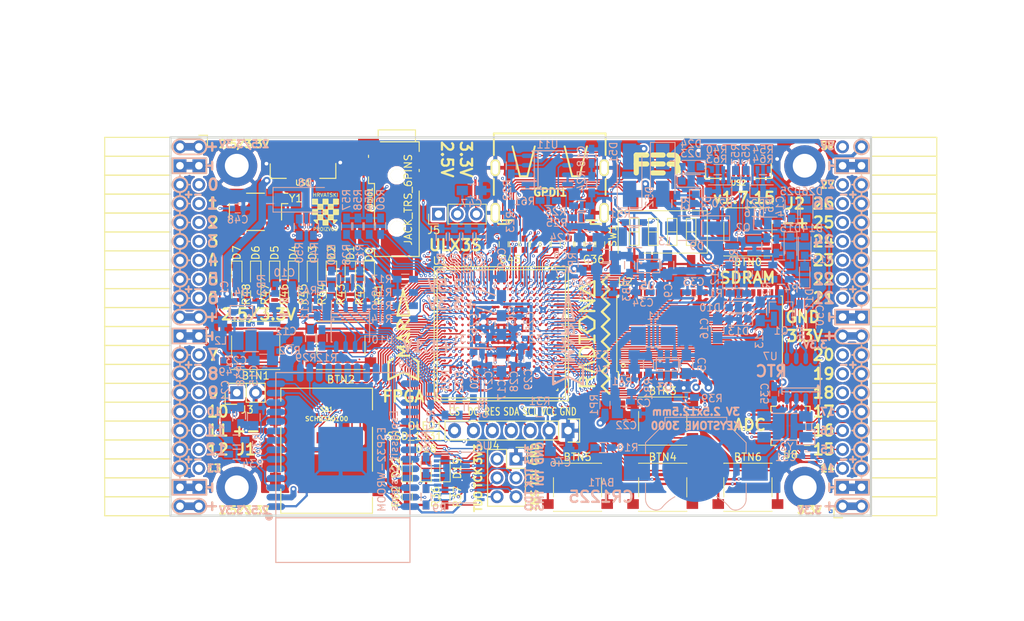
<source format=kicad_pcb>
(kicad_pcb (version 4) (host pcbnew 4.0.7+dfsg1-1)
  (layers (0 F.Cu signal) (1 In1.Cu signal) (2 In2.Cu signal) (31 B.Cu signal) (34 B.Paste user) (35 F.Paste user) (36 B.SilkS user) (37 F.SilkS user) (38 B.Mask user) (39 F.Mask user) (44 Edge.Cuts user))
  (net 0 "")
  (net 1 GND)
  (net 2 +5V)
  (net 3 /gpio/IN5V)
  (net 4 /gpio/OUT5V)
  (net 5 +3V3)
  (net 6 BTN_D)
  (net 7 BTN_F1)
  (net 8 BTN_F2)
  (net 9 BTN_L)
  (net 10 BTN_R)
  (net 11 BTN_U)
  (net 12 /power/FB1)
  (net 13 +2V5)
  (net 14 /power/PWREN)
  (net 15 /power/FB3)
  (net 16 /power/FB2)
  (net 17 "Net-(D9-Pad1)")
  (net 18 /power/VBAT)
  (net 19 JTAG_TDI)
  (net 20 JTAG_TCK)
  (net 21 JTAG_TMS)
  (net 22 JTAG_TDO)
  (net 23 /power/WAKEUPn)
  (net 24 /power/WKUP)
  (net 25 /power/SHUT)
  (net 26 /power/WAKE)
  (net 27 /power/HOLD)
  (net 28 /power/WKn)
  (net 29 /power/OSCI_32k)
  (net 30 /power/OSCO_32k)
  (net 31 "Net-(Q2-Pad3)")
  (net 32 SHUTDOWN)
  (net 33 /analog/AUDIO_L)
  (net 34 /analog/AUDIO_R)
  (net 35 GPDI_SDA)
  (net 36 GPDI_SCL)
  (net 37 /gpdi/VREF2)
  (net 38 SD_CMD)
  (net 39 SD_CLK)
  (net 40 SD_D0)
  (net 41 SD_D1)
  (net 42 USB5V)
  (net 43 GPDI_CEC)
  (net 44 nRESET)
  (net 45 FTDI_nDTR)
  (net 46 SDRAM_CKE)
  (net 47 SDRAM_A7)
  (net 48 SDRAM_D15)
  (net 49 SDRAM_BA1)
  (net 50 SDRAM_D7)
  (net 51 SDRAM_A6)
  (net 52 SDRAM_CLK)
  (net 53 SDRAM_D13)
  (net 54 SDRAM_BA0)
  (net 55 SDRAM_D6)
  (net 56 SDRAM_A5)
  (net 57 SDRAM_D14)
  (net 58 SDRAM_A11)
  (net 59 SDRAM_D12)
  (net 60 SDRAM_D5)
  (net 61 SDRAM_A4)
  (net 62 SDRAM_A10)
  (net 63 SDRAM_D11)
  (net 64 SDRAM_A3)
  (net 65 SDRAM_D4)
  (net 66 SDRAM_D10)
  (net 67 SDRAM_D9)
  (net 68 SDRAM_A9)
  (net 69 SDRAM_D3)
  (net 70 SDRAM_D8)
  (net 71 SDRAM_A8)
  (net 72 SDRAM_A2)
  (net 73 SDRAM_A1)
  (net 74 SDRAM_A0)
  (net 75 SDRAM_D2)
  (net 76 SDRAM_D1)
  (net 77 SDRAM_D0)
  (net 78 SDRAM_DQM0)
  (net 79 SDRAM_nCS)
  (net 80 SDRAM_nRAS)
  (net 81 SDRAM_DQM1)
  (net 82 SDRAM_nCAS)
  (net 83 SDRAM_nWE)
  (net 84 /flash/FLASH_nWP)
  (net 85 /flash/FLASH_nHOLD)
  (net 86 /flash/FLASH_MOSI)
  (net 87 /flash/FLASH_MISO)
  (net 88 /flash/FLASH_SCK)
  (net 89 /flash/FLASH_nCS)
  (net 90 /flash/FPGA_PROGRAMN)
  (net 91 /flash/FPGA_DONE)
  (net 92 /flash/FPGA_INITN)
  (net 93 OLED_RES)
  (net 94 OLED_DC)
  (net 95 OLED_CS)
  (net 96 WIFI_EN)
  (net 97 FTDI_nRTS)
  (net 98 FTDI_TXD)
  (net 99 FTDI_RXD)
  (net 100 WIFI_RXD)
  (net 101 WIFI_GPIO0)
  (net 102 WIFI_TXD)
  (net 103 USB_FTDI_D+)
  (net 104 USB_FTDI_D-)
  (net 105 SD_D3)
  (net 106 AUDIO_L3)
  (net 107 AUDIO_L2)
  (net 108 AUDIO_L1)
  (net 109 AUDIO_L0)
  (net 110 AUDIO_R3)
  (net 111 AUDIO_R2)
  (net 112 AUDIO_R1)
  (net 113 AUDIO_R0)
  (net 114 OLED_CLK)
  (net 115 OLED_MOSI)
  (net 116 LED0)
  (net 117 LED1)
  (net 118 LED2)
  (net 119 LED3)
  (net 120 LED4)
  (net 121 LED5)
  (net 122 LED6)
  (net 123 LED7)
  (net 124 BTN_PWRn)
  (net 125 FTDI_nTXLED)
  (net 126 FTDI_nSLEEP)
  (net 127 /blinkey/LED_PWREN)
  (net 128 /blinkey/LED_TXLED)
  (net 129 /sdcard/SD3V3)
  (net 130 SD_D2)
  (net 131 CLK_25MHz)
  (net 132 /blinkey/BTNPUL)
  (net 133 /blinkey/BTNPUR)
  (net 134 USB_FPGA_D+)
  (net 135 /power/FTDI_nSUSPEND)
  (net 136 /blinkey/ALED0)
  (net 137 /blinkey/ALED1)
  (net 138 /blinkey/ALED2)
  (net 139 /blinkey/ALED3)
  (net 140 /blinkey/ALED4)
  (net 141 /blinkey/ALED5)
  (net 142 /blinkey/ALED6)
  (net 143 /blinkey/ALED7)
  (net 144 /usb/FTD-)
  (net 145 /usb/FTD+)
  (net 146 ADC_MISO)
  (net 147 ADC_MOSI)
  (net 148 ADC_CSn)
  (net 149 ADC_SCLK)
  (net 150 SW3)
  (net 151 SW2)
  (net 152 SW1)
  (net 153 USB_FPGA_D-)
  (net 154 /usb/FPD+)
  (net 155 /usb/FPD-)
  (net 156 WIFI_GPIO16)
  (net 157 /usb/ANT_433MHz)
  (net 158 /power/PWRBTn)
  (net 159 PROG_DONE)
  (net 160 /power/P3V3)
  (net 161 /power/P2V5)
  (net 162 /power/L1)
  (net 163 /power/L3)
  (net 164 /power/L2)
  (net 165 FTDI_TXDEN)
  (net 166 SDRAM_A12)
  (net 167 /analog/AUDIO_V)
  (net 168 AUDIO_V3)
  (net 169 AUDIO_V2)
  (net 170 AUDIO_V1)
  (net 171 AUDIO_V0)
  (net 172 /blinkey/LED_WIFI)
  (net 173 /power/P1V1)
  (net 174 +1V1)
  (net 175 SW4)
  (net 176 /blinkey/SWPU)
  (net 177 /wifi/WIFIEN)
  (net 178 FT2V5)
  (net 179 GN0)
  (net 180 GP0)
  (net 181 GN1)
  (net 182 GP1)
  (net 183 GN2)
  (net 184 GP2)
  (net 185 GN3)
  (net 186 GP3)
  (net 187 GN4)
  (net 188 GP4)
  (net 189 GN5)
  (net 190 GP5)
  (net 191 GN6)
  (net 192 GP6)
  (net 193 GN14)
  (net 194 GP14)
  (net 195 GN15)
  (net 196 GP15)
  (net 197 GN16)
  (net 198 GP16)
  (net 199 GN17)
  (net 200 GP17)
  (net 201 GN18)
  (net 202 GP18)
  (net 203 GN19)
  (net 204 GP19)
  (net 205 GN20)
  (net 206 GP20)
  (net 207 GN21)
  (net 208 GP21)
  (net 209 GN22)
  (net 210 GP22)
  (net 211 GN23)
  (net 212 GP23)
  (net 213 GN24)
  (net 214 GP24)
  (net 215 GN25)
  (net 216 GP25)
  (net 217 GN26)
  (net 218 GP26)
  (net 219 GN27)
  (net 220 GP27)
  (net 221 GN7)
  (net 222 GP7)
  (net 223 GN8)
  (net 224 GP8)
  (net 225 GN9)
  (net 226 GP9)
  (net 227 GN10)
  (net 228 GP10)
  (net 229 GN11)
  (net 230 GP11)
  (net 231 GN12)
  (net 232 GP12)
  (net 233 GN13)
  (net 234 GP13)
  (net 235 WIFI_GPIO5)
  (net 236 WIFI_GPIO17)
  (net 237 USB_FPGA_PULL_D+)
  (net 238 USB_FPGA_PULL_D-)
  (net 239 "Net-(D23-Pad2)")
  (net 240 "Net-(D24-Pad1)")
  (net 241 "Net-(D25-Pad2)")
  (net 242 "Net-(D26-Pad1)")
  (net 243 /gpdi/GPDI_ETH+)
  (net 244 FPDI_ETH+)
  (net 245 /gpdi/GPDI_ETH-)
  (net 246 FPDI_ETH-)
  (net 247 /gpdi/GPDI_D2-)
  (net 248 FPDI_D2-)
  (net 249 /gpdi/GPDI_D1-)
  (net 250 FPDI_D1-)
  (net 251 /gpdi/GPDI_D0-)
  (net 252 FPDI_D0-)
  (net 253 /gpdi/GPDI_CLK-)
  (net 254 FPDI_CLK-)
  (net 255 /gpdi/GPDI_D2+)
  (net 256 FPDI_D2+)
  (net 257 /gpdi/GPDI_D1+)
  (net 258 FPDI_D1+)
  (net 259 /gpdi/GPDI_D0+)
  (net 260 FPDI_D0+)
  (net 261 /gpdi/GPDI_CLK+)
  (net 262 FPDI_CLK+)
  (net 263 FPDI_SDA)
  (net 264 FPDI_SCL)
  (net 265 /gpdi/FPDI_CEC)
  (net 266 2V5_3V3)
  (module Pin_Headers:Pin_Header_Straight_1x03_Pitch2.54mm (layer F.Cu) (at 130.056 71.725 90)
    (fp_text reference J5 (at -2.159 -0.635 180) (layer F.SilkS))
    (fp_text value VJ1)
    (pad 1 thru_hole rect (at 0 0 90) (size 1.7 1.7) (drill 1) (layers *.Cu *.Mask) (net 13 +2V5))
    (pad 2 thru_hole oval (at 0 2.54 90) (size 1.7 1.7) (drill 1) (layers *.Cu *.Mask) (net 266 2V5_3V3))
    (pad 3 thru_hole oval (at 0 5.08 90) (size 1.7 1.7) (drill 1) (layers *.Cu *.Mask) (net 5 +3V3))
  )
  (module Resistors_SMD:R_0603_HandSoldering (layer B.Cu) (at 169.919 66.965 90)
    (fp_text reference R53 (at 3.259 0 270) (layer B.SilkS) (effects (justify mirror)))
    (fp_text value 27)
    (pad 1 smd rect (at -1.1 0 90) (size 1.2 0.9) (layers B.Cu B.Paste B.Mask) (net 134 USB_FPGA_D+))
    (pad 2 smd rect (at 1.1 0 90) (size 1.2 0.9) (layers B.Cu B.Paste B.Mask) (net 154 /usb/FPD+))
  )
  (module Socket_Strips:Socket_Strip_Angled_2x20 (layer F.Cu) (at 97.91 62.69 270)
    (fp_text reference J1 (at 40.64 -6.35 360) (layer F.SilkS) (effects (font (size 1.5 1.5) (thickness 0.3))))
    (fp_text value CONN_02X20 hide)
    (pad 1 thru_hole oval (at 0 0 270) (size 1.7272 1.7272) (drill 1.016) (layers *.Cu *.Mask) (net 266 2V5_3V3))
    (pad 2 thru_hole oval (at 0 2.54 270) (size 1.7272 1.7272) (drill 1.016) (layers *.Cu *.Mask) (net 266 2V5_3V3))
    (pad 3 thru_hole rect (at 2.54 0 270) (size 1.7272 1.7272) (drill 1.016) (layers *.Cu *.Mask) (net 1 GND))
    (pad 4 thru_hole rect (at 2.54 2.54 270) (size 1.7272 1.7272) (drill 1.016) (layers *.Cu *.Mask) (net 1 GND))
    (pad 5 thru_hole oval (at 5.08 0 270) (size 1.7272 1.7272) (drill 1.016) (layers *.Cu *.Mask) (net 179 GN0))
    (pad 6 thru_hole oval (at 5.08 2.54 270) (size 1.7272 1.7272) (drill 1.016) (layers *.Cu *.Mask) (net 180 GP0))
    (pad 7 thru_hole oval (at 7.62 0 270) (size 1.7272 1.7272) (drill 1.016) (layers *.Cu *.Mask) (net 181 GN1))
    (pad 8 thru_hole oval (at 7.62 2.54 270) (size 1.7272 1.7272) (drill 1.016) (layers *.Cu *.Mask) (net 182 GP1))
    (pad 9 thru_hole oval (at 10.16 0 270) (size 1.7272 1.7272) (drill 1.016) (layers *.Cu *.Mask) (net 183 GN2))
    (pad 10 thru_hole oval (at 10.16 2.54 270) (size 1.7272 1.7272) (drill 1.016) (layers *.Cu *.Mask) (net 184 GP2))
    (pad 11 thru_hole oval (at 12.7 0 270) (size 1.7272 1.7272) (drill 1.016) (layers *.Cu *.Mask) (net 185 GN3))
    (pad 12 thru_hole oval (at 12.7 2.54 270) (size 1.7272 1.7272) (drill 1.016) (layers *.Cu *.Mask) (net 186 GP3))
    (pad 13 thru_hole oval (at 15.24 0 270) (size 1.7272 1.7272) (drill 1.016) (layers *.Cu *.Mask) (net 187 GN4))
    (pad 14 thru_hole oval (at 15.24 2.54 270) (size 1.7272 1.7272) (drill 1.016) (layers *.Cu *.Mask) (net 188 GP4))
    (pad 15 thru_hole oval (at 17.78 0 270) (size 1.7272 1.7272) (drill 1.016) (layers *.Cu *.Mask) (net 189 GN5))
    (pad 16 thru_hole oval (at 17.78 2.54 270) (size 1.7272 1.7272) (drill 1.016) (layers *.Cu *.Mask) (net 190 GP5))
    (pad 17 thru_hole oval (at 20.32 0 270) (size 1.7272 1.7272) (drill 1.016) (layers *.Cu *.Mask) (net 191 GN6))
    (pad 18 thru_hole oval (at 20.32 2.54 270) (size 1.7272 1.7272) (drill 1.016) (layers *.Cu *.Mask) (net 192 GP6))
    (pad 19 thru_hole oval (at 22.86 0 270) (size 1.7272 1.7272) (drill 1.016) (layers *.Cu *.Mask) (net 266 2V5_3V3))
    (pad 20 thru_hole oval (at 22.86 2.54 270) (size 1.7272 1.7272) (drill 1.016) (layers *.Cu *.Mask) (net 266 2V5_3V3))
    (pad 21 thru_hole rect (at 25.4 0 270) (size 1.7272 1.7272) (drill 1.016) (layers *.Cu *.Mask) (net 1 GND))
    (pad 22 thru_hole rect (at 25.4 2.54 270) (size 1.7272 1.7272) (drill 1.016) (layers *.Cu *.Mask) (net 1 GND))
    (pad 23 thru_hole oval (at 27.94 0 270) (size 1.7272 1.7272) (drill 1.016) (layers *.Cu *.Mask) (net 221 GN7))
    (pad 24 thru_hole oval (at 27.94 2.54 270) (size 1.7272 1.7272) (drill 1.016) (layers *.Cu *.Mask) (net 222 GP7))
    (pad 25 thru_hole oval (at 30.48 0 270) (size 1.7272 1.7272) (drill 1.016) (layers *.Cu *.Mask) (net 223 GN8))
    (pad 26 thru_hole oval (at 30.48 2.54 270) (size 1.7272 1.7272) (drill 1.016) (layers *.Cu *.Mask) (net 224 GP8))
    (pad 27 thru_hole oval (at 33.02 0 270) (size 1.7272 1.7272) (drill 1.016) (layers *.Cu *.Mask) (net 225 GN9))
    (pad 28 thru_hole oval (at 33.02 2.54 270) (size 1.7272 1.7272) (drill 1.016) (layers *.Cu *.Mask) (net 226 GP9))
    (pad 29 thru_hole oval (at 35.56 0 270) (size 1.7272 1.7272) (drill 1.016) (layers *.Cu *.Mask) (net 227 GN10))
    (pad 30 thru_hole oval (at 35.56 2.54 270) (size 1.7272 1.7272) (drill 1.016) (layers *.Cu *.Mask) (net 228 GP10))
    (pad 31 thru_hole oval (at 38.1 0 270) (size 1.7272 1.7272) (drill 1.016) (layers *.Cu *.Mask) (net 229 GN11))
    (pad 32 thru_hole oval (at 38.1 2.54 270) (size 1.7272 1.7272) (drill 1.016) (layers *.Cu *.Mask) (net 230 GP11))
    (pad 33 thru_hole oval (at 40.64 0 270) (size 1.7272 1.7272) (drill 1.016) (layers *.Cu *.Mask) (net 231 GN12))
    (pad 34 thru_hole oval (at 40.64 2.54 270) (size 1.7272 1.7272) (drill 1.016) (layers *.Cu *.Mask) (net 232 GP12))
    (pad 35 thru_hole oval (at 43.18 0 270) (size 1.7272 1.7272) (drill 1.016) (layers *.Cu *.Mask) (net 233 GN13))
    (pad 36 thru_hole oval (at 43.18 2.54 270) (size 1.7272 1.7272) (drill 1.016) (layers *.Cu *.Mask) (net 234 GP13))
    (pad 37 thru_hole rect (at 45.72 0 270) (size 1.7272 1.7272) (drill 1.016) (layers *.Cu *.Mask) (net 1 GND))
    (pad 38 thru_hole rect (at 45.72 2.54 270) (size 1.7272 1.7272) (drill 1.016) (layers *.Cu *.Mask) (net 1 GND))
    (pad 39 thru_hole oval (at 48.26 0 270) (size 1.7272 1.7272) (drill 1.016) (layers *.Cu *.Mask) (net 266 2V5_3V3))
    (pad 40 thru_hole oval (at 48.26 2.54 270) (size 1.7272 1.7272) (drill 1.016) (layers *.Cu *.Mask) (net 266 2V5_3V3))
  )
  (module SMD_Packages:1Pin (layer F.Cu) (at 182.67515 111.637626)
    (fp_text reference AE1 hide)
    (fp_text value 433MHz hide)
    (pad 1 smd rect (at 0 0) (size 0.5 0.5) (layers B.Cu F.Paste F.Mask) (net 157 /usb/ANT_433MHz))
  )
  (module Resistors_SMD:R_0603_HandSoldering (layer B.Cu) (at 103.498 98.758 90)
    (fp_text reference R38 (at 5.334 0 90) (layer B.SilkS) (effects (justify mirror)))
    (fp_text value 0.47)
    (pad 1 smd rect (at -1.1 0 90) (size 1.2 0.9) (layers B.Cu B.Paste B.Mask) (net 129 /sdcard/SD3V3))
    (pad 2 smd rect (at 1.1 0 90) (size 1.2 0.9) (layers B.Cu B.Paste B.Mask) (net 5 +3V3))
  )
  (module Diodes_SMD:D_SMA_Handsoldering (layer B.Cu) (at 155.695 66.5 90)
    (fp_text reference D51 (at 3.048 -2.159 90) (layer B.SilkS) (effects (justify mirror)))
    (fp_text value STPS2L30AF hide)
    (pad 1 smd rect (at -2.5 0 90) (size 3.5 1.8) (layers B.Cu B.Paste B.Mask) (net 2 +5V))
    (pad 2 smd rect (at 2.5 0 90) (size 3.5 1.8) (layers B.Cu B.Paste B.Mask) (net 3 /gpio/IN5V))
  )
  (module Resistors_SMD:R_0603_HandSoldering (layer B.Cu) (at 156.33 72.85 180)
    (fp_text reference R51 (at 1.905 1.143 180) (layer B.SilkS) (effects (justify mirror)))
    (fp_text value 150)
    (pad 1 smd rect (at -1.1 0 180) (size 1.2 0.9) (layers B.Cu B.Paste B.Mask) (net 5 +3V3))
    (pad 2 smd rect (at 1.1 0 180) (size 1.2 0.9) (layers B.Cu B.Paste B.Mask) (net 176 /blinkey/SWPU))
  )
  (module Resistors_SMD:R_1210_HandSoldering (layer B.Cu) (at 158.87 88.09 180)
    (fp_text reference L1 (at 0 2.7 180) (layer B.SilkS) (effects (justify mirror)))
    (fp_text value 2.2uH)
    (pad 1 smd rect (at -2 0 180) (size 2 2.5) (layers B.Cu B.Paste B.Mask) (net 162 /power/L1))
    (pad 2 smd rect (at 2 0 180) (size 2 2.5) (layers B.Cu B.Paste B.Mask) (net 173 /power/P1V1))
  )
  (module TSOT-25:TSOT-25 (layer B.Cu) (at 160.775 91.9)
    (fp_text reference U3 (at -0.381 3.048) (layer B.SilkS) (effects (font (thickness 0.2)) (justify mirror)))
    (fp_text value TLV62569DBV)
    (pad 1 smd rect (at -0.95 -1.3) (size 0.7 1.2) (layers B.Cu B.Paste B.Mask) (net 14 /power/PWREN))
    (pad 2 smd rect (at 0 -1.3) (size 0.7 1.2) (layers B.Cu B.Paste B.Mask) (net 1 GND))
    (pad 3 smd rect (at 0.95 -1.3) (size 0.7 1.2) (layers B.Cu B.Paste B.Mask) (net 162 /power/L1))
    (pad 4 smd rect (at 0.95 1.3) (size 0.7 1.2) (layers B.Cu B.Paste B.Mask) (net 2 +5V))
    (pad 5 smd rect (at -0.95 1.3) (size 0.7 1.2) (layers B.Cu B.Paste B.Mask) (net 12 /power/FB1))
  )
  (module Resistors_SMD:R_1210_HandSoldering (layer B.Cu) (at 104.895 88.725)
    (fp_text reference L2 (at -4.064 0) (layer B.SilkS) (effects (justify mirror)))
    (fp_text value 2.2uH)
    (pad 1 smd rect (at -2 0) (size 2 2.5) (layers B.Cu B.Paste B.Mask) (net 164 /power/L2))
    (pad 2 smd rect (at 2 0) (size 2 2.5) (layers B.Cu B.Paste B.Mask) (net 161 /power/P2V5))
  )
  (module TSOT-25:TSOT-25 (layer B.Cu) (at 103.625 84.915 180)
    (fp_text reference U4 (at 0 2.697 180) (layer B.SilkS) (effects (font (thickness 0.2)) (justify mirror)))
    (fp_text value TLV62569DBV)
    (pad 1 smd rect (at -0.95 -1.3 180) (size 0.7 1.2) (layers B.Cu B.Paste B.Mask) (net 14 /power/PWREN))
    (pad 2 smd rect (at 0 -1.3 180) (size 0.7 1.2) (layers B.Cu B.Paste B.Mask) (net 1 GND))
    (pad 3 smd rect (at 0.95 -1.3 180) (size 0.7 1.2) (layers B.Cu B.Paste B.Mask) (net 164 /power/L2))
    (pad 4 smd rect (at 0.95 1.3 180) (size 0.7 1.2) (layers B.Cu B.Paste B.Mask) (net 2 +5V))
    (pad 5 smd rect (at -0.95 1.3 180) (size 0.7 1.2) (layers B.Cu B.Paste B.Mask) (net 16 /power/FB2))
  )
  (module Resistors_SMD:R_1210_HandSoldering (layer B.Cu) (at 156.33 74.755 180)
    (fp_text reference L3 (at -4.064 -0.635 180) (layer B.SilkS) (effects (justify mirror)))
    (fp_text value 2.2uH)
    (pad 1 smd rect (at -2 0 180) (size 2 2.5) (layers B.Cu B.Paste B.Mask) (net 163 /power/L3))
    (pad 2 smd rect (at 2 0 180) (size 2 2.5) (layers B.Cu B.Paste B.Mask) (net 160 /power/P3V3))
  )
  (module TSOT-25:TSOT-25 (layer B.Cu) (at 158.235 78.692)
    (fp_text reference U5 (at -0.127 2.667) (layer B.SilkS) (effects (font (thickness 0.2)) (justify mirror)))
    (fp_text value TLV62569DBV)
    (pad 1 smd rect (at -0.95 -1.3) (size 0.7 1.2) (layers B.Cu B.Paste B.Mask) (net 14 /power/PWREN))
    (pad 2 smd rect (at 0 -1.3) (size 0.7 1.2) (layers B.Cu B.Paste B.Mask) (net 1 GND))
    (pad 3 smd rect (at 0.95 -1.3) (size 0.7 1.2) (layers B.Cu B.Paste B.Mask) (net 163 /power/L3))
    (pad 4 smd rect (at 0.95 1.3) (size 0.7 1.2) (layers B.Cu B.Paste B.Mask) (net 2 +5V))
    (pad 5 smd rect (at -0.95 1.3) (size 0.7 1.2) (layers B.Cu B.Paste B.Mask) (net 15 /power/FB3))
  )
  (module Capacitors_SMD:C_0805_HandSoldering (layer B.Cu) (at 101.085 84.915 270)
    (fp_text reference C1 (at -3.302 -0.254 270) (layer B.SilkS) (effects (justify mirror)))
    (fp_text value 22uF)
    (pad 1 smd rect (at -1.25 0 270) (size 1.5 1.25) (layers B.Cu B.Paste B.Mask) (net 2 +5V))
    (pad 2 smd rect (at 1.25 0 270) (size 1.5 1.25) (layers B.Cu B.Paste B.Mask) (net 1 GND))
  )
  (module Capacitors_SMD:C_0805_HandSoldering (layer B.Cu) (at 155.06 90.63)
    (fp_text reference C3 (at -3.048 0) (layer B.SilkS) (effects (justify mirror)))
    (fp_text value 22uF)
    (pad 1 smd rect (at -1.25 0) (size 1.5 1.25) (layers B.Cu B.Paste B.Mask) (net 173 /power/P1V1))
    (pad 2 smd rect (at 1.25 0) (size 1.5 1.25) (layers B.Cu B.Paste B.Mask) (net 1 GND))
  )
  (module Capacitors_SMD:C_0805_HandSoldering (layer B.Cu) (at 155.06 92.535)
    (fp_text reference C4 (at -3.048 0.127) (layer B.SilkS) (effects (justify mirror)))
    (fp_text value 22uF)
    (pad 1 smd rect (at -1.25 0) (size 1.5 1.25) (layers B.Cu B.Paste B.Mask) (net 173 /power/P1V1))
    (pad 2 smd rect (at 1.25 0) (size 1.5 1.25) (layers B.Cu B.Paste B.Mask) (net 1 GND))
  )
  (module Capacitors_SMD:C_0805_HandSoldering (layer B.Cu) (at 163.315 91.9 90)
    (fp_text reference C5 (at 0 2.1 90) (layer B.SilkS) (effects (justify mirror)))
    (fp_text value 22uF)
    (pad 1 smd rect (at -1.25 0 90) (size 1.5 1.25) (layers B.Cu B.Paste B.Mask) (net 2 +5V))
    (pad 2 smd rect (at 1.25 0 90) (size 1.5 1.25) (layers B.Cu B.Paste B.Mask) (net 1 GND))
  )
  (module Capacitors_SMD:C_0805_HandSoldering (layer B.Cu) (at 152.52 79.2)
    (fp_text reference C7 (at -6.096 0) (layer B.SilkS) (effects (justify mirror)))
    (fp_text value 22uF)
    (pad 1 smd rect (at -1.25 0) (size 1.5 1.25) (layers B.Cu B.Paste B.Mask) (net 160 /power/P3V3))
    (pad 2 smd rect (at 1.25 0) (size 1.5 1.25) (layers B.Cu B.Paste B.Mask) (net 1 GND))
  )
  (module Capacitors_SMD:C_0805_HandSoldering (layer B.Cu) (at 152.52 77.295)
    (fp_text reference C8 (at -6.096 0) (layer B.SilkS) (effects (justify mirror)))
    (fp_text value 22uF)
    (pad 1 smd rect (at -1.25 0) (size 1.5 1.25) (layers B.Cu B.Paste B.Mask) (net 160 /power/P3V3))
    (pad 2 smd rect (at 1.25 0) (size 1.5 1.25) (layers B.Cu B.Paste B.Mask) (net 1 GND))
  )
  (module Capacitors_SMD:C_0805_HandSoldering (layer B.Cu) (at 160.775 78.565 90)
    (fp_text reference C9 (at -3.429 0.127 90) (layer B.SilkS) (effects (justify mirror)))
    (fp_text value 22uF)
    (pad 1 smd rect (at -1.25 0 90) (size 1.5 1.25) (layers B.Cu B.Paste B.Mask) (net 2 +5V))
    (pad 2 smd rect (at 1.25 0 90) (size 1.5 1.25) (layers B.Cu B.Paste B.Mask) (net 1 GND))
  )
  (module Capacitors_SMD:C_0805_HandSoldering (layer B.Cu) (at 109.34 84.28 180)
    (fp_text reference C11 (at -2.794 -0.254 270) (layer B.SilkS) (effects (justify mirror)))
    (fp_text value 22uF)
    (pad 1 smd rect (at -1.25 0 180) (size 1.5 1.25) (layers B.Cu B.Paste B.Mask) (net 161 /power/P2V5))
    (pad 2 smd rect (at 1.25 0 180) (size 1.5 1.25) (layers B.Cu B.Paste B.Mask) (net 1 GND))
  )
  (module Capacitors_SMD:C_0805_HandSoldering (layer B.Cu) (at 109.34 86.185 180)
    (fp_text reference C12 (at -0.254 -1.27 360) (layer B.SilkS) (effects (justify mirror)))
    (fp_text value 22uF)
    (pad 1 smd rect (at -1.25 0 180) (size 1.5 1.25) (layers B.Cu B.Paste B.Mask) (net 161 /power/P2V5))
    (pad 2 smd rect (at 1.25 0 180) (size 1.5 1.25) (layers B.Cu B.Paste B.Mask) (net 1 GND))
  )
  (module Capacitors_SMD:C_0805_HandSoldering (layer B.Cu) (at 173.221 84.788 90)
    (fp_text reference C13 (at -3.556 -0.112 90) (layer B.SilkS) (effects (justify mirror)))
    (fp_text value 2.2uF)
    (pad 1 smd rect (at -1.25 0 90) (size 1.5 1.25) (layers B.Cu B.Paste B.Mask) (net 2 +5V))
    (pad 2 smd rect (at 1.25 0 90) (size 1.5 1.25) (layers B.Cu B.Paste B.Mask) (net 24 /power/WKUP))
  )
  (module TO_SOT_Packages_SMD:SOT-23_Handsoldering (layer B.Cu) (at 176.015 84.28 90)
    (fp_text reference Q1 (at -3.1115 0 180) (layer B.SilkS) (effects (justify mirror)))
    (fp_text value BC857)
    (pad 1 smd rect (at -1.5 0.95 90) (size 1.9 0.8) (layers B.Cu B.Paste B.Mask) (net 28 /power/WKn))
    (pad 2 smd rect (at -1.5 -0.95 90) (size 1.9 0.8) (layers B.Cu B.Paste B.Mask) (net 2 +5V))
    (pad 3 smd rect (at 1.5 0 90) (size 1.9 0.8) (layers B.Cu B.Paste B.Mask) (net 24 /power/WKUP))
  )
  (module TO_SOT_Packages_SMD:SOT-23_Handsoldering (layer B.Cu) (at 170.935 76.025 180)
    (fp_text reference Q2 (at 0 2.5 180) (layer B.SilkS) (effects (justify mirror)))
    (fp_text value 2N7002)
    (pad 1 smd rect (at -1.5 0.95 180) (size 1.9 0.8) (layers B.Cu B.Paste B.Mask) (net 25 /power/SHUT))
    (pad 2 smd rect (at -1.5 -0.95 180) (size 1.9 0.8) (layers B.Cu B.Paste B.Mask) (net 1 GND))
    (pad 3 smd rect (at 1.5 0 180) (size 1.9 0.8) (layers B.Cu B.Paste B.Mask) (net 31 "Net-(Q2-Pad3)"))
  )
  (module Capacitors_SMD:C_0603_HandSoldering (layer B.Cu) (at 154.86 96.91)
    (fp_text reference C2 (at 2.74 0.197) (layer B.SilkS) (effects (justify mirror)))
    (fp_text value 470pF)
    (pad 1 smd rect (at -0.95 0) (size 1.2 0.75) (layers B.Cu B.Paste B.Mask) (net 173 /power/P1V1))
    (pad 2 smd rect (at 0.95 0) (size 1.2 0.75) (layers B.Cu B.Paste B.Mask) (net 12 /power/FB1))
  )
  (module Capacitors_SMD:C_0603_HandSoldering (layer B.Cu) (at 152.52 82.375)
    (fp_text reference C6 (at -2.794 0.127) (layer B.SilkS) (effects (justify mirror)))
    (fp_text value 470pF)
    (pad 1 smd rect (at -0.95 0) (size 1.2 0.75) (layers B.Cu B.Paste B.Mask) (net 160 /power/P3V3))
    (pad 2 smd rect (at 0.95 0) (size 1.2 0.75) (layers B.Cu B.Paste B.Mask) (net 15 /power/FB3))
  )
  (module Capacitors_SMD:C_0603_HandSoldering (layer B.Cu) (at 109.34 81.105 180)
    (fp_text reference C10 (at -0.04 1.505 180) (layer B.SilkS) (effects (justify mirror)))
    (fp_text value 470pF)
    (pad 1 smd rect (at -0.95 0 180) (size 1.2 0.75) (layers B.Cu B.Paste B.Mask) (net 161 /power/P2V5))
    (pad 2 smd rect (at 0.95 0 180) (size 1.2 0.75) (layers B.Cu B.Paste B.Mask) (net 16 /power/FB2))
  )
  (module Capacitors_SMD:C_0603_HandSoldering (layer B.Cu) (at 175.38 76.025 270)
    (fp_text reference C14 (at -5.334 -0.508 270) (layer B.SilkS) (effects (justify mirror)))
    (fp_text value 100nF)
    (pad 1 smd rect (at -0.95 0 270) (size 1.2 0.75) (layers B.Cu B.Paste B.Mask) (net 25 /power/SHUT))
    (pad 2 smd rect (at 0.95 0 270) (size 1.2 0.75) (layers B.Cu B.Paste B.Mask) (net 1 GND))
  )
  (module Resistors_SMD:R_0603_HandSoldering (layer B.Cu) (at 170.3 82.375)
    (fp_text reference R1 (at -3.048 0) (layer B.SilkS) (effects (justify mirror)))
    (fp_text value 15k)
    (pad 1 smd rect (at -1.1 0) (size 1.2 0.9) (layers B.Cu B.Paste B.Mask) (net 26 /power/WAKE))
    (pad 2 smd rect (at 1.1 0) (size 1.2 0.9) (layers B.Cu B.Paste B.Mask) (net 14 /power/PWREN))
  )
  (module Resistors_SMD:R_0603_HandSoldering (layer B.Cu) (at 172.84 79.835 90)
    (fp_text reference R2 (at -1.905 1.27 90) (layer B.SilkS) (effects (justify mirror)))
    (fp_text value 47k)
    (pad 1 smd rect (at -1.1 0 90) (size 1.2 0.9) (layers B.Cu B.Paste B.Mask) (net 14 /power/PWREN))
    (pad 2 smd rect (at 1.1 0 90) (size 1.2 0.9) (layers B.Cu B.Paste B.Mask) (net 1 GND))
  )
  (module Resistors_SMD:R_0603_HandSoldering (layer B.Cu) (at 176.015 80.47 180)
    (fp_text reference R4 (at -1.397 -1.27 360) (layer B.SilkS) (effects (justify mirror)))
    (fp_text value 4.7k)
    (pad 1 smd rect (at -1.1 0 180) (size 1.2 0.9) (layers B.Cu B.Paste B.Mask) (net 27 /power/HOLD))
    (pad 2 smd rect (at 1.1 0 180) (size 1.2 0.9) (layers B.Cu B.Paste B.Mask) (net 14 /power/PWREN))
  )
  (module Resistors_SMD:R_0603_HandSoldering (layer B.Cu) (at 174.11 76.025 270)
    (fp_text reference R5 (at -5.461 -0.381 270) (layer B.SilkS) (effects (justify mirror)))
    (fp_text value 4.7M)
    (pad 1 smd rect (at -1.1 0 270) (size 1.2 0.9) (layers B.Cu B.Paste B.Mask) (net 25 /power/SHUT))
    (pad 2 smd rect (at 1.1 0 270) (size 1.2 0.9) (layers B.Cu B.Paste B.Mask) (net 1 GND))
  )
  (module Resistors_SMD:R_0603_HandSoldering (layer B.Cu) (at 178.555 84.915 270)
    (fp_text reference R6 (at 2.812 -0.142 270) (layer B.SilkS) (effects (justify mirror)))
    (fp_text value 1k)
    (pad 1 smd rect (at -1.1 0 270) (size 1.2 0.9) (layers B.Cu B.Paste B.Mask) (net 28 /power/WKn))
    (pad 2 smd rect (at 1.1 0 270) (size 1.2 0.9) (layers B.Cu B.Paste B.Mask) (net 23 /power/WAKEUPn))
  )
  (module Resistors_SMD:R_0603_HandSoldering (layer B.Cu) (at 113.785 84.28 270)
    (fp_text reference R7 (at -2.794 -0.635 270) (layer B.SilkS) (effects (justify mirror)))
    (fp_text value 150)
    (pad 1 smd rect (at -1.1 0 270) (size 1.2 0.9) (layers B.Cu B.Paste B.Mask) (net 5 +3V3))
    (pad 2 smd rect (at 1.1 0 270) (size 1.2 0.9) (layers B.Cu B.Paste B.Mask) (net 132 /blinkey/BTNPUL))
  )
  (module Resistors_SMD:R_0603_HandSoldering (layer B.Cu) (at 170.935 79.835 90)
    (fp_text reference R8 (at 2.54 -1.27 90) (layer B.SilkS) (effects (justify mirror)))
    (fp_text value 1k)
    (pad 1 smd rect (at -1.1 0 90) (size 1.2 0.9) (layers B.Cu B.Paste B.Mask) (net 14 /power/PWREN))
    (pad 2 smd rect (at 1.1 0 90) (size 1.2 0.9) (layers B.Cu B.Paste B.Mask) (net 31 "Net-(Q2-Pad3)"))
  )
  (module Resistors_SMD:R_0603_HandSoldering (layer B.Cu) (at 128.39 109.68 270)
    (fp_text reference R9 (at 1.524 -1.778 360) (layer B.SilkS) (effects (justify mirror)))
    (fp_text value 15k)
    (pad 1 smd rect (at -1.1 0 270) (size 1.2 0.9) (layers B.Cu B.Paste B.Mask) (net 44 nRESET))
    (pad 2 smd rect (at 1.1 0 270) (size 1.2 0.9) (layers B.Cu B.Paste B.Mask) (net 178 FT2V5))
  )
  (module Resistors_SMD:R_0603_HandSoldering (layer B.Cu) (at 152.139 103.076 180)
    (fp_text reference R10 (at -3.302 0 180) (layer B.SilkS) (effects (justify mirror)))
    (fp_text value 150)
    (pad 1 smd rect (at -1.1 0 180) (size 1.2 0.9) (layers B.Cu B.Paste B.Mask) (net 135 /power/FTDI_nSUSPEND))
    (pad 2 smd rect (at 1.1 0 180) (size 1.2 0.9) (layers B.Cu B.Paste B.Mask) (net 126 FTDI_nSLEEP))
  )
  (module Resistors_SMD:R_0603_HandSoldering (layer B.Cu) (at 176.015 78.565 180)
    (fp_text reference R13 (at -5.588 0.762 180) (layer B.SilkS) (effects (justify mirror)))
    (fp_text value 15k)
    (pad 1 smd rect (at -1.1 0 180) (size 1.2 0.9) (layers B.Cu B.Paste B.Mask) (net 32 SHUTDOWN))
    (pad 2 smd rect (at 1.1 0 180) (size 1.2 0.9) (layers B.Cu B.Paste B.Mask) (net 1 GND))
  )
  (module Resistors_SMD:R_0603_HandSoldering (layer B.Cu) (at 154.86 95.64)
    (fp_text reference RA1 (at -0.181 -1.454) (layer B.SilkS) (effects (justify mirror)))
    (fp_text value 15k)
    (pad 1 smd rect (at -1.1 0) (size 1.2 0.9) (layers B.Cu B.Paste B.Mask) (net 173 /power/P1V1))
    (pad 2 smd rect (at 1.1 0) (size 1.2 0.9) (layers B.Cu B.Paste B.Mask) (net 12 /power/FB1))
  )
  (module Resistors_SMD:R_0603_HandSoldering (layer B.Cu) (at 109.34 82.375 180)
    (fp_text reference RA2 (at -3.048 0.381 360) (layer B.SilkS) (effects (justify mirror)))
    (fp_text value 15k)
    (pad 1 smd rect (at -1.1 0 180) (size 1.2 0.9) (layers B.Cu B.Paste B.Mask) (net 161 /power/P2V5))
    (pad 2 smd rect (at 1.1 0 180) (size 1.2 0.9) (layers B.Cu B.Paste B.Mask) (net 16 /power/FB2))
  )
  (module Resistors_SMD:R_0603_HandSoldering (layer B.Cu) (at 152.52 81.105)
    (fp_text reference RA3 (at -3.302 -0.127) (layer B.SilkS) (effects (justify mirror)))
    (fp_text value 15k)
    (pad 1 smd rect (at -1.1 0) (size 1.2 0.9) (layers B.Cu B.Paste B.Mask) (net 160 /power/P3V3))
    (pad 2 smd rect (at 1.1 0) (size 1.2 0.9) (layers B.Cu B.Paste B.Mask) (net 15 /power/FB3))
  )
  (module Resistors_SMD:R_0603_HandSoldering (layer B.Cu) (at 158.235 91.9 270)
    (fp_text reference RB1 (at 3.302 0 270) (layer B.SilkS) (effects (justify mirror)))
    (fp_text value 18k)
    (pad 1 smd rect (at -1.1 0 270) (size 1.2 0.9) (layers B.Cu B.Paste B.Mask) (net 1 GND))
    (pad 2 smd rect (at 1.1 0 270) (size 1.2 0.9) (layers B.Cu B.Paste B.Mask) (net 12 /power/FB1))
  )
  (module Resistors_SMD:R_0603_HandSoldering (layer B.Cu) (at 106.165 84.915 90)
    (fp_text reference RB2 (at 3.683 0.127 90) (layer B.SilkS) (effects (justify mirror)))
    (fp_text value 4.7k)
    (pad 1 smd rect (at -1.1 0 90) (size 1.2 0.9) (layers B.Cu B.Paste B.Mask) (net 1 GND))
    (pad 2 smd rect (at 1.1 0 90) (size 1.2 0.9) (layers B.Cu B.Paste B.Mask) (net 16 /power/FB2))
  )
  (module Resistors_SMD:R_0603_HandSoldering (layer B.Cu) (at 155.695 78.565 270)
    (fp_text reference RB3 (at 3.429 0.395 270) (layer B.SilkS) (effects (justify mirror)))
    (fp_text value 3.3k)
    (pad 1 smd rect (at -1.1 0 270) (size 1.2 0.9) (layers B.Cu B.Paste B.Mask) (net 1 GND))
    (pad 2 smd rect (at 1.1 0 270) (size 1.2 0.9) (layers B.Cu B.Paste B.Mask) (net 15 /power/FB3))
  )
  (module Resistors_SMD:R_0603_HandSoldering (layer B.Cu) (at 125.596 85.804 180)
    (fp_text reference R14 (at 3.175 0 180) (layer B.SilkS) (effects (justify mirror)))
    (fp_text value 1.2k)
    (pad 1 smd rect (at -1.1 0 180) (size 1.2 0.9) (layers B.Cu B.Paste B.Mask) (net 109 AUDIO_L0))
    (pad 2 smd rect (at 1.1 0 180) (size 1.2 0.9) (layers B.Cu B.Paste B.Mask) (net 33 /analog/AUDIO_L))
  )
  (module Resistors_SMD:R_0603_HandSoldering (layer B.Cu) (at 125.596 84.026 180)
    (fp_text reference R15 (at 3.175 -0.001 180) (layer B.SilkS) (effects (justify mirror)))
    (fp_text value 680)
    (pad 1 smd rect (at -1.1 0 180) (size 1.2 0.9) (layers B.Cu B.Paste B.Mask) (net 108 AUDIO_L1))
    (pad 2 smd rect (at 1.1 0 180) (size 1.2 0.9) (layers B.Cu B.Paste B.Mask) (net 33 /analog/AUDIO_L))
  )
  (module Resistors_SMD:R_0603_HandSoldering (layer B.Cu) (at 125.596 82.248 180)
    (fp_text reference R16 (at 3.175 0 180) (layer B.SilkS) (effects (justify mirror)))
    (fp_text value 330)
    (pad 1 smd rect (at -1.1 0 180) (size 1.2 0.9) (layers B.Cu B.Paste B.Mask) (net 107 AUDIO_L2))
    (pad 2 smd rect (at 1.1 0 180) (size 1.2 0.9) (layers B.Cu B.Paste B.Mask) (net 33 /analog/AUDIO_L))
  )
  (module Resistors_SMD:R_0603_HandSoldering (layer B.Cu) (at 125.596 80.47 180)
    (fp_text reference R17 (at 3.175 0 180) (layer B.SilkS) (effects (justify mirror)))
    (fp_text value 150)
    (pad 1 smd rect (at -1.1 0 180) (size 1.2 0.9) (layers B.Cu B.Paste B.Mask) (net 106 AUDIO_L3))
    (pad 2 smd rect (at 1.1 0 180) (size 1.2 0.9) (layers B.Cu B.Paste B.Mask) (net 33 /analog/AUDIO_L))
  )
  (module Resistors_SMD:R_0603_HandSoldering (layer B.Cu) (at 130.422 74.773 90)
    (fp_text reference R18 (at -3.556 0 90) (layer B.SilkS) (effects (justify mirror)))
    (fp_text value 1.2k)
    (pad 1 smd rect (at -1.1 0 90) (size 1.2 0.9) (layers B.Cu B.Paste B.Mask) (net 113 AUDIO_R0))
    (pad 2 smd rect (at 1.1 0 90) (size 1.2 0.9) (layers B.Cu B.Paste B.Mask) (net 34 /analog/AUDIO_R))
  )
  (module Resistors_SMD:R_0603_HandSoldering (layer B.Cu) (at 132.2 74.773 90)
    (fp_text reference R19 (at -3.556 0 90) (layer B.SilkS) (effects (justify mirror)))
    (fp_text value 680)
    (pad 1 smd rect (at -1.1 0 90) (size 1.2 0.9) (layers B.Cu B.Paste B.Mask) (net 112 AUDIO_R1))
    (pad 2 smd rect (at 1.1 0 90) (size 1.2 0.9) (layers B.Cu B.Paste B.Mask) (net 34 /analog/AUDIO_R))
  )
  (module Resistors_SMD:R_0603_HandSoldering (layer B.Cu) (at 133.993 74.773 90)
    (fp_text reference R20 (at -3.556 0 90) (layer B.SilkS) (effects (justify mirror)))
    (fp_text value 330)
    (pad 1 smd rect (at -1.1 0 90) (size 1.2 0.9) (layers B.Cu B.Paste B.Mask) (net 111 AUDIO_R2))
    (pad 2 smd rect (at 1.1 0 90) (size 1.2 0.9) (layers B.Cu B.Paste B.Mask) (net 34 /analog/AUDIO_R))
  )
  (module Resistors_SMD:R_0603_HandSoldering (layer B.Cu) (at 135.771 74.773 90)
    (fp_text reference R21 (at -3.556 0 90) (layer B.SilkS) (effects (justify mirror)))
    (fp_text value 150)
    (pad 1 smd rect (at -1.1 0 90) (size 1.2 0.9) (layers B.Cu B.Paste B.Mask) (net 110 AUDIO_R3))
    (pad 2 smd rect (at 1.1 0 90) (size 1.2 0.9) (layers B.Cu B.Paste B.Mask) (net 34 /analog/AUDIO_R))
  )
  (module Capacitors_SMD:C_0603_HandSoldering (layer B.Cu) (at 150.5896 63.96 90)
    (fp_text reference C18 (at 0 -1.3716 90) (layer B.SilkS) (effects (justify mirror)))
    (fp_text value 470pF)
    (pad 1 smd rect (at -0.95 0 90) (size 1.2 0.75) (layers B.Cu B.Paste B.Mask) (net 37 /gpdi/VREF2))
    (pad 2 smd rect (at 0.95 0 90) (size 1.2 0.75) (layers B.Cu B.Paste B.Mask) (net 1 GND))
  )
  (module Socket_Strips:Socket_Strip_Angled_2x20 (layer F.Cu) (at 184.27 110.95 90)
    (fp_text reference J2 (at 40.64 -6.35 180) (layer F.SilkS) (effects (font (size 1.5 1.5) (thickness 0.3))))
    (fp_text value CONN_02X20 hide)
    (pad 1 thru_hole oval (at 0 0 90) (size 1.7272 1.7272) (drill 1.016) (layers *.Cu *.Mask) (net 5 +3V3))
    (pad 2 thru_hole oval (at 0 2.54 90) (size 1.7272 1.7272) (drill 1.016) (layers *.Cu *.Mask) (net 5 +3V3))
    (pad 3 thru_hole rect (at 2.54 0 90) (size 1.7272 1.7272) (drill 1.016) (layers *.Cu *.Mask) (net 1 GND))
    (pad 4 thru_hole rect (at 2.54 2.54 90) (size 1.7272 1.7272) (drill 1.016) (layers *.Cu *.Mask) (net 1 GND))
    (pad 5 thru_hole oval (at 5.08 0 90) (size 1.7272 1.7272) (drill 1.016) (layers *.Cu *.Mask) (net 193 GN14))
    (pad 6 thru_hole oval (at 5.08 2.54 90) (size 1.7272 1.7272) (drill 1.016) (layers *.Cu *.Mask) (net 194 GP14))
    (pad 7 thru_hole oval (at 7.62 0 90) (size 1.7272 1.7272) (drill 1.016) (layers *.Cu *.Mask) (net 195 GN15))
    (pad 8 thru_hole oval (at 7.62 2.54 90) (size 1.7272 1.7272) (drill 1.016) (layers *.Cu *.Mask) (net 196 GP15))
    (pad 9 thru_hole oval (at 10.16 0 90) (size 1.7272 1.7272) (drill 1.016) (layers *.Cu *.Mask) (net 197 GN16))
    (pad 10 thru_hole oval (at 10.16 2.54 90) (size 1.7272 1.7272) (drill 1.016) (layers *.Cu *.Mask) (net 198 GP16))
    (pad 11 thru_hole oval (at 12.7 0 90) (size 1.7272 1.7272) (drill 1.016) (layers *.Cu *.Mask) (net 199 GN17))
    (pad 12 thru_hole oval (at 12.7 2.54 90) (size 1.7272 1.7272) (drill 1.016) (layers *.Cu *.Mask) (net 200 GP17))
    (pad 13 thru_hole oval (at 15.24 0 90) (size 1.7272 1.7272) (drill 1.016) (layers *.Cu *.Mask) (net 201 GN18))
    (pad 14 thru_hole oval (at 15.24 2.54 90) (size 1.7272 1.7272) (drill 1.016) (layers *.Cu *.Mask) (net 202 GP18))
    (pad 15 thru_hole oval (at 17.78 0 90) (size 1.7272 1.7272) (drill 1.016) (layers *.Cu *.Mask) (net 203 GN19))
    (pad 16 thru_hole oval (at 17.78 2.54 90) (size 1.7272 1.7272) (drill 1.016) (layers *.Cu *.Mask) (net 204 GP19))
    (pad 17 thru_hole oval (at 20.32 0 90) (size 1.7272 1.7272) (drill 1.016) (layers *.Cu *.Mask) (net 205 GN20))
    (pad 18 thru_hole oval (at 20.32 2.54 90) (size 1.7272 1.7272) (drill 1.016) (layers *.Cu *.Mask) (net 206 GP20))
    (pad 19 thru_hole oval (at 22.86 0 90) (size 1.7272 1.7272) (drill 1.016) (layers *.Cu *.Mask) (net 5 +3V3))
    (pad 20 thru_hole oval (at 22.86 2.54 90) (size 1.7272 1.7272) (drill 1.016) (layers *.Cu *.Mask) (net 5 +3V3))
    (pad 21 thru_hole rect (at 25.4 0 90) (size 1.7272 1.7272) (drill 1.016) (layers *.Cu *.Mask) (net 1 GND))
    (pad 22 thru_hole rect (at 25.4 2.54 90) (size 1.7272 1.7272) (drill 1.016) (layers *.Cu *.Mask) (net 1 GND))
    (pad 23 thru_hole oval (at 27.94 0 90) (size 1.7272 1.7272) (drill 1.016) (layers *.Cu *.Mask) (net 207 GN21))
    (pad 24 thru_hole oval (at 27.94 2.54 90) (size 1.7272 1.7272) (drill 1.016) (layers *.Cu *.Mask) (net 208 GP21))
    (pad 25 thru_hole oval (at 30.48 0 90) (size 1.7272 1.7272) (drill 1.016) (layers *.Cu *.Mask) (net 209 GN22))
    (pad 26 thru_hole oval (at 30.48 2.54 90) (size 1.7272 1.7272) (drill 1.016) (layers *.Cu *.Mask) (net 210 GP22))
    (pad 27 thru_hole oval (at 33.02 0 90) (size 1.7272 1.7272) (drill 1.016) (layers *.Cu *.Mask) (net 211 GN23))
    (pad 28 thru_hole oval (at 33.02 2.54 90) (size 1.7272 1.7272) (drill 1.016) (layers *.Cu *.Mask) (net 212 GP23))
    (pad 29 thru_hole oval (at 35.56 0 90) (size 1.7272 1.7272) (drill 1.016) (layers *.Cu *.Mask) (net 213 GN24))
    (pad 30 thru_hole oval (at 35.56 2.54 90) (size 1.7272 1.7272) (drill 1.016) (layers *.Cu *.Mask) (net 214 GP24))
    (pad 31 thru_hole oval (at 38.1 0 90) (size 1.7272 1.7272) (drill 1.016) (layers *.Cu *.Mask) (net 215 GN25))
    (pad 32 thru_hole oval (at 38.1 2.54 90) (size 1.7272 1.7272) (drill 1.016) (layers *.Cu *.Mask) (net 216 GP25))
    (pad 33 thru_hole oval (at 40.64 0 90) (size 1.7272 1.7272) (drill 1.016) (layers *.Cu *.Mask) (net 217 GN26))
    (pad 34 thru_hole oval (at 40.64 2.54 90) (size 1.7272 1.7272) (drill 1.016) (layers *.Cu *.Mask) (net 218 GP26))
    (pad 35 thru_hole oval (at 43.18 0 90) (size 1.7272 1.7272) (drill 1.016) (layers *.Cu *.Mask) (net 219 GN27))
    (pad 36 thru_hole oval (at 43.18 2.54 90) (size 1.7272 1.7272) (drill 1.016) (layers *.Cu *.Mask) (net 220 GP27))
    (pad 37 thru_hole rect (at 45.72 0 90) (size 1.7272 1.7272) (drill 1.016) (layers *.Cu *.Mask) (net 1 GND))
    (pad 38 thru_hole rect (at 45.72 2.54 90) (size 1.7272 1.7272) (drill 1.016) (layers *.Cu *.Mask) (net 1 GND))
    (pad 39 thru_hole oval (at 48.26 0 90) (size 1.7272 1.7272) (drill 1.016) (layers *.Cu *.Mask) (net 3 /gpio/IN5V))
    (pad 40 thru_hole oval (at 48.26 2.54 90) (size 1.7272 1.7272) (drill 1.016) (layers *.Cu *.Mask) (net 4 /gpio/OUT5V))
  )
  (module Mounting_Holes:MountingHole_3.2mm_M3_ISO14580_Pad (layer F.Cu) (at 102.99 108.41)
    (fp_text reference H1 hide)
    (fp_text value HOLE hide)
    (pad 1 thru_hole circle (at 0 0) (size 5.5 5.5) (drill 3.2) (layers *.Cu *.Mask) (net 1 GND))
  )
  (module Mounting_Holes:MountingHole_3.2mm_M3_ISO14580_Pad (layer F.Cu) (at 179.19 108.41)
    (fp_text reference H2 hide)
    (fp_text value HOLE hide)
    (pad 1 thru_hole circle (at 0 0) (size 5.5 5.5) (drill 3.2) (layers *.Cu *.Mask) (net 1 GND))
  )
  (module Mounting_Holes:MountingHole_3.2mm_M3_ISO14580_Pad (layer F.Cu) (at 179.19 65.23)
    (fp_text reference H3 hide)
    (fp_text value HOLE hide)
    (pad 1 thru_hole circle (at 0 0) (size 5.5 5.5) (drill 3.2) (layers *.Cu *.Mask) (net 1 GND))
  )
  (module Mounting_Holes:MountingHole_3.2mm_M3_ISO14580_Pad (layer F.Cu) (at 102.99 65.23)
    (fp_text reference H4 hide)
    (fp_text value HOLE hide)
    (pad 1 thru_hole circle (at 0 0) (size 5.5 5.5) (drill 3.2) (layers *.Cu *.Mask) (net 1 GND))
  )
  (module Resistors_SMD:R_0603_HandSoldering (layer B.Cu) (at 162.045 70.31 90)
    (fp_text reference R3 (at 0 1.143 90) (layer B.SilkS) (effects (justify mirror)))
    (fp_text value 4.7k)
    (pad 1 smd rect (at -1.1 0 90) (size 1.2 0.9) (layers B.Cu B.Paste B.Mask) (net 2 +5V))
    (pad 2 smd rect (at 1.1 0 90) (size 1.2 0.9) (layers B.Cu B.Paste B.Mask) (net 158 /power/PWRBTn))
  )
  (module Resistors_SMD:R_0603_HandSoldering (layer B.Cu) (at 139.82 65.23 90)
    (fp_text reference R22 (at -3.27 -0.54 90) (layer B.SilkS) (effects (justify mirror)))
    (fp_text value 2.2k)
    (pad 1 smd rect (at -1.1 0 90) (size 1.2 0.9) (layers B.Cu B.Paste B.Mask) (net 5 +3V3))
    (pad 2 smd rect (at 1.1 0 90) (size 1.2 0.9) (layers B.Cu B.Paste B.Mask) (net 263 FPDI_SDA))
  )
  (module Resistors_SMD:R_0603_HandSoldering (layer B.Cu) (at 139.835 69.312 270)
    (fp_text reference R23 (at 3.472 0.127 270) (layer B.SilkS) (effects (justify mirror)))
    (fp_text value 2.2k)
    (pad 1 smd rect (at -1.1 0 270) (size 1.2 0.9) (layers B.Cu B.Paste B.Mask) (net 5 +3V3))
    (pad 2 smd rect (at 1.1 0 270) (size 1.2 0.9) (layers B.Cu B.Paste B.Mask) (net 264 FPDI_SCL))
  )
  (module Resistors_SMD:R_0603_HandSoldering (layer B.Cu) (at 150.615 67.77 90)
    (fp_text reference R24 (at 0.508 -1.397 90) (layer B.SilkS) (effects (justify mirror)))
    (fp_text value 100k)
    (pad 1 smd rect (at -1.1 0 90) (size 1.2 0.9) (layers B.Cu B.Paste B.Mask) (net 2 +5V))
    (pad 2 smd rect (at 1.1 0 90) (size 1.2 0.9) (layers B.Cu B.Paste B.Mask) (net 37 /gpdi/VREF2))
  )
  (module Resistors_SMD:R_0603_HandSoldering (layer B.Cu) (at 149.175 72.215 180)
    (fp_text reference R25 (at 3.259 -0.685 180) (layer B.SilkS) (effects (justify mirror)))
    (fp_text value 4.7k)
    (pad 1 smd rect (at -1.1 0 180) (size 1.2 0.9) (layers B.Cu B.Paste B.Mask) (net 2 +5V))
    (pad 2 smd rect (at 1.1 0 180) (size 1.2 0.9) (layers B.Cu B.Paste B.Mask) (net 36 GPDI_SCL))
  )
  (module Resistors_SMD:R_0603_HandSoldering (layer B.Cu) (at 149.28 70.6 180)
    (fp_text reference R26 (at 3.5 -0.8 180) (layer B.SilkS) (effects (justify mirror)))
    (fp_text value 4.7k)
    (pad 1 smd rect (at -1.1 0 180) (size 1.2 0.9) (layers B.Cu B.Paste B.Mask) (net 2 +5V))
    (pad 2 smd rect (at 1.1 0 180) (size 1.2 0.9) (layers B.Cu B.Paste B.Mask) (net 35 GPDI_SDA))
  )
  (module Housings_SSOP:SSOP-20_4.4x6.5mm_Pitch0.65mm (layer B.Cu) (at 132.835 107.14 180)
    (fp_text reference U6 (at -3.175 4.318 180) (layer B.SilkS) (effects (justify mirror)))
    (fp_text value FT231XS)
    (pad 1 smd rect (at -2.9 2.925 180) (size 1 0.4) (layers B.Cu B.Paste B.Mask) (net 45 FTDI_nDTR))
    (pad 2 smd rect (at -2.9 2.275 180) (size 1 0.4) (layers B.Cu B.Paste B.Mask) (net 97 FTDI_nRTS))
    (pad 3 smd rect (at -2.9 1.625 180) (size 1 0.4) (layers B.Cu B.Paste B.Mask) (net 178 FT2V5))
    (pad 4 smd rect (at -2.9 0.975 180) (size 1 0.4) (layers B.Cu B.Paste B.Mask) (net 99 FTDI_RXD))
    (pad 5 smd rect (at -2.9 0.325 180) (size 1 0.4) (layers B.Cu B.Paste B.Mask) (net 19 JTAG_TDI))
    (pad 6 smd rect (at -2.9 -0.325 180) (size 1 0.4) (layers B.Cu B.Paste B.Mask) (net 1 GND))
    (pad 7 smd rect (at -2.9 -0.975 180) (size 1 0.4) (layers B.Cu B.Paste B.Mask) (net 20 JTAG_TCK))
    (pad 8 smd rect (at -2.9 -1.625 180) (size 1 0.4) (layers B.Cu B.Paste B.Mask) (net 21 JTAG_TMS))
    (pad 9 smd rect (at -2.9 -2.275 180) (size 1 0.4) (layers B.Cu B.Paste B.Mask) (net 22 JTAG_TDO))
    (pad 10 smd rect (at -2.9 -2.925 180) (size 1 0.4) (layers B.Cu B.Paste B.Mask) (net 125 FTDI_nTXLED))
    (pad 11 smd rect (at 2.9 -2.925 180) (size 1 0.4) (layers B.Cu B.Paste B.Mask) (net 103 USB_FTDI_D+))
    (pad 12 smd rect (at 2.9 -2.275 180) (size 1 0.4) (layers B.Cu B.Paste B.Mask) (net 104 USB_FTDI_D-))
    (pad 13 smd rect (at 2.9 -1.625 180) (size 1 0.4) (layers B.Cu B.Paste B.Mask) (net 178 FT2V5))
    (pad 14 smd rect (at 2.9 -0.975 180) (size 1 0.4) (layers B.Cu B.Paste B.Mask) (net 44 nRESET))
    (pad 15 smd rect (at 2.9 -0.325 180) (size 1 0.4) (layers B.Cu B.Paste B.Mask) (net 42 USB5V))
    (pad 16 smd rect (at 2.9 0.325 180) (size 1 0.4) (layers B.Cu B.Paste B.Mask) (net 1 GND))
    (pad 17 smd rect (at 2.9 0.975 180) (size 1 0.4) (layers B.Cu B.Paste B.Mask))
    (pad 18 smd rect (at 2.9 1.625 180) (size 1 0.4) (layers B.Cu B.Paste B.Mask) (net 165 FTDI_TXDEN))
    (pad 19 smd rect (at 2.9 2.275 180) (size 1 0.4) (layers B.Cu B.Paste B.Mask) (net 126 FTDI_nSLEEP))
    (pad 20 smd rect (at 2.9 2.925 180) (size 1 0.4) (layers B.Cu B.Paste B.Mask) (net 98 FTDI_TXD))
  )
  (module Resistors_SMD:R_0603_HandSoldering (layer B.Cu) (at 119.5 80.47 270)
    (fp_text reference R11 (at -3.302 0 270) (layer B.SilkS) (effects (justify mirror)))
    (fp_text value 10k)
    (pad 1 smd rect (at -1.1 0 270) (size 1.2 0.9) (layers B.Cu B.Paste B.Mask) (net 5 +3V3))
    (pad 2 smd rect (at 1.1 0 270) (size 1.2 0.9) (layers B.Cu B.Paste B.Mask) (net 84 /flash/FLASH_nWP))
  )
  (module Resistors_SMD:R_0603_HandSoldering (layer B.Cu) (at 114.42 88.344 90)
    (fp_text reference R12 (at -2.667 0.635 360) (layer B.SilkS) (effects (justify mirror)))
    (fp_text value 10k)
    (pad 1 smd rect (at -1.1 0 90) (size 1.2 0.9) (layers B.Cu B.Paste B.Mask) (net 5 +3V3))
    (pad 2 smd rect (at 1.1 0 90) (size 1.2 0.9) (layers B.Cu B.Paste B.Mask) (net 85 /flash/FLASH_nHOLD))
  )
  (module Resistors_SMD:R_0603_HandSoldering (layer B.Cu) (at 129.025 96.175 90)
    (fp_text reference R27 (at -3.218 0 90) (layer B.SilkS) (effects (justify mirror)))
    (fp_text value 10k)
    (pad 1 smd rect (at -1.1 0 90) (size 1.2 0.9) (layers B.Cu B.Paste B.Mask) (net 5 +3V3))
    (pad 2 smd rect (at 1.1 0 90) (size 1.2 0.9) (layers B.Cu B.Paste B.Mask) (net 86 /flash/FLASH_MOSI))
  )
  (module Resistors_SMD:R_0603_HandSoldering (layer B.Cu) (at 117.595 80.47 270)
    (fp_text reference R28 (at -3.302 -0.127 270) (layer B.SilkS) (effects (justify mirror)))
    (fp_text value 10k)
    (pad 1 smd rect (at -1.1 0 270) (size 1.2 0.9) (layers B.Cu B.Paste B.Mask) (net 5 +3V3))
    (pad 2 smd rect (at 1.1 0 270) (size 1.2 0.9) (layers B.Cu B.Paste B.Mask) (net 87 /flash/FLASH_MISO))
  )
  (module Resistors_SMD:R_0603_HandSoldering (layer B.Cu) (at 112.896 88.344 90)
    (fp_text reference R29 (at -2.667 -0.635 360) (layer B.SilkS) (effects (justify mirror)))
    (fp_text value 1k)
    (pad 1 smd rect (at -1.1 0 90) (size 1.2 0.9) (layers B.Cu B.Paste B.Mask) (net 5 +3V3))
    (pad 2 smd rect (at 1.1 0 90) (size 1.2 0.9) (layers B.Cu B.Paste B.Mask) (net 88 /flash/FLASH_SCK))
  )
  (module Resistors_SMD:R_0603_HandSoldering (layer B.Cu) (at 115.69 80.47 270)
    (fp_text reference R30 (at -3.302 0 270) (layer B.SilkS) (effects (justify mirror)))
    (fp_text value 4.7k)
    (pad 1 smd rect (at -1.1 0 270) (size 1.2 0.9) (layers B.Cu B.Paste B.Mask) (net 5 +3V3))
    (pad 2 smd rect (at 1.1 0 270) (size 1.2 0.9) (layers B.Cu B.Paste B.Mask) (net 89 /flash/FLASH_nCS))
  )
  (module Resistors_SMD:R_0603_HandSoldering (layer B.Cu) (at 143.63 98.25 180)
    (fp_text reference R31 (at 0 1.397 180) (layer B.SilkS) (effects (justify mirror)))
    (fp_text value 10k)
    (pad 1 smd rect (at -1.1 0 180) (size 1.2 0.9) (layers B.Cu B.Paste B.Mask) (net 5 +3V3))
    (pad 2 smd rect (at 1.1 0 180) (size 1.2 0.9) (layers B.Cu B.Paste B.Mask) (net 90 /flash/FPGA_PROGRAMN))
  )
  (module Resistors_SMD:R_0603_HandSoldering (layer B.Cu) (at 132.835 97.615 90)
    (fp_text reference R32 (at 3.429 0 90) (layer B.SilkS) (effects (justify mirror)))
    (fp_text value 10k)
    (pad 1 smd rect (at -1.1 0 90) (size 1.2 0.9) (layers B.Cu B.Paste B.Mask) (net 5 +3V3))
    (pad 2 smd rect (at 1.1 0 90) (size 1.2 0.9) (layers B.Cu B.Paste B.Mask) (net 91 /flash/FPGA_DONE))
  )
  (module Resistors_SMD:R_0603_HandSoldering (layer B.Cu) (at 130.93 97.615 90)
    (fp_text reference R33 (at 3.556 0.127 90) (layer B.SilkS) (effects (justify mirror)))
    (fp_text value 10k)
    (pad 1 smd rect (at -1.1 0 90) (size 1.2 0.9) (layers B.Cu B.Paste B.Mask) (net 5 +3V3))
    (pad 2 smd rect (at 1.1 0 90) (size 1.2 0.9) (layers B.Cu B.Paste B.Mask) (net 92 /flash/FPGA_INITN))
  )
  (module Resistors_SMD:R_0603_HandSoldering (layer B.Cu) (at 102.99 103.965)
    (fp_text reference R34 (at 2.159 1.27 180) (layer B.SilkS) (effects (justify mirror)))
    (fp_text value 15k)
    (pad 1 smd rect (at -1.1 0) (size 1.2 0.9) (layers B.Cu B.Paste B.Mask) (net 5 +3V3))
    (pad 2 smd rect (at 1.1 0) (size 1.2 0.9) (layers B.Cu B.Paste B.Mask) (net 96 WIFI_EN))
  )
  (module Socket_Strips:Socket_Strip_Straight_2x01 (layer F.Cu) (at 102.99 95.71 90)
    (fp_text reference J3 (at -2.286 1.397 180) (layer F.SilkS))
    (fp_text value WIFI_OFF)
    (pad 1 thru_hole rect (at 0 0 90) (size 1.7272 1.7272) (drill 1.016) (layers *.Cu *.Mask) (net 177 /wifi/WIFIEN))
    (pad 2 thru_hole oval (at 0 2.54 90) (size 1.7272 1.7272) (drill 1.016) (layers *.Cu *.Mask) (net 1 GND))
  )
  (module Resistors_SMD:R_0603_HandSoldering (layer B.Cu) (at 102.99 102.06 180)
    (fp_text reference R35 (at -2.667 -0.508 270) (layer B.SilkS) (effects (justify mirror)))
    (fp_text value 470)
    (pad 1 smd rect (at -1.1 0 180) (size 1.2 0.9) (layers B.Cu B.Paste B.Mask) (net 96 WIFI_EN))
    (pad 2 smd rect (at 1.1 0 180) (size 1.2 0.9) (layers B.Cu B.Paste B.Mask) (net 177 /wifi/WIFIEN))
  )
  (module Resistors_SMD:R_0603_HandSoldering (layer F.Cu) (at 128.39 109.68 270)
    (fp_text reference R36 (at 0 -1.27 270) (layer F.SilkS))
    (fp_text value 1k)
    (pad 1 smd rect (at -1.1 0 270) (size 1.2 0.9) (layers F.Cu F.Paste F.Mask) (net 127 /blinkey/LED_PWREN))
    (pad 2 smd rect (at 1.1 0 270) (size 1.2 0.9) (layers F.Cu F.Paste F.Mask) (net 1 GND))
  )
  (module Resistors_SMD:R_0603_HandSoldering (layer F.Cu) (at 130.93 109.68 90)
    (fp_text reference R37 (at 0 1.651 90) (layer F.SilkS))
    (fp_text value 1k)
    (pad 1 smd rect (at -1.1 0 90) (size 1.2 0.9) (layers F.Cu F.Paste F.Mask) (net 125 FTDI_nTXLED))
    (pad 2 smd rect (at 1.1 0 90) (size 1.2 0.9) (layers F.Cu F.Paste F.Mask) (net 128 /blinkey/LED_TXLED))
  )
  (module usb_otg:USB-MICRO-B-FCI-10118192-0001LF (layer F.Cu) (at 111.88 63.325 180)
    (fp_text reference US1 (at 0 -4.2 180) (layer F.SilkS) (effects (font (size 0.7 0.7))))
    (fp_text value MICRO_USB hide)
    (pad 6 smd rect (at -3.1 -2.55 180) (size 2.1 1.6) (layers F.Cu F.Paste F.Mask) (net 1 GND))
    (pad 6 smd rect (at 3.1 -2.55 180) (size 2.1 1.6) (layers F.Cu F.Paste F.Mask) (net 1 GND))
    (pad 6 smd rect (at -1.2 0 180) (size 1.9 1.9) (layers F.Cu F.Paste F.Mask) (net 1 GND))
    (pad 6 smd rect (at 1.2 0 180) (size 1.9 1.9) (layers F.Cu F.Paste F.Mask) (net 1 GND))
    (pad 1 smd rect (at -1.3 -2.675 180) (size 0.4 1.35) (layers F.Cu F.Paste F.Mask) (net 42 USB5V))
    (pad 2 smd rect (at -0.65 -2.675 180) (size 0.4 1.35) (layers F.Cu F.Paste F.Mask) (net 144 /usb/FTD-))
    (pad 3 smd rect (at 0 -2.675 180) (size 0.4 1.35) (layers F.Cu F.Paste F.Mask) (net 145 /usb/FTD+))
    (pad 4 smd rect (at 0.65 -2.675 180) (size 0.4 1.35) (layers F.Cu F.Paste F.Mask))
    (pad 5 smd rect (at 1.3 -2.675 180) (size 0.4 1.35) (layers F.Cu F.Paste F.Mask) (net 1 GND))
    (pad 6 smd rect (at -3.8 0 180) (size 1.8 1.9) (layers F.Cu F.Paste F.Mask) (net 1 GND))
    (pad 6 smd rect (at 3.8 0 180) (size 1.8 1.9) (layers F.Cu F.Paste F.Mask) (net 1 GND))
  )
  (module usb_otg:USB-MICRO-B-FCI-10118192-0001LF (layer F.Cu) (at 170.3 63.325 180)
    (fp_text reference US2 (at 0 -4.2 180) (layer F.SilkS) (effects (font (size 0.7 0.7))))
    (fp_text value MICRO_USB hide)
    (pad 6 smd rect (at -3.1 -2.55 180) (size 2.1 1.6) (layers F.Cu F.Paste F.Mask) (net 1 GND))
    (pad 6 smd rect (at 3.1 -2.55 180) (size 2.1 1.6) (layers F.Cu F.Paste F.Mask) (net 1 GND))
    (pad 6 smd rect (at -1.2 0 180) (size 1.9 1.9) (layers F.Cu F.Paste F.Mask) (net 1 GND))
    (pad 6 smd rect (at 1.2 0 180) (size 1.9 1.9) (layers F.Cu F.Paste F.Mask) (net 1 GND))
    (pad 1 smd rect (at -1.3 -2.675 180) (size 0.4 1.35) (layers F.Cu F.Paste F.Mask) (net 17 "Net-(D9-Pad1)"))
    (pad 2 smd rect (at -0.65 -2.675 180) (size 0.4 1.35) (layers F.Cu F.Paste F.Mask) (net 155 /usb/FPD-))
    (pad 3 smd rect (at 0 -2.675 180) (size 0.4 1.35) (layers F.Cu F.Paste F.Mask) (net 154 /usb/FPD+))
    (pad 4 smd rect (at 0.65 -2.675 180) (size 0.4 1.35) (layers F.Cu F.Paste F.Mask))
    (pad 5 smd rect (at 1.3 -2.675 180) (size 0.4 1.35) (layers F.Cu F.Paste F.Mask) (net 1 GND))
    (pad 6 smd rect (at -3.8 0 180) (size 1.8 1.9) (layers F.Cu F.Paste F.Mask) (net 1 GND))
    (pad 6 smd rect (at 3.8 0 180) (size 1.8 1.9) (layers F.Cu F.Paste F.Mask) (net 1 GND))
  )
  (module Capacitors_SMD:C_0805_HandSoldering (layer B.Cu) (at 167.506 87.074 90)
    (fp_text reference C16 (at 0 -1.778 90) (layer B.SilkS) (effects (justify mirror)))
    (fp_text value 2.2uF)
    (pad 1 smd rect (at -1.25 0 90) (size 1.5 1.25) (layers B.Cu B.Paste B.Mask) (net 5 +3V3))
    (pad 2 smd rect (at 1.25 0 90) (size 1.5 1.25) (layers B.Cu B.Paste B.Mask) (net 1 GND))
  )
  (module Resistors_SMD:R_0603_HandSoldering (layer B.Cu) (at 163.315 96.345 180)
    (fp_text reference R39 (at -3.429 -0.127 180) (layer B.SilkS) (effects (justify mirror)))
    (fp_text value 150)
    (pad 1 smd rect (at -1.1 0 180) (size 1.2 0.9) (layers B.Cu B.Paste B.Mask) (net 5 +3V3))
    (pad 2 smd rect (at 1.1 0 180) (size 1.2 0.9) (layers B.Cu B.Paste B.Mask) (net 133 /blinkey/BTNPUR))
  )
  (module Socket_Strips:Socket_Strip_Straight_2x03 (layer F.Cu) (at 140.455 104.6 270)
    (fp_text reference J4 (at -1.778 3.048 360) (layer F.SilkS))
    (fp_text value CONN_02X03 hide)
    (pad 1 thru_hole rect (at 0 0 270) (size 1.7272 1.7272) (drill 1.016) (layers *.Cu *.Mask) (net 1 GND))
    (pad 2 thru_hole oval (at 0 2.54 270) (size 1.7272 1.7272) (drill 1.016) (layers *.Cu *.Mask) (net 5 +3V3))
    (pad 3 thru_hole oval (at 2.54 0 270) (size 1.7272 1.7272) (drill 1.016) (layers *.Cu *.Mask) (net 19 JTAG_TDI))
    (pad 4 thru_hole oval (at 2.54 2.54 270) (size 1.7272 1.7272) (drill 1.016) (layers *.Cu *.Mask) (net 20 JTAG_TCK))
    (pad 5 thru_hole oval (at 5.08 0 270) (size 1.7272 1.7272) (drill 1.016) (layers *.Cu *.Mask) (net 21 JTAG_TMS))
    (pad 6 thru_hole oval (at 5.08 2.54 270) (size 1.7272 1.7272) (drill 1.016) (layers *.Cu *.Mask) (net 22 JTAG_TDO))
  )
  (module Capacitors_SMD:C_0805_HandSoldering (layer B.Cu) (at 138.5 91.62 270)
    (fp_text reference C17 (at 3.709 -0.05 270) (layer B.SilkS) (effects (justify mirror)))
    (fp_text value 2.2uF)
    (pad 1 smd rect (at -1.25 0 270) (size 1.5 1.25) (layers B.Cu B.Paste B.Mask) (net 174 +1V1))
    (pad 2 smd rect (at 1.25 0 270) (size 1.5 1.25) (layers B.Cu B.Paste B.Mask) (net 1 GND))
  )
  (module Capacitors_SMD:C_0805_HandSoldering (layer B.Cu) (at 138.5 81.42 90)
    (fp_text reference C19 (at 3.744 0.05 90) (layer B.SilkS) (effects (justify mirror)))
    (fp_text value 2.2uF)
    (pad 1 smd rect (at -1.25 0 90) (size 1.5 1.25) (layers B.Cu B.Paste B.Mask) (net 13 +2V5))
    (pad 2 smd rect (at 1.25 0 90) (size 1.5 1.25) (layers B.Cu B.Paste B.Mask) (net 1 GND))
  )
  (module Capacitors_SMD:C_0805_HandSoldering (layer B.Cu) (at 138.5 86.62 270)
    (fp_text reference C20 (at -1.578 -1.32 270) (layer B.SilkS) (effects (font (size 0.7 0.7)) (justify mirror)))
    (fp_text value 2.2uF)
    (pad 1 smd rect (at -1.25 0 270) (size 1.5 1.25) (layers B.Cu B.Paste B.Mask) (net 5 +3V3))
    (pad 2 smd rect (at 1.25 0 270) (size 1.5 1.25) (layers B.Cu B.Paste B.Mask) (net 1 GND))
  )
  (module Capacitors_SMD:C_0805_HandSoldering (layer B.Cu) (at 101.593 99.012 270)
    (fp_text reference C21 (at -3.556 0.127 270) (layer B.SilkS) (effects (justify mirror)))
    (fp_text value 22uF)
    (pad 1 smd rect (at -1.25 0 270) (size 1.5 1.25) (layers B.Cu B.Paste B.Mask) (net 5 +3V3))
    (pad 2 smd rect (at 1.25 0 270) (size 1.5 1.25) (layers B.Cu B.Paste B.Mask) (net 1 GND))
  )
  (module Resistors_SMD:R_0603_HandSoldering (layer B.Cu) (at 113.277 73.485 90)
    (fp_text reference R49 (at -3.429 0.127 90) (layer B.SilkS) (effects (justify mirror)))
    (fp_text value 27)
    (pad 1 smd rect (at -1.1 0 90) (size 1.2 0.9) (layers B.Cu B.Paste B.Mask) (net 104 USB_FTDI_D-))
    (pad 2 smd rect (at 1.1 0 90) (size 1.2 0.9) (layers B.Cu B.Paste B.Mask) (net 144 /usb/FTD-))
  )
  (module Resistors_SMD:R_0603_HandSoldering (layer B.Cu) (at 111.372 73.485 90)
    (fp_text reference R50 (at -3.429 0 90) (layer B.SilkS) (effects (justify mirror)))
    (fp_text value 27)
    (pad 1 smd rect (at -1.1 0 90) (size 1.2 0.9) (layers B.Cu B.Paste B.Mask) (net 103 USB_FTDI_D+))
    (pad 2 smd rect (at 1.1 0 90) (size 1.2 0.9) (layers B.Cu B.Paste B.Mask) (net 145 /usb/FTD+))
  )
  (module Housings_DFN_QFN:QFN-28-1EP_5x5mm_Pitch0.5mm (layer F.Cu) (at 177.285 100.155 180)
    (fp_text reference U8 (at 0 -3.875 180) (layer F.SilkS))
    (fp_text value MAX11125)
    (pad 1 smd oval (at -2.45 -1.5 180) (size 0.85 0.3) (layers F.Cu F.Paste F.Mask) (net 196 GP15))
    (pad 2 smd oval (at -2.45 -1 180) (size 0.85 0.3) (layers F.Cu F.Paste F.Mask) (net 197 GN16))
    (pad 3 smd oval (at -2.45 -0.5 180) (size 0.85 0.3) (layers F.Cu F.Paste F.Mask) (net 198 GP16))
    (pad 4 smd oval (at -2.45 0 180) (size 0.85 0.3) (layers F.Cu F.Paste F.Mask) (net 199 GN17))
    (pad 5 smd oval (at -2.45 0.5 180) (size 0.85 0.3) (layers F.Cu F.Paste F.Mask) (net 200 GP17))
    (pad 6 smd oval (at -2.45 1 180) (size 0.85 0.3) (layers F.Cu F.Paste F.Mask) (net 1 GND))
    (pad 7 smd oval (at -2.45 1.5 180) (size 0.85 0.3) (layers F.Cu F.Paste F.Mask) (net 1 GND))
    (pad 8 smd oval (at -1.5 2.45 270) (size 0.85 0.3) (layers F.Cu F.Paste F.Mask) (net 1 GND))
    (pad 9 smd oval (at -1 2.45 270) (size 0.85 0.3) (layers F.Cu F.Paste F.Mask) (net 1 GND))
    (pad 10 smd oval (at -0.5 2.45 270) (size 0.85 0.3) (layers F.Cu F.Paste F.Mask) (net 1 GND))
    (pad 11 smd oval (at 0 2.45 270) (size 0.85 0.3) (layers F.Cu F.Paste F.Mask) (net 1 GND))
    (pad 12 smd oval (at 0.5 2.45 270) (size 0.85 0.3) (layers F.Cu F.Paste F.Mask))
    (pad 13 smd oval (at 1 2.45 270) (size 0.85 0.3) (layers F.Cu F.Paste F.Mask) (net 1 GND))
    (pad 14 smd oval (at 1.5 2.45 270) (size 0.85 0.3) (layers F.Cu F.Paste F.Mask) (net 1 GND))
    (pad 15 smd oval (at 2.45 1.5 180) (size 0.85 0.3) (layers F.Cu F.Paste F.Mask) (net 5 +3V3))
    (pad 16 smd oval (at 2.45 1 180) (size 0.85 0.3) (layers F.Cu F.Paste F.Mask) (net 1 GND))
    (pad 17 smd oval (at 2.45 0.5 180) (size 0.85 0.3) (layers F.Cu F.Paste F.Mask) (net 5 +3V3))
    (pad 18 smd oval (at 2.45 0 180) (size 0.85 0.3) (layers F.Cu F.Paste F.Mask) (net 5 +3V3))
    (pad 19 smd oval (at 2.45 -0.5 180) (size 0.85 0.3) (layers F.Cu F.Paste F.Mask) (net 149 ADC_SCLK))
    (pad 20 smd oval (at 2.45 -1 180) (size 0.85 0.3) (layers F.Cu F.Paste F.Mask) (net 148 ADC_CSn))
    (pad 21 smd oval (at 2.45 -1.5 180) (size 0.85 0.3) (layers F.Cu F.Paste F.Mask) (net 147 ADC_MOSI))
    (pad 22 smd oval (at 1.5 -2.45 270) (size 0.85 0.3) (layers F.Cu F.Paste F.Mask) (net 1 GND))
    (pad 23 smd oval (at 1 -2.45 270) (size 0.85 0.3) (layers F.Cu F.Paste F.Mask) (net 5 +3V3))
    (pad 24 smd oval (at 0.5 -2.45 270) (size 0.85 0.3) (layers F.Cu F.Paste F.Mask) (net 146 ADC_MISO))
    (pad 25 smd oval (at 0 -2.45 270) (size 0.85 0.3) (layers F.Cu F.Paste F.Mask))
    (pad 26 smd oval (at -0.5 -2.45 270) (size 0.85 0.3) (layers F.Cu F.Paste F.Mask) (net 193 GN14))
    (pad 27 smd oval (at -1 -2.45 270) (size 0.85 0.3) (layers F.Cu F.Paste F.Mask) (net 194 GP14))
    (pad 28 smd oval (at -1.5 -2.45 270) (size 0.85 0.3) (layers F.Cu F.Paste F.Mask) (net 195 GN15))
    (pad 29 smd rect (at 0.8375 0.8375 180) (size 1.675 1.675) (layers F.Cu F.Paste F.Mask) (net 1 GND))
    (pad 29 smd rect (at 0.8375 -0.8375 180) (size 1.675 1.675) (layers F.Cu F.Paste F.Mask) (net 1 GND))
    (pad 29 smd rect (at -0.8375 0.8375 180) (size 1.675 1.675) (layers F.Cu F.Paste F.Mask) (net 1 GND))
    (pad 29 smd rect (at -0.8375 -0.8375 180) (size 1.675 1.675) (layers F.Cu F.Paste F.Mask) (net 1 GND))
  )
  (module Resistors_SMD:R_0603_HandSoldering (layer B.Cu) (at 171.316 66.965 90)
    (fp_text reference R52 (at 3.259 0 270) (layer B.SilkS) (effects (justify mirror)))
    (fp_text value 27)
    (pad 1 smd rect (at -1.1 0 90) (size 1.2 0.9) (layers B.Cu B.Paste B.Mask) (net 153 USB_FPGA_D-))
    (pad 2 smd rect (at 1.1 0 90) (size 1.2 0.9) (layers B.Cu B.Paste B.Mask) (net 155 /usb/FPD-))
  )
  (module oled:oled_13xx (layer F.Cu) (at 139.82 100.79 180)
    (fp_text reference OLED1 (at 11.557 0.635 180) (layer F.SilkS))
    (fp_text value SSD_1331 (at 12.954 -0.762 180) (layer F.SilkS))
    (fp_text user CS (at 7.62 2.54 180) (layer F.SilkS) (effects (font (size 1 0.75))))
    (fp_text user DC (at 5.08 2.54 180) (layer F.SilkS) (effects (font (size 1 0.75))))
    (fp_text user RES (at 2.54 2.54 180) (layer F.SilkS) (effects (font (size 1 0.75))))
    (fp_text user SDA (at 0 2.54 180) (layer F.SilkS) (effects (font (size 1 0.75))))
    (fp_text user SCL (at -2.54 2.54 180) (layer F.SilkS) (effects (font (size 1 0.75))))
    (fp_text user VCC (at -5.08 2.54 180) (layer F.SilkS) (effects (font (size 1 0.75))))
    (fp_text user GND (at -7.62 2.54 180) (layer F.SilkS) (effects (font (size 1 0.75))))
    (pad 1 thru_hole rect (at -7.62 0 180) (size 1.7272 2.032) (drill 1.016) (layers *.Cu *.Mask) (net 1 GND))
    (pad 2 thru_hole oval (at -5.08 0 180) (size 1.7272 2.032) (drill 1.016) (layers *.Cu *.Mask) (net 5 +3V3))
    (pad 3 thru_hole oval (at -2.54 0 180) (size 1.7272 2.032) (drill 1.016) (layers *.Cu *.Mask) (net 114 OLED_CLK))
    (pad 4 thru_hole oval (at 0 0 180) (size 1.7272 2.032) (drill 1.016) (layers *.Cu *.Mask) (net 115 OLED_MOSI))
    (pad 5 thru_hole oval (at 2.54 0 180) (size 1.7272 2.032) (drill 1.016) (layers *.Cu *.Mask) (net 93 OLED_RES))
    (pad 6 thru_hole oval (at 5.08 0 180) (size 1.7272 2.032) (drill 1.016) (layers *.Cu *.Mask) (net 94 OLED_DC))
    (pad 7 thru_hole oval (at 7.62 0 180) (size 1.7272 2.032) (drill 1.016) (layers *.Cu *.Mask) (net 95 OLED_CS))
  )
  (module Buttons_Switches_SMD:SW_SPST_PTS645 (layer F.Cu) (at 171.57 74.12 180)
    (fp_text reference BTN0 (at 0 -4.05 180) (layer F.SilkS))
    (fp_text value PTS645)
    (pad 2 smd rect (at -3.98 2.25 180) (size 1.55 1.3) (layers F.Cu F.Paste F.Mask) (net 1 GND))
    (pad 1 smd rect (at -3.98 -2.25 180) (size 1.55 1.3) (layers F.Cu F.Paste F.Mask) (net 158 /power/PWRBTn))
    (pad 1 smd rect (at 3.98 -2.25 180) (size 1.55 1.3) (layers F.Cu F.Paste F.Mask) (net 158 /power/PWRBTn))
    (pad 2 smd rect (at 3.98 2.25 180) (size 1.55 1.3) (layers F.Cu F.Paste F.Mask) (net 1 GND))
  )
  (module Buttons_Switches_SMD:SW_SPST_PTS645 (layer F.Cu) (at 105.53 89.36)
    (fp_text reference BTN1 (at 0 4.064) (layer F.SilkS))
    (fp_text value PTS645)
    (pad 2 smd rect (at -3.98 2.25) (size 1.55 1.3) (layers F.Cu F.Paste F.Mask) (net 7 BTN_F1))
    (pad 1 smd rect (at -3.98 -2.25) (size 1.55 1.3) (layers F.Cu F.Paste F.Mask) (net 132 /blinkey/BTNPUL))
    (pad 1 smd rect (at 3.98 -2.25) (size 1.55 1.3) (layers F.Cu F.Paste F.Mask) (net 132 /blinkey/BTNPUL))
    (pad 2 smd rect (at 3.98 2.25) (size 1.55 1.3) (layers F.Cu F.Paste F.Mask) (net 7 BTN_F1))
  )
  (module Buttons_Switches_SMD:SW_SPST_PTS645 (layer F.Cu) (at 116.96 89.36)
    (fp_text reference BTN2 (at 0 4.572) (layer F.SilkS))
    (fp_text value PTS645)
    (pad 2 smd rect (at -3.98 2.25) (size 1.55 1.3) (layers F.Cu F.Paste F.Mask) (net 8 BTN_F2))
    (pad 1 smd rect (at -3.98 -2.25) (size 1.55 1.3) (layers F.Cu F.Paste F.Mask) (net 132 /blinkey/BTNPUL))
    (pad 1 smd rect (at 3.98 -2.25) (size 1.55 1.3) (layers F.Cu F.Paste F.Mask) (net 132 /blinkey/BTNPUL))
    (pad 2 smd rect (at 3.98 2.25) (size 1.55 1.3) (layers F.Cu F.Paste F.Mask) (net 8 BTN_F2))
  )
  (module Buttons_Switches_SMD:SW_SPST_PTS645 (layer F.Cu) (at 160.14 99.52)
    (fp_text reference BTN3 (at 0 -4.05) (layer F.SilkS))
    (fp_text value PTS645)
    (pad 2 smd rect (at -3.98 2.25) (size 1.55 1.3) (layers F.Cu F.Paste F.Mask) (net 11 BTN_U))
    (pad 1 smd rect (at -3.98 -2.25) (size 1.55 1.3) (layers F.Cu F.Paste F.Mask) (net 133 /blinkey/BTNPUR))
    (pad 1 smd rect (at 3.98 -2.25) (size 1.55 1.3) (layers F.Cu F.Paste F.Mask) (net 133 /blinkey/BTNPUR))
    (pad 2 smd rect (at 3.98 2.25) (size 1.55 1.3) (layers F.Cu F.Paste F.Mask) (net 11 BTN_U))
  )
  (module Buttons_Switches_SMD:SW_SPST_PTS645 (layer F.Cu) (at 160.14 108.41 180)
    (fp_text reference BTN4 (at 0 4.064 180) (layer F.SilkS))
    (fp_text value PTS645)
    (pad 2 smd rect (at -3.98 2.25 180) (size 1.55 1.3) (layers F.Cu F.Paste F.Mask) (net 6 BTN_D))
    (pad 1 smd rect (at -3.98 -2.25 180) (size 1.55 1.3) (layers F.Cu F.Paste F.Mask) (net 133 /blinkey/BTNPUR))
    (pad 1 smd rect (at 3.98 -2.25 180) (size 1.55 1.3) (layers F.Cu F.Paste F.Mask) (net 133 /blinkey/BTNPUR))
    (pad 2 smd rect (at 3.98 2.25 180) (size 1.55 1.3) (layers F.Cu F.Paste F.Mask) (net 6 BTN_D))
  )
  (module Buttons_Switches_SMD:SW_SPST_PTS645 (layer F.Cu) (at 148.71 108.41 180)
    (fp_text reference BTN5 (at 0 4.064 180) (layer F.SilkS))
    (fp_text value PTS645)
    (pad 2 smd rect (at -3.98 2.25 180) (size 1.55 1.3) (layers F.Cu F.Paste F.Mask) (net 9 BTN_L))
    (pad 1 smd rect (at -3.98 -2.25 180) (size 1.55 1.3) (layers F.Cu F.Paste F.Mask) (net 133 /blinkey/BTNPUR))
    (pad 1 smd rect (at 3.98 -2.25 180) (size 1.55 1.3) (layers F.Cu F.Paste F.Mask) (net 133 /blinkey/BTNPUR))
    (pad 2 smd rect (at 3.98 2.25 180) (size 1.55 1.3) (layers F.Cu F.Paste F.Mask) (net 9 BTN_L))
  )
  (module Buttons_Switches_SMD:SW_SPST_PTS645 (layer F.Cu) (at 171.57 108.41 180)
    (fp_text reference BTN6 (at 0 4.064 180) (layer F.SilkS))
    (fp_text value PTS645)
    (pad 2 smd rect (at -3.98 2.25 180) (size 1.55 1.3) (layers F.Cu F.Paste F.Mask) (net 10 BTN_R))
    (pad 1 smd rect (at -3.98 -2.25 180) (size 1.55 1.3) (layers F.Cu F.Paste F.Mask) (net 133 /blinkey/BTNPUR))
    (pad 1 smd rect (at 3.98 -2.25 180) (size 1.55 1.3) (layers F.Cu F.Paste F.Mask) (net 133 /blinkey/BTNPUR))
    (pad 2 smd rect (at 3.98 2.25 180) (size 1.55 1.3) (layers F.Cu F.Paste F.Mask) (net 10 BTN_R))
  )
  (module Buttons_Switches_SMD:SW_DIP_x4_W8.61mm_Slide_LowProfile (layer F.Cu) (at 160.14 74.12 90)
    (fp_text reference SW1 (at -0.508 -6.731 270) (layer F.SilkS))
    (fp_text value DIPSW)
    (pad 1 smd rect (at -4.305 -3.81 90) (size 2.44 1.12) (layers F.Cu F.Mask) (net 176 /blinkey/SWPU))
    (pad 5 smd rect (at 4.305 3.81 90) (size 2.44 1.12) (layers F.Cu F.Mask) (net 175 SW4))
    (pad 2 smd rect (at -4.305 -1.27 90) (size 2.44 1.12) (layers F.Cu F.Mask) (net 176 /blinkey/SWPU))
    (pad 6 smd rect (at 4.305 1.27 90) (size 2.44 1.12) (layers F.Cu F.Mask) (net 150 SW3))
    (pad 3 smd rect (at -4.305 1.27 90) (size 2.44 1.12) (layers F.Cu F.Mask) (net 176 /blinkey/SWPU))
    (pad 7 smd rect (at 4.305 -1.27 90) (size 2.44 1.12) (layers F.Cu F.Mask) (net 151 SW2))
    (pad 4 smd rect (at -4.305 3.81 90) (size 2.44 1.12) (layers F.Cu F.Mask) (net 176 /blinkey/SWPU))
    (pad 8 smd rect (at 4.305 -3.81 90) (size 2.44 1.12) (layers F.Cu F.Mask) (net 152 SW1))
  )
  (module Capacitors_SMD:C_0805_HandSoldering (layer B.Cu) (at 105.276 99.012 90)
    (fp_text reference C15 (at 5.588 0 90) (layer B.SilkS) (effects (justify mirror)))
    (fp_text value 22uF)
    (pad 1 smd rect (at -1.25 0 90) (size 1.5 1.25) (layers B.Cu B.Paste B.Mask) (net 129 /sdcard/SD3V3))
    (pad 2 smd rect (at 1.25 0 90) (size 1.5 1.25) (layers B.Cu B.Paste B.Mask) (net 1 GND))
  )
  (module Diodes_SMD:D_SMA_Handsoldering (layer B.Cu) (at 112.261 69.802)
    (fp_text reference D8 (at -0.127 -2.286) (layer B.SilkS) (effects (justify mirror)))
    (fp_text value STPS2L30AF)
    (pad 1 smd rect (at -2.5 0) (size 3.5 1.8) (layers B.Cu B.Paste B.Mask) (net 2 +5V))
    (pad 2 smd rect (at 2.5 0) (size 3.5 1.8) (layers B.Cu B.Paste B.Mask) (net 42 USB5V))
  )
  (module Diodes_SMD:D_SMA_Handsoldering (layer B.Cu) (at 164.712 73.612 180)
    (fp_text reference D9 (at 0 -2.413 180) (layer B.SilkS) (effects (justify mirror)))
    (fp_text value STPS2L30AF hide)
    (pad 1 smd rect (at -2.5 0 180) (size 3.5 1.8) (layers B.Cu B.Paste B.Mask) (net 17 "Net-(D9-Pad1)"))
    (pad 2 smd rect (at 2.5 0 180) (size 3.5 1.8) (layers B.Cu B.Paste B.Mask) (net 2 +5V))
  )
  (module Diodes_SMD:D_SMA_Handsoldering (layer B.Cu) (at 160.14 66.5 270)
    (fp_text reference D52 (at 2.921 1.778 270) (layer B.SilkS) (effects (justify mirror)))
    (fp_text value STPS2L30AF hide)
    (pad 1 smd rect (at -2.5 0 270) (size 3.5 1.8) (layers B.Cu B.Paste B.Mask) (net 4 /gpio/OUT5V))
    (pad 2 smd rect (at 2.5 0 270) (size 3.5 1.8) (layers B.Cu B.Paste B.Mask) (net 2 +5V))
  )
  (module lfe5bg381:BGA-381_pitch0.8mm_dia0.4mm (layer F.Cu) (at 138.48 87.8)
    (fp_text reference U1 (at -8.2 -9.8) (layer F.SilkS))
    (fp_text value LFE5U-45F-6BG381C)
    (pad A2 smd circle (at -6.8 -7.6) (size 0.35 0.35) (layers F.Cu F.Paste F.Mask) (net 226 GP9))
    (pad A3 smd circle (at -6 -7.6) (size 0.35 0.35) (layers F.Cu F.Paste F.Mask) (net 113 AUDIO_R0))
    (pad A4 smd circle (at -5.2 -7.6) (size 0.35 0.35) (layers F.Cu F.Paste F.Mask) (net 224 GP8))
    (pad A5 smd circle (at -4.4 -7.6) (size 0.35 0.35) (layers F.Cu F.Paste F.Mask) (net 223 GN8))
    (pad A6 smd circle (at -3.6 -7.6) (size 0.35 0.35) (layers F.Cu F.Paste F.Mask) (net 222 GP7))
    (pad A7 smd circle (at -2.8 -7.6) (size 0.35 0.35) (layers F.Cu F.Paste F.Mask) (net 188 GP4))
    (pad A8 smd circle (at -2 -7.6) (size 0.35 0.35) (layers F.Cu F.Paste F.Mask) (net 187 GN4))
    (pad A9 smd circle (at -1.2 -7.6) (size 0.35 0.35) (layers F.Cu F.Paste F.Mask) (net 184 GP2))
    (pad A10 smd circle (at -0.4 -7.6) (size 0.35 0.35) (layers F.Cu F.Paste F.Mask) (net 182 GP1))
    (pad A11 smd circle (at 0.4 -7.6) (size 0.35 0.35) (layers F.Cu F.Paste F.Mask) (net 181 GN1))
    (pad A12 smd circle (at 1.2 -7.6) (size 0.35 0.35) (layers F.Cu F.Paste F.Mask) (net 256 FPDI_D2+))
    (pad A13 smd circle (at 2 -7.6) (size 0.35 0.35) (layers F.Cu F.Paste F.Mask) (net 248 FPDI_D2-))
    (pad A14 smd circle (at 2.8 -7.6) (size 0.35 0.35) (layers F.Cu F.Paste F.Mask) (net 258 FPDI_D1+))
    (pad A15 smd circle (at 3.6 -7.6) (size 0.35 0.35) (layers F.Cu F.Paste F.Mask))
    (pad A16 smd circle (at 4.4 -7.6) (size 0.35 0.35) (layers F.Cu F.Paste F.Mask) (net 260 FPDI_D0+))
    (pad A17 smd circle (at 5.2 -7.6) (size 0.35 0.35) (layers F.Cu F.Paste F.Mask) (net 262 FPDI_CLK+))
    (pad A18 smd circle (at 6 -7.6) (size 0.35 0.35) (layers F.Cu F.Paste F.Mask) (net 265 /gpdi/FPDI_CEC))
    (pad A19 smd circle (at 6.8 -7.6) (size 0.35 0.35) (layers F.Cu F.Paste F.Mask) (net 244 FPDI_ETH+))
    (pad B1 smd circle (at -7.6 -6.8) (size 0.35 0.35) (layers F.Cu F.Paste F.Mask) (net 225 GN9))
    (pad B2 smd circle (at -6.8 -6.8) (size 0.35 0.35) (layers F.Cu F.Paste F.Mask) (net 116 LED0))
    (pad B3 smd circle (at -6 -6.8) (size 0.35 0.35) (layers F.Cu F.Paste F.Mask) (net 106 AUDIO_L3))
    (pad B4 smd circle (at -5.2 -6.8) (size 0.35 0.35) (layers F.Cu F.Paste F.Mask) (net 227 GN10))
    (pad B5 smd circle (at -4.4 -6.8) (size 0.35 0.35) (layers F.Cu F.Paste F.Mask) (net 112 AUDIO_R1))
    (pad B6 smd circle (at -3.6 -6.8) (size 0.35 0.35) (layers F.Cu F.Paste F.Mask) (net 221 GN7))
    (pad B7 smd circle (at -2.8 -6.8) (size 0.35 0.35) (layers F.Cu F.Paste F.Mask) (net 1 GND))
    (pad B8 smd circle (at -2 -6.8) (size 0.35 0.35) (layers F.Cu F.Paste F.Mask) (net 189 GN5))
    (pad B9 smd circle (at -1.2 -6.8) (size 0.35 0.35) (layers F.Cu F.Paste F.Mask) (net 186 GP3))
    (pad B10 smd circle (at -0.4 -6.8) (size 0.35 0.35) (layers F.Cu F.Paste F.Mask) (net 183 GN2))
    (pad B11 smd circle (at 0.4 -6.8) (size 0.35 0.35) (layers F.Cu F.Paste F.Mask) (net 180 GP0))
    (pad B12 smd circle (at 1.2 -6.8) (size 0.35 0.35) (layers F.Cu F.Paste F.Mask) (net 237 USB_FPGA_PULL_D+))
    (pad B13 smd circle (at 2 -6.8) (size 0.35 0.35) (layers F.Cu F.Paste F.Mask) (net 218 GP26))
    (pad B14 smd circle (at 2.8 -6.8) (size 0.35 0.35) (layers F.Cu F.Paste F.Mask) (net 1 GND))
    (pad B15 smd circle (at 3.6 -6.8) (size 0.35 0.35) (layers F.Cu F.Paste F.Mask) (net 210 GP22))
    (pad B16 smd circle (at 4.4 -6.8) (size 0.35 0.35) (layers F.Cu F.Paste F.Mask) (net 252 FPDI_D0-))
    (pad B17 smd circle (at 5.2 -6.8) (size 0.35 0.35) (layers F.Cu F.Paste F.Mask) (net 212 GP23))
    (pad B18 smd circle (at 6 -6.8) (size 0.35 0.35) (layers F.Cu F.Paste F.Mask) (net 254 FPDI_CLK-))
    (pad B19 smd circle (at 6.8 -6.8) (size 0.35 0.35) (layers F.Cu F.Paste F.Mask) (net 263 FPDI_SDA))
    (pad B20 smd circle (at 7.6 -6.8) (size 0.35 0.35) (layers F.Cu F.Paste F.Mask) (net 246 FPDI_ETH-))
    (pad C1 smd circle (at -7.6 -6) (size 0.35 0.35) (layers F.Cu F.Paste F.Mask) (net 118 LED2))
    (pad C2 smd circle (at -6.8 -6) (size 0.35 0.35) (layers F.Cu F.Paste F.Mask) (net 117 LED1))
    (pad C3 smd circle (at -6 -6) (size 0.35 0.35) (layers F.Cu F.Paste F.Mask) (net 107 AUDIO_L2))
    (pad C4 smd circle (at -5.2 -6) (size 0.35 0.35) (layers F.Cu F.Paste F.Mask) (net 228 GP10))
    (pad C5 smd circle (at -4.4 -6) (size 0.35 0.35) (layers F.Cu F.Paste F.Mask) (net 110 AUDIO_R3))
    (pad C6 smd circle (at -3.6 -6) (size 0.35 0.35) (layers F.Cu F.Paste F.Mask) (net 192 GP6))
    (pad C7 smd circle (at -2.8 -6) (size 0.35 0.35) (layers F.Cu F.Paste F.Mask) (net 191 GN6))
    (pad C8 smd circle (at -2 -6) (size 0.35 0.35) (layers F.Cu F.Paste F.Mask) (net 190 GP5))
    (pad C9 smd circle (at -1.2 -6) (size 0.35 0.35) (layers F.Cu F.Paste F.Mask))
    (pad C10 smd circle (at -0.4 -6) (size 0.35 0.35) (layers F.Cu F.Paste F.Mask) (net 185 GN3))
    (pad C11 smd circle (at 0.4 -6) (size 0.35 0.35) (layers F.Cu F.Paste F.Mask) (net 179 GN0))
    (pad C12 smd circle (at 1.2 -6) (size 0.35 0.35) (layers F.Cu F.Paste F.Mask) (net 238 USB_FPGA_PULL_D-))
    (pad C13 smd circle (at 2 -6) (size 0.35 0.35) (layers F.Cu F.Paste F.Mask) (net 217 GN26))
    (pad C14 smd circle (at 2.8 -6) (size 0.35 0.35) (layers F.Cu F.Paste F.Mask) (net 250 FPDI_D1-))
    (pad C15 smd circle (at 3.6 -6) (size 0.35 0.35) (layers F.Cu F.Paste F.Mask) (net 209 GN22))
    (pad C16 smd circle (at 4.4 -6) (size 0.35 0.35) (layers F.Cu F.Paste F.Mask) (net 214 GP24))
    (pad C17 smd circle (at 5.2 -6) (size 0.35 0.35) (layers F.Cu F.Paste F.Mask) (net 211 GN23))
    (pad C18 smd circle (at 6 -6) (size 0.35 0.35) (layers F.Cu F.Paste F.Mask) (net 208 GP21))
    (pad C19 smd circle (at 6.8 -6) (size 0.35 0.35) (layers F.Cu F.Paste F.Mask) (net 1 GND))
    (pad C20 smd circle (at 7.6 -6) (size 0.35 0.35) (layers F.Cu F.Paste F.Mask) (net 63 SDRAM_D11))
    (pad D1 smd circle (at -7.6 -5.2) (size 0.35 0.35) (layers F.Cu F.Paste F.Mask) (net 120 LED4))
    (pad D2 smd circle (at -6.8 -5.2) (size 0.35 0.35) (layers F.Cu F.Paste F.Mask) (net 119 LED3))
    (pad D3 smd circle (at -6 -5.2) (size 0.35 0.35) (layers F.Cu F.Paste F.Mask) (net 108 AUDIO_L1))
    (pad D4 smd circle (at -5.2 -5.2) (size 0.35 0.35) (layers F.Cu F.Paste F.Mask) (net 1 GND))
    (pad D5 smd circle (at -4.4 -5.2) (size 0.35 0.35) (layers F.Cu F.Paste F.Mask) (net 111 AUDIO_R2))
    (pad D6 smd circle (at -3.6 -5.2) (size 0.35 0.35) (layers F.Cu F.Paste F.Mask) (net 124 BTN_PWRn))
    (pad D7 smd circle (at -2.8 -5.2) (size 0.35 0.35) (layers F.Cu F.Paste F.Mask) (net 150 SW3))
    (pad D8 smd circle (at -2 -5.2) (size 0.35 0.35) (layers F.Cu F.Paste F.Mask) (net 151 SW2))
    (pad D9 smd circle (at -1.2 -5.2) (size 0.35 0.35) (layers F.Cu F.Paste F.Mask))
    (pad D10 smd circle (at -0.4 -5.2) (size 0.35 0.35) (layers F.Cu F.Paste F.Mask))
    (pad D11 smd circle (at 0.4 -5.2) (size 0.35 0.35) (layers F.Cu F.Paste F.Mask))
    (pad D12 smd circle (at 1.2 -5.2) (size 0.35 0.35) (layers F.Cu F.Paste F.Mask))
    (pad D13 smd circle (at 2 -5.2) (size 0.35 0.35) (layers F.Cu F.Paste F.Mask) (net 220 GP27))
    (pad D14 smd circle (at 2.8 -5.2) (size 0.35 0.35) (layers F.Cu F.Paste F.Mask) (net 216 GP25))
    (pad D15 smd circle (at 3.6 -5.2) (size 0.35 0.35) (layers F.Cu F.Paste F.Mask) (net 134 USB_FPGA_D+))
    (pad D16 smd circle (at 4.4 -5.2) (size 0.35 0.35) (layers F.Cu F.Paste F.Mask) (net 213 GN24))
    (pad D17 smd circle (at 5.2 -5.2) (size 0.35 0.35) (layers F.Cu F.Paste F.Mask) (net 207 GN21))
    (pad D18 smd circle (at 6 -5.2) (size 0.35 0.35) (layers F.Cu F.Paste F.Mask) (net 206 GP20))
    (pad D19 smd circle (at 6.8 -5.2) (size 0.35 0.35) (layers F.Cu F.Paste F.Mask) (net 66 SDRAM_D10))
    (pad D20 smd circle (at 7.6 -5.2) (size 0.35 0.35) (layers F.Cu F.Paste F.Mask) (net 67 SDRAM_D9))
    (pad E1 smd circle (at -7.6 -4.4) (size 0.35 0.35) (layers F.Cu F.Paste F.Mask) (net 122 LED6))
    (pad E2 smd circle (at -6.8 -4.4) (size 0.35 0.35) (layers F.Cu F.Paste F.Mask) (net 121 LED5))
    (pad E3 smd circle (at -6 -4.4) (size 0.35 0.35) (layers F.Cu F.Paste F.Mask) (net 229 GN11))
    (pad E4 smd circle (at -5.2 -4.4) (size 0.35 0.35) (layers F.Cu F.Paste F.Mask) (net 109 AUDIO_L0))
    (pad E5 smd circle (at -4.4 -4.4) (size 0.35 0.35) (layers F.Cu F.Paste F.Mask) (net 168 AUDIO_V3))
    (pad E6 smd circle (at -3.6 -4.4) (size 0.35 0.35) (layers F.Cu F.Paste F.Mask))
    (pad E7 smd circle (at -2.8 -4.4) (size 0.35 0.35) (layers F.Cu F.Paste F.Mask) (net 175 SW4))
    (pad E8 smd circle (at -2 -4.4) (size 0.35 0.35) (layers F.Cu F.Paste F.Mask) (net 152 SW1))
    (pad E9 smd circle (at -1.2 -4.4) (size 0.35 0.35) (layers F.Cu F.Paste F.Mask))
    (pad E10 smd circle (at -0.4 -4.4) (size 0.35 0.35) (layers F.Cu F.Paste F.Mask))
    (pad E11 smd circle (at 0.4 -4.4) (size 0.35 0.35) (layers F.Cu F.Paste F.Mask))
    (pad E12 smd circle (at 1.2 -4.4) (size 0.35 0.35) (layers F.Cu F.Paste F.Mask) (net 264 FPDI_SCL))
    (pad E13 smd circle (at 2 -4.4) (size 0.35 0.35) (layers F.Cu F.Paste F.Mask) (net 219 GN27))
    (pad E14 smd circle (at 2.8 -4.4) (size 0.35 0.35) (layers F.Cu F.Paste F.Mask) (net 215 GN25))
    (pad E15 smd circle (at 3.6 -4.4) (size 0.35 0.35) (layers F.Cu F.Paste F.Mask) (net 153 USB_FPGA_D-))
    (pad E16 smd circle (at 4.4 -4.4) (size 0.35 0.35) (layers F.Cu F.Paste F.Mask) (net 134 USB_FPGA_D+))
    (pad E17 smd circle (at 5.2 -4.4) (size 0.35 0.35) (layers F.Cu F.Paste F.Mask) (net 205 GN20))
    (pad E18 smd circle (at 6 -4.4) (size 0.35 0.35) (layers F.Cu F.Paste F.Mask) (net 59 SDRAM_D12))
    (pad E19 smd circle (at 6.8 -4.4) (size 0.35 0.35) (layers F.Cu F.Paste F.Mask) (net 70 SDRAM_D8))
    (pad E20 smd circle (at 7.6 -4.4) (size 0.35 0.35) (layers F.Cu F.Paste F.Mask) (net 81 SDRAM_DQM1))
    (pad F1 smd circle (at -7.6 -3.6) (size 0.35 0.35) (layers F.Cu F.Paste F.Mask) (net 96 WIFI_EN))
    (pad F2 smd circle (at -6.8 -3.6) (size 0.35 0.35) (layers F.Cu F.Paste F.Mask) (net 170 AUDIO_V1))
    (pad F3 smd circle (at -6 -3.6) (size 0.35 0.35) (layers F.Cu F.Paste F.Mask) (net 231 GN12))
    (pad F4 smd circle (at -5.2 -3.6) (size 0.35 0.35) (layers F.Cu F.Paste F.Mask) (net 230 GP11))
    (pad F5 smd circle (at -4.4 -3.6) (size 0.35 0.35) (layers F.Cu F.Paste F.Mask) (net 169 AUDIO_V2))
    (pad F6 smd circle (at -3.6 -3.6) (size 0.35 0.35) (layers F.Cu F.Paste F.Mask) (net 13 +2V5))
    (pad F7 smd circle (at -2.8 -3.6) (size 0.35 0.35) (layers F.Cu F.Paste F.Mask) (net 1 GND))
    (pad F8 smd circle (at -2 -3.6) (size 0.35 0.35) (layers F.Cu F.Paste F.Mask) (net 1 GND))
    (pad F9 smd circle (at -1.2 -3.6) (size 0.35 0.35) (layers F.Cu F.Paste F.Mask) (net 266 2V5_3V3))
    (pad F10 smd circle (at -0.4 -3.6) (size 0.35 0.35) (layers F.Cu F.Paste F.Mask) (net 266 2V5_3V3))
    (pad F11 smd circle (at 0.4 -3.6) (size 0.35 0.35) (layers F.Cu F.Paste F.Mask) (net 5 +3V3))
    (pad F12 smd circle (at 1.2 -3.6) (size 0.35 0.35) (layers F.Cu F.Paste F.Mask) (net 5 +3V3))
    (pad F13 smd circle (at 2 -3.6) (size 0.35 0.35) (layers F.Cu F.Paste F.Mask) (net 1 GND))
    (pad F14 smd circle (at 2.8 -3.6) (size 0.35 0.35) (layers F.Cu F.Paste F.Mask) (net 1 GND))
    (pad F15 smd circle (at 3.6 -3.6) (size 0.35 0.35) (layers F.Cu F.Paste F.Mask) (net 13 +2V5))
    (pad F16 smd circle (at 4.4 -3.6) (size 0.35 0.35) (layers F.Cu F.Paste F.Mask) (net 153 USB_FPGA_D-))
    (pad F17 smd circle (at 5.2 -3.6) (size 0.35 0.35) (layers F.Cu F.Paste F.Mask) (net 204 GP19))
    (pad F18 smd circle (at 6 -3.6) (size 0.35 0.35) (layers F.Cu F.Paste F.Mask) (net 53 SDRAM_D13))
    (pad F19 smd circle (at 6.8 -3.6) (size 0.35 0.35) (layers F.Cu F.Paste F.Mask) (net 52 SDRAM_CLK))
    (pad F20 smd circle (at 7.6 -3.6) (size 0.35 0.35) (layers F.Cu F.Paste F.Mask) (net 46 SDRAM_CKE))
    (pad G1 smd circle (at -7.6 -2.8) (size 0.35 0.35) (layers F.Cu F.Paste F.Mask) (net 157 /usb/ANT_433MHz))
    (pad G2 smd circle (at -6.8 -2.8) (size 0.35 0.35) (layers F.Cu F.Paste F.Mask) (net 131 CLK_25MHz))
    (pad G3 smd circle (at -6 -2.8) (size 0.35 0.35) (layers F.Cu F.Paste F.Mask) (net 232 GP12))
    (pad G4 smd circle (at -5.2 -2.8) (size 0.35 0.35) (layers F.Cu F.Paste F.Mask) (net 1 GND))
    (pad G5 smd circle (at -4.4 -2.8) (size 0.35 0.35) (layers F.Cu F.Paste F.Mask) (net 233 GN13))
    (pad G6 smd circle (at -3.6 -2.8) (size 0.35 0.35) (layers F.Cu F.Paste F.Mask) (net 1 GND))
    (pad G7 smd circle (at -2.8 -2.8) (size 0.35 0.35) (layers F.Cu F.Paste F.Mask) (net 1 GND))
    (pad G8 smd circle (at -2 -2.8) (size 0.35 0.35) (layers F.Cu F.Paste F.Mask) (net 1 GND))
    (pad G9 smd circle (at -1.2 -2.8) (size 0.35 0.35) (layers F.Cu F.Paste F.Mask) (net 1 GND))
    (pad G10 smd circle (at -0.4 -2.8) (size 0.35 0.35) (layers F.Cu F.Paste F.Mask) (net 1 GND))
    (pad G11 smd circle (at 0.4 -2.8) (size 0.35 0.35) (layers F.Cu F.Paste F.Mask) (net 1 GND))
    (pad G12 smd circle (at 1.2 -2.8) (size 0.35 0.35) (layers F.Cu F.Paste F.Mask) (net 1 GND))
    (pad G13 smd circle (at 2 -2.8) (size 0.35 0.35) (layers F.Cu F.Paste F.Mask) (net 1 GND))
    (pad G14 smd circle (at 2.8 -2.8) (size 0.35 0.35) (layers F.Cu F.Paste F.Mask) (net 1 GND))
    (pad G15 smd circle (at 3.6 -2.8) (size 0.35 0.35) (layers F.Cu F.Paste F.Mask) (net 1 GND))
    (pad G16 smd circle (at 4.4 -2.8) (size 0.35 0.35) (layers F.Cu F.Paste F.Mask) (net 32 SHUTDOWN))
    (pad G17 smd circle (at 5.2 -2.8) (size 0.35 0.35) (layers F.Cu F.Paste F.Mask) (net 1 GND))
    (pad G18 smd circle (at 6 -2.8) (size 0.35 0.35) (layers F.Cu F.Paste F.Mask) (net 203 GN19))
    (pad G19 smd circle (at 6.8 -2.8) (size 0.35 0.35) (layers F.Cu F.Paste F.Mask) (net 166 SDRAM_A12))
    (pad G20 smd circle (at 7.6 -2.8) (size 0.35 0.35) (layers F.Cu F.Paste F.Mask) (net 58 SDRAM_A11))
    (pad H1 smd circle (at -7.6 -2) (size 0.35 0.35) (layers F.Cu F.Paste F.Mask) (net 105 SD_D3))
    (pad H2 smd circle (at -6.8 -2) (size 0.35 0.35) (layers F.Cu F.Paste F.Mask) (net 39 SD_CLK))
    (pad H3 smd circle (at -6 -2) (size 0.35 0.35) (layers F.Cu F.Paste F.Mask) (net 123 LED7))
    (pad H4 smd circle (at -5.2 -2) (size 0.35 0.35) (layers F.Cu F.Paste F.Mask) (net 234 GP13))
    (pad H5 smd circle (at -4.4 -2) (size 0.35 0.35) (layers F.Cu F.Paste F.Mask) (net 171 AUDIO_V0))
    (pad H6 smd circle (at -3.6 -2) (size 0.35 0.35) (layers F.Cu F.Paste F.Mask) (net 266 2V5_3V3))
    (pad H7 smd circle (at -2.8 -2) (size 0.35 0.35) (layers F.Cu F.Paste F.Mask) (net 266 2V5_3V3))
    (pad H8 smd circle (at -2 -2) (size 0.35 0.35) (layers F.Cu F.Paste F.Mask) (net 174 +1V1))
    (pad H9 smd circle (at -1.2 -2) (size 0.35 0.35) (layers F.Cu F.Paste F.Mask) (net 174 +1V1))
    (pad H10 smd circle (at -0.4 -2) (size 0.35 0.35) (layers F.Cu F.Paste F.Mask) (net 174 +1V1))
    (pad H11 smd circle (at 0.4 -2) (size 0.35 0.35) (layers F.Cu F.Paste F.Mask) (net 174 +1V1))
    (pad H12 smd circle (at 1.2 -2) (size 0.35 0.35) (layers F.Cu F.Paste F.Mask) (net 174 +1V1))
    (pad H13 smd circle (at 2 -2) (size 0.35 0.35) (layers F.Cu F.Paste F.Mask) (net 174 +1V1))
    (pad H14 smd circle (at 2.8 -2) (size 0.35 0.35) (layers F.Cu F.Paste F.Mask) (net 5 +3V3))
    (pad H15 smd circle (at 3.6 -2) (size 0.35 0.35) (layers F.Cu F.Paste F.Mask) (net 5 +3V3))
    (pad H16 smd circle (at 4.4 -2) (size 0.35 0.35) (layers F.Cu F.Paste F.Mask) (net 10 BTN_R))
    (pad H17 smd circle (at 5.2 -2) (size 0.35 0.35) (layers F.Cu F.Paste F.Mask) (net 201 GN18))
    (pad H18 smd circle (at 6 -2) (size 0.35 0.35) (layers F.Cu F.Paste F.Mask) (net 202 GP18))
    (pad H19 smd circle (at 6.8 -2) (size 0.35 0.35) (layers F.Cu F.Paste F.Mask) (net 1 GND))
    (pad H20 smd circle (at 7.6 -2) (size 0.35 0.35) (layers F.Cu F.Paste F.Mask) (net 68 SDRAM_A9))
    (pad J1 smd circle (at -7.6 -1.2) (size 0.35 0.35) (layers F.Cu F.Paste F.Mask) (net 130 SD_D2))
    (pad J2 smd circle (at -6.8 -1.2) (size 0.35 0.35) (layers F.Cu F.Paste F.Mask) (net 1 GND))
    (pad J3 smd circle (at -6 -1.2) (size 0.35 0.35) (layers F.Cu F.Paste F.Mask) (net 38 SD_CMD))
    (pad J4 smd circle (at -5.2 -1.2) (size 0.35 0.35) (layers F.Cu F.Paste F.Mask))
    (pad J5 smd circle (at -4.4 -1.2) (size 0.35 0.35) (layers F.Cu F.Paste F.Mask))
    (pad J6 smd circle (at -3.6 -1.2) (size 0.35 0.35) (layers F.Cu F.Paste F.Mask) (net 266 2V5_3V3))
    (pad J7 smd circle (at -2.8 -1.2) (size 0.35 0.35) (layers F.Cu F.Paste F.Mask) (net 1 GND))
    (pad J8 smd circle (at -2 -1.2) (size 0.35 0.35) (layers F.Cu F.Paste F.Mask) (net 174 +1V1))
    (pad J9 smd circle (at -1.2 -1.2) (size 0.35 0.35) (layers F.Cu F.Paste F.Mask) (net 1 GND))
    (pad J10 smd circle (at -0.4 -1.2) (size 0.35 0.35) (layers F.Cu F.Paste F.Mask) (net 1 GND))
    (pad J11 smd circle (at 0.4 -1.2) (size 0.35 0.35) (layers F.Cu F.Paste F.Mask) (net 1 GND))
    (pad J12 smd circle (at 1.2 -1.2) (size 0.35 0.35) (layers F.Cu F.Paste F.Mask) (net 1 GND))
    (pad J13 smd circle (at 2 -1.2) (size 0.35 0.35) (layers F.Cu F.Paste F.Mask) (net 174 +1V1))
    (pad J14 smd circle (at 2.8 -1.2) (size 0.35 0.35) (layers F.Cu F.Paste F.Mask) (net 1 GND))
    (pad J15 smd circle (at 3.6 -1.2) (size 0.35 0.35) (layers F.Cu F.Paste F.Mask) (net 5 +3V3))
    (pad J16 smd circle (at 4.4 -1.2) (size 0.35 0.35) (layers F.Cu F.Paste F.Mask) (net 77 SDRAM_D0))
    (pad J17 smd circle (at 5.2 -1.2) (size 0.35 0.35) (layers F.Cu F.Paste F.Mask) (net 48 SDRAM_D15))
    (pad J18 smd circle (at 6 -1.2) (size 0.35 0.35) (layers F.Cu F.Paste F.Mask) (net 57 SDRAM_D14))
    (pad J19 smd circle (at 6.8 -1.2) (size 0.35 0.35) (layers F.Cu F.Paste F.Mask) (net 71 SDRAM_A8))
    (pad J20 smd circle (at 7.6 -1.2) (size 0.35 0.35) (layers F.Cu F.Paste F.Mask) (net 47 SDRAM_A7))
    (pad K1 smd circle (at -7.6 -0.4) (size 0.35 0.35) (layers F.Cu F.Paste F.Mask) (net 41 SD_D1))
    (pad K2 smd circle (at -6.8 -0.4) (size 0.35 0.35) (layers F.Cu F.Paste F.Mask) (net 40 SD_D0))
    (pad K3 smd circle (at -6 -0.4) (size 0.35 0.35) (layers F.Cu F.Paste F.Mask) (net 100 WIFI_RXD))
    (pad K4 smd circle (at -5.2 -0.4) (size 0.35 0.35) (layers F.Cu F.Paste F.Mask) (net 102 WIFI_TXD))
    (pad K5 smd circle (at -4.4 -0.4) (size 0.35 0.35) (layers F.Cu F.Paste F.Mask))
    (pad K6 smd circle (at -3.6 -0.4) (size 0.35 0.35) (layers F.Cu F.Paste F.Mask) (net 1 GND))
    (pad K7 smd circle (at -2.8 -0.4) (size 0.35 0.35) (layers F.Cu F.Paste F.Mask) (net 1 GND))
    (pad K8 smd circle (at -2 -0.4) (size 0.35 0.35) (layers F.Cu F.Paste F.Mask) (net 174 +1V1))
    (pad K9 smd circle (at -1.2 -0.4) (size 0.35 0.35) (layers F.Cu F.Paste F.Mask) (net 1 GND))
    (pad K10 smd circle (at -0.4 -0.4) (size 0.35 0.35) (layers F.Cu F.Paste F.Mask) (net 1 GND))
    (pad K11 smd circle (at 0.4 -0.4) (size 0.35 0.35) (layers F.Cu F.Paste F.Mask) (net 1 GND))
    (pad K12 smd circle (at 1.2 -0.4) (size 0.35 0.35) (layers F.Cu F.Paste F.Mask) (net 1 GND))
    (pad K13 smd circle (at 2 -0.4) (size 0.35 0.35) (layers F.Cu F.Paste F.Mask) (net 174 +1V1))
    (pad K14 smd circle (at 2.8 -0.4) (size 0.35 0.35) (layers F.Cu F.Paste F.Mask) (net 1 GND))
    (pad K15 smd circle (at 3.6 -0.4) (size 0.35 0.35) (layers F.Cu F.Paste F.Mask) (net 1 GND))
    (pad K16 smd circle (at 4.4 -0.4) (size 0.35 0.35) (layers F.Cu F.Paste F.Mask))
    (pad K17 smd circle (at 5.2 -0.4) (size 0.35 0.35) (layers F.Cu F.Paste F.Mask))
    (pad K18 smd circle (at 6 -0.4) (size 0.35 0.35) (layers F.Cu F.Paste F.Mask) (net 51 SDRAM_A6))
    (pad K19 smd circle (at 6.8 -0.4) (size 0.35 0.35) (layers F.Cu F.Paste F.Mask) (net 56 SDRAM_A5))
    (pad K20 smd circle (at 7.6 -0.4) (size 0.35 0.35) (layers F.Cu F.Paste F.Mask) (net 61 SDRAM_A4))
    (pad L1 smd circle (at -7.6 0.4) (size 0.35 0.35) (layers F.Cu F.Paste F.Mask) (net 156 WIFI_GPIO16))
    (pad L2 smd circle (at -6.8 0.4) (size 0.35 0.35) (layers F.Cu F.Paste F.Mask) (net 101 WIFI_GPIO0))
    (pad L3 smd circle (at -6 0.4) (size 0.35 0.35) (layers F.Cu F.Paste F.Mask) (net 165 FTDI_TXDEN))
    (pad L4 smd circle (at -5.2 0.4) (size 0.35 0.35) (layers F.Cu F.Paste F.Mask) (net 99 FTDI_RXD))
    (pad L5 smd circle (at -4.4 0.4) (size 0.35 0.35) (layers F.Cu F.Paste F.Mask))
    (pad L6 smd circle (at -3.6 0.4) (size 0.35 0.35) (layers F.Cu F.Paste F.Mask) (net 5 +3V3))
    (pad L7 smd circle (at -2.8 0.4) (size 0.35 0.35) (layers F.Cu F.Paste F.Mask) (net 5 +3V3))
    (pad L8 smd circle (at -2 0.4) (size 0.35 0.35) (layers F.Cu F.Paste F.Mask) (net 174 +1V1))
    (pad L9 smd circle (at -1.2 0.4) (size 0.35 0.35) (layers F.Cu F.Paste F.Mask) (net 1 GND))
    (pad L10 smd circle (at -0.4 0.4) (size 0.35 0.35) (layers F.Cu F.Paste F.Mask) (net 1 GND))
    (pad L11 smd circle (at 0.4 0.4) (size 0.35 0.35) (layers F.Cu F.Paste F.Mask) (net 1 GND))
    (pad L12 smd circle (at 1.2 0.4) (size 0.35 0.35) (layers F.Cu F.Paste F.Mask) (net 1 GND))
    (pad L13 smd circle (at 2 0.4) (size 0.35 0.35) (layers F.Cu F.Paste F.Mask) (net 174 +1V1))
    (pad L14 smd circle (at 2.8 0.4) (size 0.35 0.35) (layers F.Cu F.Paste F.Mask) (net 5 +3V3))
    (pad L15 smd circle (at 3.6 0.4) (size 0.35 0.35) (layers F.Cu F.Paste F.Mask) (net 5 +3V3))
    (pad L16 smd circle (at 4.4 0.4) (size 0.35 0.35) (layers F.Cu F.Paste F.Mask) (net 200 GP17))
    (pad L17 smd circle (at 5.2 0.4) (size 0.35 0.35) (layers F.Cu F.Paste F.Mask) (net 199 GN17))
    (pad L18 smd circle (at 6 0.4) (size 0.35 0.35) (layers F.Cu F.Paste F.Mask) (net 76 SDRAM_D1))
    (pad L19 smd circle (at 6.8 0.4) (size 0.35 0.35) (layers F.Cu F.Paste F.Mask) (net 64 SDRAM_A3))
    (pad L20 smd circle (at 7.6 0.4) (size 0.35 0.35) (layers F.Cu F.Paste F.Mask) (net 72 SDRAM_A2))
    (pad M1 smd circle (at -7.6 1.2) (size 0.35 0.35) (layers F.Cu F.Paste F.Mask) (net 98 FTDI_TXD))
    (pad M2 smd circle (at -6.8 1.2) (size 0.35 0.35) (layers F.Cu F.Paste F.Mask) (net 1 GND))
    (pad M3 smd circle (at -6 1.2) (size 0.35 0.35) (layers F.Cu F.Paste F.Mask) (net 97 FTDI_nRTS))
    (pad M4 smd circle (at -5.2 1.2) (size 0.35 0.35) (layers F.Cu F.Paste F.Mask))
    (pad M5 smd circle (at -4.4 1.2) (size 0.35 0.35) (layers F.Cu F.Paste F.Mask))
    (pad M6 smd circle (at -3.6 1.2) (size 0.35 0.35) (layers F.Cu F.Paste F.Mask) (net 5 +3V3))
    (pad M7 smd circle (at -2.8 1.2) (size 0.35 0.35) (layers F.Cu F.Paste F.Mask) (net 1 GND))
    (pad M8 smd circle (at -2 1.2) (size 0.35 0.35) (layers F.Cu F.Paste F.Mask) (net 174 +1V1))
    (pad M9 smd circle (at -1.2 1.2) (size 0.35 0.35) (layers F.Cu F.Paste F.Mask) (net 1 GND))
    (pad M10 smd circle (at -0.4 1.2) (size 0.35 0.35) (layers F.Cu F.Paste F.Mask) (net 1 GND))
    (pad M11 smd circle (at 0.4 1.2) (size 0.35 0.35) (layers F.Cu F.Paste F.Mask) (net 1 GND))
    (pad M12 smd circle (at 1.2 1.2) (size 0.35 0.35) (layers F.Cu F.Paste F.Mask) (net 1 GND))
    (pad M13 smd circle (at 2 1.2) (size 0.35 0.35) (layers F.Cu F.Paste F.Mask) (net 174 +1V1))
    (pad M14 smd circle (at 2.8 1.2) (size 0.35 0.35) (layers F.Cu F.Paste F.Mask) (net 1 GND))
    (pad M15 smd circle (at 3.6 1.2) (size 0.35 0.35) (layers F.Cu F.Paste F.Mask) (net 5 +3V3))
    (pad M16 smd circle (at 4.4 1.2) (size 0.35 0.35) (layers F.Cu F.Paste F.Mask) (net 1 GND))
    (pad M17 smd circle (at 5.2 1.2) (size 0.35 0.35) (layers F.Cu F.Paste F.Mask) (net 197 GN16))
    (pad M18 smd circle (at 6 1.2) (size 0.35 0.35) (layers F.Cu F.Paste F.Mask) (net 75 SDRAM_D2))
    (pad M19 smd circle (at 6.8 1.2) (size 0.35 0.35) (layers F.Cu F.Paste F.Mask) (net 73 SDRAM_A1))
    (pad M20 smd circle (at 7.6 1.2) (size 0.35 0.35) (layers F.Cu F.Paste F.Mask) (net 74 SDRAM_A0))
    (pad N1 smd circle (at -7.6 2) (size 0.35 0.35) (layers F.Cu F.Paste F.Mask) (net 45 FTDI_nDTR))
    (pad N2 smd circle (at -6.8 2) (size 0.35 0.35) (layers F.Cu F.Paste F.Mask) (net 95 OLED_CS))
    (pad N3 smd circle (at -6 2) (size 0.35 0.35) (layers F.Cu F.Paste F.Mask) (net 236 WIFI_GPIO17))
    (pad N4 smd circle (at -5.2 2) (size 0.35 0.35) (layers F.Cu F.Paste F.Mask) (net 235 WIFI_GPIO5))
    (pad N5 smd circle (at -4.4 2) (size 0.35 0.35) (layers F.Cu F.Paste F.Mask))
    (pad N6 smd circle (at -3.6 2) (size 0.35 0.35) (layers F.Cu F.Paste F.Mask) (net 1 GND))
    (pad N7 smd circle (at -2.8 2) (size 0.35 0.35) (layers F.Cu F.Paste F.Mask) (net 1 GND))
    (pad N8 smd circle (at -2 2) (size 0.35 0.35) (layers F.Cu F.Paste F.Mask) (net 174 +1V1))
    (pad N9 smd circle (at -1.2 2) (size 0.35 0.35) (layers F.Cu F.Paste F.Mask) (net 174 +1V1))
    (pad N10 smd circle (at -0.4 2) (size 0.35 0.35) (layers F.Cu F.Paste F.Mask) (net 174 +1V1))
    (pad N11 smd circle (at 0.4 2) (size 0.35 0.35) (layers F.Cu F.Paste F.Mask) (net 174 +1V1))
    (pad N12 smd circle (at 1.2 2) (size 0.35 0.35) (layers F.Cu F.Paste F.Mask) (net 174 +1V1))
    (pad N13 smd circle (at 2 2) (size 0.35 0.35) (layers F.Cu F.Paste F.Mask) (net 174 +1V1))
    (pad N14 smd circle (at 2.8 2) (size 0.35 0.35) (layers F.Cu F.Paste F.Mask) (net 1 GND))
    (pad N15 smd circle (at 3.6 2) (size 0.35 0.35) (layers F.Cu F.Paste F.Mask) (net 1 GND))
    (pad N16 smd circle (at 4.4 2) (size 0.35 0.35) (layers F.Cu F.Paste F.Mask) (net 198 GP16))
    (pad N17 smd circle (at 5.2 2) (size 0.35 0.35) (layers F.Cu F.Paste F.Mask) (net 196 GP15))
    (pad N18 smd circle (at 6 2) (size 0.35 0.35) (layers F.Cu F.Paste F.Mask) (net 69 SDRAM_D3))
    (pad N19 smd circle (at 6.8 2) (size 0.35 0.35) (layers F.Cu F.Paste F.Mask) (net 62 SDRAM_A10))
    (pad N20 smd circle (at 7.6 2) (size 0.35 0.35) (layers F.Cu F.Paste F.Mask) (net 49 SDRAM_BA1))
    (pad P1 smd circle (at -7.6 2.8) (size 0.35 0.35) (layers F.Cu F.Paste F.Mask) (net 94 OLED_DC))
    (pad P2 smd circle (at -6.8 2.8) (size 0.35 0.35) (layers F.Cu F.Paste F.Mask) (net 93 OLED_RES))
    (pad P3 smd circle (at -6 2.8) (size 0.35 0.35) (layers F.Cu F.Paste F.Mask) (net 115 OLED_MOSI))
    (pad P4 smd circle (at -5.2 2.8) (size 0.35 0.35) (layers F.Cu F.Paste F.Mask) (net 114 OLED_CLK))
    (pad P5 smd circle (at -4.4 2.8) (size 0.35 0.35) (layers F.Cu F.Paste F.Mask))
    (pad P6 smd circle (at -3.6 2.8) (size 0.35 0.35) (layers F.Cu F.Paste F.Mask) (net 13 +2V5))
    (pad P7 smd circle (at -2.8 2.8) (size 0.35 0.35) (layers F.Cu F.Paste F.Mask) (net 1 GND))
    (pad P8 smd circle (at -2 2.8) (size 0.35 0.35) (layers F.Cu F.Paste F.Mask) (net 1 GND))
    (pad P9 smd circle (at -1.2 2.8) (size 0.35 0.35) (layers F.Cu F.Paste F.Mask) (net 5 +3V3))
    (pad P10 smd circle (at -0.4 2.8) (size 0.35 0.35) (layers F.Cu F.Paste F.Mask) (net 5 +3V3))
    (pad P11 smd circle (at 0.4 2.8) (size 0.35 0.35) (layers F.Cu F.Paste F.Mask) (net 1 GND))
    (pad P12 smd circle (at 1.2 2.8) (size 0.35 0.35) (layers F.Cu F.Paste F.Mask) (net 1 GND))
    (pad P13 smd circle (at 2 2.8) (size 0.35 0.35) (layers F.Cu F.Paste F.Mask) (net 1 GND))
    (pad P14 smd circle (at 2.8 2.8) (size 0.35 0.35) (layers F.Cu F.Paste F.Mask) (net 1 GND))
    (pad P15 smd circle (at 3.6 2.8) (size 0.35 0.35) (layers F.Cu F.Paste F.Mask) (net 13 +2V5))
    (pad P16 smd circle (at 4.4 2.8) (size 0.35 0.35) (layers F.Cu F.Paste F.Mask) (net 195 GN15))
    (pad P17 smd circle (at 5.2 2.8) (size 0.35 0.35) (layers F.Cu F.Paste F.Mask) (net 149 ADC_SCLK))
    (pad P18 smd circle (at 6 2.8) (size 0.35 0.35) (layers F.Cu F.Paste F.Mask) (net 65 SDRAM_D4))
    (pad P19 smd circle (at 6.8 2.8) (size 0.35 0.35) (layers F.Cu F.Paste F.Mask) (net 54 SDRAM_BA0))
    (pad P20 smd circle (at 7.6 2.8) (size 0.35 0.35) (layers F.Cu F.Paste F.Mask) (net 79 SDRAM_nCS))
    (pad R1 smd circle (at -7.6 3.6) (size 0.35 0.35) (layers F.Cu F.Paste F.Mask) (net 7 BTN_F1))
    (pad R2 smd circle (at -6.8 3.6) (size 0.35 0.35) (layers F.Cu F.Paste F.Mask) (net 89 /flash/FLASH_nCS))
    (pad R3 smd circle (at -6 3.6) (size 0.35 0.35) (layers F.Cu F.Paste F.Mask))
    (pad R4 smd circle (at -5.2 3.6) (size 0.35 0.35) (layers F.Cu F.Paste F.Mask) (net 1 GND))
    (pad R5 smd circle (at -4.4 3.6) (size 0.35 0.35) (layers F.Cu F.Paste F.Mask) (net 19 JTAG_TDI))
    (pad R16 smd circle (at 4.4 3.6) (size 0.35 0.35) (layers F.Cu F.Paste F.Mask) (net 147 ADC_MOSI))
    (pad R17 smd circle (at 5.2 3.6) (size 0.35 0.35) (layers F.Cu F.Paste F.Mask) (net 148 ADC_CSn))
    (pad R18 smd circle (at 6 3.6) (size 0.35 0.35) (layers F.Cu F.Paste F.Mask) (net 11 BTN_U))
    (pad R19 smd circle (at 6.8 3.6) (size 0.35 0.35) (layers F.Cu F.Paste F.Mask) (net 1 GND))
    (pad R20 smd circle (at 7.6 3.6) (size 0.35 0.35) (layers F.Cu F.Paste F.Mask) (net 80 SDRAM_nRAS))
    (pad T1 smd circle (at -7.6 4.4) (size 0.35 0.35) (layers F.Cu F.Paste F.Mask) (net 8 BTN_F2))
    (pad T2 smd circle (at -6.8 4.4) (size 0.35 0.35) (layers F.Cu F.Paste F.Mask) (net 5 +3V3))
    (pad T3 smd circle (at -6 4.4) (size 0.35 0.35) (layers F.Cu F.Paste F.Mask) (net 5 +3V3))
    (pad T4 smd circle (at -5.2 4.4) (size 0.35 0.35) (layers F.Cu F.Paste F.Mask) (net 5 +3V3))
    (pad T5 smd circle (at -4.4 4.4) (size 0.35 0.35) (layers F.Cu F.Paste F.Mask) (net 20 JTAG_TCK))
    (pad T6 smd circle (at -3.6 4.4) (size 0.35 0.35) (layers F.Cu F.Paste F.Mask) (net 1 GND))
    (pad T7 smd circle (at -2.8 4.4) (size 0.35 0.35) (layers F.Cu F.Paste F.Mask) (net 1 GND))
    (pad T8 smd circle (at -2 4.4) (size 0.35 0.35) (layers F.Cu F.Paste F.Mask) (net 1 GND))
    (pad T9 smd circle (at -1.2 4.4) (size 0.35 0.35) (layers F.Cu F.Paste F.Mask) (net 1 GND))
    (pad T10 smd circle (at -0.4 4.4) (size 0.35 0.35) (layers F.Cu F.Paste F.Mask) (net 1 GND))
    (pad T11 smd circle (at 0.4 4.4) (size 0.35 0.35) (layers F.Cu F.Paste F.Mask) (net 1 GND))
    (pad T12 smd circle (at 1.2 4.4) (size 0.35 0.35) (layers F.Cu F.Paste F.Mask) (net 1 GND))
    (pad T13 smd circle (at 2 4.4) (size 0.35 0.35) (layers F.Cu F.Paste F.Mask) (net 1 GND))
    (pad T14 smd circle (at 2.8 4.4) (size 0.35 0.35) (layers F.Cu F.Paste F.Mask) (net 1 GND))
    (pad T15 smd circle (at 3.6 4.4) (size 0.35 0.35) (layers F.Cu F.Paste F.Mask) (net 1 GND))
    (pad T16 smd circle (at 4.4 4.4) (size 0.35 0.35) (layers F.Cu F.Paste F.Mask))
    (pad T17 smd circle (at 5.2 4.4) (size 0.35 0.35) (layers F.Cu F.Paste F.Mask) (net 55 SDRAM_D6))
    (pad T18 smd circle (at 6 4.4) (size 0.35 0.35) (layers F.Cu F.Paste F.Mask) (net 60 SDRAM_D5))
    (pad T19 smd circle (at 6.8 4.4) (size 0.35 0.35) (layers F.Cu F.Paste F.Mask) (net 82 SDRAM_nCAS))
    (pad T20 smd circle (at 7.6 4.4) (size 0.35 0.35) (layers F.Cu F.Paste F.Mask) (net 83 SDRAM_nWE))
    (pad U1 smd circle (at -7.6 5.2) (size 0.35 0.35) (layers F.Cu F.Paste F.Mask) (net 9 BTN_L))
    (pad U2 smd circle (at -6.8 5.2) (size 0.35 0.35) (layers F.Cu F.Paste F.Mask) (net 5 +3V3))
    (pad U3 smd circle (at -6 5.2) (size 0.35 0.35) (layers F.Cu F.Paste F.Mask) (net 88 /flash/FLASH_SCK))
    (pad U4 smd circle (at -5.2 5.2) (size 0.35 0.35) (layers F.Cu F.Paste F.Mask) (net 1 GND))
    (pad U5 smd circle (at -4.4 5.2) (size 0.35 0.35) (layers F.Cu F.Paste F.Mask) (net 21 JTAG_TMS))
    (pad U6 smd circle (at -3.6 5.2) (size 0.35 0.35) (layers F.Cu F.Paste F.Mask) (net 1 GND))
    (pad U7 smd circle (at -2.8 5.2) (size 0.35 0.35) (layers F.Cu F.Paste F.Mask) (net 1 GND))
    (pad U8 smd circle (at -2 5.2) (size 0.35 0.35) (layers F.Cu F.Paste F.Mask) (net 1 GND))
    (pad U9 smd circle (at -1.2 5.2) (size 0.35 0.35) (layers F.Cu F.Paste F.Mask) (net 1 GND))
    (pad U10 smd circle (at -0.4 5.2) (size 0.35 0.35) (layers F.Cu F.Paste F.Mask) (net 1 GND))
    (pad U11 smd circle (at 0.4 5.2) (size 0.35 0.35) (layers F.Cu F.Paste F.Mask) (net 1 GND))
    (pad U12 smd circle (at 1.2 5.2) (size 0.35 0.35) (layers F.Cu F.Paste F.Mask) (net 1 GND))
    (pad U13 smd circle (at 2 5.2) (size 0.35 0.35) (layers F.Cu F.Paste F.Mask) (net 1 GND))
    (pad U14 smd circle (at 2.8 5.2) (size 0.35 0.35) (layers F.Cu F.Paste F.Mask) (net 1 GND))
    (pad U15 smd circle (at 3.6 5.2) (size 0.35 0.35) (layers F.Cu F.Paste F.Mask) (net 1 GND))
    (pad U16 smd circle (at 4.4 5.2) (size 0.35 0.35) (layers F.Cu F.Paste F.Mask) (net 146 ADC_MISO))
    (pad U17 smd circle (at 5.2 5.2) (size 0.35 0.35) (layers F.Cu F.Paste F.Mask) (net 193 GN14))
    (pad U18 smd circle (at 6 5.2) (size 0.35 0.35) (layers F.Cu F.Paste F.Mask) (net 194 GP14))
    (pad U19 smd circle (at 6.8 5.2) (size 0.35 0.35) (layers F.Cu F.Paste F.Mask) (net 78 SDRAM_DQM0))
    (pad U20 smd circle (at 7.6 5.2) (size 0.35 0.35) (layers F.Cu F.Paste F.Mask) (net 50 SDRAM_D7))
    (pad V1 smd circle (at -7.6 6) (size 0.35 0.35) (layers F.Cu F.Paste F.Mask) (net 6 BTN_D))
    (pad V2 smd circle (at -6.8 6) (size 0.35 0.35) (layers F.Cu F.Paste F.Mask) (net 87 /flash/FLASH_MISO))
    (pad V3 smd circle (at -6 6) (size 0.35 0.35) (layers F.Cu F.Paste F.Mask) (net 92 /flash/FPGA_INITN))
    (pad V4 smd circle (at -5.2 6) (size 0.35 0.35) (layers F.Cu F.Paste F.Mask) (net 22 JTAG_TDO))
    (pad V5 smd circle (at -4.4 6) (size 0.35 0.35) (layers F.Cu F.Paste F.Mask) (net 1 GND))
    (pad V6 smd circle (at -3.6 6) (size 0.35 0.35) (layers F.Cu F.Paste F.Mask) (net 1 GND))
    (pad V7 smd circle (at -2.8 6) (size 0.35 0.35) (layers F.Cu F.Paste F.Mask) (net 1 GND))
    (pad V8 smd circle (at -2 6) (size 0.35 0.35) (layers F.Cu F.Paste F.Mask) (net 1 GND))
    (pad V9 smd circle (at -1.2 6) (size 0.35 0.35) (layers F.Cu F.Paste F.Mask) (net 1 GND))
    (pad V10 smd circle (at -0.4 6) (size 0.35 0.35) (layers F.Cu F.Paste F.Mask) (net 1 GND))
    (pad V11 smd circle (at 0.4 6) (size 0.35 0.35) (layers F.Cu F.Paste F.Mask) (net 1 GND))
    (pad V12 smd circle (at 1.2 6) (size 0.35 0.35) (layers F.Cu F.Paste F.Mask) (net 1 GND))
    (pad V13 smd circle (at 2 6) (size 0.35 0.35) (layers F.Cu F.Paste F.Mask) (net 1 GND))
    (pad V14 smd circle (at 2.8 6) (size 0.35 0.35) (layers F.Cu F.Paste F.Mask) (net 1 GND))
    (pad V15 smd circle (at 3.6 6) (size 0.35 0.35) (layers F.Cu F.Paste F.Mask) (net 1 GND))
    (pad V16 smd circle (at 4.4 6) (size 0.35 0.35) (layers F.Cu F.Paste F.Mask) (net 1 GND))
    (pad V17 smd circle (at 5.2 6) (size 0.35 0.35) (layers F.Cu F.Paste F.Mask) (net 1 GND))
    (pad V18 smd circle (at 6 6) (size 0.35 0.35) (layers F.Cu F.Paste F.Mask) (net 1 GND))
    (pad V19 smd circle (at 6.8 6) (size 0.35 0.35) (layers F.Cu F.Paste F.Mask) (net 1 GND))
    (pad V20 smd circle (at 7.6 6) (size 0.35 0.35) (layers F.Cu F.Paste F.Mask) (net 1 GND))
    (pad W1 smd circle (at -7.6 6.8) (size 0.35 0.35) (layers F.Cu F.Paste F.Mask) (net 85 /flash/FLASH_nHOLD))
    (pad W2 smd circle (at -6.8 6.8) (size 0.35 0.35) (layers F.Cu F.Paste F.Mask) (net 86 /flash/FLASH_MOSI))
    (pad W3 smd circle (at -6 6.8) (size 0.35 0.35) (layers F.Cu F.Paste F.Mask) (net 90 /flash/FPGA_PROGRAMN))
    (pad W4 smd circle (at -5.2 6.8) (size 0.35 0.35) (layers F.Cu F.Paste F.Mask))
    (pad W5 smd circle (at -4.4 6.8) (size 0.35 0.35) (layers F.Cu F.Paste F.Mask))
    (pad W6 smd circle (at -3.6 6.8) (size 0.35 0.35) (layers F.Cu F.Paste F.Mask) (net 1 GND))
    (pad W7 smd circle (at -2.8 6.8) (size 0.35 0.35) (layers F.Cu F.Paste F.Mask) (net 1 GND))
    (pad W8 smd circle (at -2 6.8) (size 0.35 0.35) (layers F.Cu F.Paste F.Mask))
    (pad W9 smd circle (at -1.2 6.8) (size 0.35 0.35) (layers F.Cu F.Paste F.Mask))
    (pad W10 smd circle (at -0.4 6.8) (size 0.35 0.35) (layers F.Cu F.Paste F.Mask))
    (pad W11 smd circle (at 0.4 6.8) (size 0.35 0.35) (layers F.Cu F.Paste F.Mask))
    (pad W12 smd circle (at 1.2 6.8) (size 0.35 0.35) (layers F.Cu F.Paste F.Mask) (net 1 GND))
    (pad W13 smd circle (at 2 6.8) (size 0.35 0.35) (layers F.Cu F.Paste F.Mask))
    (pad W14 smd circle (at 2.8 6.8) (size 0.35 0.35) (layers F.Cu F.Paste F.Mask))
    (pad W15 smd circle (at 3.6 6.8) (size 0.35 0.35) (layers F.Cu F.Paste F.Mask) (net 1 GND))
    (pad W16 smd circle (at 4.4 6.8) (size 0.35 0.35) (layers F.Cu F.Paste F.Mask) (net 1 GND))
    (pad W17 smd circle (at 5.2 6.8) (size 0.35 0.35) (layers F.Cu F.Paste F.Mask))
    (pad W18 smd circle (at 6 6.8) (size 0.35 0.35) (layers F.Cu F.Paste F.Mask))
    (pad W19 smd circle (at 6.8 6.8) (size 0.35 0.35) (layers F.Cu F.Paste F.Mask) (net 1 GND))
    (pad W20 smd circle (at 7.6 6.8) (size 0.35 0.35) (layers F.Cu F.Paste F.Mask) (net 1 GND))
    (pad Y2 smd circle (at -6.8 7.6) (size 0.35 0.35) (layers F.Cu F.Paste F.Mask) (net 84 /flash/FLASH_nWP))
    (pad Y3 smd circle (at -6 7.6) (size 0.35 0.35) (layers F.Cu F.Paste F.Mask) (net 91 /flash/FPGA_DONE))
    (pad Y5 smd circle (at -4.4 7.6) (size 0.35 0.35) (layers F.Cu F.Paste F.Mask) (net 1 GND))
    (pad Y6 smd circle (at -3.6 7.6) (size 0.35 0.35) (layers F.Cu F.Paste F.Mask) (net 1 GND))
    (pad Y7 smd circle (at -2.8 7.6) (size 0.35 0.35) (layers F.Cu F.Paste F.Mask) (net 1 GND))
    (pad Y8 smd circle (at -2 7.6) (size 0.35 0.35) (layers F.Cu F.Paste F.Mask) (net 1 GND))
    (pad Y11 smd circle (at 0.4 7.6) (size 0.35 0.35) (layers F.Cu F.Paste F.Mask) (net 1 GND))
    (pad Y12 smd circle (at 1.2 7.6) (size 0.35 0.35) (layers F.Cu F.Paste F.Mask) (net 1 GND))
    (pad Y14 smd circle (at 2.8 7.6) (size 0.35 0.35) (layers F.Cu F.Paste F.Mask) (net 1 GND))
    (pad Y15 smd circle (at 3.6 7.6) (size 0.35 0.35) (layers F.Cu F.Paste F.Mask) (net 1 GND))
    (pad Y16 smd circle (at 4.4 7.6) (size 0.35 0.35) (layers F.Cu F.Paste F.Mask) (net 1 GND))
    (pad Y17 smd circle (at 5.2 7.6) (size 0.35 0.35) (layers F.Cu F.Paste F.Mask) (net 1 GND))
    (pad Y19 smd circle (at 6.8 7.6) (size 0.35 0.35) (layers F.Cu F.Paste F.Mask) (net 1 GND))
  )
  (module Capacitors_SMD:C_0805_HandSoldering (layer B.Cu) (at 155.314 98.504)
    (fp_text reference C22 (at -0.0635 1.5875) (layer B.SilkS) (effects (justify mirror)))
    (fp_text value 2.2uF)
    (pad 1 smd rect (at -1.25 0) (size 1.5 1.25) (layers B.Cu B.Paste B.Mask) (net 173 /power/P1V1))
    (pad 2 smd rect (at 1.25 0) (size 1.5 1.25) (layers B.Cu B.Paste B.Mask) (net 1 GND))
  )
  (module Capacitors_SMD:C_0805_HandSoldering (layer B.Cu) (at 106.546 91.392 180)
    (fp_text reference C23 (at 3.6195 0 180) (layer B.SilkS) (effects (justify mirror)))
    (fp_text value 2.2uF)
    (pad 1 smd rect (at -1.25 0 180) (size 1.5 1.25) (layers B.Cu B.Paste B.Mask) (net 161 /power/P2V5))
    (pad 2 smd rect (at 1.25 0 180) (size 1.5 1.25) (layers B.Cu B.Paste B.Mask) (net 1 GND))
  )
  (module Capacitors_SMD:C_0805_HandSoldering (layer B.Cu) (at 150.234 74.882 180)
    (fp_text reference C24 (at 3.81 0 180) (layer B.SilkS) (effects (justify mirror)))
    (fp_text value 2.2uF)
    (pad 1 smd rect (at -1.25 0 180) (size 1.5 1.25) (layers B.Cu B.Paste B.Mask) (net 160 /power/P3V3))
    (pad 2 smd rect (at 1.25 0 180) (size 1.5 1.25) (layers B.Cu B.Paste B.Mask) (net 1 GND))
  )
  (module Resistors_SMD:R_0603_HandSoldering (layer B.Cu) (at 134.74 97.615 270)
    (fp_text reference R55 (at 0.127 -1.397 270) (layer B.SilkS) (effects (justify mirror)))
    (fp_text value 15k)
    (pad 1 smd rect (at -1.1 0 270) (size 1.2 0.9) (layers B.Cu B.Paste B.Mask) (net 91 /flash/FPGA_DONE))
    (pad 2 smd rect (at 1.1 0 270) (size 1.2 0.9) (layers B.Cu B.Paste B.Mask) (net 159 PROG_DONE))
  )
  (module radiona:radiona (layer F.Cu) (at 149.98 87.836 90)
    (fp_text reference radiona hide)
    (fp_text value radiona hide)
  )
  (module fer:fer (layer F.Cu) (at 159.393 64.994)
    (fp_text reference fer hide)
    (fp_text value fer hide)
  )
  (module Keystone_3000_1x12mm-CoinCell:Keystone_3000_1x12mm-CoinCell (layer B.Cu) (at 164.585 105.87 180)
    (fp_text reference BAT1 (at 12.7 -1.905 180) (layer B.SilkS) (effects (justify mirror)))
    (fp_text value CR1225)
    (pad 1 smd rect (at -7.9 0 180) (size 3.5 3.3) (layers B.Cu B.Paste B.Mask) (net 18 /power/VBAT))
    (pad 1 smd rect (at 7.9 0 180) (size 3.5 3.3) (layers B.Cu B.Paste B.Mask) (net 18 /power/VBAT))
    (pad 2 smd circle (at 0 0 180) (size 9 9) (layers B.Cu B.Mask) (net 1 GND))
  )
  (module Diodes_SMD:D_SOD-323_HandSoldering (layer B.Cu) (at 167.506 68.659 180)
    (fp_text reference D20 (at -0.635 -1.651 360) (layer B.SilkS) (effects (justify mirror)))
    (fp_text value 3.6V)
    (pad 1 smd rect (at -1.25 0 180) (size 1 1) (layers B.Cu B.Paste B.Mask) (net 134 USB_FPGA_D+))
    (pad 2 smd rect (at 1.25 0 180) (size 1 1) (layers B.Cu B.Paste B.Mask) (net 1 GND))
  )
  (module Diodes_SMD:D_SOD-323_HandSoldering (layer B.Cu) (at 173.729 68.659)
    (fp_text reference D21 (at -1.27 1.651 180) (layer B.SilkS) (effects (justify mirror)))
    (fp_text value 3.6V)
    (pad 1 smd rect (at -1.25 0) (size 1 1) (layers B.Cu B.Paste B.Mask) (net 153 USB_FPGA_D-))
    (pad 2 smd rect (at 1.25 0) (size 1 1) (layers B.Cu B.Paste B.Mask) (net 1 GND))
  )
  (module Diodes_SMD:D_SOD-323_HandSoldering (layer B.Cu) (at 170.3 84.28)
    (fp_text reference D10 (at -3.81 0) (layer B.SilkS) (effects (justify mirror)))
    (fp_text value 1N4148)
    (pad 1 smd rect (at -1.25 0) (size 1 1) (layers B.Cu B.Paste B.Mask) (net 26 /power/WAKE))
    (pad 2 smd rect (at 1.25 0) (size 1 1) (layers B.Cu B.Paste B.Mask) (net 24 /power/WKUP))
  )
  (module Diodes_SMD:D_SOD-323_HandSoldering (layer B.Cu) (at 169.03 79.835 90)
    (fp_text reference D12 (at 0 -1.905 90) (layer B.SilkS) (effects (justify mirror)))
    (fp_text value BAT54W)
    (pad 1 smd rect (at -1.25 0 90) (size 1 1) (layers B.Cu B.Paste B.Mask) (net 14 /power/PWREN))
    (pad 2 smd rect (at 1.25 0 90) (size 1 1) (layers B.Cu B.Paste B.Mask) (net 135 /power/FTDI_nSUSPEND))
  )
  (module Diodes_SMD:D_SOD-323_HandSoldering (layer B.Cu) (at 170.3 85.804 180)
    (fp_text reference D13 (at 0 -1.651 180) (layer B.SilkS) (effects (justify mirror)))
    (fp_text value 1N4148)
    (pad 1 smd rect (at -1.25 0 180) (size 1 1) (layers B.Cu B.Paste B.Mask) (net 24 /power/WKUP))
    (pad 2 smd rect (at 1.25 0 180) (size 1 1) (layers B.Cu B.Paste B.Mask) (net 1 GND))
  )
  (module Diodes_SMD:D_SOD-323_HandSoldering (layer B.Cu) (at 179.19 76.025 90)
    (fp_text reference D14 (at 2.413 1.016 180) (layer B.SilkS) (effects (justify mirror)))
    (fp_text value 1N4148)
    (pad 1 smd rect (at -1.25 0 90) (size 1 1) (layers B.Cu B.Paste B.Mask) (net 5 +3V3))
    (pad 2 smd rect (at 1.25 0 90) (size 1 1) (layers B.Cu B.Paste B.Mask) (net 25 /power/SHUT))
  )
  (module Diodes_SMD:D_SOD-323_HandSoldering (layer B.Cu) (at 177.285 76.025 270)
    (fp_text reference D15 (at -2.413 0 360) (layer B.SilkS) (effects (justify mirror)))
    (fp_text value BAT54W)
    (pad 1 smd rect (at -1.25 0 270) (size 1 1) (layers B.Cu B.Paste B.Mask) (net 25 /power/SHUT))
    (pad 2 smd rect (at 1.25 0 270) (size 1 1) (layers B.Cu B.Paste B.Mask) (net 32 SHUTDOWN))
  )
  (module Diodes_SMD:D_SOD-323_HandSoldering (layer B.Cu) (at 174.237 72.977)
    (fp_text reference D16 (at -1.778 -1.397) (layer B.SilkS) (effects (justify mirror)))
    (fp_text value 1N4148)
    (pad 1 smd rect (at -1.25 0) (size 1 1) (layers B.Cu B.Paste B.Mask) (net 158 /power/PWRBTn))
    (pad 2 smd rect (at 1.25 0) (size 1 1) (layers B.Cu B.Paste B.Mask) (net 23 /power/WAKEUPn))
  )
  (module Diodes_SMD:D_SOD-323_HandSoldering (layer B.Cu) (at 164.585 70.31 270)
    (fp_text reference D17 (at 0.381 -1.524 270) (layer B.SilkS) (effects (justify mirror)))
    (fp_text value 1N4148)
    (pad 1 smd rect (at -1.25 0 270) (size 1 1) (layers B.Cu B.Paste B.Mask) (net 158 /power/PWRBTn))
    (pad 2 smd rect (at 1.25 0 270) (size 1 1) (layers B.Cu B.Paste B.Mask) (net 124 BTN_PWRn))
  )
  (module Resistors_SMD:R_0603_HandSoldering (layer B.Cu) (at 128.39 105.446 90)
    (fp_text reference R56 (at 3.259 0 90) (layer B.SilkS) (effects (justify mirror)))
    (fp_text value 0)
    (pad 1 smd rect (at -1.1 0 90) (size 1.2 0.9) (layers B.Cu B.Paste B.Mask) (net 1 GND))
    (pad 2 smd rect (at 1.1 0 90) (size 1.2 0.9) (layers B.Cu B.Paste B.Mask) (net 165 FTDI_TXDEN))
  )
  (module Resistors_SMD:R_0603_HandSoldering (layer B.Cu) (at 117.722 73.358 90)
    (fp_text reference R57 (at 3.556 0 90) (layer B.SilkS) (effects (justify mirror)))
    (fp_text value 1.2k)
    (pad 1 smd rect (at -1.1 0 90) (size 1.2 0.9) (layers B.Cu B.Paste B.Mask) (net 171 AUDIO_V0))
    (pad 2 smd rect (at 1.1 0 90) (size 1.2 0.9) (layers B.Cu B.Paste B.Mask) (net 167 /analog/AUDIO_V))
  )
  (module Resistors_SMD:R_0603_HandSoldering (layer B.Cu) (at 119.246 73.358 90)
    (fp_text reference R58 (at 3.556 0 90) (layer B.SilkS) (effects (justify mirror)))
    (fp_text value 680)
    (pad 1 smd rect (at -1.1 0 90) (size 1.2 0.9) (layers B.Cu B.Paste B.Mask) (net 170 AUDIO_V1))
    (pad 2 smd rect (at 1.1 0 90) (size 1.2 0.9) (layers B.Cu B.Paste B.Mask) (net 167 /analog/AUDIO_V))
  )
  (module Resistors_SMD:R_0603_HandSoldering (layer B.Cu) (at 120.77 73.358 90)
    (fp_text reference R59 (at 3.556 0 90) (layer B.SilkS) (effects (justify mirror)))
    (fp_text value 330)
    (pad 1 smd rect (at -1.1 0 90) (size 1.2 0.9) (layers B.Cu B.Paste B.Mask) (net 169 AUDIO_V2))
    (pad 2 smd rect (at 1.1 0 90) (size 1.2 0.9) (layers B.Cu B.Paste B.Mask) (net 167 /analog/AUDIO_V))
  )
  (module Resistors_SMD:R_0603_HandSoldering (layer B.Cu) (at 122.294 73.358 90)
    (fp_text reference R60 (at 3.556 0 90) (layer B.SilkS) (effects (justify mirror)))
    (fp_text value 150)
    (pad 1 smd rect (at -1.1 0 90) (size 1.2 0.9) (layers B.Cu B.Paste B.Mask) (net 168 AUDIO_V3))
    (pad 2 smd rect (at 1.1 0 90) (size 1.2 0.9) (layers B.Cu B.Paste B.Mask) (net 167 /analog/AUDIO_V))
  )
  (module Resistors_SMD:R_0603_HandSoldering (layer B.Cu) (at 144.78 69.9 180)
    (fp_text reference R61 (at 3.2 -0.1 180) (layer B.SilkS) (effects (justify mirror)))
    (fp_text value 470)
    (pad 1 smd rect (at -1.1 0 180) (size 1.2 0.9) (layers B.Cu B.Paste B.Mask) (net 43 GPDI_CEC))
    (pad 2 smd rect (at 1.1 0 180) (size 1.2 0.9) (layers B.Cu B.Paste B.Mask) (net 265 /gpdi/FPDI_CEC))
  )
  (module LEDs:LED_0805 (layer F.Cu) (at 125.85 105.87 90)
    (fp_text reference D22 (at 0.127 -1.524 90) (layer F.SilkS))
    (fp_text value BLUE)
    (pad 2 smd rect (at 1.1 0 270) (size 1.2 1.2) (layers F.Cu F.Paste F.Mask) (net 235 WIFI_GPIO5))
    (pad 1 smd rect (at -1.1 0 270) (size 1.2 1.2) (layers F.Cu F.Paste F.Mask) (net 172 /blinkey/LED_WIFI))
  )
  (module Resistors_SMD:R_0603_HandSoldering (layer F.Cu) (at 125.85 109.68 270)
    (fp_text reference R62 (at 0 1.524 270) (layer F.SilkS))
    (fp_text value 1k)
    (pad 1 smd rect (at -1.1 0 270) (size 1.2 0.9) (layers F.Cu F.Paste F.Mask) (net 172 /blinkey/LED_WIFI))
    (pad 2 smd rect (at 1.1 0 270) (size 1.2 0.9) (layers F.Cu F.Paste F.Mask) (net 1 GND))
  )
  (module LEDs:LED_0805 (layer F.Cu) (at 128.39 105.87 90)
    (fp_text reference D18 (at 2.667 0 180) (layer F.SilkS))
    (fp_text value GREEN)
    (pad 2 smd rect (at 1.1 0 270) (size 1.2 1.2) (layers F.Cu F.Paste F.Mask) (net 126 FTDI_nSLEEP))
    (pad 1 smd rect (at -1.1 0 270) (size 1.2 1.2) (layers F.Cu F.Paste F.Mask) (net 127 /blinkey/LED_PWREN))
  )
  (module LEDs:LED_0805 (layer F.Cu) (at 120.77 79.835 270)
    (fp_text reference D0 (at -2.667 0 270) (layer F.SilkS))
    (fp_text value RED)
    (pad 2 smd rect (at 1.1 0 90) (size 1.2 1.2) (layers F.Cu F.Paste F.Mask) (net 136 /blinkey/ALED0))
    (pad 1 smd rect (at -1.1 0 90) (size 1.2 1.2) (layers F.Cu F.Paste F.Mask) (net 1 GND))
  )
  (module LEDs:LED_0805 (layer F.Cu) (at 118.23 79.835 270)
    (fp_text reference D1 (at -2.921 0 270) (layer F.SilkS))
    (fp_text value ORANGE)
    (pad 2 smd rect (at 1.1 0 90) (size 1.2 1.2) (layers F.Cu F.Paste F.Mask) (net 137 /blinkey/ALED1))
    (pad 1 smd rect (at -1.1 0 90) (size 1.2 1.2) (layers F.Cu F.Paste F.Mask) (net 1 GND))
  )
  (module LEDs:LED_0805 (layer F.Cu) (at 115.69 79.835 270)
    (fp_text reference D2 (at -2.921 0 270) (layer F.SilkS))
    (fp_text value GREEN)
    (pad 2 smd rect (at 1.1 0 90) (size 1.2 1.2) (layers F.Cu F.Paste F.Mask) (net 138 /blinkey/ALED2))
    (pad 1 smd rect (at -1.1 0 90) (size 1.2 1.2) (layers F.Cu F.Paste F.Mask) (net 1 GND))
  )
  (module LEDs:LED_0805 (layer F.Cu) (at 113.15 79.835 270)
    (fp_text reference D3 (at -2.921 0 270) (layer F.SilkS))
    (fp_text value BLUE)
    (pad 2 smd rect (at 1.1 0 90) (size 1.2 1.2) (layers F.Cu F.Paste F.Mask) (net 139 /blinkey/ALED3))
    (pad 1 smd rect (at -1.1 0 90) (size 1.2 1.2) (layers F.Cu F.Paste F.Mask) (net 1 GND))
  )
  (module LEDs:LED_0805 (layer F.Cu) (at 110.61 79.835 270)
    (fp_text reference D4 (at -2.921 0 270) (layer F.SilkS))
    (fp_text value RED)
    (pad 2 smd rect (at 1.1 0 90) (size 1.2 1.2) (layers F.Cu F.Paste F.Mask) (net 140 /blinkey/ALED4))
    (pad 1 smd rect (at -1.1 0 90) (size 1.2 1.2) (layers F.Cu F.Paste F.Mask) (net 1 GND))
  )
  (module LEDs:LED_0805 (layer F.Cu) (at 108.07 79.835 270)
    (fp_text reference D5 (at -2.921 0 270) (layer F.SilkS))
    (fp_text value ORANGE)
    (pad 2 smd rect (at 1.1 0 90) (size 1.2 1.2) (layers F.Cu F.Paste F.Mask) (net 141 /blinkey/ALED5))
    (pad 1 smd rect (at -1.1 0 90) (size 1.2 1.2) (layers F.Cu F.Paste F.Mask) (net 1 GND))
  )
  (module LEDs:LED_0805 (layer F.Cu) (at 105.53 79.835 270)
    (fp_text reference D6 (at -2.921 0 270) (layer F.SilkS))
    (fp_text value GREEN)
    (pad 2 smd rect (at 1.1 0 90) (size 1.2 1.2) (layers F.Cu F.Paste F.Mask) (net 142 /blinkey/ALED6))
    (pad 1 smd rect (at -1.1 0 90) (size 1.2 1.2) (layers F.Cu F.Paste F.Mask) (net 1 GND))
  )
  (module LEDs:LED_0805 (layer F.Cu) (at 102.99 79.835 270)
    (fp_text reference D7 (at -2.921 0 270) (layer F.SilkS))
    (fp_text value BLUE)
    (pad 2 smd rect (at 1.1 0 90) (size 1.2 1.2) (layers F.Cu F.Paste F.Mask) (net 143 /blinkey/ALED7))
    (pad 1 smd rect (at -1.1 0 90) (size 1.2 1.2) (layers F.Cu F.Paste F.Mask) (net 1 GND))
  )
  (module LEDs:LED_0805 (layer F.Cu) (at 130.93 105.87 90)
    (fp_text reference D19 (at 0 1.651 90) (layer F.SilkS))
    (fp_text value RED)
    (pad 2 smd rect (at 1.1 0 270) (size 1.2 1.2) (layers F.Cu F.Paste F.Mask) (net 178 FT2V5))
    (pad 1 smd rect (at -1.1 0 270) (size 1.2 1.2) (layers F.Cu F.Paste F.Mask) (net 128 /blinkey/LED_TXLED))
  )
  (module audio-jack:CUI_SJ-43516-SMT (layer F.Cu) (at 124.468 69.518)
    (fp_text reference AUDIO1 (at -3.560502 0.28335 270) (layer F.SilkS) (effects (font (size 0.6096 0.6096) (thickness 0.1524))))
    (fp_text value JACK_TRS_6PINS (at 1.519498 0.28335 270) (layer F.SilkS))
    (pad 1 smd rect (at -3.8 -6.9 270) (size 2 2.8) (layers F.Cu F.Paste F.Mask) (net 1 GND))
    (pad 4 smd rect (at -3.8 -4.1 270) (size 2.2 2.8) (layers F.Cu F.Paste F.Mask) (net 167 /analog/AUDIO_V))
    (pad 2 smd rect (at -3.8 5.3 270) (size 2.8 2.8) (layers F.Cu F.Paste F.Mask) (net 33 /analog/AUDIO_L))
    (pad 5 smd rect (at 0.75 9.4 270) (size 2.8 2.8) (layers F.Cu F.Paste F.Mask))
    (pad 3 smd rect (at 3.8 -2.2 270) (size 2.2 2.8) (layers F.Cu F.Paste F.Mask) (net 34 /analog/AUDIO_R))
    (pad 6 smd rect (at 3.8 -5 270) (size 2 2.8) (layers F.Cu F.Paste F.Mask))
    (pad "" np_thru_hole circle (at 0 -3 270) (size 1.7 1.7) (drill 1.7) (layers *.Cu *.Mask F.SilkS) (clearance 0.4))
    (pad "" np_thru_hole circle (at 0 4 270) (size 1.7 1.7) (drill 1.7) (layers *.Cu *.Mask F.SilkS) (clearance 0.4))
  )
  (module hdmi-swm-19:hdmi-swm-19 (layer F.Cu) (at 144.98 66.95 90)
    (fp_text reference GPDI1 (at -1.854 0.062 180) (layer F.SilkS) (effects (font (size 1.016 1.016) (thickness 0.254))))
    (fp_text value GPDI-D)
    (pad 0 thru_hole oval (at -4.6 7.3) (size 1.3 2.7) (drill oval 0.8 2.2) (layers *.Cu *.Mask F.SilkS) (net 1 GND))
    (pad 0 thru_hole oval (at -4.6 -7.3) (size 1.3 2.7) (drill oval 0.8 2.2) (layers *.Cu *.Mask F.SilkS) (net 1 GND))
    (pad 0 thru_hole oval (at 1.45 -7.3) (size 1.3 2.3) (drill oval 0.8 1.8) (layers *.Cu *.Mask F.SilkS) (net 1 GND))
    (pad 1 smd rect (at -5.55 -4.5 90) (size 1.6 0.25) (layers F.Cu F.Paste F.Mask) (net 255 /gpdi/GPDI_D2+))
    (pad 2 smd rect (at -5.55 -4 90) (size 1.6 0.25) (layers F.Cu F.Paste F.Mask) (net 1 GND))
    (pad 3 smd rect (at -5.55 -3.5 90) (size 1.6 0.25) (layers F.Cu F.Paste F.Mask) (net 247 /gpdi/GPDI_D2-))
    (pad 4 smd rect (at -5.55 -3 90) (size 1.6 0.25) (layers F.Cu F.Paste F.Mask) (net 257 /gpdi/GPDI_D1+))
    (pad 5 smd rect (at -5.55 -2.5 90) (size 1.6 0.25) (layers F.Cu F.Paste F.Mask) (net 1 GND))
    (pad 6 smd rect (at -5.55 -2 90) (size 1.6 0.25) (layers F.Cu F.Paste F.Mask) (net 249 /gpdi/GPDI_D1-))
    (pad 7 smd rect (at -5.55 -1.5 90) (size 1.6 0.25) (layers F.Cu F.Paste F.Mask) (net 259 /gpdi/GPDI_D0+))
    (pad 8 smd rect (at -5.55 -1 90) (size 1.6 0.25) (layers F.Cu F.Paste F.Mask) (net 1 GND))
    (pad 9 smd rect (at -5.55 -0.5 90) (size 1.6 0.25) (layers F.Cu F.Paste F.Mask) (net 251 /gpdi/GPDI_D0-))
    (pad 10 smd rect (at -5.55 0 90) (size 1.6 0.25) (layers F.Cu F.Paste F.Mask) (net 261 /gpdi/GPDI_CLK+))
    (pad 11 smd rect (at -5.55 0.5 90) (size 1.6 0.25) (layers F.Cu F.Paste F.Mask) (net 1 GND))
    (pad 12 smd rect (at -5.55 1 90) (size 1.6 0.25) (layers F.Cu F.Paste F.Mask) (net 253 /gpdi/GPDI_CLK-))
    (pad 13 smd rect (at -5.55 1.5 90) (size 1.6 0.25) (layers F.Cu F.Paste F.Mask) (net 43 GPDI_CEC))
    (pad 14 smd rect (at -5.55 2 90) (size 1.6 0.25) (layers F.Cu F.Paste F.Mask) (net 243 /gpdi/GPDI_ETH+))
    (pad 15 smd rect (at -5.55 2.5 90) (size 1.6 0.25) (layers F.Cu F.Paste F.Mask) (net 36 GPDI_SCL))
    (pad 16 smd rect (at -5.55 3 90) (size 1.6 0.25) (layers F.Cu F.Paste F.Mask) (net 35 GPDI_SDA))
    (pad 17 smd rect (at -5.55 3.5 90) (size 1.6 0.25) (layers F.Cu F.Paste F.Mask) (net 1 GND))
    (pad 18 smd rect (at -5.55 4 90) (size 1.6 0.25) (layers F.Cu F.Paste F.Mask) (net 2 +5V))
    (pad 19 smd rect (at -5.55 4.5 90) (size 1.6 0.25) (layers F.Cu F.Paste F.Mask) (net 245 /gpdi/GPDI_ETH-))
    (pad 0 thru_hole oval (at 1.45 7.3) (size 1.3 2.3) (drill oval 0.8 1.8) (layers *.Cu *.Mask F.SilkS) (net 1 GND))
  )
  (module SOT96-1:SOT96-1 (layer B.Cu) (at 178.697 93.805 90)
    (fp_text reference U7 (at 2.985 -4.125 180) (layer B.SilkS) (effects (justify mirror)))
    (fp_text value PCF8523)
    (pad 1 smd rect (at -2.7 1.905 90) (size 1.55 0.6) (layers B.Cu B.Paste B.Mask) (net 29 /power/OSCI_32k))
    (pad 2 smd oval (at -2.7 0.635 90) (size 1.55 0.6) (layers B.Cu B.Paste B.Mask) (net 30 /power/OSCO_32k))
    (pad 3 smd oval (at -2.7 -0.635 90) (size 1.55 0.6) (layers B.Cu B.Paste B.Mask) (net 18 /power/VBAT))
    (pad 4 smd oval (at -2.7 -1.905 90) (size 1.55 0.6) (layers B.Cu B.Paste B.Mask) (net 1 GND))
    (pad 5 smd oval (at 2.7 -1.905 90) (size 1.55 0.6) (layers B.Cu B.Paste B.Mask) (net 263 FPDI_SDA))
    (pad 6 smd oval (at 2.7 -0.635 90) (size 1.55 0.6) (layers B.Cu B.Paste B.Mask) (net 264 FPDI_SCL))
    (pad 7 smd oval (at 2.7 0.635 90) (size 1.55 0.6) (layers B.Cu B.Paste B.Mask) (net 23 /power/WAKEUPn))
    (pad 8 smd oval (at 2.7 1.905 90) (size 1.55 0.6) (layers B.Cu B.Paste B.Mask) (net 5 +3V3))
  )
  (module SM8:SM8 (layer B.Cu) (at 144.68 65.8015 90)
    (fp_text reference U11 (at 3.4015 0 180) (layer B.SilkS) (effects (justify mirror)))
    (fp_text value PCA9306D)
    (pad 1 smd rect (at -1.905 -2.7) (size 1.55 0.6) (layers B.Cu B.Paste B.Mask) (net 1 GND))
    (pad 2 smd oval (at -0.635 -2.7) (size 1.55 0.6) (layers B.Cu B.Paste B.Mask) (net 5 +3V3))
    (pad 3 smd oval (at 0.635 -2.7) (size 1.55 0.6) (layers B.Cu B.Paste B.Mask) (net 264 FPDI_SCL))
    (pad 4 smd oval (at 1.905 -2.7) (size 1.55 0.6) (layers B.Cu B.Paste B.Mask) (net 263 FPDI_SDA))
    (pad 5 smd oval (at 1.905 2.7) (size 1.55 0.6) (layers B.Cu B.Paste B.Mask) (net 35 GPDI_SDA))
    (pad 6 smd oval (at 0.635 2.7) (size 1.55 0.6) (layers B.Cu B.Paste B.Mask) (net 36 GPDI_SCL))
    (pad 7 smd oval (at -0.635 2.7) (size 1.55 0.6) (layers B.Cu B.Paste B.Mask) (net 37 /gpdi/VREF2))
    (pad 8 smd oval (at -1.905 2.7) (size 1.55 0.6) (layers B.Cu B.Paste B.Mask) (net 37 /gpdi/VREF2))
  )
  (module SOA008-150mil:SOA008-150mil (layer B.Cu) (at 118.23 86.82 270)
    (fp_text reference U10 (at 1.778 -4.318 360) (layer B.SilkS) (effects (justify mirror)))
    (fp_text value IS25LP032D-JNLE-TR)
    (pad 1 smd rect (at -2.7 1.905 270) (size 1.55 0.6) (layers B.Cu B.Paste B.Mask) (net 89 /flash/FLASH_nCS))
    (pad 2 smd oval (at -2.7 0.635 270) (size 1.55 0.6) (layers B.Cu B.Paste B.Mask) (net 87 /flash/FLASH_MISO))
    (pad 3 smd oval (at -2.7 -0.635 270) (size 1.55 0.6) (layers B.Cu B.Paste B.Mask) (net 84 /flash/FLASH_nWP))
    (pad 4 smd oval (at -2.7 -1.905 270) (size 1.55 0.6) (layers B.Cu B.Paste B.Mask) (net 1 GND))
    (pad 5 smd oval (at 2.7 -1.905 270) (size 1.55 0.6) (layers B.Cu B.Paste B.Mask) (net 86 /flash/FLASH_MOSI))
    (pad 6 smd oval (at 2.7 -0.635 270) (size 1.55 0.6) (layers B.Cu B.Paste B.Mask) (net 88 /flash/FLASH_SCK))
    (pad 7 smd oval (at 2.7 0.635 270) (size 1.55 0.6) (layers B.Cu B.Paste B.Mask) (net 85 /flash/FLASH_nHOLD))
    (pad 8 smd oval (at 2.7 1.905 270) (size 1.55 0.6) (layers B.Cu B.Paste B.Mask) (net 5 +3V3))
  )
  (module ESP32:ESP32-WROOM (layer B.Cu) (at 117.23 105.75 180)
    (fp_text reference U9 (at -8.366 13.85 180) (layer B.SilkS) (effects (justify mirror)))
    (fp_text value ESP-WROOM-32)
    (fp_text user "Espressif Systems" (at -6.858 0.889 450) (layer B.SilkS) (effects (justify mirror)))
    (fp_text user ESP32-WROOM (at -5.207 -0.254 450) (layer B.SilkS) (effects (justify mirror)))
    (pad 38 smd oval (at -9 -5.25 180) (size 2.5 0.9) (layers B.Cu B.Paste B.Mask) (net 1 GND))
    (pad 37 smd oval (at -9 -3.98 180) (size 2.5 0.9) (layers B.Cu B.Paste B.Mask) (net 19 JTAG_TDI))
    (pad 36 smd oval (at -9 -2.71 180) (size 2.5 0.9) (layers B.Cu B.Paste B.Mask) (net 159 PROG_DONE))
    (pad 35 smd oval (at -9 -1.44 180) (size 2.5 0.9) (layers B.Cu B.Paste B.Mask) (net 102 WIFI_TXD))
    (pad 34 smd oval (at -9 -0.17 180) (size 2.5 0.9) (layers B.Cu B.Paste B.Mask) (net 100 WIFI_RXD))
    (pad 33 smd oval (at -9 1.1 180) (size 2.5 0.9) (layers B.Cu B.Paste B.Mask) (net 21 JTAG_TMS))
    (pad 32 smd oval (at -9 2.37 180) (size 2.5 0.9) (layers B.Cu B.Paste B.Mask))
    (pad 31 smd oval (at -9 3.64 180) (size 2.5 0.9) (layers B.Cu B.Paste B.Mask) (net 22 JTAG_TDO))
    (pad 30 smd oval (at -9 4.91 180) (size 2.5 0.9) (layers B.Cu B.Paste B.Mask) (net 20 JTAG_TCK))
    (pad 29 smd oval (at -9 6.18 180) (size 2.5 0.9) (layers B.Cu B.Paste B.Mask) (net 235 WIFI_GPIO5))
    (pad 28 smd oval (at -9 7.45 180) (size 2.5 0.9) (layers B.Cu B.Paste B.Mask) (net 236 WIFI_GPIO17))
    (pad 27 smd oval (at -9 8.72 180) (size 2.5 0.9) (layers B.Cu B.Paste B.Mask) (net 156 WIFI_GPIO16))
    (pad 26 smd oval (at -9 9.99 180) (size 2.5 0.9) (layers B.Cu B.Paste B.Mask) (net 41 SD_D1))
    (pad 25 smd oval (at -9 11.26 180) (size 2.5 0.9) (layers B.Cu B.Paste B.Mask) (net 101 WIFI_GPIO0))
    (pad 24 smd oval (at -5.715 12.75 180) (size 0.9 2.5) (layers B.Cu B.Paste B.Mask) (net 40 SD_D0))
    (pad 23 smd oval (at -4.445 12.75 180) (size 0.9 2.5) (layers B.Cu B.Paste B.Mask) (net 38 SD_CMD))
    (pad 22 smd oval (at -3.175 12.75 180) (size 0.9 2.5) (layers B.Cu B.Paste B.Mask))
    (pad 21 smd oval (at -1.905 12.75 180) (size 0.9 2.5) (layers B.Cu B.Paste B.Mask))
    (pad 20 smd oval (at -0.635 12.75 180) (size 0.9 2.5) (layers B.Cu B.Paste B.Mask))
    (pad 19 smd oval (at 0.635 12.75 180) (size 0.9 2.5) (layers B.Cu B.Paste B.Mask))
    (pad 18 smd oval (at 1.905 12.75 180) (size 0.9 2.5) (layers B.Cu B.Paste B.Mask))
    (pad 17 smd oval (at 3.175 12.75 180) (size 0.9 2.5) (layers B.Cu B.Paste B.Mask))
    (pad 16 smd oval (at 4.445 12.75 180) (size 0.9 2.5) (layers B.Cu B.Paste B.Mask) (net 105 SD_D3))
    (pad 15 smd oval (at 5.715 12.75 180) (size 0.9 2.5) (layers B.Cu B.Paste B.Mask) (net 1 GND))
    (pad 14 smd oval (at 9 11.26 180) (size 2.5 0.9) (layers B.Cu B.Paste B.Mask) (net 130 SD_D2))
    (pad 13 smd oval (at 9 9.99 180) (size 2.5 0.9) (layers B.Cu B.Paste B.Mask) (net 39 SD_CLK))
    (pad 12 smd oval (at 9 8.72 180) (size 2.5 0.9) (layers B.Cu B.Paste B.Mask))
    (pad 11 smd oval (at 9 7.45 180) (size 2.5 0.9) (layers B.Cu B.Paste B.Mask) (net 229 GN11))
    (pad 10 smd oval (at 9 6.18 180) (size 2.5 0.9) (layers B.Cu B.Paste B.Mask) (net 230 GP11))
    (pad 9 smd oval (at 9 4.91 180) (size 2.5 0.9) (layers B.Cu B.Paste B.Mask) (net 231 GN12))
    (pad 8 smd oval (at 9 3.64 180) (size 2.5 0.9) (layers B.Cu B.Paste B.Mask) (net 232 GP12))
    (pad 7 smd oval (at 9 2.37 180) (size 2.5 0.9) (layers B.Cu B.Paste B.Mask) (net 233 GN13))
    (pad 6 smd oval (at 9 1.1 180) (size 2.5 0.9) (layers B.Cu B.Paste B.Mask) (net 234 GP13))
    (pad 5 smd oval (at 9 -0.17 180) (size 2.5 0.9) (layers B.Cu B.Paste B.Mask))
    (pad 4 smd oval (at 9 -1.44 180) (size 2.5 0.9) (layers B.Cu B.Paste B.Mask))
    (pad 3 smd oval (at 9 -2.71 180) (size 2.5 0.9) (layers B.Cu B.Paste B.Mask) (net 177 /wifi/WIFIEN))
    (pad 2 smd oval (at 9 -3.98 180) (size 2.5 0.9) (layers B.Cu B.Paste B.Mask) (net 5 +3V3))
    (pad 1 smd oval (at 9 -5.25 180) (size 2.5 0.9) (layers B.Cu B.Paste B.Mask) (net 1 GND))
    (pad 39 smd rect (at 0.3 2.45 180) (size 6 6) (layers B.Cu B.Paste B.Mask) (net 1 GND))
  )
  (module abs25:Crystal_SMD_ABS25 (layer B.Cu) (at 176.544 100.282 180)
    (fp_text reference Y2 (at -0.248 -2.685 180) (layer B.SilkS) (effects (justify mirror)))
    (fp_text value 32768Hz)
    (pad 4 smd rect (at -2.8 1.4 180) (size 1.8 1.4) (layers B.Cu B.Paste B.Mask) (net 30 /power/OSCO_32k))
    (pad 3 smd rect (at 2.8 1.4 180) (size 1.8 1.4) (layers B.Cu B.Paste B.Mask))
    (pad 2 smd rect (at 2.8 -1.4 180) (size 1.8 1.4) (layers B.Cu B.Paste B.Mask))
    (pad 1 smd rect (at -2.8 -1.4 180) (size 1.8 1.4) (layers B.Cu B.Paste B.Mask) (net 29 /power/OSCI_32k))
  )
  (module micro-sd-schd3a0100:SCHD3A100 (layer F.Cu) (at 115.05 103.5 90)
    (fp_text reference SD1 (at 5.55 0 180) (layer F.SilkS) (effects (font (size 0.59944 0.59944) (thickness 0.12446))))
    (fp_text value SCHD3A0100 (at 4.28 0 180) (layer F.SilkS) (effects (font (size 0.59944 0.59944) (thickness 0.12446))))
    (pad 1 smd rect (at 1.75 -3.2 180) (size 0.7 1.5) (layers F.Cu F.Paste F.Mask) (net 130 SD_D2))
    (pad 2 smd rect (at 1.75 -2.1 180) (size 0.7 1.5) (layers F.Cu F.Paste F.Mask) (net 105 SD_D3))
    (pad 3 smd rect (at 1.75 -1 180) (size 0.7 1.5) (layers F.Cu F.Paste F.Mask) (net 38 SD_CMD))
    (pad 4 smd rect (at 1.75 0.1 180) (size 0.7 1.5) (layers F.Cu F.Paste F.Mask) (net 129 /sdcard/SD3V3))
    (pad 5 smd rect (at 1.75 1.2 180) (size 0.7 1.5) (layers F.Cu F.Paste F.Mask) (net 39 SD_CLK))
    (pad 6 smd rect (at 1.75 2.3 180) (size 0.7 1.5) (layers F.Cu F.Paste F.Mask) (net 1 GND))
    (pad 7 smd rect (at 1.75 3.4 180) (size 0.7 1.5) (layers F.Cu F.Paste F.Mask) (net 40 SD_D0))
    (pad 8 smd rect (at 1.75 4.5 180) (size 0.7 1.5) (layers F.Cu F.Paste F.Mask) (net 41 SD_D1))
    (pad 10 smd rect (at 6.05 -6.875 180) (size 1.45 0.9) (layers F.Cu F.Paste F.Mask) (net 1 GND))
    (pad 11 smd rect (at -5.65 6.875 270) (size 0.9 1.45) (layers F.Cu F.Paste F.Mask) (net 1 GND))
    (pad 9 smd rect (at 4.35 6.875 180) (size 1.45 2) (layers F.Cu F.Paste F.Mask) (net 1 GND))
    (pad 9 smd rect (at 4.35 -6.875 180) (size 1.45 2) (layers F.Cu F.Paste F.Mask) (net 1 GND))
    (pad 9 smd rect (at -3.95 -6.875 180) (size 1.45 2) (layers F.Cu F.Paste F.Mask) (net 1 GND))
    (pad 9 smd rect (at -3.95 6.875 180) (size 1.45 2) (layers F.Cu F.Paste F.Mask) (net 1 GND))
  )
  (module oscxo:Crystal_SMD_7050_4Pads (layer F.Cu) (at 105.5 71.42 180)
    (fp_text reference Y1 (at -5.4 1.8 180) (layer F.SilkS))
    (fp_text value FNETHE025 hide)
    (pad 1 smd rect (at -2.54 2.2 180) (size 2.2 1.8) (layers F.Cu F.Paste F.Mask) (net 5 +3V3))
    (pad 2 smd rect (at 2.54 2.2 180) (size 2.2 1.8) (layers F.Cu F.Paste F.Mask) (net 1 GND))
    (pad 3 smd rect (at 2.54 -2.2 180) (size 2.2 1.8) (layers F.Cu F.Paste F.Mask) (net 131 CLK_25MHz))
    (pad 4 smd rect (at -2.54 -2.2 180) (size 2.2 1.8) (layers F.Cu F.Paste F.Mask) (net 5 +3V3))
  )
  (module emard:emard12mm (layer B.Cu) (at 147.44 88.979 90)
    (fp_text reference REF** hide)
    (fp_text value emard12mm hide)
  )
  (module LEDs:LED_0805 (layer B.Cu) (at 179.19 79.835 90)
    (fp_text reference D11 (at -3.302 0.635 90) (layer B.SilkS) (effects (justify mirror)))
    (fp_text value RED)
    (pad 2 smd rect (at 1.1 0 270) (size 1.2 1.2) (layers B.Cu B.Paste B.Mask) (net 5 +3V3))
    (pad 1 smd rect (at -1.1 0 270) (size 1.2 1.2) (layers B.Cu B.Paste B.Mask) (net 27 /power/HOLD))
  )
  (module TSOP54:TSOP54 (layer F.Cu) (at 165.093 87.8 90)
    (fp_text reference U2 (at 6.98 -9.993 180) (layer F.SilkS))
    (fp_text value MT48LC16M16A2TG)
    (pad 28 smd rect (at 5.53 10.4 90) (size 0.9 0.56) (layers F.Cu F.Paste F.Mask) (net 1 GND))
    (pad 1 smd rect (at -5.53 -10.4 90) (size 0.9 0.56) (layers F.Cu F.Paste F.Mask) (net 5 +3V3))
    (pad 2 smd rect (at -5.53 -9.6 90) (size 0.9 0.56) (layers F.Cu F.Paste F.Mask) (net 77 SDRAM_D0))
    (pad 3 smd rect (at -5.53 -8.8 90) (size 0.9 0.56) (layers F.Cu F.Paste F.Mask) (net 5 +3V3))
    (pad 4 smd rect (at -5.53 -8 90) (size 0.9 0.56) (layers F.Cu F.Paste F.Mask) (net 76 SDRAM_D1))
    (pad 5 smd rect (at -5.53 -7.2 90) (size 0.9 0.56) (layers F.Cu F.Paste F.Mask) (net 75 SDRAM_D2))
    (pad 6 smd rect (at -5.53 -6.4 90) (size 0.9 0.56) (layers F.Cu F.Paste F.Mask) (net 1 GND))
    (pad 7 smd rect (at -5.53 -5.6 90) (size 0.9 0.56) (layers F.Cu F.Paste F.Mask) (net 69 SDRAM_D3))
    (pad 8 smd rect (at -5.53 -4.8 90) (size 0.9 0.56) (layers F.Cu F.Paste F.Mask) (net 65 SDRAM_D4))
    (pad 9 smd rect (at -5.53 -4 90) (size 0.9 0.56) (layers F.Cu F.Paste F.Mask) (net 5 +3V3))
    (pad 10 smd rect (at -5.53 -3.2 90) (size 0.9 0.56) (layers F.Cu F.Paste F.Mask) (net 60 SDRAM_D5))
    (pad 11 smd rect (at -5.53 -2.4 90) (size 0.9 0.56) (layers F.Cu F.Paste F.Mask) (net 55 SDRAM_D6))
    (pad 12 smd rect (at -5.53 -1.6 90) (size 0.9 0.56) (layers F.Cu F.Paste F.Mask) (net 1 GND))
    (pad 13 smd rect (at -5.53 -0.8 90) (size 0.9 0.56) (layers F.Cu F.Paste F.Mask) (net 50 SDRAM_D7))
    (pad 14 smd rect (at -5.53 0 90) (size 0.9 0.56) (layers F.Cu F.Paste F.Mask) (net 5 +3V3))
    (pad 15 smd rect (at -5.53 0.8 90) (size 0.9 0.56) (layers F.Cu F.Paste F.Mask) (net 78 SDRAM_DQM0))
    (pad 16 smd rect (at -5.53 1.6 90) (size 0.9 0.56) (layers F.Cu F.Paste F.Mask) (net 83 SDRAM_nWE))
    (pad 17 smd rect (at -5.53 2.4 90) (size 0.9 0.56) (layers F.Cu F.Paste F.Mask) (net 82 SDRAM_nCAS))
    (pad 18 smd rect (at -5.53 3.2 90) (size 0.9 0.56) (layers F.Cu F.Paste F.Mask) (net 80 SDRAM_nRAS))
    (pad 19 smd rect (at -5.53 4 90) (size 0.9 0.56) (layers F.Cu F.Paste F.Mask) (net 79 SDRAM_nCS))
    (pad 20 smd rect (at -5.53 4.8 90) (size 0.9 0.56) (layers F.Cu F.Paste F.Mask) (net 54 SDRAM_BA0))
    (pad 21 smd rect (at -5.53 5.6 90) (size 0.9 0.56) (layers F.Cu F.Paste F.Mask) (net 49 SDRAM_BA1))
    (pad 22 smd rect (at -5.53 6.4 90) (size 0.9 0.56) (layers F.Cu F.Paste F.Mask) (net 62 SDRAM_A10))
    (pad 23 smd rect (at -5.53 7.2 90) (size 0.9 0.56) (layers F.Cu F.Paste F.Mask) (net 74 SDRAM_A0))
    (pad 24 smd rect (at -5.53 8 90) (size 0.9 0.56) (layers F.Cu F.Paste F.Mask) (net 73 SDRAM_A1))
    (pad 25 smd rect (at -5.53 8.8 90) (size 0.9 0.56) (layers F.Cu F.Paste F.Mask) (net 72 SDRAM_A2))
    (pad 26 smd rect (at -5.53 9.6 90) (size 0.9 0.56) (layers F.Cu F.Paste F.Mask) (net 64 SDRAM_A3))
    (pad 27 smd rect (at -5.53 10.4 90) (size 0.9 0.56) (layers F.Cu F.Paste F.Mask) (net 5 +3V3))
    (pad 29 smd rect (at 5.53 9.6 90) (size 0.9 0.56) (layers F.Cu F.Paste F.Mask) (net 61 SDRAM_A4))
    (pad 30 smd rect (at 5.53 8.8 90) (size 0.9 0.56) (layers F.Cu F.Paste F.Mask) (net 56 SDRAM_A5))
    (pad 31 smd rect (at 5.53 8 90) (size 0.9 0.56) (layers F.Cu F.Paste F.Mask) (net 51 SDRAM_A6))
    (pad 32 smd rect (at 5.53 7.2 90) (size 0.9 0.56) (layers F.Cu F.Paste F.Mask) (net 47 SDRAM_A7))
    (pad 33 smd rect (at 5.53 6.4 90) (size 0.9 0.56) (layers F.Cu F.Paste F.Mask) (net 71 SDRAM_A8))
    (pad 34 smd rect (at 5.53 5.6 90) (size 0.9 0.56) (layers F.Cu F.Paste F.Mask) (net 68 SDRAM_A9))
    (pad 35 smd rect (at 5.53 4.8 90) (size 0.9 0.56) (layers F.Cu F.Paste F.Mask) (net 58 SDRAM_A11))
    (pad 36 smd rect (at 5.53 4 90) (size 0.9 0.56) (layers F.Cu F.Paste F.Mask) (net 166 SDRAM_A12))
    (pad 37 smd rect (at 5.53 3.2 90) (size 0.9 0.56) (layers F.Cu F.Paste F.Mask) (net 46 SDRAM_CKE))
    (pad 38 smd rect (at 5.53 2.4 90) (size 0.9 0.56) (layers F.Cu F.Paste F.Mask) (net 52 SDRAM_CLK))
    (pad 39 smd rect (at 5.53 1.6 90) (size 0.9 0.56) (layers F.Cu F.Paste F.Mask) (net 81 SDRAM_DQM1))
    (pad 40 smd rect (at 5.53 0.8 90) (size 0.9 0.56) (layers F.Cu F.Paste F.Mask))
    (pad 41 smd rect (at 5.53 0 90) (size 0.9 0.56) (layers F.Cu F.Paste F.Mask) (net 1 GND))
    (pad 42 smd rect (at 5.53 -0.8 90) (size 0.9 0.56) (layers F.Cu F.Paste F.Mask) (net 70 SDRAM_D8))
    (pad 43 smd rect (at 5.53 -1.6 90) (size 0.9 0.56) (layers F.Cu F.Paste F.Mask) (net 5 +3V3))
    (pad 44 smd rect (at 5.53 -2.4 90) (size 0.9 0.56) (layers F.Cu F.Paste F.Mask) (net 67 SDRAM_D9))
    (pad 45 smd rect (at 5.53 -3.2 90) (size 0.9 0.56) (layers F.Cu F.Paste F.Mask) (net 66 SDRAM_D10))
    (pad 46 smd rect (at 5.53 -4 90) (size 0.9 0.56) (layers F.Cu F.Paste F.Mask) (net 1 GND))
    (pad 47 smd rect (at 5.53 -4.8 90) (size 0.9 0.56) (layers F.Cu F.Paste F.Mask) (net 63 SDRAM_D11))
    (pad 48 smd rect (at 5.53 -5.6 90) (size 0.9 0.56) (layers F.Cu F.Paste F.Mask) (net 59 SDRAM_D12))
    (pad 49 smd rect (at 5.53 -6.4 90) (size 0.9 0.56) (layers F.Cu F.Paste F.Mask) (net 5 +3V3))
    (pad 50 smd rect (at 5.53 -7.2 90) (size 0.9 0.56) (layers F.Cu F.Paste F.Mask) (net 53 SDRAM_D13))
    (pad 51 smd rect (at 5.53 -8 90) (size 0.9 0.56) (layers F.Cu F.Paste F.Mask) (net 57 SDRAM_D14))
    (pad 52 smd rect (at 5.53 -8.8 90) (size 0.9 0.56) (layers F.Cu F.Paste F.Mask) (net 1 GND))
    (pad 53 smd rect (at 5.53 -9.6 90) (size 0.9 0.56) (layers F.Cu F.Paste F.Mask) (net 48 SDRAM_D15))
    (pad 54 smd rect (at 5.53 -10.4 90) (size 0.9 0.56) (layers F.Cu F.Paste F.Mask) (net 1 GND))
  )
  (module emard:emard12mm (layer F.Cu) (at 125.342 88.344 90)
    (fp_text reference REF** hide)
    (fp_text value emard12mm hide)
  )
  (module Resistors_SMD:R_0603 (layer F.Cu) (at 120.77 82.502 90)
    (fp_text reference R41 (at 0 1.27 90) (layer F.SilkS))
    (fp_text value 1k)
    (pad 1 smd rect (at -0.75 0 90) (size 0.5 0.9) (layers F.Cu F.Paste F.Mask) (net 116 LED0))
    (pad 2 smd rect (at 0.75 0 90) (size 0.5 0.9) (layers F.Cu F.Paste F.Mask) (net 136 /blinkey/ALED0))
  )
  (module Resistors_SMD:R_0603 (layer F.Cu) (at 118.23 82.502 90)
    (fp_text reference R42 (at 0 1.27 90) (layer F.SilkS))
    (fp_text value 1k)
    (pad 1 smd rect (at -0.75 0 90) (size 0.5 0.9) (layers F.Cu F.Paste F.Mask) (net 117 LED1))
    (pad 2 smd rect (at 0.75 0 90) (size 0.5 0.9) (layers F.Cu F.Paste F.Mask) (net 137 /blinkey/ALED1))
  )
  (module Resistors_SMD:R_0603 (layer F.Cu) (at 115.69 82.502 90)
    (fp_text reference R43 (at 0 1.27 90) (layer F.SilkS))
    (fp_text value 1k)
    (pad 1 smd rect (at -0.75 0 90) (size 0.5 0.9) (layers F.Cu F.Paste F.Mask) (net 118 LED2))
    (pad 2 smd rect (at 0.75 0 90) (size 0.5 0.9) (layers F.Cu F.Paste F.Mask) (net 138 /blinkey/ALED2))
  )
  (module Resistors_SMD:R_0603 (layer F.Cu) (at 113.15 82.502 90)
    (fp_text reference R44 (at 0 1.27 90) (layer F.SilkS))
    (fp_text value 1k)
    (pad 1 smd rect (at -0.75 0 90) (size 0.5 0.9) (layers F.Cu F.Paste F.Mask) (net 119 LED3))
    (pad 2 smd rect (at 0.75 0 90) (size 0.5 0.9) (layers F.Cu F.Paste F.Mask) (net 139 /blinkey/ALED3))
  )
  (module Resistors_SMD:R_0603 (layer F.Cu) (at 110.61 82.502 90)
    (fp_text reference R45 (at 0 1.27 90) (layer F.SilkS))
    (fp_text value 1k)
    (pad 1 smd rect (at -0.75 0 90) (size 0.5 0.9) (layers F.Cu F.Paste F.Mask) (net 120 LED4))
    (pad 2 smd rect (at 0.75 0 90) (size 0.5 0.9) (layers F.Cu F.Paste F.Mask) (net 140 /blinkey/ALED4))
  )
  (module Resistors_SMD:R_0603 (layer F.Cu) (at 108.07 82.502 90)
    (fp_text reference R46 (at 0 1.27 90) (layer F.SilkS))
    (fp_text value 1k)
    (pad 1 smd rect (at -0.75 0 90) (size 0.5 0.9) (layers F.Cu F.Paste F.Mask) (net 121 LED5))
    (pad 2 smd rect (at 0.75 0 90) (size 0.5 0.9) (layers F.Cu F.Paste F.Mask) (net 141 /blinkey/ALED5))
  )
  (module Resistors_SMD:R_0603 (layer F.Cu) (at 105.53 82.502 90)
    (fp_text reference R47 (at 0 1.27 90) (layer F.SilkS))
    (fp_text value 1k)
    (pad 1 smd rect (at -0.75 0 90) (size 0.5 0.9) (layers F.Cu F.Paste F.Mask) (net 122 LED6))
    (pad 2 smd rect (at 0.75 0 90) (size 0.5 0.9) (layers F.Cu F.Paste F.Mask) (net 142 /blinkey/ALED6))
  )
  (module Resistors_SMD:R_0603 (layer F.Cu) (at 102.99 82.502 90)
    (fp_text reference R48 (at 0 1.27 90) (layer F.SilkS))
    (fp_text value 1k)
    (pad 1 smd rect (at -0.75 0 90) (size 0.5 0.9) (layers F.Cu F.Paste F.Mask) (net 123 LED7))
    (pad 2 smd rect (at 0.75 0 90) (size 0.5 0.9) (layers F.Cu F.Paste F.Mask) (net 143 /blinkey/ALED7))
  )
  (module Capacitors_SMD:C_0603 (layer B.Cu) (at 140.9 86.22 270)
    (fp_text reference C25 (at -0.035 -1.46 270) (layer B.SilkS) (effects (justify mirror)))
    (fp_text value 22nF)
    (pad 2 smd rect (at 0.75 0 270) (size 0.8 0.75) (layers B.Cu B.Paste B.Mask) (net 1 GND))
    (pad 1 smd rect (at -0.75 0 270) (size 0.8 0.75) (layers B.Cu B.Paste B.Mask) (net 5 +3V3))
  )
  (module Capacitors_SMD:C_0603 (layer B.Cu) (at 136.1 86.22 270)
    (fp_text reference C26 (at 0.219 1.36 450) (layer B.SilkS) (effects (justify mirror)))
    (fp_text value 22nF)
    (pad 2 smd rect (at 0.75 0 270) (size 0.8 0.75) (layers B.Cu B.Paste B.Mask) (net 1 GND))
    (pad 1 smd rect (at -0.75 0 270) (size 0.8 0.75) (layers B.Cu B.Paste B.Mask) (net 266 2V5_3V3))
  )
  (module Capacitors_SMD:C_0603 (layer B.Cu) (at 136.9 91.22 270)
    (fp_text reference C27 (at 2.966 0.128 270) (layer B.SilkS) (effects (justify mirror)))
    (fp_text value 22nF)
    (pad 2 smd rect (at 0.75 0 270) (size 0.8 0.75) (layers B.Cu B.Paste B.Mask) (net 1 GND))
    (pad 1 smd rect (at -0.75 0 270) (size 0.8 0.75) (layers B.Cu B.Paste B.Mask) (net 174 +1V1))
  )
  (module Capacitors_SMD:C_0603 (layer B.Cu) (at 140.1 91.22 270)
    (fp_text reference C28 (at 2.966 -0.101 270) (layer B.SilkS) (effects (justify mirror)))
    (fp_text value 22nF)
    (pad 2 smd rect (at 0.75 0 270) (size 0.8 0.75) (layers B.Cu B.Paste B.Mask) (net 1 GND))
    (pad 1 smd rect (at -0.75 0 270) (size 0.8 0.75) (layers B.Cu B.Paste B.Mask) (net 174 +1V1))
  )
  (module Capacitors_SMD:C_0603 (layer B.Cu) (at 142.1 91.22 270)
    (fp_text reference C29 (at 2.712 -0.006 270) (layer B.SilkS) (effects (justify mirror)))
    (fp_text value 22nF)
    (pad 2 smd rect (at 0.75 0 270) (size 0.8 0.75) (layers B.Cu B.Paste B.Mask) (net 1 GND))
    (pad 1 smd rect (at -0.75 0 270) (size 0.8 0.75) (layers B.Cu B.Paste B.Mask) (net 13 +2V5))
  )
  (module Capacitors_SMD:C_0603 (layer B.Cu) (at 134.9 91.02 270)
    (fp_text reference C30 (at 2.785 0.033 270) (layer B.SilkS) (effects (justify mirror)))
    (fp_text value 22nF)
    (pad 2 smd rect (at 0.75 0 270) (size 0.8 0.75) (layers B.Cu B.Paste B.Mask) (net 1 GND))
    (pad 1 smd rect (at -0.75 0 270) (size 0.8 0.75) (layers B.Cu B.Paste B.Mask) (net 13 +2V5))
  )
  (module Capacitors_SMD:C_0603 (layer B.Cu) (at 136.1 88.42)
    (fp_text reference C31 (at -2.757 0.051) (layer B.SilkS) (effects (justify mirror)))
    (fp_text value 22nF)
    (pad 2 smd rect (at 0.75 0) (size 0.8 0.75) (layers B.Cu B.Paste B.Mask) (net 1 GND))
    (pad 1 smd rect (at -0.75 0) (size 0.8 0.75) (layers B.Cu B.Paste B.Mask) (net 5 +3V3))
  )
  (module Capacitors_SMD:C_0603 (layer B.Cu) (at 140.9 88.42 180)
    (fp_text reference C32 (at -2.73 -0.051 180) (layer B.SilkS) (effects (justify mirror)))
    (fp_text value 22nF)
    (pad 2 smd rect (at 0.75 0 180) (size 0.8 0.75) (layers B.Cu B.Paste B.Mask) (net 1 GND))
    (pad 1 smd rect (at -0.75 0 180) (size 0.8 0.75) (layers B.Cu B.Paste B.Mask) (net 5 +3V3))
  )
  (module Capacitors_SMD:C_0603_HandSoldering (layer B.Cu) (at 164.3 82.22)
    (fp_text reference C33 (at 0 -1.4) (layer B.SilkS) (effects (justify mirror)))
    (fp_text value 22nF)
    (pad 1 smd rect (at -0.95 0) (size 1.2 0.75) (layers B.Cu B.Paste B.Mask) (net 5 +3V3))
    (pad 2 smd rect (at 0.95 0) (size 1.2 0.75) (layers B.Cu B.Paste B.Mask) (net 1 GND))
  )
  (module Capacitors_SMD:C_0603_HandSoldering (layer B.Cu) (at 157.5 82.22 180)
    (fp_text reference C34 (at 0 -1.4 180) (layer B.SilkS) (effects (justify mirror)))
    (fp_text value 22nF)
    (pad 1 smd rect (at -0.95 0 180) (size 1.2 0.75) (layers B.Cu B.Paste B.Mask) (net 5 +3V3))
    (pad 2 smd rect (at 0.95 0 180) (size 1.2 0.75) (layers B.Cu B.Paste B.Mask) (net 1 GND))
  )
  (module Capacitors_SMD:C_0603_HandSoldering (layer B.Cu) (at 175.1 95.82 270)
    (fp_text reference C35 (at 0 1.25 270) (layer B.SilkS) (effects (justify mirror)))
    (fp_text value 22nF)
    (pad 1 smd rect (at -0.95 0 270) (size 1.2 0.75) (layers B.Cu B.Paste B.Mask) (net 5 +3V3))
    (pad 2 smd rect (at 0.95 0 270) (size 1.2 0.75) (layers B.Cu B.Paste B.Mask) (net 1 GND))
  )
  (module hrvatski_proizvod_veci:hrvatski (layer F.Cu) (at 114.9 71.453)
    (fp_text reference HR hide)
    (fp_text value HR hide)
    (fp_text user PROIZVOD (at 0 2.3) (layer F.SilkS) (effects (font (size 0.45 0.45) (thickness 0.075))))
    (fp_text user HRVATSKI (at 0 -2.3) (layer F.SilkS) (effects (font (size 0.5 0.5) (thickness 0.075))))
  )
  (module Resistors_SMD:R_0603 (layer B.Cu) (at 167.506 67.135)
    (fp_text reference R63 (at -0.127 -2.794) (layer B.SilkS) (effects (justify mirror)))
    (fp_text value 15k)
    (pad 1 smd rect (at -0.75 0) (size 0.5 0.9) (layers B.Cu B.Paste B.Mask) (net 239 "Net-(D23-Pad2)"))
    (pad 2 smd rect (at 0.75 0) (size 0.5 0.9) (layers B.Cu B.Paste B.Mask) (net 134 USB_FPGA_D+))
  )
  (module Resistors_SMD:R_0603 (layer B.Cu) (at 173.6 67.12 180)
    (fp_text reference R64 (at -0.002 2.779 180) (layer B.SilkS) (effects (justify mirror)))
    (fp_text value 15k)
    (pad 1 smd rect (at -0.75 0 180) (size 0.5 0.9) (layers B.Cu B.Paste B.Mask) (net 241 "Net-(D25-Pad2)"))
    (pad 2 smd rect (at 0.75 0 180) (size 0.5 0.9) (layers B.Cu B.Paste B.Mask) (net 153 USB_FPGA_D-))
  )
  (module Diodes_SMD:D_SOD-323_HandSoldering (layer B.Cu) (at 163.95 67.262)
    (fp_text reference D23 (at 0 -3.683) (layer B.SilkS) (effects (justify mirror)))
    (fp_text value BAT54W)
    (pad 1 smd rect (at -1.25 0) (size 1 1) (layers B.Cu B.Paste B.Mask) (net 237 USB_FPGA_PULL_D+))
    (pad 2 smd rect (at 1.25 0) (size 1 1) (layers B.Cu B.Paste B.Mask) (net 239 "Net-(D23-Pad2)"))
  )
  (module Diodes_SMD:D_SOD-323_HandSoldering (layer B.Cu) (at 163.95 65.357 180)
    (fp_text reference D24 (at 0 3.048 180) (layer B.SilkS) (effects (justify mirror)))
    (fp_text value BAT54W)
    (pad 1 smd rect (at -1.25 0 180) (size 1 1) (layers B.Cu B.Paste B.Mask) (net 240 "Net-(D24-Pad1)"))
    (pad 2 smd rect (at 1.25 0 180) (size 1 1) (layers B.Cu B.Paste B.Mask) (net 237 USB_FPGA_PULL_D+))
  )
  (module Diodes_SMD:D_SOD-323_HandSoldering (layer B.Cu) (at 177.412 71.072 90)
    (fp_text reference D25 (at 2.413 -0.127 180) (layer B.SilkS) (effects (justify mirror)))
    (fp_text value BAT54W)
    (pad 1 smd rect (at -1.25 0 90) (size 1 1) (layers B.Cu B.Paste B.Mask) (net 238 USB_FPGA_PULL_D-))
    (pad 2 smd rect (at 1.25 0 90) (size 1 1) (layers B.Cu B.Paste B.Mask) (net 241 "Net-(D25-Pad2)"))
  )
  (module Diodes_SMD:D_SOD-323_HandSoldering (layer B.Cu) (at 179.444 71.072 270)
    (fp_text reference D26 (at -2.413 -0.762 360) (layer B.SilkS) (effects (justify mirror)))
    (fp_text value BAT54W)
    (pad 1 smd rect (at -1.25 0 270) (size 1 1) (layers B.Cu B.Paste B.Mask) (net 242 "Net-(D26-Pad1)"))
    (pad 2 smd rect (at 1.25 0 270) (size 1 1) (layers B.Cu B.Paste B.Mask) (net 238 USB_FPGA_PULL_D-))
  )
  (module Resistors_SMD:R_0603 (layer B.Cu) (at 167.506 65.738)
    (fp_text reference R40 (at -0.127 -2.667) (layer B.SilkS) (effects (justify mirror)))
    (fp_text value 1.5k)
    (pad 1 smd rect (at -0.75 0) (size 0.5 0.9) (layers B.Cu B.Paste B.Mask) (net 240 "Net-(D24-Pad1)"))
    (pad 2 smd rect (at 0.75 0) (size 0.5 0.9) (layers B.Cu B.Paste B.Mask) (net 134 USB_FPGA_D+))
  )
  (module Resistors_SMD:R_0603 (layer B.Cu) (at 173.602 65.738)
    (fp_text reference R54 (at 0 -2.667) (layer B.SilkS) (effects (justify mirror)))
    (fp_text value 1.5k)
    (pad 1 smd rect (at -0.75 0) (size 0.5 0.9) (layers B.Cu B.Paste B.Mask) (net 153 USB_FPGA_D-))
    (pad 2 smd rect (at 0.75 0) (size 0.5 0.9) (layers B.Cu B.Paste B.Mask) (net 242 "Net-(D26-Pad1)"))
  )
  (module Resistors_SMD:R_0603_HandSoldering (layer B.Cu) (at 152.393 97.361 270)
    (fp_text reference RP1 (at 0 1.45 270) (layer B.SilkS) (effects (justify mirror)))
    (fp_text value 0)
    (pad 1 smd rect (at -1.1 0 270) (size 1.2 0.9) (layers B.Cu B.Paste B.Mask) (net 173 /power/P1V1))
    (pad 2 smd rect (at 1.1 0 270) (size 1.2 0.9) (layers B.Cu B.Paste B.Mask) (net 174 +1V1))
  )
  (module Resistors_SMD:R_0603_HandSoldering (layer B.Cu) (at 110.102 88.598)
    (fp_text reference RP2 (at 0 1.45) (layer B.SilkS) (effects (justify mirror)))
    (fp_text value 0)
    (pad 1 smd rect (at -1.1 0) (size 1.2 0.9) (layers B.Cu B.Paste B.Mask) (net 161 /power/P2V5))
    (pad 2 smd rect (at 1.1 0) (size 1.2 0.9) (layers B.Cu B.Paste B.Mask) (net 13 +2V5))
  )
  (module Resistors_SMD:R_0603_HandSoldering (layer B.Cu) (at 149.472 78.311 270)
    (fp_text reference RP3 (at 0 1.45 270) (layer B.SilkS) (effects (justify mirror)))
    (fp_text value 0)
    (pad 1 smd rect (at -1.1 0 270) (size 1.2 0.9) (layers B.Cu B.Paste B.Mask) (net 160 /power/P3V3))
    (pad 2 smd rect (at 1.1 0 270) (size 1.2 0.9) (layers B.Cu B.Paste B.Mask) (net 5 +3V3))
  )
  (module Capacitors_SMD:C_0603 (layer F.Cu) (at 150.361 75.771 90)
    (fp_text reference C36 (at -2.032 0.508 180) (layer F.SilkS))
    (fp_text value 100nF)
    (pad 2 smd rect (at 0.75 0 90) (size 0.8 0.75) (layers F.Cu F.Paste F.Mask) (net 243 /gpdi/GPDI_ETH+))
    (pad 1 smd rect (at -0.75 0 90) (size 0.8 0.75) (layers F.Cu F.Paste F.Mask) (net 244 FPDI_ETH+))
  )
  (module Capacitors_SMD:C_0603 (layer F.Cu) (at 151.758 75.771 90)
    (fp_text reference C37 hide)
    (fp_text value 100nF)
    (pad 2 smd rect (at 0.75 0 90) (size 0.8 0.75) (layers F.Cu F.Paste F.Mask) (net 245 /gpdi/GPDI_ETH-))
    (pad 1 smd rect (at -0.75 0 90) (size 0.8 0.75) (layers F.Cu F.Paste F.Mask) (net 246 FPDI_ETH-))
  )
  (module Capacitors_SMD:C_0603 (layer F.Cu) (at 140.201 75.771 90)
    (fp_text reference C38 hide)
    (fp_text value 100nF)
    (pad 2 smd rect (at 0.75 0 90) (size 0.8 0.75) (layers F.Cu F.Paste F.Mask) (net 247 /gpdi/GPDI_D2-))
    (pad 1 smd rect (at -0.75 0 90) (size 0.8 0.75) (layers F.Cu F.Paste F.Mask) (net 248 FPDI_D2-))
  )
  (module Capacitors_SMD:C_0603 (layer F.Cu) (at 142.995 75.771 90)
    (fp_text reference C39 hide)
    (fp_text value 100nF)
    (pad 2 smd rect (at 0.75 0 90) (size 0.8 0.75) (layers F.Cu F.Paste F.Mask) (net 249 /gpdi/GPDI_D1-))
    (pad 1 smd rect (at -0.75 0 90) (size 0.8 0.75) (layers F.Cu F.Paste F.Mask) (net 250 FPDI_D1-))
  )
  (module Capacitors_SMD:C_0603 (layer F.Cu) (at 145.789 75.771 90)
    (fp_text reference C40 hide)
    (fp_text value 100nF)
    (pad 2 smd rect (at 0.75 0 90) (size 0.8 0.75) (layers F.Cu F.Paste F.Mask) (net 251 /gpdi/GPDI_D0-))
    (pad 1 smd rect (at -0.75 0 90) (size 0.8 0.75) (layers F.Cu F.Paste F.Mask) (net 252 FPDI_D0-))
  )
  (module Capacitors_SMD:C_0603 (layer F.Cu) (at 148.964 75.771 90)
    (fp_text reference C41 hide)
    (fp_text value 100nF)
    (pad 2 smd rect (at 0.75 0 90) (size 0.8 0.75) (layers F.Cu F.Paste F.Mask) (net 253 /gpdi/GPDI_CLK-))
    (pad 1 smd rect (at -0.75 0 90) (size 0.8 0.75) (layers F.Cu F.Paste F.Mask) (net 254 FPDI_CLK-))
  )
  (module Capacitors_SMD:C_0603 (layer F.Cu) (at 138.804 75.771 90)
    (fp_text reference C42 hide)
    (fp_text value 100nF)
    (pad 2 smd rect (at 0.75 0 90) (size 0.8 0.75) (layers F.Cu F.Paste F.Mask) (net 255 /gpdi/GPDI_D2+))
    (pad 1 smd rect (at -0.75 0 90) (size 0.8 0.75) (layers F.Cu F.Paste F.Mask) (net 256 FPDI_D2+))
  )
  (module Capacitors_SMD:C_0603 (layer F.Cu) (at 141.598 75.771 90)
    (fp_text reference C43 hide)
    (fp_text value 100nF)
    (pad 2 smd rect (at 0.75 0 90) (size 0.8 0.75) (layers F.Cu F.Paste F.Mask) (net 257 /gpdi/GPDI_D1+))
    (pad 1 smd rect (at -0.75 0 90) (size 0.8 0.75) (layers F.Cu F.Paste F.Mask) (net 258 FPDI_D1+))
  )
  (module Capacitors_SMD:C_0603 (layer F.Cu) (at 144.392 75.771 90)
    (fp_text reference C44 hide)
    (fp_text value 100nF)
    (pad 2 smd rect (at 0.75 0 90) (size 0.8 0.75) (layers F.Cu F.Paste F.Mask) (net 259 /gpdi/GPDI_D0+))
    (pad 1 smd rect (at -0.75 0 90) (size 0.8 0.75) (layers F.Cu F.Paste F.Mask) (net 260 FPDI_D0+))
  )
  (module Capacitors_SMD:C_0603 (layer F.Cu) (at 147.567 75.759 90)
    (fp_text reference C45 (at -2.044 -7.874 360) (layer F.SilkS))
    (fp_text value 100nF)
    (pad 2 smd rect (at 0.75 0 90) (size 0.8 0.75) (layers F.Cu F.Paste F.Mask) (net 261 /gpdi/GPDI_CLK+))
    (pad 1 smd rect (at -0.75 0 90) (size 0.8 0.75) (layers F.Cu F.Paste F.Mask) (net 262 FPDI_CLK+))
  )
  (module Capacitors_SMD:C_0805_HandSoldering (layer B.Cu) (at 146.297 103.584)
    (fp_text reference C46 (at 0.127 1.524) (layer B.SilkS) (effects (justify mirror)))
    (fp_text value 2.2uF)
    (pad 1 smd rect (at -1.25 0) (size 1.5 1.25) (layers B.Cu B.Paste B.Mask) (net 5 +3V3))
    (pad 2 smd rect (at 1.25 0) (size 1.5 1.25) (layers B.Cu B.Paste B.Mask) (net 1 GND))
  )
  (module Capacitors_SMD:C_0805_HandSoldering (layer B.Cu) (at 134.501 68.55)
    (fp_text reference C47 (at 0 1.75) (layer B.SilkS) (effects (justify mirror)))
    (fp_text value 2.2uF)
    (pad 1 smd rect (at -1.25 0) (size 1.5 1.25) (layers B.Cu B.Paste B.Mask) (net 266 2V5_3V3))
    (pad 2 smd rect (at 1.25 0) (size 1.5 1.25) (layers B.Cu B.Paste B.Mask) (net 1 GND))
  )
  (module Capacitors_SMD:C_0603 (layer B.Cu) (at 103.12 70.963)
    (fp_text reference C48 (at 0 1.5) (layer B.SilkS) (effects (justify mirror)))
    (fp_text value 22nF)
    (pad 2 smd rect (at 0.75 0) (size 0.8 0.75) (layers B.Cu B.Paste B.Mask) (net 1 GND))
    (pad 1 smd rect (at -0.75 0) (size 0.8 0.75) (layers B.Cu B.Paste B.Mask) (net 266 2V5_3V3))
  )
  (module Capacitors_SMD:C_0603 (layer B.Cu) (at 101.989 91.41)
    (fp_text reference C49 (at 0 1.5) (layer B.SilkS) (effects (justify mirror)))
    (fp_text value 22nF)
    (pad 2 smd rect (at 0.75 0) (size 0.8 0.75) (layers B.Cu B.Paste B.Mask) (net 1 GND))
    (pad 1 smd rect (at -0.75 0) (size 0.8 0.75) (layers B.Cu B.Paste B.Mask) (net 266 2V5_3V3))
  )
  (module Capacitors_SMD:C_0603 (layer B.Cu) (at 180.094 86.711 90)
    (fp_text reference C50 (at 1.397 1.143 90) (layer B.SilkS) (effects (justify mirror)))
    (fp_text value 22nF)
    (pad 2 smd rect (at 0.75 0 90) (size 0.8 0.75) (layers B.Cu B.Paste B.Mask) (net 1 GND))
    (pad 1 smd rect (at -0.75 0 90) (size 0.8 0.75) (layers B.Cu B.Paste B.Mask) (net 5 +3V3))
  )
  (module Capacitors_SMD:C_0603 (layer B.Cu) (at 179.598 104.237 180)
    (fp_text reference C51 (at 2.933 -0.127 180) (layer B.SilkS) (effects (justify mirror)))
    (fp_text value 22nF)
    (pad 2 smd rect (at 0.75 0 180) (size 0.8 0.75) (layers B.Cu B.Paste B.Mask) (net 1 GND))
    (pad 1 smd rect (at -0.75 0 180) (size 0.8 0.75) (layers B.Cu B.Paste B.Mask) (net 5 +3V3))
  )
  (gr_text 3.3V (at 133.739 64.359 270) (layer F.SilkS) (effects (font (size 1.5 1.5) (thickness 0.3))))
  (gr_text 2.5V (at 131.199 64.359 270) (layer F.SilkS) (effects (font (size 1.5 1.5) (thickness 0.3))))
  (gr_text 10 (at 99.942 98.25) (layer B.SilkS) (effects (font (size 1 1) (thickness 0.25)) (justify mirror)))
  (gr_text 12 (at 100.196 103.33) (layer B.SilkS) (effects (font (size 1.5 1.5) (thickness 0.3)) (justify mirror)))
  (gr_text 11 (at 100.069 100.79) (layer B.SilkS) (effects (font (size 1.5 1.5) (thickness 0.3)) (justify mirror)))
  (gr_text 22 (at 181.73 80.47) (layer B.SilkS) (effects (font (size 1.5 1.5) (thickness 0.3)) (justify mirror)))
  (gr_text 21 (at 181.73 83.01) (layer B.SilkS) (effects (font (size 1.5 1.5) (thickness 0.3)) (justify mirror)))
  (gr_text +- (at 104.26 100.79) (layer F.SilkS) (effects (font (size 1.5 1.5) (thickness 0.3))))
  (gr_text v1.7.15 (at 171.062 69.548) (layer F.SilkS) (effects (font (size 1.5 1.5) (thickness 0.3))))
  (gr_line (start 135.248 81.74) (end 137.661 82.629) (layer B.SilkS) (width 0.2))
  (gr_line (start 135.248 84.28) (end 137.661 85.042) (layer B.SilkS) (width 0.2))
  (gr_line (start 132.073 89.614) (end 137.661 89.741) (layer B.SilkS) (width 0.2))
  (gr_text "3V 2.5x12.5mm" (at 164.585 98.25) (layer B.SilkS) (effects (font (size 1 1) (thickness 0.25)) (justify mirror)))
  (gr_line (start 182.492 87.582) (end 182.492 88.598) (layer F.SilkS) (width 0.3))
  (gr_line (start 181.984 88.09) (end 183.254 88.09) (layer F.SilkS) (width 0.3))
  (gr_line (start 182.492 87.582) (end 182.492 88.598) (layer B.SilkS) (width 0.3))
  (gr_line (start 183.254 88.09) (end 181.984 88.09) (layer B.SilkS) (width 0.3))
  (gr_line (start 182.492 110.442) (end 182.492 111.458) (layer B.SilkS) (width 0.3))
  (gr_line (start 183.254 110.95) (end 181.984 110.95) (layer B.SilkS) (width 0.3))
  (gr_line (start 182.492 110.442) (end 182.492 111.458) (layer F.SilkS) (width 0.3))
  (gr_line (start 183.254 110.95) (end 181.984 110.95) (layer F.SilkS) (width 0.3))
  (gr_line (start 99.688 110.442) (end 99.688 111.458) (layer F.SilkS) (width 0.3))
  (gr_line (start 98.926 110.95) (end 100.196 110.95) (layer F.SilkS) (width 0.3))
  (gr_line (start 99.688 62.182) (end 99.688 63.198) (layer B.SilkS) (width 0.3))
  (gr_line (start 98.926 62.69) (end 100.196 62.69) (layer B.SilkS) (width 0.3))
  (gr_line (start 99.688 110.442) (end 99.688 111.458) (layer B.SilkS) (width 0.3))
  (gr_line (start 98.926 110.95) (end 100.196 110.95) (layer B.SilkS) (width 0.3))
  (gr_line (start 99.688 85.042) (end 99.688 86.058) (layer B.SilkS) (width 0.3))
  (gr_line (start 98.926 85.55) (end 100.196 85.55) (layer B.SilkS) (width 0.3))
  (gr_line (start 99.688 62.182) (end 99.688 63.198) (layer F.SilkS) (width 0.3))
  (gr_line (start 98.926 62.69) (end 100.196 62.69) (layer F.SilkS) (width 0.3))
  (gr_line (start 99.688 85.042) (end 99.688 86.058) (layer F.SilkS) (width 0.3))
  (gr_line (start 98.926 85.55) (end 100.196 85.55) (layer F.SilkS) (width 0.3))
  (gr_arc (start 97.91 62.69) (end 97.91 61.674) (angle 180) (layer F.SilkS) (width 0.2))
  (gr_circle (center 186.81 62.69) (end 186.81 63.706) (layer B.SilkS) (width 0.2))
  (gr_line (start 184.27 87.074) (end 186.81 87.074) (layer B.SilkS) (width 0.2))
  (gr_line (start 184.27 89.106) (end 186.81 89.106) (layer B.SilkS) (width 0.2))
  (gr_arc (start 184.27 88.09) (end 184.27 89.106) (angle 180) (layer B.SilkS) (width 0.2))
  (gr_arc (start 186.81 88.09) (end 186.81 87.074) (angle 180) (layer B.SilkS) (width 0.2))
  (gr_arc (start 184.27 110.95) (end 184.27 111.966) (angle 180) (layer F.SilkS) (width 0.2))
  (gr_line (start 184.27 111.966) (end 186.81 111.966) (layer B.SilkS) (width 0.2))
  (gr_line (start 184.27 109.934) (end 186.81 109.934) (layer B.SilkS) (width 0.2))
  (gr_arc (start 184.27 110.95) (end 184.27 111.966) (angle 180) (layer B.SilkS) (width 0.2))
  (gr_arc (start 186.81 110.95) (end 186.81 109.934) (angle 180) (layer B.SilkS) (width 0.2))
  (gr_arc (start 97.91 62.69) (end 97.91 61.674) (angle 180) (layer B.SilkS) (width 0.2))
  (gr_line (start 95.37 61.674) (end 97.91 61.674) (layer B.SilkS) (width 0.2))
  (gr_line (start 95.37 63.706) (end 97.91 63.706) (layer B.SilkS) (width 0.2))
  (gr_arc (start 95.37 62.69) (end 95.37 63.706) (angle 180) (layer B.SilkS) (width 0.2))
  (gr_line (start 95.37 86.566) (end 97.91 86.566) (layer B.SilkS) (width 0.2))
  (gr_line (start 95.37 84.534) (end 97.91 84.534) (layer B.SilkS) (width 0.2))
  (gr_arc (start 95.37 85.55) (end 95.37 86.566) (angle 180) (layer B.SilkS) (width 0.2))
  (gr_arc (start 97.91 85.55) (end 97.91 84.534) (angle 180) (layer B.SilkS) (width 0.2))
  (gr_line (start 95.37 111.966) (end 97.91 111.966) (layer B.SilkS) (width 0.2))
  (gr_line (start 95.37 109.934) (end 97.91 109.934) (layer B.SilkS) (width 0.2))
  (gr_arc (start 95.37 110.95) (end 95.37 111.966) (angle 180) (layer B.SilkS) (width 0.2))
  (gr_arc (start 97.91 110.95) (end 97.91 109.934) (angle 180) (layer B.SilkS) (width 0.2))
  (gr_line (start 95.37 111.966) (end 97.91 111.966) (layer F.SilkS) (width 0.2))
  (gr_line (start 95.37 109.934) (end 97.91 109.934) (layer F.SilkS) (width 0.2))
  (gr_arc (start 97.91 110.95) (end 97.91 109.934) (angle 180) (layer F.SilkS) (width 0.2))
  (gr_arc (start 95.37 110.95) (end 95.37 111.966) (angle 180) (layer F.SilkS) (width 0.2))
  (gr_line (start 95.37 61.674) (end 97.91 61.674) (layer F.SilkS) (width 0.2))
  (gr_line (start 95.37 63.706) (end 97.91 63.706) (layer F.SilkS) (width 0.2))
  (gr_arc (start 95.37 62.69) (end 95.37 63.706) (angle 180) (layer F.SilkS) (width 0.2))
  (gr_line (start 95.37 84.534) (end 97.91 84.534) (layer F.SilkS) (width 0.2))
  (gr_line (start 95.37 86.566) (end 97.91 86.566) (layer F.SilkS) (width 0.2))
  (gr_arc (start 95.37 85.55) (end 95.37 86.566) (angle 180) (layer F.SilkS) (width 0.2))
  (gr_arc (start 97.91 85.55) (end 97.91 84.534) (angle 180) (layer F.SilkS) (width 0.2))
  (gr_circle (center 186.81 62.69) (end 187.826 62.69) (layer F.SilkS) (width 0.2))
  (gr_line (start 184.27 89.106) (end 186.81 89.106) (layer F.SilkS) (width 0.2))
  (gr_line (start 184.27 87.074) (end 186.81 87.074) (layer F.SilkS) (width 0.2))
  (gr_arc (start 184.27 88.09) (end 184.27 89.106) (angle 180) (layer F.SilkS) (width 0.2))
  (gr_arc (start 186.81 88.09) (end 186.81 87.074) (angle 180) (layer F.SilkS) (width 0.2))
  (gr_line (start 186.81 111.966) (end 184.27 111.966) (layer F.SilkS) (width 0.2))
  (gr_line (start 186.81 109.934) (end 184.27 109.934) (layer F.SilkS) (width 0.2))
  (gr_arc (start 186.81 110.95) (end 186.81 109.934) (angle 180) (layer F.SilkS) (width 0.2))
  (gr_line (start 98.926 107.394) (end 94.354 107.394) (layer B.SilkS) (width 0.2))
  (gr_line (start 98.926 109.426) (end 98.926 107.394) (layer B.SilkS) (width 0.2))
  (gr_line (start 94.354 109.426) (end 98.926 109.426) (layer B.SilkS) (width 0.2))
  (gr_line (start 94.354 107.394) (end 94.354 109.426) (layer B.SilkS) (width 0.2))
  (gr_line (start 187.826 107.394) (end 183.254 107.394) (layer B.SilkS) (width 0.2))
  (gr_line (start 187.826 109.426) (end 187.826 107.394) (layer B.SilkS) (width 0.2))
  (gr_line (start 183.254 109.426) (end 187.826 109.426) (layer B.SilkS) (width 0.2))
  (gr_line (start 183.254 107.394) (end 183.254 109.426) (layer B.SilkS) (width 0.2))
  (gr_line (start 187.826 84.534) (end 183.254 84.534) (layer B.SilkS) (width 0.2))
  (gr_line (start 187.826 86.566) (end 187.826 84.534) (layer B.SilkS) (width 0.2))
  (gr_line (start 183.254 86.566) (end 187.826 86.566) (layer B.SilkS) (width 0.2))
  (gr_line (start 183.254 84.534) (end 183.254 86.566) (layer B.SilkS) (width 0.2))
  (gr_line (start 187.826 64.214) (end 183.254 64.214) (layer B.SilkS) (width 0.2))
  (gr_line (start 187.826 66.246) (end 187.826 64.214) (layer B.SilkS) (width 0.2))
  (gr_line (start 183.254 66.246) (end 187.826 66.246) (layer B.SilkS) (width 0.2))
  (gr_line (start 183.254 64.214) (end 183.254 66.246) (layer B.SilkS) (width 0.2))
  (gr_line (start 98.926 64.214) (end 94.354 64.214) (layer B.SilkS) (width 0.2))
  (gr_line (start 98.926 66.246) (end 98.926 64.214) (layer B.SilkS) (width 0.2))
  (gr_line (start 94.354 66.246) (end 98.926 66.246) (layer B.SilkS) (width 0.2))
  (gr_line (start 94.354 64.214) (end 94.354 66.246) (layer B.SilkS) (width 0.2))
  (gr_line (start 98.926 87.074) (end 94.354 87.074) (layer B.SilkS) (width 0.2))
  (gr_line (start 98.926 89.106) (end 98.926 87.074) (layer B.SilkS) (width 0.2))
  (gr_line (start 94.354 89.106) (end 98.926 89.106) (layer B.SilkS) (width 0.2))
  (gr_line (start 94.354 87.074) (end 94.354 89.106) (layer B.SilkS) (width 0.2))
  (gr_line (start 94.354 66.246) (end 94.354 64.214) (layer F.SilkS) (width 0.2))
  (gr_line (start 98.926 66.246) (end 94.354 66.246) (layer F.SilkS) (width 0.2))
  (gr_line (start 98.926 64.214) (end 98.926 66.246) (layer F.SilkS) (width 0.2))
  (gr_line (start 94.354 64.214) (end 98.926 64.214) (layer F.SilkS) (width 0.2))
  (gr_line (start 94.354 87.074) (end 98.926 87.074) (layer F.SilkS) (width 0.2))
  (gr_line (start 94.354 89.106) (end 94.354 87.074) (layer F.SilkS) (width 0.2))
  (gr_line (start 98.926 89.106) (end 94.354 89.106) (layer F.SilkS) (width 0.2))
  (gr_line (start 98.926 87.074) (end 98.926 89.106) (layer F.SilkS) (width 0.2))
  (gr_line (start 94.354 109.426) (end 98.926 109.426) (layer F.SilkS) (width 0.2))
  (gr_line (start 94.354 107.394) (end 94.354 109.426) (layer F.SilkS) (width 0.2))
  (gr_line (start 98.926 107.394) (end 94.354 107.394) (layer F.SilkS) (width 0.2))
  (gr_line (start 98.926 109.426) (end 98.926 107.394) (layer F.SilkS) (width 0.2))
  (gr_line (start 183.254 109.426) (end 187.826 109.426) (layer F.SilkS) (width 0.2))
  (gr_line (start 183.254 107.394) (end 183.254 109.426) (layer F.SilkS) (width 0.2))
  (gr_line (start 187.826 107.394) (end 187.826 109.426) (layer F.SilkS) (width 0.2))
  (gr_line (start 183.254 107.394) (end 187.826 107.394) (layer F.SilkS) (width 0.2))
  (gr_line (start 183.254 66.246) (end 187.826 66.246) (layer F.SilkS) (width 0.2))
  (gr_line (start 183.254 64.214) (end 183.254 66.246) (layer F.SilkS) (width 0.2))
  (gr_line (start 187.826 64.214) (end 183.254 64.214) (layer F.SilkS) (width 0.2))
  (gr_line (start 187.826 66.246) (end 187.826 64.214) (layer F.SilkS) (width 0.2))
  (gr_line (start 183.254 84.534) (end 187.826 84.534) (layer F.SilkS) (width 0.2))
  (gr_line (start 183.254 86.566) (end 183.254 84.534) (layer F.SilkS) (width 0.2))
  (gr_line (start 187.826 86.566) (end 183.254 86.566) (layer F.SilkS) (width 0.2))
  (gr_line (start 187.826 84.534) (end 187.826 86.566) (layer F.SilkS) (width 0.2))
  (gr_text 24 (at 181.73 75.39) (layer B.SilkS) (effects (font (size 1.5 1.5) (thickness 0.3)) (justify mirror)))
  (gr_text +- (at 185.032 91.9) (layer B.SilkS) (effects (font (size 1 1) (thickness 0.25)) (justify mirror)))
  (gr_text +- (at 185.032 69.04) (layer B.SilkS) (effects (font (size 1 1) (thickness 0.25)) (justify mirror)))
  (gr_text +- (at 185.032 81.74) (layer B.SilkS) (effects (font (size 1 1) (thickness 0.25)) (justify mirror)))
  (gr_text +- (at 185.032 104.6) (layer B.SilkS) (effects (font (size 1 1) (thickness 0.25)) (justify mirror)))
  (gr_text -+ (at 97.148 104.6) (layer B.SilkS) (effects (font (size 1 1) (thickness 0.25)) (justify mirror)))
  (gr_text -+ (at 97.148 91.9) (layer B.SilkS) (effects (font (size 1 1) (thickness 0.25)) (justify mirror)))
  (gr_text -+ (at 97.148 81.74) (layer B.SilkS) (effects (font (size 1 1) (thickness 0.25)) (justify mirror)))
  (gr_text -+ (at 97.148 69.04) (layer B.SilkS) (effects (font (size 1 1) (thickness 0.25)) (justify mirror)))
  (gr_text +- (at 97.148 69.04) (layer F.SilkS) (effects (font (size 1 1) (thickness 0.25))))
  (gr_text +- (at 97.148 81.74) (layer F.SilkS) (effects (font (size 1 1) (thickness 0.25))))
  (gr_text +- (at 97.148 91.9) (layer F.SilkS) (effects (font (size 1 1) (thickness 0.25))))
  (gr_text +- (at 97.148 104.6) (layer F.SilkS) (effects (font (size 1 1) (thickness 0.25))))
  (gr_text -+ (at 185.032 104.6) (layer F.SilkS) (effects (font (size 1 1) (thickness 0.25))))
  (gr_text -+ (at 185.032 91.9) (layer F.SilkS) (effects (font (size 1 1) (thickness 0.25))))
  (gr_text -+ (at 185.032 81.74) (layer F.SilkS) (effects (font (size 1 1) (thickness 0.25))))
  (gr_text -+ (at 185.032 69.04) (layer F.SilkS) (effects (font (size 1 1) (thickness 0.25))))
  (gr_line (start 182.492 107.902) (end 182.492 108.918) (layer B.SilkS) (width 0.3))
  (gr_line (start 183.254 108.41) (end 182.492 108.41) (layer B.SilkS) (width 0.3))
  (gr_line (start 95.37 96.726) (end 95.37 97.234) (layer B.SilkS) (width 0.2))
  (gr_line (start 96.386 95.71) (end 96.64 95.71) (layer B.SilkS) (width 0.2))
  (gr_line (start 94.354 95.71) (end 94.1 95.71) (layer B.SilkS) (width 0.2))
  (gr_line (start 187.826 98.25) (end 188.08 98.25) (layer B.SilkS) (width 0.2))
  (gr_line (start 187.826 83.01) (end 188.08 83.01) (layer B.SilkS) (width 0.2))
  (gr_text -+ (at 177.92 72.85) (layer F.SilkS) (effects (font (size 1.5 1.5) (thickness 0.3))))
  (gr_line (start 95.37 107.14) (end 95.37 106.886) (layer B.SilkS) (width 0.2))
  (gr_line (start 96.386 105.87) (end 96.64 105.87) (layer B.SilkS) (width 0.2))
  (gr_line (start 94.354 105.87) (end 94.1 105.87) (layer B.SilkS) (width 0.2))
  (gr_line (start 94.354 103.33) (end 94.1 103.33) (layer B.SilkS) (width 0.2))
  (gr_line (start 95.37 104.346) (end 95.37 104.854) (layer B.SilkS) (width 0.2))
  (gr_line (start 96.386 103.33) (end 96.64 103.33) (layer B.SilkS) (width 0.2))
  (gr_line (start 94.354 100.79) (end 94.1 100.79) (layer B.SilkS) (width 0.2))
  (gr_line (start 95.37 102.314) (end 95.37 101.806) (layer B.SilkS) (width 0.2))
  (gr_line (start 96.386 100.79) (end 96.64 100.79) (layer B.SilkS) (width 0.2))
  (gr_line (start 95.37 99.266) (end 95.37 99.774) (layer B.SilkS) (width 0.2))
  (gr_line (start 94.354 98.25) (end 94.1 98.25) (layer B.SilkS) (width 0.2))
  (gr_line (start 96.386 98.25) (end 96.64 98.25) (layer B.SilkS) (width 0.2))
  (gr_line (start 95.37 94.186) (end 95.37 94.694) (layer B.SilkS) (width 0.2))
  (gr_line (start 96.386 93.17) (end 96.64 93.17) (layer B.SilkS) (width 0.2))
  (gr_line (start 94.354 93.17) (end 94.1 93.17) (layer B.SilkS) (width 0.2))
  (gr_line (start 94.354 90.63) (end 94.1 90.63) (layer B.SilkS) (width 0.2))
  (gr_line (start 95.37 91.646) (end 95.37 92.154) (layer B.SilkS) (width 0.2))
  (gr_line (start 96.64 90.63) (end 96.386 90.63) (layer B.SilkS) (width 0.2))
  (gr_line (start 95.37 89.36) (end 95.37 89.614) (layer B.SilkS) (width 0.2))
  (gr_line (start 94.354 83.01) (end 94.1 83.01) (layer B.SilkS) (width 0.2))
  (gr_line (start 95.37 84.28) (end 95.37 84.026) (layer B.SilkS) (width 0.2))
  (gr_line (start 96.386 83.01) (end 96.64 83.01) (layer B.SilkS) (width 0.2))
  (gr_line (start 95.37 81.486) (end 95.37 81.994) (layer B.SilkS) (width 0.2))
  (gr_line (start 94.354 80.47) (end 94.1 80.47) (layer B.SilkS) (width 0.2))
  (gr_line (start 96.64 80.47) (end 96.386 80.47) (layer B.SilkS) (width 0.2))
  (gr_line (start 95.37 78.946) (end 95.37 79.454) (layer B.SilkS) (width 0.2))
  (gr_line (start 96.386 77.93) (end 96.64 77.93) (layer B.SilkS) (width 0.2))
  (gr_line (start 94.354 77.93) (end 94.1 77.93) (layer B.SilkS) (width 0.2))
  (gr_line (start 95.37 76.406) (end 95.37 76.914) (layer B.SilkS) (width 0.2))
  (gr_line (start 94.354 75.39) (end 94.1 75.39) (layer B.SilkS) (width 0.2))
  (gr_line (start 96.386 75.39) (end 96.64 75.39) (layer B.SilkS) (width 0.2))
  (gr_line (start 95.37 73.866) (end 95.37 74.374) (layer B.SilkS) (width 0.2))
  (gr_line (start 96.386 72.85) (end 96.64 72.85) (layer B.SilkS) (width 0.2))
  (gr_line (start 94.1 72.85) (end 94.354 72.85) (layer B.SilkS) (width 0.2))
  (gr_line (start 94.354 70.31) (end 94.1 70.31) (layer B.SilkS) (width 0.2))
  (gr_line (start 96.64 70.31) (end 96.386 70.31) (layer B.SilkS) (width 0.2))
  (gr_line (start 95.37 71.326) (end 95.37 71.834) (layer B.SilkS) (width 0.2))
  (gr_line (start 95.37 68.786) (end 95.37 69.294) (layer B.SilkS) (width 0.2))
  (gr_line (start 96.386 67.77) (end 96.64 67.77) (layer B.SilkS) (width 0.2))
  (gr_line (start 94.354 67.77) (end 94.1 67.77) (layer B.SilkS) (width 0.2))
  (gr_line (start 95.37 66.5) (end 95.37 66.754) (layer B.SilkS) (width 0.2))
  (gr_line (start 187.826 105.87) (end 188.08 105.87) (layer B.SilkS) (width 0.2))
  (gr_line (start 186.81 107.14) (end 186.81 106.886) (layer B.SilkS) (width 0.2))
  (gr_line (start 185.54 105.87) (end 185.794 105.87) (layer B.SilkS) (width 0.2))
  (gr_line (start 186.81 104.346) (end 186.81 104.854) (layer B.SilkS) (width 0.2))
  (gr_line (start 187.826 103.33) (end 188.08 103.33) (layer B.SilkS) (width 0.2))
  (gr_line (start 185.54 103.33) (end 185.794 103.33) (layer B.SilkS) (width 0.2))
  (gr_line (start 186.81 101.806) (end 186.81 102.314) (layer B.SilkS) (width 0.2))
  (gr_line (start 187.826 100.79) (end 188.08 100.79) (layer B.SilkS) (width 0.2))
  (gr_line (start 185.54 100.79) (end 185.794 100.79) (layer B.SilkS) (width 0.2))
  (gr_line (start 186.81 99.266) (end 186.81 99.774) (layer B.SilkS) (width 0.2))
  (gr_line (start 185.54 98.25) (end 185.794 98.25) (layer B.SilkS) (width 0.2))
  (gr_line (start 186.81 97.234) (end 186.81 96.726) (layer B.SilkS) (width 0.2))
  (gr_line (start 187.826 95.71) (end 188.08 95.71) (layer B.SilkS) (width 0.2))
  (gr_line (start 185.54 95.71) (end 185.794 95.71) (layer B.SilkS) (width 0.2))
  (gr_line (start 186.81 94.694) (end 186.81 94.186) (layer B.SilkS) (width 0.2))
  (gr_line (start 187.826 93.17) (end 188.08 93.17) (layer B.SilkS) (width 0.2))
  (gr_line (start 185.54 93.17) (end 185.794 93.17) (layer B.SilkS) (width 0.2))
  (gr_line (start 186.81 92.154) (end 186.81 91.646) (layer B.SilkS) (width 0.2))
  (gr_line (start 187.826 90.63) (end 188.08 90.63) (layer B.SilkS) (width 0.2))
  (gr_line (start 185.54 90.63) (end 185.794 90.63) (layer B.SilkS) (width 0.2))
  (gr_line (start 186.81 89.36) (end 186.81 89.614) (layer B.SilkS) (width 0.2))
  (gr_line (start 186.81 84.28) (end 186.81 84.026) (layer B.SilkS) (width 0.2))
  (gr_line (start 185.54 83.01) (end 185.794 83.01) (layer B.SilkS) (width 0.2))
  (gr_line (start 186.81 81.994) (end 186.81 81.486) (layer B.SilkS) (width 0.2))
  (gr_line (start 185.794 80.47) (end 185.54 80.47) (layer B.SilkS) (width 0.2))
  (gr_line (start 187.826 80.47) (end 188.08 80.47) (layer B.SilkS) (width 0.2))
  (gr_line (start 186.81 78.946) (end 186.81 79.454) (layer B.SilkS) (width 0.2))
  (gr_line (start 185.794 77.93) (end 185.54 77.93) (layer B.SilkS) (width 0.2))
  (gr_line (start 187.826 77.93) (end 188.08 77.93) (layer B.SilkS) (width 0.2))
  (gr_line (start 186.81 76.406) (end 186.81 76.914) (layer B.SilkS) (width 0.2))
  (gr_line (start 186.81 73.866) (end 186.81 74.374) (layer B.SilkS) (width 0.2))
  (gr_line (start 185.794 75.39) (end 185.54 75.39) (layer B.SilkS) (width 0.2))
  (gr_line (start 187.826 75.39) (end 188.08 75.39) (layer B.SilkS) (width 0.2))
  (gr_line (start 187.826 72.85) (end 188.08 72.85) (layer B.SilkS) (width 0.2))
  (gr_line (start 185.54 72.85) (end 185.794 72.85) (layer B.SilkS) (width 0.2))
  (gr_line (start 186.81 71.834) (end 186.81 71.326) (layer B.SilkS) (width 0.2))
  (gr_line (start 187.826 70.31) (end 188.08 70.31) (layer B.SilkS) (width 0.2))
  (gr_line (start 185.54 70.31) (end 185.794 70.31) (layer B.SilkS) (width 0.2))
  (gr_line (start 187.826 67.77) (end 188.08 67.77) (layer B.SilkS) (width 0.2))
  (gr_line (start 186.81 68.786) (end 186.81 69.294) (layer B.SilkS) (width 0.2))
  (gr_line (start 185.54 67.77) (end 185.794 67.77) (layer B.SilkS) (width 0.2))
  (gr_line (start 186.81 66.5) (end 186.81 66.754) (layer B.SilkS) (width 0.2))
  (gr_circle (center 186.81 67.77) (end 187.826 67.77) (layer B.SilkS) (width 0.2))
  (gr_circle (center 186.81 70.31) (end 187.826 70.31) (layer B.SilkS) (width 0.2))
  (gr_circle (center 186.81 72.85) (end 187.826 72.85) (layer B.SilkS) (width 0.2))
  (gr_circle (center 186.81 75.39) (end 187.826 75.39) (layer B.SilkS) (width 0.2))
  (gr_circle (center 186.81 77.93) (end 187.826 77.93) (layer B.SilkS) (width 0.2))
  (gr_circle (center 186.81 80.47) (end 187.826 80.47) (layer B.SilkS) (width 0.2))
  (gr_circle (center 186.81 83.01) (end 187.826 83.01) (layer B.SilkS) (width 0.2))
  (gr_circle (center 186.81 90.63) (end 187.826 90.63) (layer B.SilkS) (width 0.2))
  (gr_circle (center 186.81 93.17) (end 187.826 93.17) (layer B.SilkS) (width 0.2))
  (gr_circle (center 186.81 95.71) (end 187.826 95.71) (layer B.SilkS) (width 0.2))
  (gr_circle (center 186.81 98.25) (end 187.826 98.25) (layer B.SilkS) (width 0.2))
  (gr_circle (center 186.81 100.79) (end 187.826 100.79) (layer B.SilkS) (width 0.2))
  (gr_circle (center 186.81 103.33) (end 187.826 103.33) (layer B.SilkS) (width 0.2))
  (gr_circle (center 186.81 105.87) (end 187.826 105.87) (layer B.SilkS) (width 0.2))
  (gr_circle (center 186.81 67.77) (end 187.826 67.77) (layer F.SilkS) (width 0.2))
  (gr_circle (center 186.81 70.31) (end 187.826 70.31) (layer F.SilkS) (width 0.2))
  (gr_circle (center 186.81 72.85) (end 187.826 72.85) (layer F.SilkS) (width 0.2))
  (gr_circle (center 186.81 75.39) (end 187.826 75.39) (layer F.SilkS) (width 0.2))
  (gr_circle (center 186.81 77.93) (end 187.826 77.93) (layer F.SilkS) (width 0.2))
  (gr_circle (center 186.81 80.47) (end 187.826 80.47) (layer F.SilkS) (width 0.2))
  (gr_circle (center 186.81 83.01) (end 187.826 83.01) (layer F.SilkS) (width 0.2))
  (gr_circle (center 186.81 90.63) (end 187.826 90.63) (layer F.SilkS) (width 0.2))
  (gr_circle (center 186.81 93.17) (end 187.826 93.17) (layer F.SilkS) (width 0.2))
  (gr_circle (center 186.81 95.71) (end 187.826 95.71) (layer F.SilkS) (width 0.2))
  (gr_circle (center 186.81 98.25) (end 187.826 98.25) (layer F.SilkS) (width 0.2))
  (gr_circle (center 186.81 100.79) (end 187.826 100.79) (layer F.SilkS) (width 0.2))
  (gr_circle (center 186.81 103.33) (end 187.826 103.33) (layer F.SilkS) (width 0.2))
  (gr_circle (center 186.81 105.87) (end 187.826 105.87) (layer F.SilkS) (width 0.2))
  (gr_circle (center 95.37 105.87) (end 96.386 105.87) (layer F.SilkS) (width 0.2))
  (gr_circle (center 95.37 103.33) (end 96.386 103.33) (layer F.SilkS) (width 0.2))
  (gr_circle (center 95.37 100.79) (end 96.386 100.79) (layer F.SilkS) (width 0.2))
  (gr_circle (center 95.37 98.25) (end 96.386 98.25) (layer F.SilkS) (width 0.2))
  (gr_circle (center 95.37 95.71) (end 96.386 95.71) (layer F.SilkS) (width 0.2))
  (gr_circle (center 95.37 93.17) (end 96.386 93.17) (layer F.SilkS) (width 0.2))
  (gr_circle (center 95.37 90.63) (end 96.386 90.63) (layer F.SilkS) (width 0.2))
  (gr_circle (center 95.37 83.01) (end 96.386 83.01) (layer F.SilkS) (width 0.2))
  (gr_circle (center 95.37 80.47) (end 96.386 80.47) (layer F.SilkS) (width 0.2))
  (gr_circle (center 95.37 77.93) (end 96.386 77.93) (layer F.SilkS) (width 0.2))
  (gr_circle (center 95.37 75.39) (end 96.386 75.39) (layer F.SilkS) (width 0.2))
  (gr_circle (center 95.37 72.85) (end 96.386 72.85) (layer F.SilkS) (width 0.2))
  (gr_circle (center 95.37 70.31) (end 96.386 70.31) (layer F.SilkS) (width 0.2))
  (gr_circle (center 95.37 67.77) (end 96.386 67.77) (layer F.SilkS) (width 0.2))
  (gr_circle (center 95.37 105.87) (end 96.386 105.87) (layer B.SilkS) (width 0.2))
  (gr_circle (center 95.37 103.33) (end 96.386 103.33) (layer B.SilkS) (width 0.2))
  (gr_circle (center 95.37 100.79) (end 96.386 100.79) (layer B.SilkS) (width 0.2))
  (gr_circle (center 95.37 98.25) (end 96.386 98.25) (layer B.SilkS) (width 0.2))
  (gr_circle (center 95.37 95.71) (end 96.386 95.71) (layer B.SilkS) (width 0.2))
  (gr_circle (center 95.37 93.17) (end 96.386 93.17) (layer B.SilkS) (width 0.2))
  (gr_circle (center 95.37 90.63) (end 96.386 90.63) (layer B.SilkS) (width 0.2))
  (gr_circle (center 95.37 83.01) (end 96.386 83.01) (layer B.SilkS) (width 0.2))
  (gr_circle (center 95.37 80.47) (end 96.386 80.47) (layer B.SilkS) (width 0.2))
  (gr_circle (center 95.37 77.93) (end 96.386 77.93) (layer B.SilkS) (width 0.2))
  (gr_circle (center 95.37 75.39) (end 96.386 75.39) (layer B.SilkS) (width 0.2))
  (gr_circle (center 95.37 72.85) (end 96.386 72.85) (layer B.SilkS) (width 0.2))
  (gr_circle (center 95.37 70.31) (end 96.386 70.31) (layer B.SilkS) (width 0.2))
  (gr_circle (center 95.37 67.77) (end 96.386 67.77) (layer B.SilkS) (width 0.2))
  (gr_text 5V (at 182.238 62.563) (layer B.SilkS) (effects (font (size 1 1) (thickness 0.25)) (justify mirror)))
  (gr_line (start 182.492 64.722) (end 182.492 65.738) (layer B.SilkS) (width 0.3))
  (gr_line (start 183.254 65.23) (end 182.492 65.23) (layer B.SilkS) (width 0.3))
  (gr_text 27 (at 182.238 67.77) (layer B.SilkS) (effects (font (size 1 1) (thickness 0.25)) (justify mirror)))
  (gr_text 26 (at 181.73 70.31) (layer B.SilkS) (effects (font (size 1.5 1.5) (thickness 0.3)) (justify mirror)))
  (gr_line (start 182.492 85.042) (end 182.492 86.058) (layer B.SilkS) (width 0.3))
  (gr_line (start 183.254 85.55) (end 182.492 85.55) (layer B.SilkS) (width 0.3))
  (gr_text 3.3V (at 180.602 89.251) (layer B.SilkS) (effects (font (size 1 1) (thickness 0.25)) (justify mirror)))
  (gr_text 17 (at 182.238 98.25) (layer B.SilkS) (effects (font (size 1 1) (thickness 0.25)) (justify mirror)))
  (gr_text 16 (at 182.238 100.79) (layer B.SilkS) (effects (font (size 1 1) (thickness 0.25)) (justify mirror)))
  (gr_text 15 (at 182.238 103.33) (layer B.SilkS) (effects (font (size 1 1) (thickness 0.25)) (justify mirror)))
  (gr_text 14 (at 182.238 105.87) (layer B.SilkS) (effects (font (size 1 1) (thickness 0.25)) (justify mirror)))
  (gr_text 3.3V (at 181.618 111.476) (layer B.SilkS) (effects (font (size 1 1) (thickness 0.25)) (justify left mirror)))
  (gr_line (start 99.688 108.918) (end 99.688 107.902) (layer B.SilkS) (width 0.3))
  (gr_line (start 98.926 108.41) (end 99.688 108.41) (layer B.SilkS) (width 0.3))
  (gr_line (start 99.688 88.598) (end 99.688 87.582) (layer B.SilkS) (width 0.3))
  (gr_line (start 98.926 88.09) (end 99.688 88.09) (layer B.SilkS) (width 0.3))
  (gr_line (start 99.688 64.722) (end 99.688 65.738) (layer B.SilkS) (width 0.3))
  (gr_line (start 98.926 65.23) (end 99.688 65.23) (layer B.SilkS) (width 0.3))
  (gr_text 2.5/3.3V (at 100.465 111.476) (layer B.SilkS) (effects (font (size 1 1) (thickness 0.25)) (justify right mirror)))
  (gr_text 13 (at 99.942 105.87) (layer B.SilkS) (effects (font (size 1 1) (thickness 0.25)) (justify mirror)))
  (gr_text 9 (at 99.815 95.71) (layer B.SilkS) (effects (font (size 1.5 1.5) (thickness 0.3)) (justify mirror)))
  (gr_text 8 (at 99.815 93.17) (layer B.SilkS) (effects (font (size 1.5 1.5) (thickness 0.3)) (justify mirror)))
  (gr_text 7 (at 99.815 90.63) (layer B.SilkS) (effects (font (size 1.5 1.5) (thickness 0.3)) (justify mirror)))
  (gr_text 6 (at 99.815 83.01) (layer B.SilkS) (effects (font (size 1.5 1.5) (thickness 0.3)) (justify mirror)))
  (gr_text 5 (at 99.815 80.47) (layer B.SilkS) (effects (font (size 1.5 1.5) (thickness 0.3)) (justify mirror)))
  (gr_text 4 (at 99.815 77.93) (layer B.SilkS) (effects (font (size 1.5 1.5) (thickness 0.25)) (justify mirror)))
  (gr_text 3 (at 99.688 75.39) (layer B.SilkS) (effects (font (size 1.5 1.5) (thickness 0.25)) (justify mirror)))
  (gr_text 2 (at 99.688 72.85) (layer B.SilkS) (effects (font (size 1.5 1.5) (thickness 0.3)) (justify mirror)))
  (gr_text 1 (at 99.688 70.31) (layer B.SilkS) (effects (font (size 1.5 1.5) (thickness 0.3)) (justify mirror)))
  (gr_text 0 (at 99.815 67.77) (layer B.SilkS) (effects (font (size 1.5 1.5) (thickness 0.3)) (justify mirror)))
  (gr_text 2.5/3.3V (at 100.465 62.327) (layer B.SilkS) (effects (font (size 1 1) (thickness 0.25)) (justify right mirror)))
  (gr_text GND (at 178.936 85.55) (layer F.SilkS) (effects (font (size 1.5 1.5) (thickness 0.3))))
  (gr_line (start 182.492 86.058) (end 182.492 85.042) (layer F.SilkS) (width 0.3))
  (gr_line (start 183.254 85.55) (end 182.492 85.55) (layer F.SilkS) (width 0.3))
  (gr_line (start 182.492 107.902) (end 182.492 108.918) (layer F.SilkS) (width 0.3))
  (gr_line (start 182.492 108.41) (end 183.254 108.41) (layer F.SilkS) (width 0.3))
  (gr_text 14 (at 182.238 105.87) (layer F.SilkS) (effects (font (size 1 1) (thickness 0.25))))
  (gr_text 27 (at 182.238 67.77) (layer F.SilkS) (effects (font (size 1 1) (thickness 0.25))))
  (gr_line (start 182.492 64.722) (end 182.492 65.738) (layer F.SilkS) (width 0.3))
  (gr_line (start 182.492 65.23) (end 183.254 65.23) (layer F.SilkS) (width 0.3))
  (gr_line (start 99.688 107.902) (end 99.688 108.918) (layer F.SilkS) (width 0.3))
  (gr_line (start 98.926 108.41) (end 99.688 108.41) (layer F.SilkS) (width 0.3))
  (gr_text 3 (at 99.815 75.39) (layer F.SilkS) (effects (font (size 1.5 1.5) (thickness 0.3))))
  (gr_text 4 (at 99.815 77.93) (layer F.SilkS) (effects (font (size 1.5 1.5) (thickness 0.3))))
  (gr_text 5 (at 99.815 80.47) (layer F.SilkS) (effects (font (size 1.5 1.5) (thickness 0.3))))
  (gr_text 13 (at 99.942 105.87) (layer F.SilkS) (effects (font (size 1 1) (thickness 0.25))))
  (gr_text 7 (at 99.815 90.63) (layer F.SilkS) (effects (font (size 1.5 1.5) (thickness 0.3))))
  (gr_line (start 99.688 87.582) (end 99.688 88.598) (layer F.SilkS) (width 0.3))
  (gr_line (start 98.926 88.09) (end 99.688 88.09) (layer F.SilkS) (width 0.3))
  (gr_line (start 99.688 64.722) (end 99.688 65.738) (layer F.SilkS) (width 0.3))
  (gr_line (start 98.926 65.23) (end 99.688 65.23) (layer F.SilkS) (width 0.3))
  (gr_text 2.5/3.3V (at 100.465 62.327) (layer F.SilkS) (effects (font (size 1 1) (thickness 0.25)) (justify left)))
  (gr_text 3.3V (at 181.618 111.458) (layer F.SilkS) (effects (font (size 1 1) (thickness 0.25)) (justify right)))
  (gr_text 2.5/3.3V (at 100.719 85.187) (layer F.SilkS) (effects (font (size 1.5 1.5) (thickness 0.3)) (justify left)))
  (gr_text 2.5/3.3V (at 100.465 111.476) (layer F.SilkS) (effects (font (size 1 1) (thickness 0.25)) (justify left)))
  (gr_text 5V (at 182.238 62.563) (layer F.SilkS) (effects (font (size 1 1) (thickness 0.25))))
  (gr_text 26 (at 181.73 70.31) (layer F.SilkS) (effects (font (size 1.5 1.5) (thickness 0.3))))
  (gr_text 25 (at 181.73 72.85) (layer F.SilkS) (effects (font (size 1.5 1.5) (thickness 0.3))))
  (gr_text 24 (at 181.73 75.39) (layer F.SilkS) (effects (font (size 1.5 1.5) (thickness 0.3))))
  (gr_text 23 (at 181.73 77.93) (layer F.SilkS) (effects (font (size 1.5 1.5) (thickness 0.3))))
  (gr_text 22 (at 181.73 80.47) (layer F.SilkS) (effects (font (size 1.5 1.5) (thickness 0.3))))
  (gr_text 21 (at 181.73 83.01) (layer F.SilkS) (effects (font (size 1.5 1.5) (thickness 0.3))))
  (gr_text 3.3V (at 179.19 88.09) (layer F.SilkS) (effects (font (size 1.5 1.5) (thickness 0.3))))
  (gr_text 20 (at 181.73 90.63) (layer F.SilkS) (effects (font (size 1.5 1.5) (thickness 0.3))))
  (gr_text 19 (at 181.73 93.17) (layer F.SilkS) (effects (font (size 1.5 1.5) (thickness 0.3))))
  (gr_text 18 (at 181.73 95.71) (layer F.SilkS) (effects (font (size 1.5 1.5) (thickness 0.3))))
  (gr_text 17 (at 181.73 98.25) (layer F.SilkS) (effects (font (size 1.5 1.5) (thickness 0.3))))
  (gr_text 16 (at 181.73 100.79) (layer F.SilkS) (effects (font (size 1.5 1.5) (thickness 0.3))))
  (gr_text 15 (at 181.73 103.33) (layer F.SilkS) (effects (font (size 1.5 1.5) (thickness 0.3))))
  (gr_line (start 186.81 66.5) (end 186.81 66.754) (layer F.SilkS) (width 0.2))
  (gr_line (start 187.826 67.77) (end 188.08 67.77) (layer F.SilkS) (width 0.2))
  (gr_line (start 185.54 67.77) (end 185.794 67.77) (layer F.SilkS) (width 0.2))
  (gr_line (start 186.81 69.294) (end 186.81 68.786) (layer F.SilkS) (width 0.2))
  (gr_line (start 187.826 70.31) (end 188.08 70.31) (layer F.SilkS) (width 0.2))
  (gr_line (start 185.54 70.31) (end 185.794 70.31) (layer F.SilkS) (width 0.2))
  (gr_line (start 186.81 71.326) (end 186.81 71.834) (layer F.SilkS) (width 0.2))
  (gr_line (start 187.826 72.85) (end 188.08 72.85) (layer F.SilkS) (width 0.2))
  (gr_line (start 185.54 72.85) (end 185.794 72.85) (layer F.SilkS) (width 0.2))
  (gr_line (start 186.81 73.866) (end 186.81 74.374) (layer F.SilkS) (width 0.2))
  (gr_line (start 187.826 75.39) (end 188.08 75.39) (layer F.SilkS) (width 0.2))
  (gr_line (start 185.54 75.39) (end 185.794 75.39) (layer F.SilkS) (width 0.2))
  (gr_line (start 186.81 76.406) (end 186.81 76.914) (layer F.SilkS) (width 0.2))
  (gr_line (start 187.826 77.93) (end 188.08 77.93) (layer F.SilkS) (width 0.2))
  (gr_line (start 185.54 77.93) (end 185.794 77.93) (layer F.SilkS) (width 0.2))
  (gr_line (start 186.81 79.454) (end 186.81 78.946) (layer F.SilkS) (width 0.2))
  (gr_line (start 187.826 80.47) (end 188.08 80.47) (layer F.SilkS) (width 0.2))
  (gr_line (start 185.54 80.47) (end 185.794 80.47) (layer F.SilkS) (width 0.2))
  (gr_line (start 186.81 81.994) (end 186.81 81.486) (layer F.SilkS) (width 0.2))
  (gr_line (start 187.826 83.01) (end 188.08 83.01) (layer F.SilkS) (width 0.2))
  (gr_line (start 185.54 83.01) (end 185.794 83.01) (layer F.SilkS) (width 0.2))
  (gr_line (start 186.81 84.026) (end 186.81 84.28) (layer F.SilkS) (width 0.2))
  (gr_line (start 186.81 89.36) (end 186.81 89.614) (layer F.SilkS) (width 0.2))
  (gr_line (start 187.826 90.63) (end 188.08 90.63) (layer F.SilkS) (width 0.2))
  (gr_line (start 185.54 90.63) (end 185.794 90.63) (layer F.SilkS) (width 0.2))
  (gr_line (start 186.81 91.646) (end 186.81 92.154) (layer F.SilkS) (width 0.2))
  (gr_line (start 187.826 93.17) (end 188.08 93.17) (layer F.SilkS) (width 0.2))
  (gr_line (start 185.54 93.17) (end 185.794 93.17) (layer F.SilkS) (width 0.2))
  (gr_line (start 186.81 94.186) (end 186.81 94.694) (layer F.SilkS) (width 0.2))
  (gr_line (start 187.826 95.71) (end 188.08 95.71) (layer F.SilkS) (width 0.2))
  (gr_line (start 185.54 95.71) (end 185.794 95.71) (layer F.SilkS) (width 0.2))
  (gr_line (start 186.81 97.234) (end 186.81 96.726) (layer F.SilkS) (width 0.2))
  (gr_line (start 187.826 98.25) (end 188.08 98.25) (layer F.SilkS) (width 0.2))
  (gr_line (start 185.54 98.25) (end 185.794 98.25) (layer F.SilkS) (width 0.2))
  (gr_line (start 187.826 100.79) (end 188.08 100.79) (layer F.SilkS) (width 0.2))
  (gr_line (start 185.54 100.79) (end 185.794 100.79) (layer F.SilkS) (width 0.2))
  (gr_line (start 186.81 99.266) (end 186.81 99.774) (layer F.SilkS) (width 0.2))
  (gr_line (start 186.81 102.314) (end 186.81 101.806) (layer F.SilkS) (width 0.2))
  (gr_line (start 187.826 103.33) (end 188.08 103.33) (layer F.SilkS) (width 0.2))
  (gr_line (start 185.54 103.33) (end 185.794 103.33) (layer F.SilkS) (width 0.2))
  (gr_line (start 186.81 104.346) (end 186.81 104.854) (layer F.SilkS) (width 0.2))
  (gr_line (start 185.54 105.87) (end 185.794 105.87) (layer F.SilkS) (width 0.2))
  (gr_line (start 187.826 105.87) (end 188.08 105.87) (layer F.SilkS) (width 0.2))
  (gr_line (start 186.81 106.886) (end 186.81 107.14) (layer F.SilkS) (width 0.2))
  (gr_line (start 95.37 66.754) (end 95.37 66.5) (layer F.SilkS) (width 0.2))
  (gr_line (start 96.386 67.77) (end 96.64 67.77) (layer F.SilkS) (width 0.2))
  (gr_line (start 94.1 67.77) (end 94.354 67.77) (layer F.SilkS) (width 0.2))
  (gr_line (start 95.37 68.786) (end 95.37 69.294) (layer F.SilkS) (width 0.2))
  (gr_line (start 96.386 70.31) (end 96.64 70.31) (layer F.SilkS) (width 0.2))
  (gr_line (start 94.1 70.31) (end 94.354 70.31) (layer F.SilkS) (width 0.2))
  (gr_line (start 95.37 71.326) (end 95.37 71.834) (layer F.SilkS) (width 0.2))
  (gr_line (start 96.386 72.85) (end 96.64 72.85) (layer F.SilkS) (width 0.2))
  (gr_line (start 94.1 72.85) (end 94.354 72.85) (layer F.SilkS) (width 0.2))
  (gr_line (start 95.37 73.866) (end 95.37 74.374) (layer F.SilkS) (width 0.2))
  (gr_line (start 96.386 75.39) (end 96.64 75.39) (layer F.SilkS) (width 0.2))
  (gr_line (start 95.37 76.406) (end 95.37 76.914) (layer F.SilkS) (width 0.2))
  (gr_line (start 96.386 77.93) (end 96.64 77.93) (layer F.SilkS) (width 0.2))
  (gr_line (start 94.1 77.93) (end 94.354 77.93) (layer F.SilkS) (width 0.2))
  (gr_line (start 95.37 79.454) (end 95.37 78.946) (layer F.SilkS) (width 0.2))
  (gr_line (start 96.386 80.47) (end 96.64 80.47) (layer F.SilkS) (width 0.2))
  (gr_line (start 94.1 80.47) (end 94.354 80.47) (layer F.SilkS) (width 0.2))
  (gr_line (start 95.37 81.486) (end 95.37 81.994) (layer F.SilkS) (width 0.2))
  (gr_line (start 96.386 83.01) (end 96.64 83.01) (layer F.SilkS) (width 0.2))
  (gr_line (start 95.37 84.026) (end 95.37 84.28) (layer F.SilkS) (width 0.2))
  (gr_line (start 94.1 83.01) (end 94.354 83.01) (layer F.SilkS) (width 0.2))
  (gr_line (start 95.37 106.886) (end 95.37 107.14) (layer F.SilkS) (width 0.2))
  (gr_line (start 95.37 89.36) (end 95.37 89.614) (layer F.SilkS) (width 0.2))
  (gr_line (start 96.386 93.17) (end 96.64 93.17) (layer F.SilkS) (width 0.2))
  (gr_line (start 94.1 93.17) (end 94.354 93.17) (layer F.SilkS) (width 0.2))
  (gr_line (start 95.37 94.186) (end 95.37 94.694) (layer F.SilkS) (width 0.2))
  (gr_line (start 94.1 90.63) (end 94.354 90.63) (layer F.SilkS) (width 0.2))
  (gr_line (start 96.386 90.63) (end 96.64 90.63) (layer F.SilkS) (width 0.2))
  (gr_line (start 95.37 92.154) (end 95.37 91.646) (layer F.SilkS) (width 0.2))
  (gr_line (start 96.386 95.71) (end 96.64 95.71) (layer F.SilkS) (width 0.2))
  (gr_line (start 94.1 95.71) (end 94.354 95.71) (layer F.SilkS) (width 0.2))
  (gr_line (start 96.386 98.25) (end 96.64 98.25) (layer F.SilkS) (width 0.2))
  (gr_line (start 94.354 98.25) (end 94.1 98.25) (layer F.SilkS) (width 0.2))
  (gr_line (start 95.37 96.726) (end 95.37 97.234) (layer F.SilkS) (width 0.2))
  (gr_line (start 95.37 99.266) (end 95.37 99.774) (layer F.SilkS) (width 0.2))
  (gr_line (start 94.1 100.79) (end 94.354 100.79) (layer F.SilkS) (width 0.2))
  (gr_line (start 96.386 100.79) (end 96.64 100.79) (layer F.SilkS) (width 0.2))
  (gr_line (start 94.1 103.33) (end 94.354 103.33) (layer F.SilkS) (width 0.2))
  (gr_line (start 96.386 103.33) (end 96.64 103.33) (layer F.SilkS) (width 0.2))
  (gr_line (start 95.37 101.806) (end 95.37 102.314) (layer F.SilkS) (width 0.2))
  (gr_line (start 95.37 104.346) (end 95.37 104.854) (layer F.SilkS) (width 0.2))
  (gr_line (start 96.386 105.87) (end 96.64 105.87) (layer F.SilkS) (width 0.2))
  (gr_line (start 94.1 105.87) (end 94.354 105.87) (layer F.SilkS) (width 0.2))
  (gr_text 12 (at 100.45 103.33) (layer F.SilkS) (effects (font (size 1.5 1.5) (thickness 0.3))))
  (gr_text 11 (at 100.45 100.79) (layer F.SilkS) (effects (font (size 1.5 1.5) (thickness 0.3))))
  (gr_text 10 (at 100.45 98.25) (layer F.SilkS) (effects (font (size 1.5 1.5) (thickness 0.3))))
  (gr_text 9 (at 99.815 95.71) (layer F.SilkS) (effects (font (size 1.5 1.5) (thickness 0.3))))
  (gr_text 8 (at 99.815 93.17) (layer F.SilkS) (effects (font (size 1.5 1.5) (thickness 0.3))))
  (gr_text 6 (at 99.815 83.01) (layer F.SilkS) (effects (font (size 1.5 1.5) (thickness 0.3))))
  (gr_text 2 (at 99.815 72.85) (layer F.SilkS) (effects (font (size 1.5 1.5) (thickness 0.3))))
  (gr_text 1 (at 99.815 70.31) (layer F.SilkS) (effects (font (size 1.5 1.5) (thickness 0.3))))
  (gr_text 0 (at 99.815 67.77) (layer F.SilkS) (effects (font (size 1.5 1.5) (thickness 0.3))))
  (gr_text "KEYSTONE 3000" (at 164.585 100.155) (layer B.SilkS) (effects (font (size 1 1) (thickness 0.25)) (justify mirror)))
  (gr_text CR1225 (at 151.885 109.68) (layer B.SilkS) (effects (font (size 1.5 1.5) (thickness 0.3)) (justify mirror)))
  (gr_text +2.5V (at 131.946 81.359) (layer B.SilkS) (effects (font (size 1.5 1.5) (thickness 0.3)) (justify mirror)))
  (gr_text +3.3V (at 131.946 83.772) (layer B.SilkS) (effects (font (size 1.5 1.5) (thickness 0.3)) (justify mirror)))
  (gr_text +1.1V (at 128.644 89.487) (layer B.SilkS) (effects (font (size 1.5 1.5) (thickness 0.3)) (justify mirror)))
  (gr_text TCK (at 142.233 107.14 90) (layer B.SilkS) (effects (font (size 1 1) (thickness 0.25)) (justify mirror)))
  (gr_text 3V3 (at 142.233 103.965 90) (layer B.SilkS) (effects (font (size 1 1) (thickness 0.25)) (justify mirror)))
  (gr_text TDO (at 142.233 110.188 90) (layer B.SilkS) (effects (font (size 1 1) (thickness 0.25)) (justify mirror)))
  (gr_text GND (at 143.63 103.838 90) (layer B.SilkS) (effects (font (size 1 1) (thickness 0.25)) (justify mirror)))
  (gr_text TDI (at 143.63 107.14 90) (layer B.SilkS) (effects (font (size 1 1) (thickness 0.25)) (justify mirror)))
  (gr_text TMS (at 143.63 110.188 90) (layer B.SilkS) (effects (font (size 1 1) (thickness 0.25)) (justify mirror)))
  (gr_text RTC (at 174.7 92.82) (layer B.SilkS) (effects (font (size 1.5 1.5) (thickness 0.3)) (justify mirror)))
  (gr_text ULX3S (at 132.327 75.898) (layer F.SilkS) (effects (font (size 1.5 1.5) (thickness 0.3))))
  (gr_text FPGA (at 125.342 96.218) (layer F.SilkS) (effects (font (size 1.5 1.5) (thickness 0.3))))
  (gr_text SDRAM (at 171.5065 80.2795) (layer F.SilkS) (effects (font (size 1.5 1.5) (thickness 0.3))))
  (gr_text ADC (at 171.824 100.028) (layer F.SilkS) (effects (font (size 1.5 1.5) (thickness 0.3))))
  (gr_text TMS (at 142.995 110.188 90) (layer F.SilkS) (effects (font (size 1 1) (thickness 0.25))))
  (gr_text TDI (at 142.995 107.14 90) (layer F.SilkS) (effects (font (size 1 1) (thickness 0.25))))
  (gr_text GND (at 142.995 103.965 90) (layer F.SilkS) (effects (font (size 1 1) (thickness 0.25))))
  (gr_text TDO (at 135.375 110.315 90) (layer F.SilkS) (effects (font (size 1 1) (thickness 0.25))))
  (gr_text TCK (at 135.375 107.14 90) (layer F.SilkS) (effects (font (size 1 1) (thickness 0.25))))
  (gr_text 3V3 (at 135.375 103.965 90) (layer F.SilkS) (effects (font (size 1 1) (thickness 0.25))))
  (gr_line (start 94.1 61.42) (end 94.1 112.22) (layer Edge.Cuts) (width 0.3))
  (gr_line (start 188.08 61.42) (end 94.1 61.42) (layer Edge.Cuts) (width 0.3))
  (gr_line (start 188.08 112.22) (end 188.08 61.42) (layer Edge.Cuts) (width 0.3))
  (gr_line (start 94.1 112.22) (end 188.08 112.22) (layer Edge.Cuts) (width 0.3))
  (segment (start 154.68 81.486121) (end 154.657528 81.463649) (width 0.3) (layer F.Cu) (net 0))
  (segment (start 119.425148 91.21) (end 119.484873 91.269725) (width 0.19) (layer F.Cu) (net 0))
  (segment (start 167.336 63.706) (end 167.252 63.622) (width 0.3) (layer B.Cu) (net 0))
  (segment (start 177.285 95.71) (end 177.285 96.122267) (width 0.3) (layer B.Cu) (net 1))
  (segment (start 177.285 96.122267) (end 176.796962 96.610305) (width 0.3) (layer B.Cu) (net 1))
  (segment (start 140.98 71.2) (end 140.98 70.961) (width 0.3) (layer F.Cu) (net 1))
  (via (at 141.74 70.201) (size 0.4) (drill 0.2) (layers F.Cu B.Cu) (net 1))
  (segment (start 140.98 70.961) (end 141.74 70.201) (width 0.3) (layer F.Cu) (net 1))
  (segment (start 139.16386 75.537864) (end 137.472985 77.228739) (width 0.3) (layer B.Cu) (net 1))
  (segment (start 139.16386 73.73386) (end 139.16386 75.537864) (width 0.3) (layer B.Cu) (net 1))
  (segment (start 137.472985 77.228739) (end 137.472985 78.092985) (width 0.3) (layer B.Cu) (net 1))
  (segment (start 137.68 71.55) (end 137.68 72.25) (width 0.3) (layer B.Cu) (net 1))
  (segment (start 137.68 72.25) (end 139.16386 73.73386) (width 0.3) (layer B.Cu) (net 1))
  (segment (start 138.5 79.12) (end 138.5 80.17) (width 0.3) (layer B.Cu) (net 1))
  (segment (start 137.472985 78.092985) (end 138.5 79.12) (width 0.3) (layer B.Cu) (net 1))
  (segment (start 135.505001 87.225001) (end 135.68 87.4) (width 0.3) (layer F.Cu) (net 1))
  (segment (start 135.054999 87.225001) (end 135.505001 87.225001) (width 0.3) (layer F.Cu) (net 1))
  (segment (start 134.88 87.4) (end 135.054999 87.225001) (width 0.3) (layer F.Cu) (net 1))
  (segment (start 141.28 81.247487) (end 141.217556 81.309931) (width 0.3) (layer F.Cu) (net 1))
  (segment (start 141.28 81) (end 141.28 81.247487) (width 0.3) (layer F.Cu) (net 1))
  (segment (start 141.217556 81.309931) (end 141.171192 81.309931) (width 0.3) (layer F.Cu) (net 1))
  (via (at 141.171192 81.309931) (size 0.4) (drill 0.2) (layers F.Cu B.Cu) (net 1))
  (segment (start 131.30711 86.22711) (end 131.264297 86.22711) (width 0.3) (layer F.Cu) (net 1))
  (via (at 131.264297 86.22711) (size 0.4) (drill 0.2) (layers F.Cu B.Cu) (net 1))
  (segment (start 131.68 86.6) (end 131.30711 86.22711) (width 0.3) (layer F.Cu) (net 1))
  (segment (start 133.28 85) (end 132.915372 84.635372) (width 0.3) (layer F.Cu) (net 1))
  (segment (start 132.915372 84.635372) (end 132.882184 84.635372) (width 0.3) (layer F.Cu) (net 1))
  (segment (start 133.28 82.6) (end 132.880004 82.200004) (width 0.3) (layer F.Cu) (net 1))
  (via (at 132.882184 84.635372) (size 0.4) (drill 0.2) (layers F.Cu B.Cu) (net 1))
  (segment (start 132.880004 82.200004) (end 132.880004 82.103335) (width 0.3) (layer F.Cu) (net 1))
  (via (at 132.880004 82.103335) (size 0.4) (drill 0.2) (layers F.Cu B.Cu) (net 1))
  (segment (start 105.276 97.762) (end 105.276 95.964) (width 0.3) (layer B.Cu) (net 1))
  (segment (start 105.276 95.964) (end 105.53 95.71) (width 0.3) (layer B.Cu) (net 1))
  (segment (start 152.525938 81.46387) (end 152.982068 81.92) (width 0.3) (layer F.Cu) (net 1))
  (segment (start 155.02397 83.029572) (end 155.96203 83.029572) (width 0.3) (layer F.Cu) (net 1))
  (segment (start 152.982068 81.92) (end 154.589 81.92) (width 0.3) (layer F.Cu) (net 1))
  (segment (start 154.589 81.92) (end 154.589 82.585157) (width 0.3) (layer F.Cu) (net 1))
  (segment (start 154.589 82.585157) (end 154.820092 82.816249) (width 0.3) (layer F.Cu) (net 1))
  (segment (start 154.820092 82.816249) (end 154.820092 82.825694) (width 0.3) (layer F.Cu) (net 1))
  (segment (start 154.820092 82.825694) (end 155.02397 83.029572) (width 0.3) (layer F.Cu) (net 1))
  (segment (start 155.96203 83.029572) (end 156.205 82.786602) (width 0.3) (layer F.Cu) (net 1))
  (segment (start 156.205 82.786602) (end 156.205 81.92) (width 0.3) (layer F.Cu) (net 1))
  (segment (start 138.5 87.87) (end 137.137029 87.87) (width 0.3) (layer B.Cu) (net 1))
  (segment (start 137.137029 87.87) (end 136.979988 88.027041) (width 0.3) (layer B.Cu) (net 1))
  (segment (start 136.979988 88.027041) (end 136.85 88.027041) (width 0.3) (layer B.Cu) (net 1))
  (segment (start 140.15 88.42) (end 140.15 87.836) (width 0.3) (layer B.Cu) (net 1))
  (segment (start 140.15 87.836) (end 140.15 87.618935) (width 0.3) (layer B.Cu) (net 1))
  (segment (start 138.5 87.87) (end 140.116 87.87) (width 0.3) (layer B.Cu) (net 1))
  (segment (start 140.116 87.87) (end 140.15 87.836) (width 0.3) (layer B.Cu) (net 1))
  (segment (start 139.28 88.6) (end 139.23 88.6) (width 0.3) (layer B.Cu) (net 1))
  (segment (start 139.23 88.6) (end 138.5 87.87) (width 0.3) (layer B.Cu) (net 1))
  (segment (start 137.68 88.6) (end 137.77 88.6) (width 0.3) (layer B.Cu) (net 1))
  (segment (start 137.77 88.6) (end 138.5 87.87) (width 0.3) (layer B.Cu) (net 1))
  (segment (start 147.547 103.584) (end 147.547 100.897) (width 1) (layer B.Cu) (net 1))
  (segment (start 147.547 100.897) (end 147.44 100.79) (width 0.3) (layer B.Cu) (net 1))
  (segment (start 174.055999 71.738989) (end 173.856 71.53899) (width 0.3) (layer F.Cu) (net 1))
  (segment (start 174.18701 71.87) (end 174.055999 71.738989) (width 0.3) (layer F.Cu) (net 1))
  (via (at 173.856 71.53899) (size 0.4) (drill 0.2) (layers F.Cu B.Cu) (net 1))
  (segment (start 175.55 71.87) (end 174.18701 71.87) (width 0.3) (layer F.Cu) (net 1))
  (segment (start 165.447007 63.694068) (end 164.947008 63.194069) (width 1) (layer F.Cu) (net 1))
  (segment (start 165.712939 63.96) (end 165.447007 63.694068) (width 1) (layer F.Cu) (net 1))
  (segment (start 166.5 63.96) (end 165.712939 63.96) (width 1) (layer F.Cu) (net 1))
  (segment (start 175.494572 64.322557) (end 166.075496 64.322557) (width 0.3) (layer B.Cu) (net 1))
  (segment (start 166.075496 64.322557) (end 165.447007 63.694068) (width 0.3) (layer B.Cu) (net 1))
  (segment (start 165.447007 63.694068) (end 164.947008 63.194069) (width 0.3) (layer B.Cu) (net 1))
  (via (at 164.947008 63.194069) (size 1) (drill 0.5) (layers F.Cu B.Cu) (net 1))
  (segment (start 174.787466 64.322557) (end 175.494572 64.322557) (width 1) (layer F.Cu) (net 1))
  (segment (start 174.462557 64.322557) (end 174.787466 64.322557) (width 1) (layer F.Cu) (net 1))
  (segment (start 174.1 63.96) (end 174.462557 64.322557) (width 1) (layer F.Cu) (net 1))
  (via (at 175.494572 64.322557) (size 1) (drill 0.5) (layers F.Cu B.Cu) (net 1))
  (segment (start 164.882869 80.938986) (end 164.882869 81.852869) (width 0.3) (layer B.Cu) (net 1))
  (segment (start 164.882869 81.852869) (end 165.25 82.22) (width 0.3) (layer B.Cu) (net 1))
  (segment (start 156.55 82.22) (end 156.55 82.895) (width 0.3) (layer B.Cu) (net 1))
  (segment (start 156.55 82.895) (end 155.822 83.623) (width 0.3) (layer B.Cu) (net 1))
  (segment (start 155.822 83.623) (end 155.822 83.645) (width 0.3) (layer B.Cu) (net 1))
  (segment (start 156.262773 81.349374) (end 156.262773 81.932773) (width 0.3) (layer B.Cu) (net 1))
  (segment (start 156.262773 81.932773) (end 156.55 82.22) (width 0.3) (layer B.Cu) (net 1))
  (segment (start 139.264636 91.615205) (end 139.745205 91.615205) (width 0.3) (layer B.Cu) (net 1))
  (segment (start 139.745205 91.615205) (end 140.1 91.97) (width 0.3) (layer B.Cu) (net 1))
  (segment (start 140.15 88.42) (end 140.15 87.606614) (width 0.5) (layer B.Cu) (net 1))
  (segment (start 140.15 87.606614) (end 139.543386 87) (width 0.5) (layer B.Cu) (net 1))
  (segment (start 139.543386 87) (end 139.28 87) (width 0.3) (layer B.Cu) (net 1))
  (segment (start 140.15 87.618935) (end 140.773938 86.994997) (width 0.5) (layer B.Cu) (net 1))
  (segment (start 140.773938 86.994997) (end 141.042859 86.994997) (width 0.3) (layer B.Cu) (net 1))
  (segment (start 137.68 87) (end 137.68 87.05) (width 0.3) (layer B.Cu) (net 1))
  (segment (start 137.68 87.05) (end 138.5 87.87) (width 0.3) (layer B.Cu) (net 1))
  (segment (start 139.28 87) (end 139.28 87.09) (width 0.3) (layer B.Cu) (net 1))
  (segment (start 139.28 87.09) (end 138.5 87.87) (width 0.3) (layer B.Cu) (net 1))
  (segment (start 140.15 88.42) (end 141.15 89.42) (width 0.3) (layer B.Cu) (net 1))
  (segment (start 140.15 88.42) (end 139.46 88.42) (width 0.3) (layer B.Cu) (net 1))
  (segment (start 139.46 88.42) (end 139.28 88.6) (width 0.3) (layer B.Cu) (net 1))
  (segment (start 137.68 87) (end 137.68 87.298789) (width 0.3) (layer B.Cu) (net 1))
  (segment (start 137.68 87.298789) (end 136.85 88.128789) (width 0.5) (layer B.Cu) (net 1))
  (segment (start 136.85 88.128789) (end 136.85 88.42) (width 0.3) (layer B.Cu) (net 1))
  (segment (start 136.11099 86.995403) (end 136.11099 87.288031) (width 0.3) (layer B.Cu) (net 1))
  (segment (start 136.85 88.027041) (end 136.85 88.42) (width 0.3) (layer B.Cu) (net 1))
  (segment (start 136.11099 87.288031) (end 136.85 88.027041) (width 0.5) (layer B.Cu) (net 1))
  (segment (start 136.11099 86.995403) (end 137.675403 86.995403) (width 0.3) (layer B.Cu) (net 1))
  (segment (start 137.675403 86.995403) (end 137.68 87) (width 0.3) (layer B.Cu) (net 1))
  (segment (start 135.85 90.22) (end 135.85 89.545) (width 0.3) (layer B.Cu) (net 1))
  (segment (start 135.85 89.545) (end 136.795 88.6) (width 0.3) (layer B.Cu) (net 1))
  (segment (start 136.795 88.6) (end 137.397158 88.6) (width 0.3) (layer B.Cu) (net 1))
  (segment (start 137.397158 88.6) (end 137.68 88.6) (width 0.3) (layer B.Cu) (net 1))
  (segment (start 135.66163 89.38163) (end 135.625606 89.38163) (width 0.3) (layer F.Cu) (net 1))
  (segment (start 135.625606 89.38163) (end 135.342764 89.38163) (width 0.3) (layer F.Cu) (net 1))
  (segment (start 135.68 89.4) (end 135.66163 89.38163) (width 0.3) (layer F.Cu) (net 1))
  (via (at 135.342764 89.38163) (size 0.4) (drill 0.2) (layers F.Cu B.Cu) (net 1))
  (segment (start 139.505001 90.774999) (end 139.68 90.6) (width 0.3) (layer F.Cu) (net 1))
  (segment (start 139.054999 90.774999) (end 139.505001 90.774999) (width 0.3) (layer F.Cu) (net 1))
  (segment (start 138.88 90.6) (end 139.054999 90.774999) (width 0.3) (layer F.Cu) (net 1))
  (segment (start 105.53 78.735) (end 102.99 78.735) (width 0.3) (layer F.Cu) (net 1))
  (segment (start 108.07 78.735) (end 105.53 78.735) (width 0.3) (layer F.Cu) (net 1))
  (segment (start 110.61 78.735) (end 108.07 78.735) (width 0.3) (layer F.Cu) (net 1))
  (segment (start 113.15 78.735) (end 110.61 78.735) (width 0.3) (layer F.Cu) (net 1))
  (segment (start 115.69 78.735) (end 113.15 78.735) (width 0.3) (layer F.Cu) (net 1))
  (segment (start 118.23 78.735) (end 115.69 78.735) (width 0.3) (layer F.Cu) (net 1))
  (segment (start 120.77 78.735) (end 118.23 78.735) (width 0.3) (layer F.Cu) (net 1))
  (segment (start 144.0196 84.6604) (end 144.103496 84.6604) (width 0.3) (layer F.Cu) (net 1))
  (segment (start 143.68 85) (end 144.0196 84.6604) (width 0.3) (layer F.Cu) (net 1))
  (via (at 144.103496 84.6604) (size 0.4) (drill 0.2) (layers F.Cu B.Cu) (net 1))
  (segment (start 177.252609 82.281349) (end 177.658444 82.281349) (width 0.3) (layer F.Cu) (net 1))
  (segment (start 177.24126 82.27) (end 177.252609 82.281349) (width 0.3) (layer F.Cu) (net 1))
  (via (at 177.658444 82.281349) (size 1) (drill 0.5) (layers F.Cu B.Cu) (net 1))
  (via (at 145.68 81.405125) (size 0.4) (drill 0.2) (layers F.Cu B.Cu) (net 1))
  (segment (start 145.28 81.8) (end 145.674875 81.405125) (width 0.3) (layer F.Cu) (net 1))
  (segment (start 145.674875 81.405125) (end 145.68 81.405125) (width 0.3) (layer F.Cu) (net 1))
  (segment (start 145.691238 93.811238) (end 145.691238 93.88391) (width 0.3) (layer F.Cu) (net 1))
  (segment (start 145.68 93.8) (end 145.691238 93.811238) (width 0.3) (layer F.Cu) (net 1))
  (segment (start 145.691238 93.88391) (end 145.691238 94.166752) (width 0.3) (layer F.Cu) (net 1))
  (via (at 145.691238 94.166752) (size 0.4) (drill 0.2) (layers F.Cu B.Cu) (net 1))
  (segment (start 145.28 91.4) (end 145.669824 91.010176) (width 0.3) (layer F.Cu) (net 1))
  (via (at 145.759873 91.010176) (size 0.4) (drill 0.2) (layers F.Cu B.Cu) (net 1))
  (segment (start 145.669824 91.010176) (end 145.759873 91.010176) (width 0.3) (layer F.Cu) (net 1))
  (segment (start 121.925 107.45) (end 121.925 109.15) (width 0.3) (layer F.Cu) (net 1))
  (segment (start 153.039876 83.645) (end 155.822 83.645) (width 0.3) (layer B.Cu) (net 1))
  (segment (start 152.525938 83.131062) (end 153.039876 83.645) (width 0.3) (layer B.Cu) (net 1))
  (segment (start 152.525938 81.46387) (end 152.525938 83.131062) (width 0.3) (layer B.Cu) (net 1))
  (via (at 152.525938 81.46387) (size 0.6) (drill 0.3) (layers F.Cu B.Cu) (net 1))
  (segment (start 163.456097 94.578489) (end 162.956098 95.078488) (width 0.3) (layer F.Cu) (net 1))
  (segment (start 163.48 94.554586) (end 163.456097 94.578489) (width 0.3) (layer F.Cu) (net 1))
  (segment (start 163.48 93.33) (end 163.48 94.554586) (width 0.3) (layer F.Cu) (net 1))
  (via (at 162.956098 95.078488) (size 1) (drill 0.5) (layers F.Cu B.Cu) (net 1))
  (segment (start 158.539988 93.470012) (end 158.539988 94.161666) (width 0.3) (layer F.Cu) (net 1))
  (segment (start 158.68 93.33) (end 158.539988 93.470012) (width 0.3) (layer F.Cu) (net 1))
  (segment (start 158.539988 94.161666) (end 158.539988 94.868772) (width 0.3) (layer F.Cu) (net 1))
  (via (at 158.539988 94.868772) (size 1) (drill 0.5) (layers F.Cu B.Cu) (net 1))
  (segment (start 161.075765 81.416286) (end 161.075765 80.992022) (width 0.3) (layer F.Cu) (net 1))
  (segment (start 161.075765 82.265765) (end 161.075765 81.416286) (width 0.3) (layer F.Cu) (net 1))
  (segment (start 161.08 82.27) (end 161.075765 82.265765) (width 0.3) (layer F.Cu) (net 1))
  (via (at 161.075765 80.992022) (size 0.6) (drill 0.3) (layers F.Cu B.Cu) (net 1))
  (segment (start 164.882869 82.072869) (end 164.882869 81.36325) (width 0.3) (layer F.Cu) (net 1))
  (via (at 164.882869 80.938986) (size 0.6) (drill 0.3) (layers F.Cu B.Cu) (net 1))
  (segment (start 165.08 82.27) (end 164.882869 82.072869) (width 0.3) (layer F.Cu) (net 1))
  (segment (start 164.882869 81.36325) (end 164.882869 80.938986) (width 0.3) (layer F.Cu) (net 1))
  (via (at 156.262773 81.349374) (size 0.6) (drill 0.3) (layers F.Cu B.Cu) (net 1))
  (segment (start 156.28 82.27) (end 156.28 81.366601) (width 0.3) (layer F.Cu) (net 1))
  (segment (start 156.28 81.366601) (end 156.262773 81.349374) (width 0.3) (layer F.Cu) (net 1))
  (segment (start 175.48 82.27) (end 177.24126 82.27) (width 0.5) (layer F.Cu) (net 1))
  (segment (start 148.48 71.2) (end 149.23 70.45) (width 0.3) (layer F.Cu) (net 1))
  (segment (start 148.48 72.5) (end 148.48 71.2) (width 0.3) (layer F.Cu) (net 1))
  (segment (start 145.48 72.5) (end 145.48 71.2) (width 0.3) (layer F.Cu) (net 1))
  (segment (start 143.98 72.5) (end 143.98 71.2) (width 0.3) (layer F.Cu) (net 1))
  (segment (start 142.48 72.5) (end 142.48 71.45) (width 0.3) (layer F.Cu) (net 1))
  (segment (start 142.48 71.2) (end 142.48 71.45) (width 0.3) (layer F.Cu) (net 1))
  (segment (start 140.98 72.5) (end 140.98 71.2) (width 0.3) (layer F.Cu) (net 1))
  (segment (start 138.029 66.332) (end 138.115 66.246) (width 0.19) (layer B.Cu) (net 1))
  (segment (start 134.455822 94.267172) (end 134.455822 94.224178) (width 0.3) (layer F.Cu) (net 1))
  (segment (start 134.455822 94.224178) (end 134.88 93.8) (width 0.3) (layer F.Cu) (net 1))
  (segment (start 133.415999 107.664999) (end 133.216 107.465) (width 0.3) (layer B.Cu) (net 1))
  (segment (start 133.612013 107.861013) (end 133.415999 107.664999) (width 0.3) (layer B.Cu) (net 1))
  (segment (start 131.991648 111.780338) (end 133.612013 110.159973) (width 0.3) (layer B.Cu) (net 1))
  (segment (start 127.810434 111.780338) (end 131.991648 111.780338) (width 0.3) (layer B.Cu) (net 1))
  (segment (start 133.612013 110.159973) (end 133.612013 107.861013) (width 0.3) (layer B.Cu) (net 1))
  (segment (start 127.060434 111.030338) (end 127.810434 111.780338) (width 0.3) (layer B.Cu) (net 1))
  (segment (start 126.260434 111.030338) (end 127.060434 111.030338) (width 0.3) (layer B.Cu) (net 1))
  (segment (start 123.437 108.972) (end 125.245 110.78) (width 0.3) (layer F.Cu) (net 1))
  (segment (start 125.245 110.78) (end 125.85 110.78) (width 0.3) (layer F.Cu) (net 1))
  (segment (start 125.85 110.78) (end 125.889531 110.819531) (width 0.3) (layer F.Cu) (net 1))
  (segment (start 125.889531 110.819531) (end 126.234488 110.819531) (width 0.3) (layer F.Cu) (net 1))
  (segment (start 126.234488 110.819531) (end 126.274019 110.78) (width 0.3) (layer F.Cu) (net 1))
  (segment (start 126.274019 110.78) (end 127.64 110.78) (width 0.3) (layer F.Cu) (net 1))
  (segment (start 127.64 110.78) (end 128.39 110.78) (width 0.3) (layer F.Cu) (net 1))
  (segment (start 121.93 107.465) (end 123.437 108.972) (width 0.3) (layer F.Cu) (net 1))
  (via (at 123.437 108.972) (size 0.6) (drill 0.3) (layers F.Cu B.Cu) (net 1))
  (segment (start 184.27 108.41) (end 186.81 108.41) (width 1) (layer B.Cu) (net 1))
  (segment (start 184.27 85.55) (end 186.81 85.55) (width 1) (layer B.Cu) (net 1))
  (segment (start 184.27 65.23) (end 186.81 65.23) (width 1) (layer B.Cu) (net 1))
  (segment (start 95.37 65.23) (end 97.91 65.23) (width 1) (layer B.Cu) (net 1))
  (segment (start 95.37 88.09) (end 97.91 88.09) (width 1) (layer B.Cu) (net 1))
  (segment (start 95.37 108.41) (end 97.91 108.41) (width 1) (layer B.Cu) (net 1))
  (segment (start 184.27 65.23) (end 186.81 65.23) (width 1) (layer F.Cu) (net 1))
  (segment (start 184.27 85.55) (end 186.81 85.55) (width 1) (layer F.Cu) (net 1))
  (segment (start 184.27 108.41) (end 186.81 108.41) (width 1) (layer F.Cu) (net 1))
  (segment (start 95.37 108.41) (end 97.91 108.41) (width 1) (layer F.Cu) (net 1))
  (segment (start 97.91 88.09) (end 98.956608 87.043392) (width 0.5) (layer F.Cu) (net 1))
  (segment (start 98.956608 87.043392) (end 98.974574 87.043392) (width 0.3) (layer F.Cu) (net 1))
  (segment (start 97.91 88.09) (end 99.01359 89.19359) (width 0.5) (layer F.Cu) (net 1))
  (segment (start 99.01359 89.19359) (end 99.060056 89.19359) (width 0.3) (layer F.Cu) (net 1))
  (segment (start 95.37 88.09) (end 97.91 88.09) (width 1) (layer F.Cu) (net 1))
  (segment (start 95.37 65.23) (end 97.91 65.23) (width 1) (layer F.Cu) (net 1))
  (segment (start 139.264636 90.984636) (end 139.295364 90.984636) (width 0.3) (layer F.Cu) (net 1))
  (segment (start 139.295364 90.984636) (end 139.68 90.6) (width 0.3) (layer F.Cu) (net 1))
  (segment (start 140.48 90.6) (end 140.48 92.2) (width 0.3) (layer F.Cu) (net 1))
  (segment (start 135.281276 80.601276) (end 135.281276 80.583119) (width 0.3) (layer F.Cu) (net 1))
  (segment (start 135.68 81) (end 135.281276 80.601276) (width 0.3) (layer F.Cu) (net 1))
  (via (at 135.281276 80.583119) (size 0.4) (drill 0.2) (layers F.Cu B.Cu) (net 1))
  (segment (start 131.279502 89.400498) (end 131.279502 89.407325) (width 0.3) (layer F.Cu) (net 1))
  (via (at 131.279502 89.407325) (size 0.4) (drill 0.2) (layers F.Cu B.Cu) (net 1))
  (segment (start 131.68 89) (end 131.279502 89.400498) (width 0.3) (layer F.Cu) (net 1))
  (segment (start 108.260434 111.030338) (end 109.060434 111.030338) (width 0.3) (layer B.Cu) (net 1))
  (segment (start 109.060434 111.030338) (end 109.140772 110.95) (width 0.3) (layer B.Cu) (net 1))
  (segment (start 110.957617 110.95) (end 112.38 109.527617) (width 0.3) (layer B.Cu) (net 1))
  (segment (start 109.140772 110.95) (end 110.957617 110.95) (width 0.3) (layer B.Cu) (net 1))
  (segment (start 112.38 109.527617) (end 112.38 107.854384) (width 0.3) (layer B.Cu) (net 1))
  (segment (start 112.38 107.854384) (end 116.904046 103.330338) (width 0.3) (layer B.Cu) (net 1))
  (segment (start 116.904046 103.330338) (end 116.960434 103.330338) (width 0.3) (layer B.Cu) (net 1))
  (segment (start 167.506 85.824) (end 169.927068 85.824) (width 0.3) (layer B.Cu) (net 1))
  (segment (start 169.927068 85.824) (end 170.10954 85.641528) (width 0.3) (layer B.Cu) (net 1))
  (segment (start 170.10954 85.641528) (end 170.309539 85.441529) (width 0.3) (layer B.Cu) (net 1))
  (via (at 170.309539 85.441529) (size 0.4) (drill 0.2) (layers F.Cu B.Cu) (net 1))
  (segment (start 145.672808 85.407192) (end 145.672808 85.396062) (width 0.3) (layer F.Cu) (net 1))
  (segment (start 145.28 85.8) (end 145.672808 85.407192) (width 0.3) (layer F.Cu) (net 1))
  (via (at 145.672808 85.396062) (size 0.4) (drill 0.2) (layers F.Cu B.Cu) (net 1))
  (segment (start 133.216 107.465) (end 132.214478 107.465) (width 0.3) (layer B.Cu) (net 1))
  (segment (start 135.735 107.465) (end 133.216 107.465) (width 0.3) (layer B.Cu) (net 1))
  (via (at 133.216 107.465) (size 0.4) (drill 0.2) (layers F.Cu B.Cu) (net 1))
  (segment (start 132.214478 107.465) (end 131.572496 106.823018) (width 0.3) (layer B.Cu) (net 1))
  (segment (start 131.572496 106.823018) (end 129.919874 106.823018) (width 0.3) (layer B.Cu) (net 1))
  (segment (start 126.260434 111.030338) (end 124.660659 111.030338) (width 0.3) (layer B.Cu) (net 1))
  (segment (start 124.660659 111.030338) (end 116.960659 103.330338) (width 0.3) (layer B.Cu) (net 1))
  (segment (start 116.960659 103.330338) (end 116.960434 103.330338) (width 0.3) (layer B.Cu) (net 1))
  (via (at 137.68 88.6) (size 0.4) (drill 0.2) (layers F.Cu B.Cu) (net 1))
  (segment (start 137.28 89) (end 137.68 88.6) (width 0.3) (layer F.Cu) (net 1))
  (via (at 142.48 95) (size 0.4) (drill 0.2) (layers F.Cu B.Cu) (net 1))
  (segment (start 142.48 94.6) (end 142.88 94.6) (width 0.3) (layer F.Cu) (net 1))
  (segment (start 142.08 94.6) (end 142.48 94.6) (width 0.3) (layer F.Cu) (net 1))
  (segment (start 142.48 94.6) (end 142.48 95) (width 0.3) (layer F.Cu) (net 1))
  (via (at 141.68 92.6) (size 0.4) (drill 0.2) (layers F.Cu B.Cu) (net 1))
  (segment (start 141.68 92.2) (end 142.08 92.2) (width 0.3) (layer F.Cu) (net 1))
  (segment (start 141.28 92.2) (end 141.68 92.2) (width 0.3) (layer F.Cu) (net 1))
  (segment (start 141.68 92.2) (end 141.68 92.6) (width 0.3) (layer F.Cu) (net 1))
  (segment (start 141.28 84.2) (end 141.17 84.2) (width 0.3) (layer F.Cu) (net 1))
  (segment (start 141.17 84.2) (end 140.836 84.534) (width 0.3) (layer F.Cu) (net 1))
  (via (at 140.836 84.534) (size 0.4) (drill 0.2) (layers F.Cu B.Cu) (net 1))
  (segment (start 135.284627 95.395373) (end 135.284627 95.268139) (width 0.3) (layer F.Cu) (net 1))
  (segment (start 135.28 95.4) (end 135.284627 95.395373) (width 0.3) (layer F.Cu) (net 1))
  (segment (start 135.284627 95.268139) (end 135.284627 94.985297) (width 0.3) (layer F.Cu) (net 1))
  (via (at 135.284627 94.985297) (size 0.4) (drill 0.2) (layers F.Cu B.Cu) (net 1))
  (segment (start 135.288625 93.942777) (end 135.288625 94.225619) (width 0.3) (layer F.Cu) (net 1))
  (segment (start 135.288625 93.808625) (end 135.288625 93.942777) (width 0.3) (layer F.Cu) (net 1))
  (segment (start 135.28 93.8) (end 135.288625 93.808625) (width 0.3) (layer F.Cu) (net 1))
  (via (at 135.288625 94.225619) (size 0.4) (drill 0.2) (layers F.Cu B.Cu) (net 1))
  (segment (start 134.455822 94.175822) (end 134.455822 94.267172) (width 0.3) (layer F.Cu) (net 1))
  (segment (start 134.08 93.8) (end 134.455822 94.175822) (width 0.3) (layer F.Cu) (net 1))
  (via (at 134.455822 94.267172) (size 0.4) (drill 0.2) (layers F.Cu B.Cu) (net 1))
  (segment (start 145.28 94.6) (end 145.28 95.4) (width 0.3) (layer F.Cu) (net 1))
  (segment (start 143.498655 93.891906) (end 143.590561 93.8) (width 0.3) (layer F.Cu) (net 1))
  (segment (start 143.040733 93.891906) (end 143.498655 93.891906) (width 0.3) (layer F.Cu) (net 1))
  (segment (start 142.88 93.8) (end 142.948827 93.8) (width 0.3) (layer F.Cu) (net 1))
  (segment (start 142.948827 93.8) (end 143.040733 93.891906) (width 0.3) (layer F.Cu) (net 1))
  (segment (start 143.590561 93.8) (end 143.68 93.8) (width 0.3) (layer F.Cu) (net 1))
  (segment (start 145.28 93.8) (end 144.48 93.8) (width 0.3) (layer F.Cu) (net 1))
  (segment (start 146.08 94.6) (end 146.08 93.8) (width 0.3) (layer F.Cu) (net 1))
  (segment (start 145.28 94.6) (end 146.08 94.6) (width 0.3) (layer F.Cu) (net 1))
  (segment (start 142.08 95.4) (end 142.08 94.6) (width 0.3) (layer F.Cu) (net 1))
  (segment (start 142.88 95.4) (end 142.88 94.6) (width 0.3) (layer F.Cu) (net 1))
  (segment (start 142.88 95.4) (end 143.68 95.4) (width 0.3) (layer F.Cu) (net 1))
  (segment (start 142.08 95.4) (end 142.88 95.4) (width 0.3) (layer F.Cu) (net 1))
  (segment (start 141.28 95.4) (end 142.08 95.4) (width 0.3) (layer F.Cu) (net 1))
  (segment (start 142.08 93) (end 142.08 93.8) (width 0.3) (layer F.Cu) (net 1))
  (segment (start 138.88 92.2) (end 138.88 93) (width 0.3) (layer F.Cu) (net 1))
  (segment (start 139.68 92.2) (end 139.68 93) (width 0.3) (layer F.Cu) (net 1))
  (segment (start 140.48 93) (end 140.48 92.2) (width 0.3) (layer F.Cu) (net 1))
  (segment (start 141.28 93) (end 141.28 92.2) (width 0.3) (layer F.Cu) (net 1))
  (segment (start 142.08 93) (end 141.28 93) (width 0.3) (layer F.Cu) (net 1))
  (segment (start 142.08 92.2) (end 142.08 93) (width 0.3) (layer F.Cu) (net 1))
  (segment (start 140.48 92.2) (end 141.28 92.2) (width 0.3) (layer F.Cu) (net 1))
  (segment (start 139.68 92.2) (end 140.48 92.2) (width 0.3) (layer F.Cu) (net 1))
  (segment (start 138.88 92.2) (end 139.68 92.2) (width 0.3) (layer F.Cu) (net 1))
  (segment (start 138.08 92.2) (end 138.88 92.2) (width 0.3) (layer F.Cu) (net 1))
  (segment (start 129.935 106.815) (end 128.659 106.815) (width 0.3) (layer B.Cu) (net 1))
  (segment (start 128.659 106.815) (end 128.39 106.546) (width 0.3) (layer B.Cu) (net 1))
  (segment (start 128.39 106.546) (end 128.558 106.546) (width 0.3) (layer B.Cu) (net 1))
  (segment (start 136.126306 93.4) (end 136.095958 93.369652) (width 0.3) (layer B.Cu) (net 1))
  (segment (start 136.095958 93.08681) (end 136.095958 93.369652) (width 0.3) (layer F.Cu) (net 1))
  (segment (start 136.08 93) (end 136.095958 93.015958) (width 0.3) (layer F.Cu) (net 1))
  (segment (start 136.88 92.6) (end 136.110348 93.369652) (width 0.3) (layer B.Cu) (net 1))
  (segment (start 136.095958 93.015958) (end 136.095958 93.08681) (width 0.3) (layer F.Cu) (net 1))
  (segment (start 136.049652 93.369652) (end 136.095958 93.369652) (width 0.3) (layer B.Cu) (net 1))
  (segment (start 137.68 93.4) (end 136.126306 93.4) (width 0.3) (layer B.Cu) (net 1))
  (segment (start 135.28 92.6) (end 136.049652 93.369652) (width 0.3) (layer B.Cu) (net 1))
  (segment (start 136.110348 93.369652) (end 136.095958 93.369652) (width 0.3) (layer B.Cu) (net 1))
  (via (at 136.095958 93.369652) (size 0.4) (drill 0.2) (layers F.Cu B.Cu) (net 1))
  (segment (start 139.264636 91.294179) (end 139.264636 91.615205) (width 0.3) (layer F.Cu) (net 1))
  (segment (start 139.264636 90.984636) (end 139.264636 91.294179) (width 0.3) (layer F.Cu) (net 1))
  (segment (start 138.88 90.6) (end 139.264636 90.984636) (width 0.3) (layer F.Cu) (net 1))
  (segment (start 139.264636 92.054364) (end 139.264636 91.936231) (width 0.3) (layer B.Cu) (net 1))
  (segment (start 139.264636 91.936231) (end 139.264636 91.615205) (width 0.3) (layer B.Cu) (net 1))
  (segment (start 138.55 92.769) (end 139.264636 92.054364) (width 0.3) (layer B.Cu) (net 1))
  (via (at 139.264636 91.615205) (size 0.454) (drill 0.254) (layers F.Cu B.Cu) (net 1))
  (segment (start 136.88 92.6) (end 137.68 93.4) (width 0.3) (layer B.Cu) (net 1))
  (segment (start 136.88 92.6) (end 138.381 92.6) (width 0.3) (layer B.Cu) (net 1))
  (segment (start 138.381 92.6) (end 138.55 92.769) (width 0.3) (layer B.Cu) (net 1))
  (segment (start 135.28 92.6) (end 136.88 92.6) (width 0.3) (layer B.Cu) (net 1))
  (segment (start 138.55 92.769) (end 138.649 92.769) (width 0.3) (layer B.Cu) (net 1))
  (segment (start 138.649 92.769) (end 139.28 93.4) (width 0.3) (layer B.Cu) (net 1))
  (segment (start 138.55 92.769) (end 138.311 92.769) (width 0.3) (layer B.Cu) (net 1))
  (segment (start 138.311 92.769) (end 137.68 93.4) (width 0.3) (layer B.Cu) (net 1))
  (segment (start 116.880503 65.510046) (end 116.880503 64.80294) (width 1) (layer F.Cu) (net 1))
  (segment (start 116.265561 66.124988) (end 116.880503 65.510046) (width 1) (layer F.Cu) (net 1))
  (segment (start 115.68 65.91) (end 115.894988 66.124988) (width 1) (layer F.Cu) (net 1))
  (segment (start 115.68 63.96) (end 115.68 65.91) (width 1) (layer F.Cu) (net 1))
  (via (at 116.880503 64.80294) (size 1) (drill 0.5) (layers F.Cu B.Cu) (net 1))
  (segment (start 115.894988 66.124988) (end 116.265561 66.124988) (width 1) (layer F.Cu) (net 1))
  (segment (start 107.474808 64.453975) (end 106.974809 64.953974) (width 1) (layer F.Cu) (net 1))
  (segment (start 107.968783 63.96) (end 107.474808 64.453975) (width 1) (layer F.Cu) (net 1))
  (segment (start 108.08 63.96) (end 107.968783 63.96) (width 1) (layer F.Cu) (net 1))
  (via (at 106.974809 64.953974) (size 1) (drill 0.5) (layers F.Cu B.Cu) (net 1))
  (segment (start 175.495631 72.230631) (end 175.495631 71.740274) (width 0.3) (layer F.Cu) (net 1))
  (segment (start 175.535 72.27) (end 175.495631 72.230631) (width 0.3) (layer F.Cu) (net 1))
  (segment (start 108.78 66.51) (end 110.455 66.51) (width 0.6) (layer F.Cu) (net 1))
  (segment (start 110.455 66.51) (end 110.58 66.635) (width 0.3) (layer F.Cu) (net 1))
  (segment (start 108.08 63.96) (end 108.08 65.81) (width 1) (layer F.Cu) (net 1))
  (segment (start 108.08 65.81) (end 108.78 66.51) (width 1) (layer F.Cu) (net 1))
  (segment (start 115.68 63.96) (end 115.68 65.81) (width 1) (layer F.Cu) (net 1))
  (segment (start 115.68 65.81) (end 114.98 66.51) (width 0.3) (layer F.Cu) (net 1))
  (segment (start 113.08 63.96) (end 115.68 63.96) (width 1) (layer F.Cu) (net 1))
  (segment (start 110.68 63.96) (end 113.08 63.96) (width 1) (layer F.Cu) (net 1))
  (segment (start 108.08 63.96) (end 110.68 63.96) (width 1) (layer F.Cu) (net 1))
  (segment (start 167.2 66.51) (end 168.875 66.51) (width 0.6) (layer F.Cu) (net 1))
  (segment (start 168.875 66.51) (end 169 66.635) (width 0.3) (layer F.Cu) (net 1))
  (segment (start 174.1 63.96) (end 174.1 65.81) (width 1) (layer F.Cu) (net 1))
  (segment (start 174.1 65.81) (end 173.4 66.51) (width 1) (layer F.Cu) (net 1))
  (segment (start 166.5 63.96) (end 166.5 65.81) (width 1) (layer F.Cu) (net 1))
  (segment (start 166.5 65.81) (end 167.2 66.51) (width 1) (layer F.Cu) (net 1))
  (segment (start 171.5 63.96) (end 174.1 63.96) (width 1) (layer F.Cu) (net 1))
  (segment (start 169.1 63.96) (end 171.5 63.96) (width 1) (layer F.Cu) (net 1))
  (segment (start 166.5 63.96) (end 169.1 63.96) (width 1) (layer F.Cu) (net 1))
  (segment (start 178.785 97.705) (end 178.785 98.655) (width 0.3) (layer F.Cu) (net 1))
  (segment (start 178.785 98.655) (end 178.1225 99.3175) (width 0.3) (layer F.Cu) (net 1))
  (segment (start 176.285 97.705) (end 175.785 97.705) (width 0.3) (layer F.Cu) (net 1))
  (segment (start 175.785 102.605) (end 175.785 101.655) (width 0.3) (layer F.Cu) (net 1))
  (segment (start 175.785 101.655) (end 176.4475 100.9925) (width 0.3) (layer F.Cu) (net 1))
  (segment (start 178.1225 99.3175) (end 178.1225 100.9925) (width 0.3) (layer F.Cu) (net 1))
  (segment (start 176.4475 99.3175) (end 178.1225 99.3175) (width 0.3) (layer F.Cu) (net 1))
  (segment (start 176.4475 100.9925) (end 178.1225 100.9925) (width 0.3) (layer F.Cu) (net 1))
  (segment (start 177.285 97.705) (end 177.285 95.71) (width 0.3) (layer F.Cu) (net 1))
  (via (at 177.285 95.71) (size 0.4) (drill 0.2) (layers F.Cu B.Cu) (net 1))
  (segment (start 178.1225 99.3175) (end 178.285 99.155) (width 0.3) (layer F.Cu) (net 1))
  (segment (start 178.285 99.155) (end 179.735 99.155) (width 0.3) (layer F.Cu) (net 1))
  (segment (start 179.735 98.655) (end 179.735 99.155) (width 0.3) (layer F.Cu) (net 1))
  (segment (start 177.785 97.705) (end 177.92 97.705) (width 0.3) (layer F.Cu) (net 1))
  (segment (start 177.92 97.705) (end 178.285 97.705) (width 0.3) (layer F.Cu) (net 1))
  (segment (start 178.285 97.705) (end 178.785 97.705) (width 0.3) (layer F.Cu) (net 1))
  (segment (start 177.285 97.705) (end 177.785 97.705) (width 0.3) (layer F.Cu) (net 1))
  (segment (start 175.785 97.705) (end 175.785 98.655) (width 0.3) (layer F.Cu) (net 1))
  (segment (start 175.785 98.655) (end 176.4475 99.3175) (width 0.3) (layer F.Cu) (net 1))
  (segment (start 174.835 99.155) (end 176.285 99.155) (width 0.3) (layer F.Cu) (net 1))
  (segment (start 176.285 99.155) (end 176.4475 99.3175) (width 0.3) (layer F.Cu) (net 1))
  (segment (start 135.054999 84.825001) (end 137.08 84.825001) (width 0.3) (layer F.Cu) (net 1))
  (segment (start 137.28 85) (end 137.105001 84.825001) (width 0.3) (layer F.Cu) (net 1))
  (segment (start 137.105001 84.825001) (end 137.08 84.825001) (width 0.3) (layer F.Cu) (net 1))
  (segment (start 138.28 85.088351) (end 137.368351 85.088351) (width 0.3) (layer F.Cu) (net 1))
  (segment (start 137.368351 85.088351) (end 137.28 85) (width 0.3) (layer F.Cu) (net 1))
  (segment (start 139.68 86.6) (end 139.28 87) (width 0.3) (layer F.Cu) (net 1))
  (segment (start 139.68 88.2) (end 139.68 89) (width 0.3) (layer F.Cu) (net 1))
  (segment (start 139.68 87.4) (end 139.68 88.2) (width 0.3) (layer F.Cu) (net 1))
  (segment (start 139.68 86.6) (end 139.68 87.4) (width 0.3) (layer F.Cu) (net 1))
  (segment (start 137.28 88.2) (end 137.28 89) (width 0.3) (layer F.Cu) (net 1))
  (segment (start 137.28 87.4) (end 137.28 88.2) (width 0.3) (layer F.Cu) (net 1))
  (segment (start 137.28 86.6) (end 137.28 87.4) (width 0.3) (layer F.Cu) (net 1))
  (segment (start 138.88 87.4) (end 138.88 88.2) (width 0.3) (layer F.Cu) (net 1))
  (segment (start 138.88 86.6) (end 138.88 87.4) (width 0.3) (layer F.Cu) (net 1))
  (segment (start 138.08 87.4) (end 138.08 86.6) (width 0.3) (layer F.Cu) (net 1))
  (segment (start 138.08 88.2) (end 138.08 87.4) (width 0.3) (layer F.Cu) (net 1))
  (segment (start 138.08 89) (end 138.08 88.2) (width 0.3) (layer F.Cu) (net 1))
  (segment (start 138.08 88.2) (end 138.88 88.2) (width 0.3) (layer F.Cu) (net 1))
  (segment (start 138.08 87.4) (end 138.88 87.4) (width 0.3) (layer F.Cu) (net 1))
  (segment (start 137.28 87.4) (end 138.08 87.4) (width 0.3) (layer F.Cu) (net 1))
  (segment (start 141.48 89.8) (end 141.48 89.2) (width 0.3) (layer F.Cu) (net 1))
  (segment (start 141.48 89.2) (end 141.28 89) (width 0.3) (layer F.Cu) (net 1))
  (segment (start 141.28 89.8) (end 141.48 89.8) (width 0.3) (layer F.Cu) (net 1))
  (segment (start 141.48 89.8) (end 142.08 89.8) (width 0.3) (layer F.Cu) (net 1))
  (segment (start 141.454999 90.425001) (end 141.454999 89.825001) (width 0.3) (layer F.Cu) (net 1))
  (segment (start 141.454999 89.825001) (end 141.48 89.8) (width 0.3) (layer F.Cu) (net 1))
  (segment (start 102.21 84.915) (end 103.625 84.915) (width 0.3) (layer B.Cu) (net 1))
  (segment (start 103.625 84.915) (end 105.215 84.915) (width 0.3) (layer B.Cu) (net 1))
  (segment (start 103.625 86.215) (end 103.625 84.915) (width 0.3) (layer B.Cu) (net 1))
  (segment (start 105.215 84.915) (end 106.165 85.865) (width 0.3) (layer B.Cu) (net 1))
  (segment (start 106.165 85.865) (end 106.165 86.015) (width 0.3) (layer B.Cu) (net 1))
  (segment (start 101.085 86.165) (end 101.085 86.04) (width 0.3) (layer B.Cu) (net 1))
  (segment (start 101.085 86.04) (end 102.21 84.915) (width 0.3) (layer B.Cu) (net 1))
  (segment (start 106.165 86.015) (end 107.92 86.015) (width 0.3) (layer B.Cu) (net 1))
  (segment (start 107.92 86.015) (end 108.09 86.185) (width 0.3) (layer B.Cu) (net 1))
  (segment (start 140.874194 90.605806) (end 140.874194 91.150511) (width 0.3) (layer F.Cu) (net 1))
  (segment (start 140.88 90.6) (end 140.874194 90.605806) (width 0.3) (layer F.Cu) (net 1))
  (segment (start 140.874194 91.150511) (end 140.874194 91.433353) (width 0.3) (layer F.Cu) (net 1))
  (via (at 140.874194 91.433353) (size 0.4) (drill 0.2) (layers F.Cu B.Cu) (net 1))
  (segment (start 140.48 90.6) (end 140.88 90.6) (width 0.3) (layer F.Cu) (net 1))
  (segment (start 140.88 90.6) (end 141.28 90.6) (width 0.3) (layer F.Cu) (net 1))
  (segment (start 139.68 90.6) (end 140.48 90.6) (width 0.3) (layer F.Cu) (net 1))
  (segment (start 153.77 77.295) (end 155.525 77.295) (width 1) (layer B.Cu) (net 1))
  (segment (start 155.525 77.295) (end 155.695 77.465) (width 0.3) (layer B.Cu) (net 1))
  (segment (start 153.77 79.2) (end 153.77 77.295) (width 1) (layer B.Cu) (net 1))
  (segment (start 174.11 77.125) (end 174.745 77.125) (width 0.3) (layer B.Cu) (net 1))
  (segment (start 174.745 77.125) (end 175.23 77.125) (width 0.3) (layer B.Cu) (net 1))
  (segment (start 174.915 78.565) (end 174.915 77.295) (width 0.3) (layer B.Cu) (net 1))
  (segment (start 174.915 77.295) (end 174.745 77.125) (width 0.3) (layer B.Cu) (net 1))
  (segment (start 172.84 78.735) (end 172.84 77.38) (width 0.3) (layer B.Cu) (net 1))
  (segment (start 172.84 77.38) (end 172.435 76.975) (width 0.3) (layer B.Cu) (net 1))
  (segment (start 175.23 77.125) (end 175.38 76.975) (width 0.3) (layer B.Cu) (net 1))
  (segment (start 172.435 76.975) (end 173.96 76.975) (width 0.3) (layer B.Cu) (net 1))
  (segment (start 173.96 76.975) (end 174.11 77.125) (width 0.3) (layer B.Cu) (net 1))
  (segment (start 141.28 85) (end 141.28 84.8) (width 0.3) (layer F.Cu) (net 1))
  (segment (start 141.28 84.2) (end 141.28 85) (width 0.3) (layer F.Cu) (net 1))
  (segment (start 140.48 84.2) (end 141.28 84.2) (width 0.3) (layer F.Cu) (net 1))
  (segment (start 141.28 84.8) (end 141.28 84.2) (width 0.3) (layer F.Cu) (net 1))
  (segment (start 141.905001 84.825001) (end 141.305001 84.825001) (width 0.3) (layer F.Cu) (net 1))
  (segment (start 141.305001 84.825001) (end 141.28 84.8) (width 0.3) (layer F.Cu) (net 1))
  (segment (start 140.48 85) (end 140.48 84.2) (width 0.3) (layer F.Cu) (net 1))
  (segment (start 139.68 85) (end 139.68 84.898347) (width 0.3) (layer F.Cu) (net 1))
  (segment (start 139.68 84.898347) (end 139.753346 84.825001) (width 0.3) (layer F.Cu) (net 1))
  (segment (start 138.28 85.088351) (end 138.68 85.088351) (width 0.3) (layer F.Cu) (net 1))
  (segment (start 138.28 85.088351) (end 139.489996 85.088351) (width 0.3) (layer F.Cu) (net 1))
  (segment (start 138.08 85) (end 138.191649 85) (width 0.3) (layer F.Cu) (net 1))
  (segment (start 138.191649 85) (end 138.28 85.088351) (width 0.3) (layer F.Cu) (net 1))
  (segment (start 138.88 85) (end 138.768351 85) (width 0.3) (layer F.Cu) (net 1))
  (segment (start 138.768351 85) (end 138.68 85.088351) (width 0.3) (layer F.Cu) (net 1))
  (segment (start 135.68 84.2) (end 135.68 84.8) (width 0.3) (layer F.Cu) (net 1))
  (segment (start 135.68 84.8) (end 135.68 85) (width 0.3) (layer F.Cu) (net 1))
  (segment (start 135.054999 84.825001) (end 135.654999 84.825001) (width 0.3) (layer F.Cu) (net 1))
  (segment (start 135.654999 84.825001) (end 135.68 84.8) (width 0.3) (layer F.Cu) (net 1))
  (segment (start 136.48 85) (end 136.48 84.2) (width 0.3) (layer F.Cu) (net 1))
  (segment (start 134.88 85) (end 135.054999 84.825001) (width 0.3) (layer F.Cu) (net 1))
  (segment (start 138.88 87.4) (end 139.68 87.4) (width 0.3) (layer F.Cu) (net 1))
  (segment (start 138.88 88.2) (end 138.88 89) (width 0.3) (layer F.Cu) (net 1))
  (segment (start 138.88 88.2) (end 139.68 88.2) (width 0.3) (layer F.Cu) (net 1))
  (segment (start 137.28 88.2) (end 138.08 88.2) (width 0.3) (layer F.Cu) (net 1))
  (segment (start 141.28 90.6) (end 141.454999 90.425001) (width 0.3) (layer F.Cu) (net 1))
  (segment (start 142.08 89.8) (end 142.88 89) (width 0.3) (layer F.Cu) (net 1))
  (segment (start 145.68 93.8) (end 145.28 93.8) (width 0.3) (layer F.Cu) (net 1))
  (segment (start 146.08 93.8) (end 145.68 93.8) (width 0.3) (layer F.Cu) (net 1))
  (segment (start 135.68 89.4) (end 135.68 89.8) (width 0.3) (layer F.Cu) (net 1))
  (segment (start 135.68 89) (end 135.68 89.4) (width 0.3) (layer F.Cu) (net 1))
  (segment (start 135.28 95.4) (end 135.68 95.4) (width 0.3) (layer F.Cu) (net 1))
  (segment (start 134.88 95.4) (end 135.28 95.4) (width 0.3) (layer F.Cu) (net 1))
  (segment (start 135.28 93.8) (end 135.68 93.8) (width 0.3) (layer F.Cu) (net 1))
  (segment (start 134.88 93.8) (end 135.28 93.8) (width 0.3) (layer F.Cu) (net 1))
  (via (at 142.48 94.2) (size 0.4) (drill 0.2) (layers F.Cu B.Cu) (net 1))
  (segment (start 142.48 93.8) (end 142.08 93.8) (width 0.3) (layer F.Cu) (net 1))
  (segment (start 142.88 93.8) (end 142.48 93.8) (width 0.3) (layer F.Cu) (net 1))
  (segment (start 142.48 93.8) (end 142.48 94.2) (width 0.3) (layer F.Cu) (net 1))
  (via (at 140.88 93.4) (size 0.4) (drill 0.2) (layers F.Cu B.Cu) (net 1))
  (segment (start 140.88 93) (end 141.28 93) (width 0.3) (layer F.Cu) (net 1))
  (segment (start 140.48 93) (end 140.88 93) (width 0.3) (layer F.Cu) (net 1))
  (segment (start 140.88 93) (end 140.88 93.4) (width 0.3) (layer F.Cu) (net 1))
  (via (at 139.28 93.4) (size 0.4) (drill 0.2) (layers F.Cu B.Cu) (net 1))
  (segment (start 139.28 93) (end 138.88 93) (width 0.3) (layer F.Cu) (net 1))
  (segment (start 139.68 93) (end 139.28 93) (width 0.3) (layer F.Cu) (net 1))
  (segment (start 139.28 93) (end 139.28 93.4) (width 0.3) (layer F.Cu) (net 1))
  (via (at 137.68 93.4) (size 0.4) (drill 0.2) (layers F.Cu B.Cu) (net 1))
  (segment (start 137.68 93) (end 137.28 93) (width 0.3) (layer F.Cu) (net 1))
  (segment (start 137.68 93) (end 137.68 93.4) (width 0.3) (layer F.Cu) (net 1))
  (segment (start 138.08 93) (end 137.68 93) (width 0.3) (layer F.Cu) (net 1))
  (segment (start 136.08 93) (end 135.68 93) (width 0.3) (layer F.Cu) (net 1))
  (segment (start 136.48 93) (end 136.08 93) (width 0.3) (layer F.Cu) (net 1))
  (via (at 136.88 92.6) (size 0.4) (drill 0.2) (layers F.Cu B.Cu) (net 1))
  (segment (start 136.88 93) (end 136.48 93) (width 0.3) (layer F.Cu) (net 1))
  (segment (start 137.28 93) (end 136.88 93) (width 0.3) (layer F.Cu) (net 1))
  (segment (start 136.88 93) (end 136.88 92.6) (width 0.3) (layer F.Cu) (net 1))
  (via (at 135.28 92.6) (size 0.4) (drill 0.2) (layers F.Cu B.Cu) (net 1))
  (segment (start 135.28 93) (end 135.68 93) (width 0.3) (layer F.Cu) (net 1))
  (segment (start 134.88 93) (end 135.28 93) (width 0.3) (layer F.Cu) (net 1))
  (segment (start 135.28 93) (end 135.28 92.6) (width 0.3) (layer F.Cu) (net 1))
  (segment (start 133.28 91.4) (end 132.88 91.8) (width 0.3) (layer F.Cu) (net 1))
  (via (at 132.88 91.8) (size 0.4) (drill 0.2) (layers F.Cu B.Cu) (net 1))
  (via (at 132.88 93.4) (size 0.4) (drill 0.2) (layers F.Cu B.Cu) (net 1))
  (segment (start 133.28 93) (end 132.88 93.4) (width 0.3) (layer F.Cu) (net 1))
  (segment (start 139.753346 84.825001) (end 141.905001 84.825001) (width 0.3) (layer F.Cu) (net 1))
  (segment (start 139.489996 85.088351) (end 139.753346 84.825001) (width 0.3) (layer F.Cu) (net 1))
  (segment (start 141.905001 84.825001) (end 142.08 85) (width 0.3) (layer F.Cu) (net 1))
  (segment (start 159.85 78.365) (end 158.235 78.365) (width 0.3) (layer B.Cu) (net 1))
  (segment (start 158.235 78.365) (end 156.445 78.365) (width 0.3) (layer B.Cu) (net 1))
  (segment (start 158.235 77.235) (end 158.235 78.365) (width 0.3) (layer B.Cu) (net 1))
  (segment (start 160.775 77.315) (end 160.775 77.44) (width 0.3) (layer B.Cu) (net 1))
  (segment (start 160.775 77.44) (end 159.85 78.365) (width 0.3) (layer B.Cu) (net 1))
  (segment (start 156.445 78.365) (end 155.695 77.615) (width 0.3) (layer B.Cu) (net 1))
  (segment (start 155.695 77.615) (end 155.695 77.465) (width 0.3) (layer B.Cu) (net 1))
  (segment (start 156.31 90.63) (end 156.31 92.535) (width 1) (layer B.Cu) (net 1))
  (segment (start 158.235 90.8) (end 156.48 90.8) (width 1) (layer B.Cu) (net 1))
  (segment (start 156.48 90.8) (end 156.31 90.63) (width 0.3) (layer B.Cu) (net 1))
  (segment (start 163.315 90.65) (end 163.315 90.834602) (width 0.3) (layer B.Cu) (net 1))
  (segment (start 163.315 90.834602) (end 162.249602 91.9) (width 0.3) (layer B.Cu) (net 1))
  (segment (start 162.249602 91.9) (end 160.775 91.9) (width 0.3) (layer B.Cu) (net 1))
  (segment (start 101.085 86.165) (end 101.085 85.929893) (width 0.3) (layer B.Cu) (net 1))
  (segment (start 106.165 85.944374) (end 106.165 86.015) (width 0.3) (layer B.Cu) (net 1))
  (segment (start 159.185 91.9) (end 160.775 91.9) (width 0.3) (layer B.Cu) (net 1))
  (segment (start 160.775 90.6) (end 160.775 91.9) (width 0.3) (layer B.Cu) (net 1))
  (segment (start 158.235 90.8) (end 158.235 90.95) (width 0.3) (layer B.Cu) (net 1))
  (segment (start 158.235 90.95) (end 159.185 91.9) (width 0.3) (layer B.Cu) (net 1))
  (segment (start 108.09 84.28) (end 108.09 86.185) (width 0.3) (layer B.Cu) (net 1))
  (segment (start 107.625 84.745) (end 108.09 84.28) (width 0.3) (layer B.Cu) (net 1))
  (segment (start 108.07 84.26) (end 108.09 84.28) (width 0.3) (layer B.Cu) (net 1))
  (segment (start 141.037856 87) (end 141.042859 86.994997) (width 0.3) (layer B.Cu) (net 1))
  (segment (start 139.28 87) (end 141.037856 87) (width 0.3) (layer B.Cu) (net 1))
  (segment (start 141.042859 86.837141) (end 141.042859 86.994997) (width 0.3) (layer F.Cu) (net 1))
  (segment (start 141.28 86.6) (end 141.042859 86.837141) (width 0.3) (layer F.Cu) (net 1))
  (via (at 141.042859 86.994997) (size 0.454) (drill 0.254) (layers F.Cu B.Cu) (net 1))
  (via (at 139.28 87) (size 0.454) (drill 0.254) (layers F.Cu B.Cu) (net 1))
  (segment (start 135.684597 86.995403) (end 135.789964 86.995403) (width 0.3) (layer F.Cu) (net 1))
  (segment (start 135.68 87) (end 135.684597 86.995403) (width 0.3) (layer F.Cu) (net 1))
  (via (at 136.11099 86.995403) (size 0.454) (drill 0.254) (layers F.Cu B.Cu) (net 1))
  (segment (start 135.789964 86.995403) (end 136.11099 86.995403) (width 0.3) (layer F.Cu) (net 1))
  (segment (start 135.68 87) (end 135.68 86.6) (width 0.3) (layer F.Cu) (net 1))
  (segment (start 135.68 87.4) (end 135.68 87) (width 0.3) (layer F.Cu) (net 1))
  (segment (start 136.48 90.6) (end 136.48 92.2) (width 0.3) (layer F.Cu) (net 1))
  (segment (start 139.68 89) (end 139.28 88.6) (width 0.3) (layer F.Cu) (net 1))
  (via (at 137.68 87) (size 0.454) (drill 0.254) (layers F.Cu B.Cu) (net 1))
  (segment (start 137.28 86.6) (end 137.68 87) (width 0.3) (layer F.Cu) (net 1))
  (segment (start 136.48 84.2) (end 136.08 84.6) (width 0.3) (layer F.Cu) (net 1))
  (via (at 136.08 84.6) (size 0.454) (drill 0.254) (layers F.Cu B.Cu) (net 1))
  (segment (start 141.28 86.6) (end 141.28 87.4) (width 0.3) (layer F.Cu) (net 1))
  (segment (start 142.08 87.4) (end 141.28 87.4) (width 0.3) (layer F.Cu) (net 1))
  (segment (start 135.68 84.2) (end 136.48 84.2) (width 0.3) (layer F.Cu) (net 1))
  (segment (start 138.88 86.6) (end 139.68 86.6) (width 0.3) (layer F.Cu) (net 1))
  (segment (start 138.08 86.6) (end 138.88 86.6) (width 0.3) (layer F.Cu) (net 1))
  (segment (start 137.28 86.6) (end 138.08 86.6) (width 0.3) (layer F.Cu) (net 1))
  (segment (start 138.88 89) (end 139.68 89) (width 0.3) (layer F.Cu) (net 1))
  (segment (start 138.08 89) (end 138.88 89) (width 0.3) (layer F.Cu) (net 1))
  (segment (start 137.28 89) (end 138.08 89) (width 0.3) (layer F.Cu) (net 1))
  (segment (start 135.68 89.8) (end 134.88 89.8) (width 0.3) (layer F.Cu) (net 1))
  (segment (start 135.68 90.6) (end 135.68 89.8) (width 0.3) (layer F.Cu) (net 1))
  (segment (start 135.68 90.6) (end 136.48 90.6) (width 0.3) (layer F.Cu) (net 1))
  (segment (start 140.48 93) (end 139.68 93) (width 0.3) (layer F.Cu) (net 1))
  (segment (start 139.68 93.8) (end 140.48 93.8) (width 0.3) (layer F.Cu) (net 1))
  (segment (start 139.68 93.8) (end 139.68 94.6) (width 0.3) (layer F.Cu) (net 1))
  (segment (start 139.68 95.4) (end 139.68 94.6) (width 0.3) (layer F.Cu) (net 1))
  (segment (start 138.88 95.4) (end 139.68 95.4) (width 0.3) (layer F.Cu) (net 1))
  (segment (start 135.68 95.4) (end 136.48 95.4) (width 0.3) (layer F.Cu) (net 1))
  (segment (start 135.68 95.4) (end 135.68 94.6) (width 0.3) (layer F.Cu) (net 1))
  (segment (start 134.88 95.4) (end 134.08 95.4) (width 0.3) (layer F.Cu) (net 1))
  (segment (start 134.88 94.6) (end 134.88 95.4) (width 0.3) (layer F.Cu) (net 1))
  (segment (start 134.08 93.8) (end 134.88 93.8) (width 0.3) (layer F.Cu) (net 1))
  (segment (start 134.88 94.6) (end 134.88 93.8) (width 0.3) (layer F.Cu) (net 1))
  (segment (start 135.68 94.6) (end 134.88 94.6) (width 0.3) (layer F.Cu) (net 1))
  (segment (start 135.68 93.8) (end 135.68 94.6) (width 0.3) (layer F.Cu) (net 1))
  (segment (start 134.88 93) (end 134.88 93.8) (width 0.3) (layer F.Cu) (net 1))
  (segment (start 134.88 92.2) (end 134.88 93) (width 0.3) (layer F.Cu) (net 1))
  (segment (start 135.68 92.2) (end 134.88 92.2) (width 0.3) (layer F.Cu) (net 1))
  (segment (start 135.68 93.8) (end 136.48 93.8) (width 0.3) (layer F.Cu) (net 1))
  (segment (start 135.68 93) (end 135.68 93.8) (width 0.3) (layer F.Cu) (net 1))
  (segment (start 135.68 92.2) (end 135.68 93) (width 0.3) (layer F.Cu) (net 1))
  (segment (start 135.68 92.2) (end 136.48 92.2) (width 0.3) (layer F.Cu) (net 1))
  (segment (start 136.48 92.2) (end 137.28 92.2) (width 0.3) (layer F.Cu) (net 1))
  (segment (start 137.28 93.8) (end 137.28 93) (width 0.3) (layer F.Cu) (net 1))
  (segment (start 136.48 93.8) (end 137.28 93.8) (width 0.3) (layer F.Cu) (net 1))
  (segment (start 136.48 93) (end 136.48 93.8) (width 0.3) (layer F.Cu) (net 1))
  (segment (start 136.48 92.2) (end 136.48 93) (width 0.3) (layer F.Cu) (net 1))
  (segment (start 137.28 92.2) (end 138.08 92.2) (width 0.3) (layer F.Cu) (net 1))
  (segment (start 137.28 93.8) (end 138.08 93.8) (width 0.3) (layer F.Cu) (net 1))
  (segment (start 137.28 92.2) (end 137.28 93) (width 0.3) (layer F.Cu) (net 1))
  (segment (start 138.08 92.2) (end 138.08 93) (width 0.3) (layer F.Cu) (net 1))
  (segment (start 138.08 93) (end 138.88 93) (width 0.3) (layer F.Cu) (net 1))
  (segment (start 138.08 93.8) (end 138.08 93) (width 0.3) (layer F.Cu) (net 1))
  (segment (start 138.88 93.8) (end 138.08 93.8) (width 0.3) (layer F.Cu) (net 1))
  (segment (start 138.88 93) (end 138.88 93.8) (width 0.3) (layer F.Cu) (net 1))
  (segment (start 139.68 93.8) (end 139.68 93) (width 0.3) (layer F.Cu) (net 1))
  (segment (start 138.88 93.8) (end 139.68 93.8) (width 0.3) (layer F.Cu) (net 1))
  (segment (start 140.48 93) (end 140.48 93.8) (width 0.3) (layer F.Cu) (net 1))
  (segment (start 141.28 93) (end 141.28 93.8) (width 0.3) (layer F.Cu) (net 1))
  (segment (start 141.28 93.8) (end 142.08 93.8) (width 0.3) (layer F.Cu) (net 1))
  (segment (start 140.48 93.8) (end 141.28 93.8) (width 0.3) (layer F.Cu) (net 1))
  (segment (start 142.08 93.8) (end 142.08 94.6) (width 0.3) (layer F.Cu) (net 1))
  (segment (start 142.88 94.6) (end 142.88 93.8) (width 0.3) (layer F.Cu) (net 1))
  (segment (start 145.28 93.8) (end 145.28 94.6) (width 0.3) (layer F.Cu) (net 1))
  (via (at 139.28 88.6) (size 0.454) (drill 0.254) (layers F.Cu B.Cu) (net 1))
  (segment (start 151.495 69) (end 151.365 68.87) (width 0.3) (layer B.Cu) (net 2))
  (segment (start 155.695 69) (end 151.495 69) (width 0.3) (layer B.Cu) (net 2))
  (segment (start 151.365 68.87) (end 150.615 68.87) (width 0.3) (layer B.Cu) (net 2))
  (segment (start 172.047074 87.336926) (end 172.047074 87.438453) (width 0.3) (layer B.Cu) (net 2))
  (segment (start 173.221 86.163) (end 172.047074 87.336926) (width 0.3) (layer B.Cu) (net 2))
  (segment (start 173.221 86.038) (end 173.221 86.163) (width 0.3) (layer B.Cu) (net 2))
  (via (at 172.047074 87.438453) (size 0.4) (drill 0.2) (layers F.Cu B.Cu) (net 2))
  (segment (start 106.407114 69.940886) (end 106.407114 72.833672) (width 1) (layer B.Cu) (net 2))
  (segment (start 106.407114 72.833672) (end 101.707889 77.532897) (width 1) (layer B.Cu) (net 2))
  (segment (start 101.707889 77.532897) (end 101.707889 81.716074) (width 1) (layer B.Cu) (net 2))
  (segment (start 101.707889 81.716074) (end 101.707889 82.42318) (width 1) (layer B.Cu) (net 2))
  (segment (start 160.79 79.8) (end 161.239264 79.350736) (width 1) (layer B.Cu) (net 2))
  (via (at 166.255545 79.350736) (size 1) (drill 0.5) (layers F.Cu B.Cu) (net 2))
  (segment (start 161.239264 79.350736) (end 165.548439 79.350736) (width 1) (layer B.Cu) (net 2))
  (segment (start 165.548439 79.350736) (end 166.255545 79.350736) (width 1) (layer B.Cu) (net 2))
  (segment (start 165.775427 76.952541) (end 166.275426 77.45254) (width 1) (layer B.Cu) (net 2))
  (segment (start 162.045 73.222114) (end 165.775427 76.952541) (width 1) (layer B.Cu) (net 2))
  (via (at 166.275426 77.45254) (size 1) (drill 0.5) (layers F.Cu B.Cu) (net 2))
  (segment (start 162.045 71.41) (end 162.045 73.222114) (width 1) (layer B.Cu) (net 2))
  (segment (start 162.045 71.41) (end 162.045 71.26) (width 1) (layer B.Cu) (net 2))
  (segment (start 155.695 69) (end 157.8 69) (width 1) (layer B.Cu) (net 2))
  (segment (start 157.8 69) (end 160.14 69) (width 1) (layer B.Cu) (net 2))
  (segment (start 157.807568 68.376375) (end 157.8 68.383943) (width 0.3) (layer B.Cu) (net 2))
  (segment (start 157.807568 67.669269) (end 157.807568 68.376375) (width 1) (layer B.Cu) (net 2))
  (segment (start 157.8 68.383943) (end 157.8 69) (width 1) (layer B.Cu) (net 2))
  (via (at 157.807568 67.669269) (size 1) (drill 0.5) (layers F.Cu B.Cu) (net 2))
  (segment (start 101.733051 82.42318) (end 101.707889 82.42318) (width 0.3) (layer B.Cu) (net 2))
  (segment (start 101.913492 82.603621) (end 101.733051 82.42318) (width 0.3) (layer B.Cu) (net 2))
  (via (at 101.707889 82.42318) (size 1) (drill 0.5) (layers F.Cu B.Cu) (net 2))
  (segment (start 106.407114 69.940886) (end 106.407114 67.842499) (width 1) (layer B.Cu) (net 2))
  (segment (start 106.521492 67.728121) (end 107.021491 67.228122) (width 1) (layer B.Cu) (net 2))
  (segment (start 106.407114 67.842499) (end 106.521492 67.728121) (width 1) (layer B.Cu) (net 2))
  (via (at 107.021491 67.228122) (size 1) (drill 0.5) (layers F.Cu B.Cu) (net 2))
  (segment (start 166.284693 94.494693) (end 166.284693 95.025145) (width 1) (layer B.Cu) (net 2))
  (segment (start 164.94 93.15) (end 166.284693 94.494693) (width 1) (layer B.Cu) (net 2))
  (segment (start 163.315 93.15) (end 164.94 93.15) (width 1) (layer B.Cu) (net 2))
  (via (at 166.284693 95.025145) (size 1) (drill 0.5) (layers F.Cu B.Cu) (net 2))
  (segment (start 101.085 83.665) (end 101.684316 83.665) (width 0.3) (layer B.Cu) (net 2))
  (segment (start 101.684316 83.665) (end 101.913492 83.435824) (width 0.3) (layer B.Cu) (net 2))
  (segment (start 101.913492 83.435824) (end 101.913492 82.603621) (width 1) (layer B.Cu) (net 2))
  (segment (start 150.275 71.465) (end 150.38 71.36) (width 0.3) (layer B.Cu) (net 2))
  (segment (start 150.38 71.36) (end 150.38 70.6) (width 0.3) (layer B.Cu) (net 2))
  (segment (start 150.615 70.935) (end 150.615 69.99599) (width 0.3) (layer B.Cu) (net 2))
  (segment (start 150.615 69.99599) (end 150.615 68.87) (width 0.3) (layer B.Cu) (net 2))
  (segment (start 150.313695 71.331848) (end 150.030853 71.331848) (width 0.3) (layer B.Cu) (net 2))
  (segment (start 150.141848 71.331848) (end 150.030853 71.331848) (width 0.3) (layer B.Cu) (net 2))
  (segment (start 150.275 71.465) (end 150.141848 71.331848) (width 0.3) (layer B.Cu) (net 2))
  (segment (start 149.048152 71.331848) (end 149.748011 71.331848) (width 0.3) (layer F.Cu) (net 2))
  (segment (start 148.98 72.5) (end 148.98 71.4) (width 0.3) (layer F.Cu) (net 2))
  (segment (start 150.275 72.215) (end 150.275 71.465) (width 0.3) (layer B.Cu) (net 2))
  (segment (start 148.98 71.4) (end 149.048152 71.331848) (width 0.3) (layer F.Cu) (net 2))
  (segment (start 149.748011 71.331848) (end 150.030853 71.331848) (width 0.3) (layer F.Cu) (net 2))
  (via (at 150.030853 71.331848) (size 0.4) (drill 0.2) (layers F.Cu B.Cu) (net 2))
  (segment (start 160.14 69) (end 160.14 69.85) (width 0.3) (layer B.Cu) (net 2))
  (segment (start 160.14 69.85) (end 161.7 71.41) (width 1) (layer B.Cu) (net 2))
  (segment (start 110.61 69.548) (end 110.61 69.802) (width 0.3) (layer B.Cu) (net 2))
  (segment (start 109.975 69.802) (end 106.546 69.802) (width 1) (layer B.Cu) (net 2))
  (segment (start 106.546 69.802) (end 106.419 69.929) (width 1) (layer B.Cu) (net 2))
  (segment (start 106.419 69.929) (end 106.407114 69.940886) (width 1) (layer B.Cu) (net 2))
  (segment (start 106.419 69.675) (end 106.419 69.929) (width 0.3) (layer B.Cu) (net 2))
  (segment (start 100.572432 83.665) (end 100.424079 83.813353) (width 0.3) (layer B.Cu) (net 2))
  (segment (start 101.085 83.665) (end 100.572432 83.665) (width 0.3) (layer B.Cu) (net 2))
  (segment (start 160.79 79.8) (end 160.775 79.815) (width 0.3) (layer B.Cu) (net 2))
  (segment (start 160.775 79.94) (end 160.775 79.815) (width 0.3) (layer B.Cu) (net 2))
  (segment (start 164.925 93.15) (end 164.24 93.15) (width 0.3) (layer B.Cu) (net 2))
  (segment (start 164.24 93.15) (end 163.315 93.15) (width 0.3) (layer B.Cu) (net 2))
  (segment (start 101.085 83.665) (end 101.085 83.79) (width 0.3) (layer B.Cu) (net 2))
  (segment (start 159.185 79.835) (end 160.755 79.835) (width 1) (layer B.Cu) (net 2))
  (segment (start 160.755 79.835) (end 160.775 79.815) (width 0.3) (layer B.Cu) (net 2))
  (segment (start 161.725 93.2) (end 163.265 93.2) (width 0.3) (layer B.Cu) (net 2))
  (segment (start 163.265 93.2) (end 163.315 93.15) (width 0.3) (layer B.Cu) (net 2))
  (segment (start 173.221 86.038) (end 174.807 86.038) (width 0.3) (layer B.Cu) (net 2))
  (segment (start 174.807 86.038) (end 175.065 85.78) (width 0.3) (layer B.Cu) (net 2))
  (segment (start 101.085 83.665) (end 102.625 83.665) (width 1) (layer B.Cu) (net 2))
  (segment (start 102.625 83.665) (end 102.675 83.615) (width 0.3) (layer B.Cu) (net 2))
  (segment (start 161.7 71.41) (end 162.045 71.41) (width 0.3) (layer B.Cu) (net 2))
  (segment (start 162.045 71.753) (end 162.045 71.41) (width 0.3) (layer B.Cu) (net 2))
  (segment (start 155.695 64) (end 155.695 63.368337) (width 0.3) (layer B.Cu) (net 3))
  (segment (start 155.695 63.368337) (end 156.119337 62.944) (width 0.3) (layer B.Cu) (net 3))
  (segment (start 156.119337 62.944) (end 157.6 62.944) (width 1) (layer B.Cu) (net 3))
  (via (at 157.6 62.944) (size 1) (drill 0.5) (layers F.Cu B.Cu) (net 3))
  (segment (start 160.14 64) (end 161.34 64) (width 1) (layer B.Cu) (net 4))
  (segment (start 161.34 64) (end 163.399217 61.940783) (width 1) (layer B.Cu) (net 4))
  (segment (start 163.399217 61.940783) (end 180.980783 61.940783) (width 0.6) (layer B.Cu) (net 4))
  (segment (start 185.54 63.96) (end 186.81 62.69) (width 0.5) (layer B.Cu) (net 4))
  (segment (start 180.980783 61.940783) (end 183 63.96) (width 0.6) (layer B.Cu) (net 4))
  (segment (start 183 63.96) (end 185.54 63.96) (width 0.5) (layer B.Cu) (net 4))
  (segment (start 186.81 62.877865) (end 186.81 62.69) (width 0.3) (layer F.Cu) (net 4))
  (segment (start 180.094 87.461) (end 180.094 87.564) (width 0.3) (layer B.Cu) (net 5))
  (segment (start 180.094 87.564) (end 180.62 88.09) (width 0.3) (layer B.Cu) (net 5))
  (segment (start 181.081434 104.945434) (end 181.341888 104.945434) (width 0.3) (layer B.Cu) (net 5))
  (segment (start 180.373 104.237) (end 181.081434 104.945434) (width 0.3) (layer B.Cu) (net 5))
  (segment (start 180.348 104.237) (end 180.373 104.237) (width 0.3) (layer B.Cu) (net 5))
  (via (at 181.341888 104.945434) (size 0.4) (drill 0.2) (layers F.Cu B.Cu) (net 5))
  (segment (start 180.602 91.105) (end 180.602 88.108) (width 0.3) (layer B.Cu) (net 5))
  (segment (start 184.27 88.09) (end 180.62 88.09) (width 0.3) (layer B.Cu) (net 5))
  (segment (start 180.62 88.09) (end 180.602 88.108) (width 0.3) (layer B.Cu) (net 5))
  (segment (start 181.253 91.156) (end 181.491 91.156) (width 0.3) (layer B.Cu) (net 5))
  (via (at 181.491 91.156) (size 0.4) (drill 0.2) (layers F.Cu B.Cu) (net 5))
  (segment (start 180.602 91.105) (end 181.202 91.105) (width 0.3) (layer B.Cu) (net 5))
  (segment (start 181.202 91.105) (end 181.253 91.156) (width 0.3) (layer B.Cu) (net 5))
  (segment (start 171.745259 99.655) (end 171.709918 99.619659) (width 0.3) (layer F.Cu) (net 5))
  (segment (start 174.835 99.655) (end 171.745259 99.655) (width 0.3) (layer F.Cu) (net 5))
  (via (at 171.709918 99.619659) (size 0.4) (drill 0.2) (layers F.Cu B.Cu) (net 5))
  (segment (start 171.720914 98.655) (end 171.709918 98.665996) (width 0.3) (layer F.Cu) (net 5))
  (segment (start 174.835 98.655) (end 171.720914 98.655) (width 0.3) (layer F.Cu) (net 5))
  (via (at 171.709918 98.665996) (size 0.4) (drill 0.2) (layers F.Cu B.Cu) (net 5))
  (segment (start 135.118533 71.67998) (end 135.118533 69.997452) (width 0.3) (layer F.Cu) (net 5))
  (segment (start 135.118533 69.997452) (end 135.009 69.887919) (width 0.3) (layer F.Cu) (net 5))
  (segment (start 135.009 69.887919) (end 135.009 66.899) (width 0.3) (layer F.Cu) (net 5))
  (segment (start 109.84 73.62) (end 108.04 73.62) (width 0.3) (layer F.Cu) (net 5))
  (segment (start 109.44 69.397) (end 109.84 69.797) (width 0.3) (layer F.Cu) (net 5))
  (segment (start 109.84 69.797) (end 109.84 73.62) (width 0.3) (layer F.Cu) (net 5))
  (segment (start 109.44 69.22) (end 109.44 69.397) (width 0.3) (layer F.Cu) (net 5))
  (via (at 135.009 66.899) (size 0.4) (drill 0.2) (layers F.Cu B.Cu) (net 5))
  (segment (start 108.04 69.22) (end 109.44 69.22) (width 0.3) (layer F.Cu) (net 5))
  (segment (start 139.82 66.33) (end 139.82 68.062682) (width 0.3) (layer B.Cu) (net 5))
  (segment (start 140.736032 68.978714) (end 140.936031 69.178713) (width 0.3) (layer B.Cu) (net 5))
  (via (at 140.936031 69.178713) (size 0.4) (drill 0.2) (layers F.Cu B.Cu) (net 5))
  (segment (start 139.82 68.062682) (end 140.736032 68.978714) (width 0.3) (layer B.Cu) (net 5))
  (via (at 138.653686 66.932248) (size 0.4) (drill 0.2) (layers F.Cu B.Cu) (net 5))
  (segment (start 135.279386 87.846456) (end 135.326456 87.846456) (width 0.3) (layer F.Cu) (net 5))
  (segment (start 135.326456 87.846456) (end 135.68 88.2) (width 0.3) (layer F.Cu) (net 5))
  (segment (start 134.88 88.245842) (end 135.079387 88.046455) (width 0.3) (layer F.Cu) (net 5))
  (segment (start 134.88 88.6) (end 134.88 88.245842) (width 0.3) (layer F.Cu) (net 5))
  (segment (start 135.279386 88.129298) (end 135.279386 87.846456) (width 0.3) (layer B.Cu) (net 5))
  (segment (start 135.35 88.42) (end 135.279386 88.349386) (width 0.3) (layer B.Cu) (net 5))
  (segment (start 135.079387 88.046455) (end 135.279386 87.846456) (width 0.3) (layer F.Cu) (net 5))
  (segment (start 135.279386 88.349386) (end 135.279386 88.129298) (width 0.3) (layer B.Cu) (net 5))
  (via (at 135.279386 87.846456) (size 0.4) (drill 0.2) (layers F.Cu B.Cu) (net 5))
  (segment (start 119.58588 77.49412) (end 119.5 77.58) (width 0.3) (layer B.Cu) (net 5))
  (segment (start 119.5 77.58) (end 119.5 79.37) (width 0.3) (layer B.Cu) (net 5))
  (segment (start 119.692151 77.49412) (end 119.58588 77.49412) (width 0.3) (layer B.Cu) (net 5))
  (via (at 119.692151 77.49412) (size 0.4) (drill 0.2) (layers F.Cu B.Cu) (net 5))
  (segment (start 115.69 79.37) (end 116.8965 79.37) (width 0.3) (layer B.Cu) (net 5))
  (segment (start 116.8965 79.37) (end 117.595 79.37) (width 0.3) (layer B.Cu) (net 5))
  (segment (start 113.660608 89.434608) (end 113.660608 89.375718) (width 0.3) (layer B.Cu) (net 5))
  (segment (start 113.67 89.444) (end 113.660608 89.434608) (width 0.3) (layer B.Cu) (net 5))
  (segment (start 114.42 89.444) (end 113.67 89.444) (width 0.3) (layer B.Cu) (net 5))
  (segment (start 113.660608 89.429392) (end 113.660608 89.375718) (width 0.3) (layer B.Cu) (net 5))
  (segment (start 113.646 89.444) (end 113.660608 89.429392) (width 0.3) (layer B.Cu) (net 5))
  (segment (start 112.896 89.444) (end 113.646 89.444) (width 0.3) (layer B.Cu) (net 5))
  (via (at 113.660608 89.375718) (size 0.4) (drill 0.2) (layers F.Cu B.Cu) (net 5))
  (segment (start 144.9 100.79) (end 144.9 103.437) (width 1) (layer B.Cu) (net 5))
  (segment (start 144.9 103.437) (end 145.047 103.584) (width 0.3) (layer B.Cu) (net 5))
  (segment (start 149.080093 79.019093) (end 149.049168 79.050018) (width 1) (layer B.Cu) (net 5))
  (segment (start 148.975493 79.050018) (end 148.268387 79.050018) (width 1) (layer B.Cu) (net 5))
  (segment (start 149.049168 79.050018) (end 148.975493 79.050018) (width 1) (layer B.Cu) (net 5))
  (via (at 148.268387 79.050018) (size 1) (drill 0.5) (layers F.Cu B.Cu) (net 5))
  (segment (start 149.080093 79.019093) (end 149.472 79.411) (width 0.3) (layer B.Cu) (net 5))
  (segment (start 163.462982 80.942429) (end 163.462982 82.107018) (width 0.3) (layer B.Cu) (net 5))
  (segment (start 163.462982 82.107018) (end 163.35 82.22) (width 0.3) (layer B.Cu) (net 5))
  (segment (start 158.45 82.22) (end 158.45 81.330062) (width 0.3) (layer B.Cu) (net 5))
  (segment (start 158.45 81.330062) (end 158.731133 81.048929) (width 0.3) (layer B.Cu) (net 5))
  (segment (start 175.1 94.87) (end 175.673398 94.87) (width 0.3) (layer B.Cu) (net 5))
  (segment (start 175.673398 94.87) (end 176.25494 94.288458) (width 0.3) (layer B.Cu) (net 5))
  (via (at 137.659051 91.638034) (size 0.4) (drill 0.2) (layers F.Cu B.Cu) (net 5))
  (segment (start 141.68 85.4) (end 140.9 85.4) (width 0.4) (layer B.Cu) (net 5))
  (segment (start 140.9 85.4) (end 138.53 85.4) (width 0.4) (layer B.Cu) (net 5))
  (segment (start 140.5 85.47) (end 140.83 85.47) (width 0.3) (layer B.Cu) (net 5))
  (segment (start 140.83 85.47) (end 140.9 85.4) (width 0.3) (layer B.Cu) (net 5))
  (segment (start 138.43 85.44) (end 138.5 85.37) (width 0.3) (layer B.Cu) (net 5))
  (segment (start 138.53 85.4) (end 138.5 85.37) (width 0.3) (layer B.Cu) (net 5))
  (segment (start 158.616 72.85) (end 158.87 72.596) (width 0.3) (layer B.Cu) (net 5))
  (via (at 158.87 72.596) (size 0.4) (drill 0.2) (layers F.Cu B.Cu) (net 5))
  (segment (start 157.43 72.85) (end 158.616 72.85) (width 0.3) (layer B.Cu) (net 5))
  (segment (start 113.785 83.138366) (end 114.313936 82.60943) (width 0.3) (layer B.Cu) (net 5))
  (segment (start 113.785 83.18) (end 113.785 83.138366) (width 0.3) (layer B.Cu) (net 5))
  (segment (start 114.313936 82.60943) (end 114.513935 82.409431) (width 0.3) (layer B.Cu) (net 5))
  (via (at 114.513935 82.409431) (size 0.4) (drill 0.2) (layers F.Cu B.Cu) (net 5))
  (segment (start 115.69 79.37) (end 115.69 79.22) (width 0.3) (layer B.Cu) (net 5))
  (via (at 109.84 73.62) (size 0.4) (drill 0.2) (layers F.Cu B.Cu) (net 5))
  (segment (start 132.110753 92.244636) (end 132.110753 92.527478) (width 0.3) (layer F.Cu) (net 5))
  (via (at 132.110753 92.527478) (size 0.4) (drill 0.2) (layers F.Cu B.Cu) (net 5))
  (segment (start 132.110753 92.230753) (end 132.110753 92.244636) (width 0.3) (layer F.Cu) (net 5))
  (segment (start 132.08 92.2) (end 132.110753 92.230753) (width 0.3) (layer F.Cu) (net 5))
  (segment (start 112.856637 89.483363) (end 112.896 89.444) (width 0.3) (layer B.Cu) (net 5))
  (segment (start 179.19 78.735) (end 179.19 77.275) (width 0.3) (layer B.Cu) (net 5))
  (segment (start 165.803369 96.833369) (end 165.803369 97.062041) (width 0.3) (layer B.Cu) (net 5))
  (segment (start 165.315 96.345) (end 165.803369 96.833369) (width 0.3) (layer B.Cu) (net 5))
  (segment (start 165.803369 97.062041) (end 165.803369 97.344883) (width 0.3) (layer B.Cu) (net 5))
  (segment (start 164.415 96.345) (end 165.315 96.345) (width 0.3) (layer B.Cu) (net 5))
  (via (at 165.803369 97.344883) (size 0.4) (drill 0.2) (layers F.Cu B.Cu) (net 5))
  (segment (start 161.044112 93.600355) (end 161.044112 94.816963) (width 0.5) (layer F.Cu) (net 5))
  (segment (start 161.044112 94.816963) (end 160.905403 94.955672) (width 0.5) (layer F.Cu) (net 5))
  (segment (start 160.905403 94.955672) (end 160.905403 95.006436) (width 0.5) (layer F.Cu) (net 5))
  (via (at 160.905403 95.006436) (size 1) (drill 0.5) (layers F.Cu B.Cu) (net 5))
  (segment (start 158.731133 82.218867) (end 158.731133 81.473193) (width 0.3) (layer F.Cu) (net 5))
  (segment (start 158.731133 81.473193) (end 158.731133 81.048929) (width 0.3) (layer F.Cu) (net 5))
  (segment (start 158.68 82.27) (end 158.731133 82.218867) (width 0.3) (layer F.Cu) (net 5))
  (via (at 158.731133 81.048929) (size 0.6) (drill 0.3) (layers F.Cu B.Cu) (net 5))
  (segment (start 154.593901 93.416099) (end 154.593901 94.183681) (width 0.3) (layer F.Cu) (net 5))
  (segment (start 154.593901 94.183681) (end 154.593901 94.607945) (width 0.3) (layer F.Cu) (net 5))
  (via (at 154.593901 94.607945) (size 0.6) (drill 0.3) (layers F.Cu B.Cu) (net 5))
  (segment (start 154.68 93.33) (end 154.593901 93.416099) (width 0.3) (layer F.Cu) (net 5))
  (segment (start 156.088245 93.521755) (end 156.088245 94.338716) (width 0.3) (layer F.Cu) (net 5))
  (segment (start 156.28 93.33) (end 156.088245 93.521755) (width 0.3) (layer F.Cu) (net 5))
  (via (at 156.088245 94.76298) (size 0.6) (drill 0.3) (layers F.Cu B.Cu) (net 5))
  (segment (start 156.088245 94.338716) (end 156.088245 94.76298) (width 0.3) (layer F.Cu) (net 5))
  (segment (start 165.125729 94.482472) (end 164.62573 94.982471) (width 0.3) (layer F.Cu) (net 5))
  (segment (start 165.125729 93.375729) (end 165.125729 94.482472) (width 0.3) (layer F.Cu) (net 5))
  (segment (start 165.08 93.33) (end 165.125729 93.375729) (width 0.3) (layer F.Cu) (net 5))
  (via (at 164.62573 94.982471) (size 1) (drill 0.5) (layers F.Cu B.Cu) (net 5))
  (segment (start 163.462982 81.366693) (end 163.462982 80.942429) (width 0.3) (layer F.Cu) (net 5))
  (segment (start 163.462982 82.252982) (end 163.462982 81.366693) (width 0.3) (layer F.Cu) (net 5))
  (segment (start 163.48 82.27) (end 163.462982 82.252982) (width 0.3) (layer F.Cu) (net 5))
  (via (at 163.462982 80.942429) (size 0.6) (drill 0.3) (layers F.Cu B.Cu) (net 5))
  (segment (start 175.548724 93.398724) (end 175.548724 94.034638) (width 0.5) (layer F.Cu) (net 5))
  (segment (start 175.802544 94.288458) (end 176.25494 94.288458) (width 0.5) (layer F.Cu) (net 5))
  (segment (start 175.548724 94.034638) (end 175.802544 94.288458) (width 0.5) (layer F.Cu) (net 5))
  (via (at 176.25494 94.288458) (size 1) (drill 0.5) (layers F.Cu B.Cu) (net 5))
  (segment (start 110.593913 109.202143) (end 110.593913 108.636458) (width 0.8) (layer B.Cu) (net 5))
  (segment (start 110.593913 109.476859) (end 110.593913 109.202143) (width 0.8) (layer B.Cu) (net 5))
  (segment (start 110.310434 109.760338) (end 110.593913 109.476859) (width 0.8) (layer B.Cu) (net 5))
  (segment (start 108.260434 109.760338) (end 110.310434 109.760338) (width 0.8) (layer B.Cu) (net 5))
  (via (at 110.593913 108.636458) (size 0.8) (drill 0.4) (layers F.Cu B.Cu) (net 5))
  (segment (start 179.19 77.075) (end 179.431932 77.316932) (width 0.3) (layer B.Cu) (net 5))
  (segment (start 179.431932 77.316932) (end 180.057942 77.316932) (width 0.3) (layer B.Cu) (net 5))
  (segment (start 180.057942 77.316932) (end 180.340784 77.316932) (width 0.3) (layer B.Cu) (net 5))
  (via (at 180.340784 77.316932) (size 0.4) (drill 0.2) (layers F.Cu B.Cu) (net 5))
  (segment (start 184.27 110.95) (end 186.81 110.95) (width 1) (layer B.Cu) (net 5))
  (segment (start 184.27 88.09) (end 186.81 88.09) (width 1) (layer B.Cu) (net 5))
  (segment (start 184.27 88.09) (end 186.81 88.09) (width 1) (layer F.Cu) (net 5))
  (segment (start 184.27 110.95) (end 186.81 110.95) (width 1) (layer F.Cu) (net 5))
  (segment (start 137.28 90.6) (end 138.08 90.6) (width 0.3) (layer F.Cu) (net 5))
  (segment (start 129.025 97.275) (end 129.025 98.8) (width 0.3) (layer B.Cu) (net 5))
  (segment (start 129.025 98.8) (end 129.025 100.155) (width 0.3) (layer B.Cu) (net 5))
  (segment (start 130.93 98.715) (end 129.11 98.715) (width 0.3) (layer B.Cu) (net 5))
  (segment (start 129.11 98.715) (end 129.025 98.8) (width 0.3) (layer B.Cu) (net 5))
  (segment (start 167.506 88.324) (end 172.691066 88.324) (width 0.3) (layer B.Cu) (net 5))
  (via (at 173.137949 87.594275) (size 0.4) (drill 0.2) (layers F.Cu B.Cu) (net 5))
  (segment (start 172.691066 88.324) (end 173.137949 87.877117) (width 0.3) (layer B.Cu) (net 5))
  (segment (start 173.137949 87.877117) (end 173.137949 87.594275) (width 0.3) (layer B.Cu) (net 5))
  (segment (start 102.71005 97.68395) (end 102.71005 98.09998) (width 0.7) (layer B.Cu) (net 5))
  (segment (start 102.736 97.658) (end 102.71005 97.68395) (width 0.7) (layer B.Cu) (net 5))
  (via (at 102.71005 98.594954) (size 0.7) (drill 0.3) (layers F.Cu B.Cu) (net 5))
  (segment (start 102.71005 98.09998) (end 102.71005 98.594954) (width 0.7) (layer B.Cu) (net 5))
  (segment (start 102.736 97.658) (end 101.87 97.658) (width 0.7) (layer B.Cu) (net 5))
  (segment (start 103.498 97.658) (end 102.736 97.658) (width 0.7) (layer B.Cu) (net 5))
  (segment (start 101.87 97.658) (end 101.72 97.508) (width 0.3) (layer B.Cu) (net 5))
  (segment (start 129.025 100.155) (end 129.005202 100.174798) (width 0.3) (layer B.Cu) (net 5))
  (via (at 129.005202 100.174798) (size 0.4) (drill 0.2) (layers F.Cu B.Cu) (net 5))
  (segment (start 129.025 97.275) (end 129.025 98.175) (width 0.3) (layer B.Cu) (net 5))
  (segment (start 132.835 98.715) (end 130.93 98.715) (width 0.3) (layer B.Cu) (net 5))
  (segment (start 137.659051 91.355192) (end 137.659051 91.638034) (width 0.3) (layer F.Cu) (net 5))
  (segment (start 137.659051 90.820949) (end 137.659051 91.355192) (width 0.3) (layer F.Cu) (net 5))
  (segment (start 137.68 90.8) (end 137.659051 90.820949) (width 0.3) (layer F.Cu) (net 5))
  (segment (start 138.55 85.042) (end 138.188471 85.042) (width 0.3) (layer B.Cu) (net 5))
  (segment (start 138.55 85.042) (end 138.841866 85.042) (width 0.3) (layer B.Cu) (net 5))
  (segment (start 138.841866 85.042) (end 139.272517 84.611349) (width 0.3) (layer B.Cu) (net 5))
  (segment (start 139.195253 84.534085) (end 139.272517 84.611349) (width 0.3) (layer B.Cu) (net 5))
  (segment (start 176.305593 102.99697) (end 176.305593 103.279812) (width 0.3) (layer F.Cu) (net 5))
  (segment (start 176.285 102.605) (end 176.305593 102.625593) (width 0.3) (layer F.Cu) (net 5))
  (segment (start 176.285 103.300405) (end 176.305593 103.279812) (width 0.3) (layer F.Cu) (net 5))
  (segment (start 176.285 103.33) (end 176.285 103.300405) (width 0.3) (layer F.Cu) (net 5))
  (segment (start 176.305593 102.625593) (end 176.305593 102.99697) (width 0.3) (layer F.Cu) (net 5))
  (via (at 176.305593 103.279812) (size 0.4) (drill 0.2) (layers F.Cu B.Cu) (net 5))
  (segment (start 176.28 103.335) (end 176.285 103.33) (width 0.3) (layer F.Cu) (net 5))
  (segment (start 174.835 99.655) (end 174.835 100.155) (width 0.3) (layer F.Cu) (net 5))
  (segment (start 144.73 98.25) (end 144.73 99.266) (width 0.3) (layer B.Cu) (net 5))
  (segment (start 144.73 99.266) (end 144.73 99.4) (width 0.3) (layer B.Cu) (net 5))
  (segment (start 144.73 99.4) (end 144.73 100.62) (width 0.3) (layer B.Cu) (net 5))
  (segment (start 122.28 86.3) (end 122.28 81.4) (width 0.3) (layer B.Cu) (net 5))
  (segment (start 122.28 81.4) (end 120.25 79.37) (width 0.3) (layer B.Cu) (net 5))
  (segment (start 120.25 79.37) (end 119.5 79.37) (width 0.3) (layer B.Cu) (net 5))
  (segment (start 100.315 103.965) (end 100.08 104.2) (width 0.3) (layer B.Cu) (net 5))
  (segment (start 101.89 103.965) (end 100.315 103.965) (width 0.3) (layer B.Cu) (net 5))
  (via (at 100.08 104.2) (size 0.4) (drill 0.2) (layers F.Cu B.Cu) (net 5))
  (segment (start 117.595 79.37) (end 119.5 79.37) (width 0.3) (layer B.Cu) (net 5))
  (segment (start 114.48 89.5) (end 116.305 89.5) (width 0.3) (layer B.Cu) (net 5))
  (segment (start 116.305 89.5) (end 116.325 89.52) (width 0.3) (layer B.Cu) (net 5))
  (segment (start 144.9 98.25) (end 144.73 98.25) (width 0.3) (layer B.Cu) (net 5))
  (segment (start 144.73 100.62) (end 144.9 100.79) (width 0.3) (layer B.Cu) (net 5))
  (segment (start 139.82 66.33) (end 141.875 66.33) (width 0.3) (layer B.Cu) (net 5))
  (segment (start 141.875 66.33) (end 141.98 66.435) (width 0.3) (layer B.Cu) (net 5))
  (segment (start 137.68 90.8) (end 137.88 90.8) (width 0.3) (layer F.Cu) (net 5))
  (segment (start 137.48 90.8) (end 137.68 90.8) (width 0.3) (layer F.Cu) (net 5))
  (segment (start 137.88 90.8) (end 138.08 90.6) (width 0.3) (layer F.Cu) (net 5))
  (segment (start 137.28 90.6) (end 137.48 90.8) (width 0.3) (layer F.Cu) (net 5))
  (segment (start 132.88 92.6) (end 133.28 92.2) (width 0.3) (layer F.Cu) (net 5))
  (segment (start 132.48 92.2) (end 132.88 92.6) (width 0.3) (layer F.Cu) (net 5))
  (segment (start 139.272517 84.328507) (end 139.272517 84.611349) (width 0.3) (layer F.Cu) (net 5))
  (segment (start 139.272517 84.207483) (end 139.272517 84.328507) (width 0.3) (layer F.Cu) (net 5))
  (via (at 139.272517 84.611349) (size 0.4) (drill 0.2) (layers F.Cu B.Cu) (net 5))
  (segment (start 139.28 84.2) (end 139.272517 84.207483) (width 0.3) (layer F.Cu) (net 5))
  (segment (start 142.08 88.6) (end 142.08 89) (width 0.3) (layer F.Cu) (net 5))
  (segment (start 142.08 88.2) (end 142.08 88.6) (width 0.3) (layer F.Cu) (net 5))
  (via (at 141.68 86.2) (size 0.4) (drill 0.2) (layers F.Cu B.Cu) (net 5))
  (segment (start 141.68 85.8) (end 141.68 86.2) (width 0.3) (layer F.Cu) (net 5))
  (via (at 132.88 92.6) (size 0.4) (drill 0.2) (layers F.Cu B.Cu) (net 5))
  (segment (start 132.08 92.2) (end 132.48 92.2) (width 0.3) (layer F.Cu) (net 5))
  (segment (start 131.68 92.2) (end 132.08 92.2) (width 0.3) (layer F.Cu) (net 5))
  (segment (start 131.68 93) (end 131.68 92.2) (width 0.3) (layer F.Cu) (net 5))
  (segment (start 134.88 88.6) (end 134.88 89) (width 0.3) (layer F.Cu) (net 5))
  (segment (start 134.88 88.2) (end 134.88 88.6) (width 0.3) (layer F.Cu) (net 5))
  (via (at 141.68 88.6) (size 0.4) (drill 0.2) (layers F.Cu B.Cu) (net 5))
  (segment (start 141.68 88.2) (end 142.08 88.2) (width 0.3) (layer F.Cu) (net 5))
  (segment (start 141.28 88.2) (end 141.68 88.2) (width 0.3) (layer F.Cu) (net 5))
  (segment (start 141.68 88.2) (end 141.68 88.6) (width 0.3) (layer F.Cu) (net 5))
  (via (at 141.68 85.4) (size 0.4) (drill 0.2) (layers F.Cu B.Cu) (net 5))
  (segment (start 141.68 85.8) (end 142.08 85.8) (width 0.3) (layer F.Cu) (net 5))
  (segment (start 141.28 85.8) (end 141.68 85.8) (width 0.3) (layer F.Cu) (net 5))
  (segment (start 141.68 85.8) (end 141.68 85.4) (width 0.3) (layer F.Cu) (net 5))
  (segment (start 139.28 84.2) (end 139.68 84.2) (width 0.3) (layer F.Cu) (net 5))
  (segment (start 138.88 84.2) (end 139.28 84.2) (width 0.3) (layer F.Cu) (net 5))
  (segment (start 142.08 85.8) (end 142.08 86.6) (width 0.3) (layer F.Cu) (net 5))
  (segment (start 134.88 88.2) (end 135.68 88.2) (width 0.3) (layer F.Cu) (net 5))
  (segment (start 129.999999 94.791102) (end 130.705001 94.0861) (width 0.19) (layer F.Cu) (net 6))
  (segment (start 144.481958 96.859974) (end 136.018451 96.859974) (width 0.19) (layer F.Cu) (net 6))
  (segment (start 130.865089 96.859974) (end 129.999999 95.994884) (width 0.19) (layer F.Cu) (net 6))
  (segment (start 130.705001 94.0861) (end 130.705001 93.974999) (width 0.19) (layer F.Cu) (net 6))
  (segment (start 135.332201 96.859974) (end 130.865089 96.859974) (width 0.19) (layer F.Cu) (net 6))
  (segment (start 135.341455 96.85072) (end 135.332201 96.859974) (width 0.19) (layer F.Cu) (net 6))
  (segment (start 136.009197 96.85072) (end 135.341455 96.85072) (width 0.19) (layer F.Cu) (net 6))
  (segment (start 129.999999 95.994884) (end 129.999999 94.791102) (width 0.19) (layer F.Cu) (net 6))
  (segment (start 145.980952 98.358968) (end 144.481958 96.859974) (width 0.19) (layer F.Cu) (net 6))
  (segment (start 148.153982 98.358968) (end 145.980952 98.358968) (width 0.19) (layer F.Cu) (net 6))
  (segment (start 130.705001 93.974999) (end 130.88 93.8) (width 0.19) (layer F.Cu) (net 6))
  (segment (start 156.355014 106.56) (end 148.153982 98.358968) (width 0.19) (layer F.Cu) (net 6))
  (segment (start 136.018451 96.859974) (end 136.009197 96.85072) (width 0.19) (layer F.Cu) (net 6))
  (segment (start 156.69 106.56) (end 156.355014 106.56) (width 0.19) (layer F.Cu) (net 6))
  (segment (start 156.16 106.16) (end 164.12 106.16) (width 0.19) (layer F.Cu) (net 6))
  (via (at 130.019597 91.733045) (size 0.4) (drill 0.2) (layers F.Cu B.Cu) (net 7))
  (segment (start 130.15598 91.733045) (end 130.019597 91.733045) (width 0.19) (layer F.Cu) (net 7))
  (segment (start 130.489025 91.4) (end 130.15598 91.733045) (width 0.19) (layer F.Cu) (net 7))
  (segment (start 130.88 91.4) (end 130.489025 91.4) (width 0.19) (layer F.Cu) (net 7))
  (segment (start 109.51 91.61) (end 101.55 91.61) (width 0.19) (layer F.Cu) (net 7))
  (segment (start 110.978071 90.311593) (end 121.148379 90.311593) (width 0.19) (layer F.Cu) (net 7))
  (segment (start 121.148379 90.311593) (end 121.431221 90.311593) (width 0.19) (layer F.Cu) (net 7))
  (via (at 121.431221 90.311593) (size 0.4) (drill 0.2) (layers F.Cu B.Cu) (net 7))
  (segment (start 110.079664 91.21) (end 110.978071 90.311593) (width 0.19) (layer F.Cu) (net 7))
  (segment (start 120.888336 90.953784) (end 121.088335 90.753785) (width 0.19) (layer F.Cu) (net 8))
  (segment (start 120.234765 91.607355) (end 120.888336 90.953784) (width 0.19) (layer F.Cu) (net 8))
  (segment (start 112.980537 91.607355) (end 120.234765 91.607355) (width 0.19) (layer F.Cu) (net 8))
  (via (at 121.088335 90.753785) (size 0.4) (drill 0.2) (layers F.Cu B.Cu) (net 8))
  (segment (start 130.88 92.2) (end 130.604372 92.475628) (width 0.19) (layer F.Cu) (net 8))
  (segment (start 130.604372 92.475628) (end 130.583026 92.475628) (width 0.19) (layer F.Cu) (net 8))
  (via (at 130.583026 92.475628) (size 0.4) (drill 0.2) (layers F.Cu B.Cu) (net 8))
  (segment (start 152.69 103.343306) (end 152.69 105.32) (width 0.19) (layer F.Cu) (net 9))
  (segment (start 152.69 105.32) (end 152.69 106.16) (width 0.19) (layer F.Cu) (net 9))
  (segment (start 148.022673 98.675979) (end 152.69 103.343306) (width 0.19) (layer F.Cu) (net 9))
  (segment (start 144.350648 97.176985) (end 145.849642 98.675979) (width 0.19) (layer F.Cu) (net 9))
  (segment (start 145.849642 98.675979) (end 148.022673 98.675979) (width 0.19) (layer F.Cu) (net 9))
  (segment (start 135.887141 97.176985) (end 144.350648 97.176985) (width 0.19) (layer F.Cu) (net 9))
  (segment (start 130.88 93) (end 130.55164 93) (width 0.19) (layer F.Cu) (net 9))
  (segment (start 135.877887 97.167731) (end 135.887141 97.176985) (width 0.19) (layer F.Cu) (net 9))
  (segment (start 129.795615 93.509329) (end 129.795615 93.774111) (width 0.19) (layer F.Cu) (net 9))
  (segment (start 135.463511 97.176985) (end 135.472765 97.167731) (width 0.19) (layer F.Cu) (net 9))
  (segment (start 135.472765 97.167731) (end 135.877887 97.167731) (width 0.19) (layer F.Cu) (net 9))
  (segment (start 129.513368 94.056358) (end 129.513368 95.956574) (width 0.19) (layer F.Cu) (net 9))
  (segment (start 130.733779 97.176985) (end 135.463511 97.176985) (width 0.19) (layer F.Cu) (net 9))
  (segment (start 129.795615 93.774111) (end 129.513368 94.056358) (width 0.19) (layer F.Cu) (net 9))
  (segment (start 129.78935 93.081712) (end 129.78935 93.503064) (width 0.19) (layer F.Cu) (net 9))
  (segment (start 130.00879 92.862272) (end 129.78935 93.081712) (width 0.19) (layer F.Cu) (net 9))
  (segment (start 130.413912 92.862272) (end 130.00879 92.862272) (width 0.19) (layer F.Cu) (net 9))
  (segment (start 129.78935 93.503064) (end 129.795615 93.509329) (width 0.19) (layer F.Cu) (net 9))
  (segment (start 129.513368 95.956574) (end 130.733779 97.176985) (width 0.19) (layer F.Cu) (net 9))
  (segment (start 130.55164 93) (end 130.413912 92.862272) (width 0.19) (layer F.Cu) (net 9))
  (segment (start 144.73 106.16) (end 152.69 106.16) (width 0.19) (layer F.Cu) (net 9))
  (segment (start 146.394787 97.333919) (end 147.056868 97.996) (width 0.19) (layer F.Cu) (net 10))
  (segment (start 147.056868 97.996) (end 148.239334 97.996) (width 0.19) (layer F.Cu) (net 10))
  (segment (start 148.239334 97.996) (end 155.454005 105.210671) (width 0.19) (layer F.Cu) (net 10))
  (segment (start 155.454005 105.210671) (end 165.675671 105.210671) (width 0.19) (layer F.Cu) (net 10))
  (segment (start 165.675671 105.210671) (end 166.625 106.16) (width 0.19) (layer F.Cu) (net 10))
  (segment (start 166.625 106.16) (end 167.59 106.16) (width 0.19) (layer F.Cu) (net 10))
  (via (at 146.394787 97.333919) (size 0.4) (drill 0.2) (layers F.Cu B.Cu) (net 10))
  (via (at 143.3 86.22) (size 0.4) (drill 0.2) (layers F.Cu B.Cu) (net 10))
  (segment (start 142.88 85.8) (end 143.3 86.22) (width 0.19) (layer F.Cu) (net 10))
  (segment (start 167.59 106.16) (end 175.55 106.16) (width 0.19) (layer F.Cu) (net 10))
  (segment (start 152.461654 101.77) (end 148.225572 97.533918) (width 0.19) (layer F.Cu) (net 11))
  (segment (start 156.16 101.77) (end 152.461654 101.77) (width 0.19) (layer F.Cu) (net 11))
  (segment (start 148.225572 97.533918) (end 147.375984 97.533918) (width 0.19) (layer F.Cu) (net 11))
  (segment (start 147.375984 97.533918) (end 147.175985 97.333919) (width 0.19) (layer F.Cu) (net 11))
  (segment (start 146.493162 96.651096) (end 146.975986 97.13392) (width 0.19) (layer B.Cu) (net 11))
  (segment (start 146.975986 97.13392) (end 147.175985 97.333919) (width 0.19) (layer B.Cu) (net 11))
  (segment (start 147.7 93.82) (end 147.7 94.825565) (width 0.19) (layer B.Cu) (net 11))
  (segment (start 147.7 94.825565) (end 146.493162 96.032403) (width 0.19) (layer B.Cu) (net 11))
  (segment (start 146.493162 96.032403) (end 146.493162 96.651096) (width 0.19) (layer B.Cu) (net 11))
  (via (at 147.175985 97.333919) (size 0.4) (drill 0.2) (layers F.Cu B.Cu) (net 11))
  (via (at 147.7 93.82) (size 0.4) (drill 0.2) (layers F.Cu B.Cu) (net 11))
  (via (at 144.9 91.82) (size 0.4) (drill 0.2) (layers F.Cu B.Cu) (net 11))
  (segment (start 144.48 91.4) (end 144.9 91.82) (width 0.19) (layer F.Cu) (net 11))
  (segment (start 164.12 101.77) (end 156.16 101.77) (width 0.19) (layer F.Cu) (net 11))
  (segment (start 156.01 95.71) (end 156.524914 95.71) (width 0.3) (layer B.Cu) (net 12))
  (segment (start 156.524914 95.71) (end 157.145126 95.089788) (width 0.3) (layer B.Cu) (net 12))
  (segment (start 157.145126 95.089788) (end 157.145126 94.239874) (width 0.3) (layer B.Cu) (net 12))
  (segment (start 157.145126 94.239874) (end 158.235 93.15) (width 0.3) (layer B.Cu) (net 12))
  (segment (start 158.235 93.15) (end 158.235 93) (width 0.3) (layer B.Cu) (net 12))
  (segment (start 155.96 95.64) (end 155.96 96.76) (width 0.3) (layer B.Cu) (net 12))
  (segment (start 155.96 96.76) (end 155.81 96.91) (width 0.3) (layer B.Cu) (net 12))
  (segment (start 158.235 93) (end 159.625 93) (width 0.3) (layer B.Cu) (net 12))
  (segment (start 159.625 93) (end 159.825 93.2) (width 0.3) (layer B.Cu) (net 12))
  (segment (start 138.350001 83.600001) (end 138.55 83.8) (width 0.4) (layer B.Cu) (net 13))
  (segment (start 134.48 83.8) (end 134.679999 83.600001) (width 0.4) (layer B.Cu) (net 13))
  (segment (start 134.679999 83.600001) (end 138.350001 83.600001) (width 0.4) (layer B.Cu) (net 13))
  (segment (start 142.1 90.47) (end 142.1 90.82201) (width 0.3) (layer B.Cu) (net 13))
  (segment (start 142.1 90.82201) (end 142.27799 91) (width 0.3) (layer B.Cu) (net 13))
  (segment (start 134.48 90.62) (end 134.48 90.22) (width 0.4) (layer B.Cu) (net 13))
  (segment (start 134.48 90.22) (end 134.48 83.8) (width 0.4) (layer B.Cu) (net 13))
  (segment (start 134.9 90.27) (end 134.53 90.27) (width 0.3) (layer B.Cu) (net 13))
  (segment (start 134.53 90.27) (end 134.48 90.22) (width 0.3) (layer B.Cu) (net 13))
  (segment (start 142.48 83.8) (end 142.48 89.82) (width 0.4) (layer B.Cu) (net 13))
  (segment (start 142.48 89.82) (end 142.48 90.79799) (width 0.4) (layer B.Cu) (net 13))
  (segment (start 142.65 89.42) (end 142.65 89.65) (width 0.3) (layer B.Cu) (net 13))
  (segment (start 142.65 89.65) (end 142.48 89.82) (width 0.3) (layer B.Cu) (net 13))
  (segment (start 134.48 91) (end 134.48 90.62) (width 0.4) (layer B.Cu) (net 13))
  (segment (start 134.35 90.22) (end 134.35 90.49) (width 0.3) (layer B.Cu) (net 13))
  (segment (start 134.35 90.49) (end 134.48 90.62) (width 0.3) (layer B.Cu) (net 13))
  (segment (start 142.27799 90.79799) (end 142.27799 91) (width 0.3) (layer F.Cu) (net 13))
  (segment (start 142.08 90.6) (end 142.27799 90.79799) (width 0.3) (layer F.Cu) (net 13))
  (segment (start 142.48 90.79799) (end 142.477989 90.800001) (width 0.4) (layer B.Cu) (net 13))
  (via (at 142.27799 91) (size 0.4) (drill 0.2) (layers F.Cu B.Cu) (net 13))
  (segment (start 142.477989 90.800001) (end 142.27799 91) (width 0.4) (layer B.Cu) (net 13))
  (segment (start 111.124699 88.838819) (end 111.124699 89.032343) (width 1) (layer B.Cu) (net 13))
  (segment (start 111.124699 89.032343) (end 110.12889 90.028152) (width 1) (layer B.Cu) (net 13))
  (via (at 110.12889 90.028152) (size 1) (drill 0.5) (layers F.Cu B.Cu) (net 13))
  (segment (start 138.55 83.8) (end 142.48 83.8) (width 0.4) (layer B.Cu) (net 13))
  (segment (start 138.55 83.298) (end 138.55 83.8) (width 0.3) (layer B.Cu) (net 13))
  (segment (start 142.254999 84.025001) (end 142.48 83.8) (width 0.3) (layer F.Cu) (net 13))
  (via (at 142.48 83.8) (size 0.4) (drill 0.2) (layers F.Cu B.Cu) (net 13))
  (segment (start 142.08 84.2) (end 142.254999 84.025001) (width 0.3) (layer F.Cu) (net 13))
  (via (at 134.48 83.8) (size 0.4) (drill 0.2) (layers F.Cu B.Cu) (net 13))
  (segment (start 134.88 84.2) (end 134.48 83.8) (width 0.3) (layer F.Cu) (net 13))
  (via (at 134.48 91) (size 0.4) (drill 0.2) (layers F.Cu B.Cu) (net 13))
  (segment (start 134.88 90.6) (end 134.48 91) (width 0.3) (layer F.Cu) (net 13))
  (segment (start 153.761418 69.834534) (end 153.761418 69.551692) (width 0.3) (layer B.Cu) (net 14))
  (segment (start 153.761418 70.464367) (end 153.761418 69.834534) (width 0.3) (layer B.Cu) (net 14))
  (segment (start 154.861587 71.564536) (end 153.761418 70.464367) (width 0.3) (layer B.Cu) (net 14))
  (segment (start 156.33 71.564536) (end 154.861587 71.564536) (width 0.3) (layer B.Cu) (net 14))
  (via (at 153.761418 69.551692) (size 0.4) (drill 0.2) (layers F.Cu B.Cu) (net 14))
  (segment (start 121.209142 70.936206) (end 121.209142 69.967561) (width 0.3) (layer B.Cu) (net 14))
  (segment (start 121.209142 69.967561) (end 123.1401 68.036603) (width 0.3) (layer B.Cu) (net 14))
  (via (at 121.209142 70.936206) (size 0.4) (drill 0.2) (layers F.Cu B.Cu) (net 14))
  (via (at 123.1401 68.036603) (size 0.4) (drill 0.2) (layers F.Cu B.Cu) (net 14))
  (segment (start 156.33 71.564536) (end 158.568523 71.564536) (width 0.3) (layer B.Cu) (net 14))
  (segment (start 166.628506 78.573735) (end 167.18355 79.128779) (width 0.3) (layer B.Cu) (net 14))
  (segment (start 164.02139 78.573735) (end 166.628506 78.573735) (width 0.3) (layer B.Cu) (net 14))
  (segment (start 159.926293 72.922306) (end 159.926293 74.478638) (width 0.3) (layer B.Cu) (net 14))
  (segment (start 158.568523 71.564536) (end 159.926293 72.922306) (width 0.3) (layer B.Cu) (net 14))
  (segment (start 167.18355 79.128779) (end 167.18355 81.105) (width 0.3) (layer B.Cu) (net 14))
  (segment (start 159.926293 74.478638) (end 164.02139 78.573735) (width 0.3) (layer B.Cu) (net 14))
  (segment (start 157.285 77.235) (end 157.285 76.985) (width 0.3) (layer B.Cu) (net 14))
  (segment (start 157.285 76.985) (end 156.319773 76.019773) (width 0.3) (layer B.Cu) (net 14))
  (segment (start 156.319773 76.019773) (end 156.319773 71.574763) (width 0.3) (layer B.Cu) (net 14))
  (segment (start 156.319773 71.574763) (end 156.33 71.564536) (width 0.3) (layer B.Cu) (net 14))
  (segment (start 105.24501 86.312717) (end 105.24501 86.595559) (width 0.3) (layer B.Cu) (net 14))
  (segment (start 105.24501 86.23501) (end 105.24501 86.312717) (width 0.3) (layer B.Cu) (net 14))
  (segment (start 104.575 86.215) (end 105.225 86.215) (width 0.3) (layer B.Cu) (net 14))
  (segment (start 105.225 86.215) (end 105.24501 86.23501) (width 0.3) (layer B.Cu) (net 14))
  (via (at 105.24501 86.595559) (size 0.4) (drill 0.2) (layers F.Cu B.Cu) (net 14))
  (segment (start 167.18355 81.105) (end 167.18355 82.68145) (width 0.3) (layer B.Cu) (net 14))
  (segment (start 166.265 83.6) (end 161.08 83.6) (width 0.3) (layer B.Cu) (net 14))
  (segment (start 167.18355 82.68145) (end 166.265 83.6) (width 0.3) (layer B.Cu) (net 14))
  (segment (start 161.08 83.6) (end 158.88 85.8) (width 0.3) (layer B.Cu) (net 14))
  (segment (start 158.88 85.8) (end 158.88 89.4) (width 0.3) (layer B.Cu) (net 14))
  (segment (start 158.88 89.4) (end 159.825 90.345) (width 0.3) (layer B.Cu) (net 14))
  (segment (start 159.825 90.345) (end 159.825 90.6) (width 0.3) (layer B.Cu) (net 14))
  (segment (start 169.03 80.885) (end 167.40355 80.885) (width 0.3) (layer B.Cu) (net 14))
  (segment (start 167.40355 80.885) (end 167.18355 81.105) (width 0.3) (layer B.Cu) (net 14))
  (segment (start 168.98 80.885) (end 169.03 80.885) (width 0.3) (layer B.Cu) (net 14))
  (segment (start 169.03 80.885) (end 170.885 80.885) (width 0.3) (layer B.Cu) (net 14))
  (segment (start 170.885 80.885) (end 170.935 80.935) (width 0.3) (layer B.Cu) (net 14))
  (segment (start 170.935 80.935) (end 171.57 80.935) (width 0.3) (layer B.Cu) (net 14))
  (segment (start 171.57 80.935) (end 172.84 80.935) (width 0.3) (layer B.Cu) (net 14))
  (segment (start 171.4 82.375) (end 171.4 81.105) (width 0.3) (layer B.Cu) (net 14))
  (segment (start 171.4 81.105) (end 171.57 80.935) (width 0.3) (layer B.Cu) (net 14))
  (segment (start 174.915 80.47) (end 173.305 80.47) (width 0.3) (layer B.Cu) (net 14))
  (segment (start 173.305 80.47) (end 172.84 80.935) (width 0.3) (layer B.Cu) (net 14))
  (segment (start 155.21 79.665) (end 155.695 79.665) (width 0.3) (layer B.Cu) (net 15))
  (segment (start 153.62 81.105) (end 153.77 81.105) (width 0.3) (layer B.Cu) (net 15))
  (segment (start 153.77 81.105) (end 155.21 79.665) (width 0.3) (layer B.Cu) (net 15))
  (segment (start 153.62 81.105) (end 153.62 82.225) (width 0.3) (layer B.Cu) (net 15))
  (segment (start 153.62 82.225) (end 153.47 82.375) (width 0.3) (layer B.Cu) (net 15))
  (segment (start 155.695 79.665) (end 157.115 79.665) (width 0.3) (layer B.Cu) (net 15))
  (segment (start 155.525 79.835) (end 155.695 79.665) (width 0.3) (layer B.Cu) (net 15))
  (segment (start 157.115 79.665) (end 157.285 79.835) (width 0.3) (layer B.Cu) (net 15))
  (segment (start 104.575 83.615) (end 105.965 83.615) (width 0.3) (layer B.Cu) (net 16))
  (segment (start 104.775 83.815) (end 104.575 83.615) (width 0.3) (layer B.Cu) (net 16))
  (segment (start 108.24 82.375) (end 107.605 82.375) (width 0.3) (layer B.Cu) (net 16))
  (segment (start 107.605 82.375) (end 106.165 83.815) (width 0.3) (layer B.Cu) (net 16))
  (segment (start 105.965 83.615) (end 106.165 83.815) (width 0.3) (layer B.Cu) (net 16))
  (segment (start 108.07 82.545) (end 108.24 82.375) (width 0.3) (layer B.Cu) (net 16))
  (segment (start 108.39 81.105) (end 108.39 82.225) (width 0.3) (layer B.Cu) (net 16))
  (segment (start 108.39 82.225) (end 108.24 82.375) (width 0.3) (layer B.Cu) (net 16))
  (segment (start 169.31704 69.886487) (end 169.517039 69.686488) (width 0.3) (layer B.Cu) (net 17))
  (segment (start 168.141 71.062527) (end 169.31704 69.886487) (width 0.3) (layer B.Cu) (net 17))
  (segment (start 168.141 73.485) (end 168.141 71.062527) (width 0.3) (layer B.Cu) (net 17))
  (segment (start 169.920981 69.686488) (end 169.799881 69.686488) (width 0.3) (layer F.Cu) (net 17))
  (segment (start 171.6 66.635) (end 171.6 68.007469) (width 0.3) (layer F.Cu) (net 17))
  (segment (start 169.799881 69.686488) (end 169.517039 69.686488) (width 0.3) (layer F.Cu) (net 17))
  (segment (start 171.6 68.007469) (end 169.920981 69.686488) (width 0.3) (layer F.Cu) (net 17))
  (via (at 169.517039 69.686488) (size 0.4) (drill 0.2) (layers F.Cu B.Cu) (net 17))
  (segment (start 178.062 96.505) (end 178.062 97.38229) (width 0.3) (layer B.Cu) (net 18))
  (segment (start 176.889503 98.554787) (end 176.889503 101.565497) (width 0.3) (layer B.Cu) (net 18))
  (segment (start 178.062 97.38229) (end 176.889503 98.554787) (width 0.3) (layer B.Cu) (net 18))
  (segment (start 176.889503 101.565497) (end 172.585 105.87) (width 0.3) (layer B.Cu) (net 18))
  (segment (start 172.585 105.87) (end 172.485 105.87) (width 0.3) (layer B.Cu) (net 18))
  (segment (start 170.645743 107.286196) (end 170.362901 107.286196) (width 0.3) (layer B.Cu) (net 18))
  (segment (start 171.252736 107.286196) (end 170.645743 107.286196) (width 0.3) (layer B.Cu) (net 18))
  (segment (start 170.323921 107.325176) (end 170.362901 107.286196) (width 0.3) (layer F.Cu) (net 18))
  (segment (start 158.716651 107.325176) (end 170.323921 107.325176) (width 0.3) (layer F.Cu) (net 18))
  (via (at 170.362901 107.286196) (size 0.4) (drill 0.2) (layers F.Cu B.Cu) (net 18))
  (segment (start 158.433809 107.325176) (end 158.716651 107.325176) (width 0.3) (layer B.Cu) (net 18))
  (segment (start 158.140176 107.325176) (end 158.433809 107.325176) (width 0.3) (layer B.Cu) (net 18))
  (segment (start 156.685 105.87) (end 158.140176 107.325176) (width 0.3) (layer B.Cu) (net 18))
  (via (at 158.716651 107.325176) (size 0.4) (drill 0.2) (layers F.Cu B.Cu) (net 18))
  (segment (start 136.228223 97.72273) (end 136.028224 97.922729) (width 0.19) (layer B.Cu) (net 19))
  (segment (start 136.228223 94.104329) (end 136.228223 97.72273) (width 0.19) (layer B.Cu) (net 19))
  (segment (start 135.425772 93.301878) (end 136.228223 94.104329) (width 0.19) (layer B.Cu) (net 19))
  (segment (start 135.181878 93.301878) (end 135.425772 93.301878) (width 0.19) (layer B.Cu) (net 19))
  (segment (start 133.68 91.8) (end 135.181878 93.301878) (width 0.19) (layer B.Cu) (net 19))
  (via (at 136.028224 97.922729) (size 0.4) (drill 0.2) (layers F.Cu B.Cu) (net 19))
  (via (at 128.216338 109.760338) (size 0.4) (drill 0.2) (layers F.Cu B.Cu) (net 19))
  (segment (start 126.260434 109.760338) (end 128.216338 109.760338) (width 0.19) (layer B.Cu) (net 19))
  (segment (start 132.708 109.68) (end 133.755686 108.632314) (width 0.19) (layer F.Cu) (net 19))
  (segment (start 133.755686 108.632314) (end 133.755686 107.805473) (width 0.19) (layer F.Cu) (net 19))
  (segment (start 133.755686 107.805473) (end 134.550647 107.010512) (width 0.19) (layer F.Cu) (net 19))
  (segment (start 134.550647 107.010512) (end 134.750646 106.810513) (width 0.19) (layer F.Cu) (net 19))
  (via (at 132.708 109.68) (size 0.4) (drill 0.2) (layers F.Cu B.Cu) (net 19))
  (segment (start 126.260434 109.760338) (end 127.060434 109.760338) (width 0.19) (layer B.Cu) (net 19))
  (segment (start 127.060434 109.760338) (end 127.107096 109.807) (width 0.19) (layer B.Cu) (net 19))
  (segment (start 137.254415 105.873269) (end 139.188269 105.873269) (width 0.19) (layer B.Cu) (net 19))
  (segment (start 139.188269 105.873269) (end 140.455 107.14) (width 0.19) (layer B.Cu) (net 19))
  (segment (start 135.735 106.856777) (end 135.71895 106.872827) (width 0.19) (layer B.Cu) (net 19))
  (segment (start 135.71895 106.872827) (end 135.656636 106.810513) (width 0.19) (layer B.Cu) (net 19))
  (via (at 134.750646 106.810513) (size 0.4) (drill 0.2) (layers F.Cu B.Cu) (net 19))
  (segment (start 135.656636 106.810513) (end 135.033488 106.810513) (width 0.19) (layer B.Cu) (net 19))
  (segment (start 135.033488 106.810513) (end 134.750646 106.810513) (width 0.19) (layer B.Cu) (net 19))
  (segment (start 137.254415 105.873269) (end 136.254857 106.872827) (width 0.19) (layer B.Cu) (net 19))
  (segment (start 135.735 106.815) (end 135.735 106.856777) (width 0.19) (layer B.Cu) (net 19))
  (segment (start 136.254857 106.872827) (end 135.71895 106.872827) (width 0.19) (layer B.Cu) (net 19))
  (via (at 133.68 91.8) (size 0.4) (drill 0.2) (layers F.Cu B.Cu) (net 19))
  (segment (start 134.08 91.4) (end 133.68 91.8) (width 0.19) (layer F.Cu) (net 19))
  (segment (start 135.717015 94.041442) (end 135.717015 97.625405) (width 0.19) (layer B.Cu) (net 20))
  (segment (start 135.717015 97.625405) (end 135.517016 97.825404) (width 0.19) (layer B.Cu) (net 20))
  (segment (start 135.517016 97.825404) (end 135.517016 97.884328) (width 0.19) (layer B.Cu) (net 20))
  (segment (start 135.517016 97.884328) (end 135.517016 98.16717) (width 0.19) (layer B.Cu) (net 20))
  (segment (start 133.68 92.6) (end 134.698889 93.618889) (width 0.19) (layer B.Cu) (net 20))
  (segment (start 134.698889 93.618889) (end 135.294462 93.618889) (width 0.19) (layer B.Cu) (net 20))
  (segment (start 135.294462 93.618889) (end 135.717015 94.041442) (width 0.19) (layer B.Cu) (net 20))
  (via (at 135.517016 98.16717) (size 0.4) (drill 0.2) (layers F.Cu B.Cu) (net 20))
  (segment (start 133.449289 102.232615) (end 131.722624 102.232615) (width 0.19) (layer B.Cu) (net 20))
  (segment (start 127.700434 100.870338) (end 126.260434 100.870338) (width 0.19) (layer B.Cu) (net 20))
  (segment (start 131.722624 102.232615) (end 130.360347 100.870338) (width 0.19) (layer B.Cu) (net 20))
  (segment (start 130.360347 100.870338) (end 127.700434 100.870338) (width 0.19) (layer B.Cu) (net 20))
  (segment (start 135.735 108.115) (end 136.94 108.115) (width 0.19) (layer B.Cu) (net 20))
  (segment (start 136.94 108.115) (end 137.915 107.14) (width 0.19) (layer B.Cu) (net 20))
  (segment (start 135.644172 108.131585) (end 134.95871 108.131585) (width 0.19) (layer B.Cu) (net 20))
  (segment (start 134.95871 108.131585) (end 134.675868 108.131585) (width 0.19) (layer B.Cu) (net 20))
  (segment (start 135.669098 108.106659) (end 135.644172 108.131585) (width 0.19) (layer B.Cu) (net 20))
  (via (at 134.675868 108.131585) (size 0.4) (drill 0.2) (layers F.Cu B.Cu) (net 20))
  (segment (start 135.726659 108.106659) (end 135.669098 108.106659) (width 0.19) (layer B.Cu) (net 20))
  (segment (start 135.735 108.115) (end 135.726659 108.106659) (width 0.19) (layer B.Cu) (net 20))
  (via (at 133.449289 102.232615) (size 0.454) (drill 0.254) (layers F.Cu B.Cu) (net 20))
  (via (at 133.68 92.6) (size 0.4) (drill 0.2) (layers F.Cu B.Cu) (net 20))
  (segment (start 134.08 92.2) (end 133.68 92.6) (width 0.19) (layer F.Cu) (net 20))
  (segment (start 126.816481 104.680338) (end 127.219092 104.277727) (width 0.19) (layer B.Cu) (net 21))
  (segment (start 127.219092 104.277727) (end 127.419091 104.077728) (width 0.19) (layer B.Cu) (net 21))
  (segment (start 127.61909 103.877729) (end 127.419091 104.077728) (width 0.19) (layer F.Cu) (net 21))
  (segment (start 126.260434 104.680338) (end 126.816481 104.680338) (width 0.19) (layer B.Cu) (net 21))
  (segment (start 132.574103 103.630989) (end 127.86583 103.630989) (width 0.19) (layer F.Cu) (net 21))
  (segment (start 132.654114 103.711) (end 132.574103 103.630989) (width 0.19) (layer F.Cu) (net 21))
  (segment (start 132.936956 103.711) (end 132.654114 103.711) (width 0.19) (layer F.Cu) (net 21))
  (segment (start 127.86583 103.630989) (end 127.61909 103.877729) (width 0.19) (layer F.Cu) (net 21))
  (via (at 127.419091 104.077728) (size 0.4) (drill 0.2) (layers F.Cu B.Cu) (net 21))
  (via (at 132.936956 103.711) (size 0.4) (drill 0.2) (layers F.Cu B.Cu) (net 21))
  (segment (start 134.08 93) (end 133.685482 93.394518) (width 0.19) (layer F.Cu) (net 21))
  (via (at 133.685482 93.402296) (size 0.4) (drill 0.2) (layers F.Cu B.Cu) (net 21))
  (segment (start 133.685482 93.394518) (end 133.685482 93.402296) (width 0.19) (layer F.Cu) (net 21))
  (segment (start 135.735 108.765) (end 136.425 108.765) (width 0.19) (layer B.Cu) (net 21))
  (segment (start 136.595601 108.594399) (end 139.369399 108.594399) (width 0.19) (layer B.Cu) (net 21))
  (segment (start 139.369399 108.594399) (end 139.591401 108.816401) (width 0.19) (layer B.Cu) (net 21))
  (segment (start 136.425 108.765) (end 136.595601 108.594399) (width 0.19) (layer B.Cu) (net 21))
  (segment (start 139.591401 108.816401) (end 140.455 109.68) (width 0.19) (layer B.Cu) (net 21))
  (segment (start 134.540971 108.765) (end 134.463998 108.841973) (width 0.19) (layer B.Cu) (net 21))
  (segment (start 135.735 108.765) (end 134.540971 108.765) (width 0.19) (layer B.Cu) (net 21))
  (via (at 134.463998 108.841973) (size 0.4) (drill 0.2) (layers F.Cu B.Cu) (net 21))
  (segment (start 132.846234 94.197073) (end 132.846234 95.083073) (width 0.19) (layer B.Cu) (net 22))
  (segment (start 132.846234 95.083073) (end 131.986331 95.942976) (width 0.19) (layer B.Cu) (net 22))
  (segment (start 131.986331 95.942976) (end 131.986331 96.121951) (width 0.19) (layer B.Cu) (net 22))
  (segment (start 131.986331 96.121951) (end 131.986331 96.404793) (width 0.19) (layer B.Cu) (net 22))
  (via (at 131.986331 96.404793) (size 0.4) (drill 0.2) (layers F.Cu B.Cu) (net 22))
  (segment (start 126.260434 102.140338) (end 130.99241 102.140338) (width 0.19) (layer B.Cu) (net 22))
  (segment (start 130.99241 102.140338) (end 131.039072 102.187) (width 0.19) (layer B.Cu) (net 22))
  (via (at 131.039072 102.187) (size 0.4) (drill 0.2) (layers F.Cu B.Cu) (net 22))
  (segment (start 136.69 109.68) (end 137.915 109.68) (width 0.19) (layer B.Cu) (net 22))
  (segment (start 135.735 109.415) (end 136.425 109.415) (width 0.19) (layer B.Cu) (net 22))
  (segment (start 136.425 109.415) (end 136.69 109.68) (width 0.19) (layer B.Cu) (net 22))
  (segment (start 134.636872 109.71995) (end 134.941822 109.415) (width 0.19) (layer B.Cu) (net 22))
  (segment (start 134.941822 109.415) (end 135.735 109.415) (width 0.19) (layer B.Cu) (net 22))
  (via (at 134.636872 109.71995) (size 0.4) (drill 0.2) (layers F.Cu B.Cu) (net 22))
  (segment (start 133.28 93.8) (end 132.882927 94.197073) (width 0.19) (layer F.Cu) (net 22))
  (via (at 132.846234 94.197073) (size 0.4) (drill 0.2) (layers F.Cu B.Cu) (net 22))
  (segment (start 132.882927 94.197073) (end 132.846234 94.197073) (width 0.19) (layer F.Cu) (net 22))
  (segment (start 178.555 86.015) (end 178.555 85.865) (width 0.3) (layer B.Cu) (net 23))
  (segment (start 182.481998 81.938002) (end 182.481998 74.236998) (width 0.3) (layer B.Cu) (net 23))
  (segment (start 178.555 85.865) (end 182.481998 81.938002) (width 0.3) (layer B.Cu) (net 23))
  (segment (start 182.481998 74.236998) (end 181.705045 73.460045) (width 0.3) (layer B.Cu) (net 23))
  (segment (start 181.705045 73.460045) (end 176.770045 73.460045) (width 0.3) (layer B.Cu) (net 23))
  (segment (start 176.287 72.977) (end 175.487 72.977) (width 0.3) (layer B.Cu) (net 23))
  (segment (start 176.770045 73.460045) (end 176.287 72.977) (width 0.3) (layer B.Cu) (net 23))
  (segment (start 178.57 86.93) (end 178.57 89.268) (width 0.3) (layer B.Cu) (net 23))
  (segment (start 178.57 89.268) (end 179.332 90.03) (width 0.3) (layer B.Cu) (net 23))
  (segment (start 178.555 86.015) (end 178.555 86.915) (width 0.3) (layer B.Cu) (net 23))
  (segment (start 178.555 86.915) (end 178.57 86.93) (width 0.3) (layer B.Cu) (net 23))
  (segment (start 179.332 91.105) (end 179.332 90.03) (width 0.3) (layer B.Cu) (net 23))
  (segment (start 176.015 82.78) (end 173.979 82.78) (width 0.3) (layer B.Cu) (net 24))
  (segment (start 173.979 82.78) (end 173.221 83.538) (width 0.3) (layer B.Cu) (net 24))
  (segment (start 171.35 84.28) (end 172.479 84.28) (width 0.3) (layer B.Cu) (net 24))
  (segment (start 172.479 84.28) (end 173.221 83.538) (width 0.3) (layer B.Cu) (net 24))
  (segment (start 171.35 84.28) (end 171.35 85.804) (width 0.3) (layer B.Cu) (net 24))
  (segment (start 177.285 74.975) (end 179.19 74.975) (width 0.3) (layer B.Cu) (net 25))
  (segment (start 175.38 75.075) (end 177.185 75.075) (width 0.3) (layer B.Cu) (net 25))
  (segment (start 177.185 75.075) (end 177.285 74.975) (width 0.3) (layer B.Cu) (net 25))
  (segment (start 174.11 74.925) (end 175.23 74.925) (width 0.3) (layer B.Cu) (net 25))
  (segment (start 175.23 74.925) (end 175.38 75.075) (width 0.3) (layer B.Cu) (net 25))
  (segment (start 172.435 75.075) (end 173.96 75.075) (width 0.3) (layer B.Cu) (net 25))
  (segment (start 173.96 75.075) (end 174.11 74.925) (width 0.3) (layer B.Cu) (net 25))
  (segment (start 169.2 82.375) (end 169.2 84.23) (width 0.3) (layer B.Cu) (net 26))
  (segment (start 169.2 84.23) (end 169.25 84.28) (width 0.3) (layer B.Cu) (net 26))
  (segment (start 177.115 80.47) (end 178.725 80.47) (width 0.3) (layer B.Cu) (net 27))
  (segment (start 178.725 80.47) (end 179.19 80.935) (width 0.3) (layer B.Cu) (net 27))
  (segment (start 178.38 83.815) (end 178.555 83.815) (width 0.3) (layer B.Cu) (net 28))
  (segment (start 176.965 85.78) (end 176.965 85.23) (width 0.3) (layer B.Cu) (net 28))
  (segment (start 176.965 85.23) (end 178.38 83.815) (width 0.3) (layer B.Cu) (net 28))
  (segment (start 181.11 98.088) (end 181.11 101.156) (width 0.3) (layer B.Cu) (net 29))
  (segment (start 181.11 101.156) (end 180.784 101.482) (width 0.3) (layer B.Cu) (net 29))
  (segment (start 180.602 96.505) (end 180.602 97.58) (width 0.3) (layer B.Cu) (net 29))
  (segment (start 180.602 97.58) (end 181.11 98.088) (width 0.3) (layer B.Cu) (net 29))
  (segment (start 180.784 101.482) (end 179.412 101.482) (width 0.3) (layer B.Cu) (net 29))
  (segment (start 179.332 96.505) (end 179.332 98.87) (width 0.3) (layer B.Cu) (net 30))
  (segment (start 179.332 98.87) (end 179.344 98.882) (width 0.3) (layer B.Cu) (net 30))
  (segment (start 170.935 78.735) (end 170.935 77.525) (width 0.3) (layer B.Cu) (net 31))
  (segment (start 170.935 77.525) (end 169.435 76.025) (width 0.3) (layer B.Cu) (net 31))
  (segment (start 177.115 78.565) (end 176.965 78.565) (width 0.19) (layer B.Cu) (net 32))
  (segment (start 176.965 78.565) (end 176.1 79.43) (width 0.19) (layer B.Cu) (net 32))
  (segment (start 176.1 79.43) (end 176.1 80.98163) (width 0.19) (layer B.Cu) (net 32))
  (segment (start 176.1 80.98163) (end 176.936434 81.818064) (width 0.19) (layer B.Cu) (net 32))
  (segment (start 176.936434 81.818064) (end 176.936434 84.006426) (width 0.19) (layer B.Cu) (net 32))
  (segment (start 176.936434 84.006426) (end 176.72286 84.22) (width 0.19) (layer B.Cu) (net 32))
  (segment (start 176.72286 84.22) (end 176.7 84.22) (width 0.19) (layer B.Cu) (net 32))
  (via (at 176.7 84.22) (size 0.4) (drill 0.2) (layers F.Cu B.Cu) (net 32))
  (via (at 143.26 84.62) (size 0.4) (drill 0.2) (layers F.Cu B.Cu) (net 32))
  (segment (start 142.88 85) (end 143.26 84.62) (width 0.19) (layer F.Cu) (net 32))
  (segment (start 177.285 77.075) (end 177.285 78.395) (width 0.19) (layer B.Cu) (net 32))
  (segment (start 177.285 78.395) (end 177.115 78.565) (width 0.19) (layer B.Cu) (net 32))
  (segment (start 120.739932 76.863932) (end 120.739932 76.694083) (width 0.3) (layer B.Cu) (net 33))
  (segment (start 124.346 80.47) (end 120.739932 76.863932) (width 0.3) (layer B.Cu) (net 33))
  (segment (start 120.833651 76.694083) (end 120.739932 76.694083) (width 0.3) (layer F.Cu) (net 33))
  (segment (start 120.88 76.647734) (end 120.833651 76.694083) (width 0.3) (layer F.Cu) (net 33))
  (segment (start 124.496 80.47) (end 124.346 80.47) (width 0.3) (layer B.Cu) (net 33))
  (via (at 120.739932 76.694083) (size 0.4) (drill 0.2) (layers F.Cu B.Cu) (net 33))
  (segment (start 120.88 76.647734) (end 120.885889 76.653623) (width 0.3) (layer F.Cu) (net 33))
  (segment (start 120.88 74.84) (end 120.88 76.647734) (width 0.3) (layer F.Cu) (net 33))
  (segment (start 124.582 80.47) (end 124.432 80.47) (width 0.3) (layer B.Cu) (net 33))
  (segment (start 124.582 84.279) (end 124.582 86.185) (width 0.3) (layer B.Cu) (net 33))
  (segment (start 124.582 82.375) (end 124.582 84.279) (width 0.3) (layer B.Cu) (net 33))
  (segment (start 124.582 80.47) (end 124.582 82.375) (width 0.3) (layer B.Cu) (net 33))
  (segment (start 133.993 73.673) (end 135.771 73.673) (width 0.3) (layer B.Cu) (net 34))
  (segment (start 132.2 73.673) (end 133.993 73.673) (width 0.3) (layer B.Cu) (net 34))
  (segment (start 130.422 73.673) (end 132.2 73.673) (width 0.3) (layer B.Cu) (net 34))
  (segment (start 128.024 70.201) (end 128.024 72.537308) (width 0.3) (layer B.Cu) (net 34))
  (segment (start 128.024 72.537308) (end 129.159692 73.673) (width 0.3) (layer B.Cu) (net 34))
  (segment (start 129.159692 73.673) (end 130.422 73.673) (width 0.3) (layer B.Cu) (net 34))
  (segment (start 128.024 70.201) (end 128.024 67.328) (width 0.3) (layer F.Cu) (net 34))
  (segment (start 128.024 67.328) (end 128.014 67.318) (width 0.3) (layer F.Cu) (net 34))
  (via (at 128.024 70.201) (size 0.4) (drill 0.2) (layers F.Cu B.Cu) (net 34))
  (segment (start 149.498781 68.956127) (end 149.498781 69.238969) (width 0.19) (layer B.Cu) (net 35))
  (segment (start 149.894932 67.888161) (end 149.498781 68.284312) (width 0.19) (layer B.Cu) (net 35))
  (segment (start 149.498781 68.284312) (end 149.498781 68.956127) (width 0.19) (layer B.Cu) (net 35))
  (segment (start 151.352044 64.291082) (end 151.352044 67.579418) (width 0.19) (layer B.Cu) (net 35))
  (segment (start 149.298782 69.438968) (end 149.498781 69.238969) (width 0.19) (layer F.Cu) (net 35))
  (segment (start 151.352044 67.579418) (end 151.043301 67.888161) (width 0.19) (layer B.Cu) (net 35))
  (segment (start 147.983153 71.34708) (end 147.983153 70.754597) (width 0.19) (layer F.Cu) (net 35))
  (via (at 149.498781 69.238969) (size 0.4) (drill 0.2) (layers F.Cu B.Cu) (net 35))
  (segment (start 151.043301 67.888161) (end 149.894932 67.888161) (width 0.19) (layer B.Cu) (net 35))
  (segment (start 150.955962 63.895) (end 151.352044 64.291082) (width 0.19) (layer B.Cu) (net 35))
  (segment (start 147.38 63.895) (end 150.955962 63.895) (width 0.19) (layer B.Cu) (net 35))
  (segment (start 147.983153 70.754597) (end 149.298782 69.438968) (width 0.19) (layer F.Cu) (net 35))
  (segment (start 147.98 72.5) (end 147.98 71.350233) (width 0.19) (layer F.Cu) (net 35))
  (segment (start 147.98 71.350233) (end 147.983153 71.34708) (width 0.19) (layer F.Cu) (net 35))
  (segment (start 148.07292 71.34708) (end 147.983153 71.34708) (width 0.19) (layer B.Cu) (net 35))
  (segment (start 148.18 71.24) (end 148.07292 71.34708) (width 0.19) (layer B.Cu) (net 35))
  (segment (start 148.18 70.6) (end 148.18 71.24) (width 0.19) (layer B.Cu) (net 35))
  (via (at 147.983153 71.34708) (size 0.4) (drill 0.2) (layers F.Cu B.Cu) (net 35))
  (segment (start 147.38 65.165) (end 146.46039 65.165) (width 0.19) (layer B.Cu) (net 36))
  (segment (start 146.586447 68.691785) (end 146.964785 68.691785) (width 0.19) (layer B.Cu) (net 36))
  (segment (start 146.46039 65.165) (end 146.133498 65.491892) (width 0.19) (layer B.Cu) (net 36))
  (segment (start 146.133498 65.491892) (end 146.133498 68.238836) (width 0.19) (layer B.Cu) (net 36))
  (segment (start 146.133498 68.238836) (end 146.586447 68.691785) (width 0.19) (layer B.Cu) (net 36))
  (segment (start 146.964785 68.691785) (end 147.186 68.913) (width 0.19) (layer B.Cu) (net 36))
  (segment (start 147.186 68.913) (end 147.186 71.2) (width 0.19) (layer B.Cu) (net 36))
  (segment (start 147.186 71.476) (end 147.186 71.2) (width 0.19) (layer B.Cu) (net 36))
  (via (at 147.186 71.2) (size 0.4) (drill 0.2) (layers F.Cu B.Cu) (net 36))
  (segment (start 147.48 71.45) (end 147.23 71.2) (width 0.19) (layer F.Cu) (net 36))
  (segment (start 147.23 71.2) (end 147.186 71.2) (width 0.19) (layer F.Cu) (net 36))
  (segment (start 147.48 72.5) (end 147.48 71.45) (width 0.19) (layer F.Cu) (net 36))
  (segment (start 148.075 72.215) (end 147.925 72.215) (width 0.19) (layer B.Cu) (net 36))
  (segment (start 147.925 72.215) (end 147.186 71.476) (width 0.19) (layer B.Cu) (net 36))
  (segment (start 148.075 72.215) (end 148.075 71.961) (width 0.19) (layer B.Cu) (net 36))
  (segment (start 150.5896 64.91) (end 150.5896 66.6446) (width 0.3) (layer B.Cu) (net 37))
  (segment (start 150.5896 66.6446) (end 150.615 66.67) (width 0.3) (layer B.Cu) (net 37))
  (segment (start 147.38 67.705) (end 147.38 66.435) (width 0.3) (layer B.Cu) (net 37))
  (segment (start 150.615 66.67) (end 147.615 66.67) (width 0.3) (layer B.Cu) (net 37))
  (segment (start 147.615 66.67) (end 147.38 66.435) (width 0.3) (layer B.Cu) (net 37))
  (segment (start 128.898 86.566) (end 128.589332 86.566) (width 0.19) (layer B.Cu) (net 38))
  (segment (start 128.589332 86.566) (end 127.810351 87.344981) (width 0.19) (layer B.Cu) (net 38))
  (segment (start 129.66 85.804) (end 128.898 86.566) (width 0.19) (layer B.Cu) (net 38))
  (segment (start 131.626621 85.804) (end 129.66 85.804) (width 0.19) (layer B.Cu) (net 38))
  (segment (start 132.083026 86.260405) (end 131.626621 85.804) (width 0.19) (layer B.Cu) (net 38))
  (segment (start 127.715165 87.249795) (end 127.810351 87.344981) (width 0.19) (layer F.Cu) (net 38))
  (segment (start 121.687479 94.718249) (end 122.625636 93.780092) (width 0.19) (layer F.Cu) (net 38))
  (segment (start 122.625636 90.531121) (end 125.906962 87.249795) (width 0.19) (layer F.Cu) (net 38))
  (via (at 127.810351 87.344981) (size 0.4) (drill 0.2) (layers F.Cu B.Cu) (net 38))
  (segment (start 125.906962 87.249795) (end 127.715165 87.249795) (width 0.19) (layer F.Cu) (net 38))
  (segment (start 122.625636 93.780092) (end 122.625636 90.531121) (width 0.19) (layer F.Cu) (net 38))
  (segment (start 119.386776 94.974866) (end 121.430862 94.974866) (width 0.19) (layer F.Cu) (net 38))
  (segment (start 114.055 100.306642) (end 119.386776 94.974866) (width 0.19) (layer F.Cu) (net 38))
  (segment (start 114.055 101.765) (end 114.055 100.306642) (width 0.19) (layer F.Cu) (net 38))
  (segment (start 121.430862 94.974866) (end 121.48748 94.918248) (width 0.19) (layer F.Cu) (net 38))
  (segment (start 121.48748 94.918248) (end 121.687479 94.718249) (width 0.19) (layer F.Cu) (net 38))
  (via (at 121.687479 94.718249) (size 0.4) (drill 0.2) (layers F.Cu B.Cu) (net 38))
  (segment (start 121.675 94.70577) (end 121.687479 94.718249) (width 0.19) (layer B.Cu) (net 38))
  (segment (start 121.675 93) (end 121.675 94.70577) (width 0.19) (layer B.Cu) (net 38))
  (segment (start 121.675 93.8) (end 121.675 93) (width 0.19) (layer B.Cu) (net 38))
  (segment (start 132.140405 86.260405) (end 132.083026 86.260405) (width 0.19) (layer F.Cu) (net 38))
  (segment (start 132.48 86.6) (end 132.140405 86.260405) (width 0.19) (layer F.Cu) (net 38))
  (via (at 132.083026 86.260405) (size 0.4) (drill 0.2) (layers F.Cu B.Cu) (net 38))
  (segment (start 113.7 98.02) (end 117.379156 94.340844) (width 0.19) (layer F.Cu) (net 39))
  (segment (start 131.28 85.4) (end 131.505001 85.625001) (width 0.19) (layer F.Cu) (net 39))
  (segment (start 129.373203 86.709444) (end 130.682647 85.4) (width 0.19) (layer F.Cu) (net 39))
  (segment (start 121.991614 92.809294) (end 121.991614 90.268501) (width 0.19) (layer F.Cu) (net 39))
  (segment (start 117.379156 94.340844) (end 120.460064 94.340844) (width 0.19) (layer F.Cu) (net 39))
  (segment (start 128.364107 86.605968) (end 128.467583 86.709444) (width 0.19) (layer F.Cu) (net 39))
  (segment (start 121.991614 90.268501) (end 125.654147 86.605968) (width 0.19) (layer F.Cu) (net 39))
  (segment (start 130.682647 85.4) (end 131.28 85.4) (width 0.19) (layer F.Cu) (net 39))
  (segment (start 128.467583 86.709444) (end 129.373203 86.709444) (width 0.19) (layer F.Cu) (net 39))
  (segment (start 131.505001 85.625001) (end 131.68 85.8) (width 0.19) (layer F.Cu) (net 39))
  (segment (start 125.654147 86.605968) (end 128.364107 86.605968) (width 0.19) (layer F.Cu) (net 39))
  (segment (start 120.460064 94.340844) (end 121.991614 92.809294) (width 0.19) (layer F.Cu) (net 39))
  (segment (start 108.23 95.76) (end 111.44 95.76) (width 0.19) (layer B.Cu) (net 39))
  (segment (start 111.44 95.76) (end 112 96.32) (width 0.19) (layer B.Cu) (net 39))
  (segment (start 112 96.32) (end 113.7 98.02) (width 0.19) (layer B.Cu) (net 39))
  (segment (start 113.7 98.02) (end 113.959787 98.279787) (width 0.19) (layer B.Cu) (net 39))
  (segment (start 113.959787 98.279787) (end 113.959787 98.667253) (width 0.19) (layer B.Cu) (net 39))
  (segment (start 113.959787 98.667253) (end 114.7 99.407466) (width 0.19) (layer B.Cu) (net 39))
  (segment (start 116.125961 98.990852) (end 116.32596 98.790853) (width 0.19) (layer B.Cu) (net 39))
  (segment (start 114.7 99.407466) (end 115.709347 99.407466) (width 0.19) (layer B.Cu) (net 39))
  (segment (start 115.709347 99.407466) (end 116.125961 98.990852) (width 0.19) (layer B.Cu) (net 39))
  (via (at 113.7 98.02) (size 0.4) (drill 0.2) (layers F.Cu B.Cu) (net 39))
  (segment (start 116.32596 99.073695) (end 116.32596 98.790853) (width 0.19) (layer F.Cu) (net 39))
  (segment (start 116.32596 101.69404) (end 116.32596 99.073695) (width 0.19) (layer F.Cu) (net 39))
  (segment (start 116.255 101.765) (end 116.32596 101.69404) (width 0.19) (layer F.Cu) (net 39))
  (via (at 116.32596 98.790853) (size 0.4) (drill 0.2) (layers F.Cu B.Cu) (net 39))
  (segment (start 108.260434 95.790338) (end 107.460434 95.790338) (width 0.19) (layer B.Cu) (net 39))
  (segment (start 128.134418 88.093806) (end 127.514041 88.093806) (width 0.19) (layer F.Cu) (net 40))
  (segment (start 123.132648 94.524358) (end 122.932649 94.724357) (width 0.19) (layer F.Cu) (net 40))
  (segment (start 126.169582 87.883817) (end 123.259658 90.793741) (width 0.19) (layer F.Cu) (net 40))
  (segment (start 129.780896 87.660477) (end 128.567747 87.660477) (width 0.19) (layer F.Cu) (net 40))
  (segment (start 130.441372 87) (end 129.780896 87.660477) (width 0.19) (layer F.Cu) (net 40))
  (segment (start 131.28 87) (end 130.441372 87) (width 0.19) (layer F.Cu) (net 40))
  (segment (start 131.68 87.4) (end 131.28 87) (width 0.19) (layer F.Cu) (net 40))
  (segment (start 127.304053 87.883817) (end 126.169582 87.883817) (width 0.19) (layer F.Cu) (net 40))
  (segment (start 123.259658 94.397348) (end 123.132648 94.524358) (width 0.19) (layer F.Cu) (net 40))
  (segment (start 123.259658 90.793741) (end 123.259658 94.397348) (width 0.19) (layer F.Cu) (net 40))
  (segment (start 127.514041 88.093806) (end 127.304053 87.883817) (width 0.19) (layer F.Cu) (net 40))
  (segment (start 128.567747 87.660477) (end 128.134418 88.093806) (width 0.19) (layer F.Cu) (net 40))
  (segment (start 122.048118 95.608888) (end 122.73265 94.924356) (width 0.19) (layer F.Cu) (net 40))
  (segment (start 120.012768 95.608888) (end 122.048118 95.608888) (width 0.19) (layer F.Cu) (net 40))
  (segment (start 118.455 97.166656) (end 120.012768 95.608888) (width 0.19) (layer F.Cu) (net 40))
  (segment (start 118.455 101.765) (end 118.455 97.166656) (width 0.19) (layer F.Cu) (net 40))
  (segment (start 122.73265 94.924356) (end 122.932649 94.724357) (width 0.19) (layer F.Cu) (net 40))
  (segment (start 122.945 94.712006) (end 122.932649 94.724357) (width 0.19) (layer B.Cu) (net 40))
  (segment (start 122.945 93) (end 122.945 94.712006) (width 0.19) (layer B.Cu) (net 40))
  (via (at 122.932649 94.724357) (size 0.4) (drill 0.2) (layers F.Cu B.Cu) (net 40))
  (segment (start 127.172743 88.200828) (end 126.300894 88.200828) (width 0.19) (layer F.Cu) (net 41))
  (segment (start 128.699057 87.977488) (end 128.265728 88.410817) (width 0.19) (layer F.Cu) (net 41))
  (segment (start 123.576669 91.892746) (end 123.576669 94.67715) (width 0.19) (layer F.Cu) (net 41))
  (segment (start 124.717174 90.752243) (end 123.576669 91.892746) (width 0.19) (layer F.Cu) (net 41))
  (segment (start 126.300894 88.200828) (end 124.717174 89.784548) (width 0.19) (layer F.Cu) (net 41))
  (segment (start 127.382731 88.410816) (end 127.172743 88.200828) (width 0.19) (layer F.Cu) (net 41))
  (segment (start 128.265728 88.410817) (end 127.382731 88.410816) (width 0.19) (layer F.Cu) (net 41))
  (segment (start 129.912206 87.977488) (end 128.699057 87.977488) (width 0.19) (layer F.Cu) (net 41))
  (segment (start 130.489693 87.4) (end 129.912206 87.977488) (width 0.19) (layer F.Cu) (net 41))
  (segment (start 122.727918 95.525901) (end 122.527919 95.7259) (width 0.19) (layer F.Cu) (net 41))
  (segment (start 123.576669 94.67715) (end 122.727918 95.525901) (width 0.19) (layer F.Cu) (net 41))
  (segment (start 124.717174 89.784548) (end 124.717174 90.752243) (width 0.19) (layer F.Cu) (net 41))
  (segment (start 130.88 87.4) (end 130.489693 87.4) (width 0.19) (layer F.Cu) (net 41))
  (segment (start 125.887131 96.102869) (end 125.131863 96.102869) (width 0.19) (layer B.Cu) (net 41))
  (via (at 124.849021 96.102869) (size 0.4) (drill 0.2) (layers F.Cu B.Cu) (net 41))
  (segment (start 126.23 95.76) (end 125.887131 96.102869) (width 0.19) (layer B.Cu) (net 41))
  (segment (start 125.131863 96.102869) (end 124.849021 96.102869) (width 0.19) (layer B.Cu) (net 41))
  (segment (start 120.144078 95.925899) (end 122.32792 95.925899) (width 0.19) (layer F.Cu) (net 41))
  (segment (start 119.55 101.75) (end 119.55 96.519977) (width 0.19) (layer F.Cu) (net 41))
  (segment (start 119.55 96.519977) (end 120.144078 95.925899) (width 0.19) (layer F.Cu) (net 41))
  (segment (start 122.32792 95.925899) (end 122.527919 95.7259) (width 0.19) (layer F.Cu) (net 41))
  (via (at 122.527919 95.7259) (size 0.4) (drill 0.2) (layers F.Cu B.Cu) (net 41))
  (segment (start 114.761 72.03742) (end 115.998001 73.274421) (width 0.3) (layer B.Cu) (net 42))
  (segment (start 114.761 69.802) (end 114.761 72.03742) (width 0.3) (layer B.Cu) (net 42))
  (via (at 116.198 73.47442) (size 0.4) (drill 0.2) (layers F.Cu B.Cu) (net 42))
  (segment (start 115.998001 73.274421) (end 116.198 73.47442) (width 0.3) (layer B.Cu) (net 42))
  (segment (start 127.786602 107.675045) (end 127.586603 107.875044) (width 0.3) (layer B.Cu) (net 42))
  (segment (start 129.935 107.465) (end 127.996647 107.465) (width 0.3) (layer B.Cu) (net 42))
  (segment (start 127.996647 107.465) (end 127.786602 107.675045) (width 0.3) (layer B.Cu) (net 42))
  (via (at 127.586603 107.875044) (size 0.4) (drill 0.2) (layers F.Cu B.Cu) (net 42))
  (segment (start 113.15725 67.284214) (end 113.15725 67.567056) (width 0.3) (layer F.Cu) (net 42))
  (segment (start 113.15725 66.65775) (end 113.15725 67.284214) (width 0.3) (layer F.Cu) (net 42))
  (segment (start 113.18 66.635) (end 113.15725 66.65775) (width 0.3) (layer F.Cu) (net 42))
  (segment (start 113.15725 67.849898) (end 113.15725 67.567056) (width 0.3) (layer B.Cu) (net 42))
  (segment (start 113.15725 69.68225) (end 113.15725 67.849898) (width 0.3) (layer B.Cu) (net 42))
  (segment (start 113.277 69.802) (end 113.15725 69.68225) (width 0.3) (layer B.Cu) (net 42))
  (via (at 113.15725 67.567056) (size 0.4) (drill 0.2) (layers F.Cu B.Cu) (net 42))
  (segment (start 146.18 70.8) (end 146.18 70.2) (width 0.19) (layer B.Cu) (net 43))
  (segment (start 146.18 70.2) (end 145.88 69.9) (width 0.19) (layer B.Cu) (net 43))
  (segment (start 146.48 72.5) (end 146.48 71.1) (width 0.19) (layer F.Cu) (net 43))
  (segment (start 146.48 71.1) (end 146.18 70.8) (width 0.19) (layer F.Cu) (net 43))
  (via (at 146.18 70.8) (size 0.4) (drill 0.2) (layers F.Cu B.Cu) (net 43))
  (segment (start 129.935 108.115) (end 128.895397 108.115) (width 0.19) (layer B.Cu) (net 44))
  (segment (start 128.895397 108.115) (end 128.373228 108.637169) (width 0.19) (layer B.Cu) (net 44))
  (segment (start 128.401122 90.839883) (end 127.570273 91.670732) (width 0.19) (layer F.Cu) (net 45))
  (segment (start 127.215145 92.8916) (end 127.215145 94.40451) (width 0.19) (layer F.Cu) (net 45))
  (segment (start 130.212653 89.8) (end 129.652642 90.360011) (width 0.19) (layer F.Cu) (net 45))
  (segment (start 129.652642 90.360011) (end 129.254196 90.360011) (width 0.19) (layer F.Cu) (net 45))
  (segment (start 129.94079 102.786977) (end 131.032539 102.786977) (width 0.19) (layer F.Cu) (net 45))
  (segment (start 127.490055 100.336242) (end 129.94079 102.786977) (width 0.19) (layer F.Cu) (net 45))
  (segment (start 131.032539 102.786977) (end 131.253854 103.008292) (width 0.19) (layer F.Cu) (net 45))
  (segment (start 127.490055 94.67942) (end 127.490055 100.336242) (width 0.19) (layer F.Cu) (net 45))
  (segment (start 127.215145 94.40451) (end 127.490055 94.67942) (width 0.19) (layer F.Cu) (net 45))
  (segment (start 127.570273 92.536472) (end 127.215145 92.8916) (width 0.19) (layer F.Cu) (net 45))
  (segment (start 128.774324 90.839883) (end 128.401122 90.839883) (width 0.19) (layer F.Cu) (net 45))
  (segment (start 129.254196 90.360011) (end 128.774324 90.839883) (width 0.19) (layer F.Cu) (net 45))
  (segment (start 130.88 89.8) (end 130.212653 89.8) (width 0.19) (layer F.Cu) (net 45))
  (segment (start 127.570273 91.670732) (end 127.570273 92.536472) (width 0.19) (layer F.Cu) (net 45))
  (segment (start 131.253854 103.008292) (end 131.453853 103.208291) (width 0.19) (layer F.Cu) (net 45))
  (segment (start 135.760266 104.239298) (end 134.729259 103.208291) (width 0.19) (layer B.Cu) (net 45))
  (via (at 131.453853 103.208291) (size 0.4) (drill 0.2) (layers F.Cu B.Cu) (net 45))
  (segment (start 134.729259 103.208291) (end 131.736695 103.208291) (width 0.19) (layer B.Cu) (net 45))
  (segment (start 131.736695 103.208291) (end 131.453853 103.208291) (width 0.19) (layer B.Cu) (net 45))
  (segment (start 166.517936 84.982375) (end 168.28 83.220311) (width 0.19) (layer F.Cu) (net 46))
  (segment (start 156.772672 84.986638) (end 156.776935 84.982375) (width 0.19) (layer F.Cu) (net 46))
  (segment (start 148.835255 84.982375) (end 154.209065 84.982375) (width 0.19) (layer F.Cu) (net 46))
  (segment (start 148.052881 84.2) (end 148.835255 84.982375) (width 0.19) (layer F.Cu) (net 46))
  (segment (start 168.28 83.220311) (end 168.28 82.27) (width 0.19) (layer F.Cu) (net 46))
  (segment (start 146.08 84.2) (end 148.052881 84.2) (width 0.19) (layer F.Cu) (net 46))
  (segment (start 154.209065 84.982375) (end 154.213328 84.986638) (width 0.19) (layer F.Cu) (net 46))
  (segment (start 156.776935 84.982375) (end 166.517936 84.982375) (width 0.19) (layer F.Cu) (net 46))
  (segment (start 154.213328 84.986638) (end 156.772672 84.986638) (width 0.19) (layer F.Cu) (net 46))
  (segment (start 146.327487 86.6) (end 146.08 86.6) (width 0.19) (layer F.Cu) (net 47))
  (segment (start 146.360057 86.56743) (end 146.327487 86.6) (width 0.19) (layer F.Cu) (net 47))
  (segment (start 153.552515 86.56743) (end 146.360057 86.56743) (width 0.19) (layer F.Cu) (net 47))
  (segment (start 157.433485 86.56743) (end 157.429222 86.571693) (width 0.19) (layer F.Cu) (net 47))
  (segment (start 172.36367 82.762836) (end 168.559076 86.56743) (width 0.19) (layer F.Cu) (net 47))
  (segment (start 168.559076 86.56743) (end 157.433485 86.56743) (width 0.19) (layer F.Cu) (net 47))
  (segment (start 153.556778 86.571693) (end 153.552515 86.56743) (width 0.19) (layer F.Cu) (net 47))
  (segment (start 172.36367 81.986643) (end 172.36367 82.762836) (width 0.19) (layer F.Cu) (net 47))
  (segment (start 157.429222 86.571693) (end 153.556778 86.571693) (width 0.19) (layer F.Cu) (net 47))
  (segment (start 148.299372 85.86538) (end 150.154496 84.010256) (width 0.19) (layer B.Cu) (net 48))
  (segment (start 145.206679 85.86538) (end 148.299372 85.86538) (width 0.19) (layer B.Cu) (net 48))
  (segment (start 145.20132 85.870739) (end 145.206679 85.86538) (width 0.19) (layer B.Cu) (net 48))
  (segment (start 144.409261 85.870739) (end 145.20132 85.870739) (width 0.19) (layer B.Cu) (net 48))
  (segment (start 144.08 86.2) (end 144.409261 85.870739) (width 0.19) (layer B.Cu) (net 48))
  (segment (start 150.154496 82.208462) (end 149.971691 82.025657) (width 0.19) (layer B.Cu) (net 48))
  (segment (start 150.154496 84.010256) (end 150.154496 82.208462) (width 0.19) (layer B.Cu) (net 48))
  (segment (start 149.971691 82.025657) (end 149.771692 81.825658) (width 0.19) (layer B.Cu) (net 48))
  (segment (start 154.866009 80.933893) (end 150.946299 80.933893) (width 0.19) (layer F.Cu) (net 48))
  (segment (start 150.054534 81.825658) (end 149.771692 81.825658) (width 0.19) (layer F.Cu) (net 48))
  (segment (start 155.48 82.27) (end 155.48 81.547884) (width 0.19) (layer F.Cu) (net 48))
  (segment (start 150.946299 80.933893) (end 150.054534 81.825658) (width 0.19) (layer F.Cu) (net 48))
  (segment (start 155.48 81.547884) (end 154.866009 80.933893) (width 0.19) (layer F.Cu) (net 48))
  (via (at 149.771692 81.825658) (size 0.4) (drill 0.2) (layers F.Cu B.Cu) (net 48))
  (via (at 144.08 86.2) (size 0.4) (drill 0.2) (layers F.Cu B.Cu) (net 48))
  (segment (start 143.68 86.6) (end 144.08 86.2) (width 0.19) (layer F.Cu) (net 48))
  (segment (start 170.68 92.69) (end 170.68 93.33) (width 0.19) (layer F.Cu) (net 49))
  (segment (start 150.614913 89.690483) (end 150.754361 89.551035) (width 0.19) (layer F.Cu) (net 49))
  (segment (start 147.228392 89.690483) (end 150.614913 89.690483) (width 0.19) (layer F.Cu) (net 49))
  (segment (start 147.118875 89.8) (end 147.228392 89.690483) (width 0.19) (layer F.Cu) (net 49))
  (segment (start 167.541035 89.551035) (end 170.68 92.69) (width 0.19) (layer F.Cu) (net 49))
  (segment (start 150.754361 89.551035) (end 167.541035 89.551035) (width 0.19) (layer F.Cu) (net 49))
  (segment (start 146.08 89.8) (end 147.118875 89.8) (width 0.19) (layer F.Cu) (net 49))
  (segment (start 150.887353 92.55629) (end 151.673531 91.770112) (width 0.19) (layer F.Cu) (net 50))
  (segment (start 163.467738 91.770112) (end 164.28 92.582374) (width 0.19) (layer F.Cu) (net 50))
  (segment (start 151.673531 91.770112) (end 163.467738 91.770112) (width 0.19) (layer F.Cu) (net 50))
  (segment (start 164.28 92.582374) (end 164.28 93.33) (width 0.19) (layer F.Cu) (net 50))
  (segment (start 146.08 93) (end 146.881538 93) (width 0.19) (layer F.Cu) (net 50))
  (segment (start 147.32525 92.55629) (end 150.887353 92.55629) (width 0.19) (layer F.Cu) (net 50))
  (segment (start 146.881538 93) (end 147.32525 92.55629) (width 0.19) (layer F.Cu) (net 50))
  (segment (start 173.18241 81.935472) (end 173.18241 83.165471) (width 0.19) (layer F.Cu) (net 51))
  (segment (start 149.835987 86.98944) (end 149.553145 86.98944) (width 0.19) (layer F.Cu) (net 51))
  (segment (start 149.533922 86.90994) (end 149.553145 86.929163) (width 0.19) (layer B.Cu) (net 51))
  (segment (start 169.358441 86.98944) (end 149.835987 86.98944) (width 0.19) (layer F.Cu) (net 51))
  (segment (start 173.18241 83.165471) (end 169.358441 86.98944) (width 0.19) (layer F.Cu) (net 51))
  (segment (start 149.553145 86.929163) (end 149.553145 86.98944) (width 0.19) (layer B.Cu) (net 51))
  (segment (start 144.894316 86.977564) (end 145.244485 86.627395) (width 0.19) (layer B.Cu) (net 51))
  (segment (start 145.244485 86.627395) (end 149.251377 86.627395) (width 0.19) (layer B.Cu) (net 51))
  (segment (start 149.251377 86.627395) (end 149.533922 86.90994) (width 0.19) (layer B.Cu) (net 51))
  (via (at 149.553145 86.98944) (size 0.4) (drill 0.2) (layers F.Cu B.Cu) (net 51))
  (segment (start 144.894316 86.985684) (end 144.894316 86.977564) (width 0.19) (layer F.Cu) (net 51))
  (segment (start 144.48 87.4) (end 144.894316 86.985684) (width 0.19) (layer F.Cu) (net 51))
  (via (at 144.894316 86.977564) (size 0.4) (drill 0.2) (layers F.Cu B.Cu) (net 51))
  (segment (start 148.966565 84.665364) (end 154.340375 84.665364) (width 0.19) (layer F.Cu) (net 52))
  (segment (start 156.645625 84.665364) (end 166.042849 84.665364) (width 0.19) (layer F.Cu) (net 52))
  (segment (start 156.641362 84.669627) (end 156.645625 84.665364) (width 0.19) (layer F.Cu) (net 52))
  (segment (start 154.340375 84.665364) (end 154.344638 84.669627) (width 0.19) (layer F.Cu) (net 52))
  (segment (start 148.103369 83.802167) (end 148.966565 84.665364) (width 0.19) (layer F.Cu) (net 52))
  (segment (start 145.677833 83.802167) (end 148.103369 83.802167) (width 0.19) (layer F.Cu) (net 52))
  (segment (start 145.28 84.2) (end 145.677833 83.802167) (width 0.19) (layer F.Cu) (net 52))
  (segment (start 154.344638 84.669627) (end 156.641362 84.669627) (width 0.19) (layer F.Cu) (net 52))
  (segment (start 167.48 83.228213) (end 167.48 82.27) (width 0.19) (layer F.Cu) (net 52))
  (segment (start 166.042849 84.665364) (end 167.48 83.228213) (width 0.19) (layer F.Cu) (net 52))
  (segment (start 145.096699 84.035367) (end 144.8967 83.835368) (width 0.19) (layer B.Cu) (net 53))
  (segment (start 149.349682 81.0685) (end 149.349682 83.481067) (width 0.19) (layer B.Cu) (net 53))
  (segment (start 148.952171 84.035367) (end 145.096699 84.035367) (width 0.19) (layer B.Cu) (net 53))
  (segment (start 149.343514 83.487235) (end 149.343514 83.644024) (width 0.19) (layer B.Cu) (net 53))
  (segment (start 149.54975 80.868432) (end 149.349682 81.0685) (width 0.19) (layer B.Cu) (net 53))
  (segment (start 149.349682 83.481067) (end 149.343514 83.487235) (width 0.19) (layer B.Cu) (net 53))
  (segment (start 149.343514 83.644024) (end 148.952171 84.035367) (width 0.19) (layer B.Cu) (net 53))
  (segment (start 144.48 84.2) (end 144.844632 83.835368) (width 0.2) (layer F.Cu) (net 53))
  (via (at 144.8967 83.835368) (size 0.4) (drill 0.2) (layers F.Cu B.Cu) (net 53))
  (segment (start 144.844632 83.835368) (end 144.8967 83.835368) (width 0.2) (layer F.Cu) (net 53))
  (segment (start 157.821798 81.95726) (end 157.821798 81.134824) (width 0.19) (layer F.Cu) (net 53))
  (segment (start 157.821798 81.134824) (end 157.187996 80.501022) (width 0.19) (layer F.Cu) (net 53))
  (segment (start 157.187996 80.501022) (end 155.329777 80.501022) (width 0.19) (layer F.Cu) (net 53))
  (segment (start 155.329777 80.501022) (end 155.128628 80.299871) (width 0.19) (layer F.Cu) (net 53))
  (segment (start 155.128628 80.299871) (end 150.118311 80.299871) (width 0.19) (layer F.Cu) (net 53))
  (segment (start 150.118311 80.299871) (end 149.749749 80.668433) (width 0.19) (layer F.Cu) (net 53))
  (segment (start 149.749749 80.668433) (end 149.54975 80.868432) (width 0.19) (layer F.Cu) (net 53))
  (via (at 149.54975 80.868432) (size 0.4) (drill 0.2) (layers F.Cu B.Cu) (net 53))
  (segment (start 150.885671 89.868046) (end 166.760648 89.868046) (width 0.19) (layer F.Cu) (net 54))
  (segment (start 146.775564 90.201396) (end 147.228392 90.654224) (width 0.19) (layer F.Cu) (net 54))
  (segment (start 166.760648 89.868046) (end 169.88 92.987398) (width 0.19) (layer F.Cu) (net 54))
  (segment (start 150.099493 90.654224) (end 150.885671 89.868046) (width 0.19) (layer F.Cu) (net 54))
  (segment (start 145.28 90.6) (end 145.678604 90.201396) (width 0.19) (layer F.Cu) (net 54))
  (segment (start 147.228392 90.654224) (end 150.099493 90.654224) (width 0.19) (layer F.Cu) (net 54))
  (segment (start 169.88 92.987398) (end 169.88 93.33) (width 0.19) (layer F.Cu) (net 54))
  (segment (start 145.678604 90.201396) (end 146.775564 90.201396) (width 0.19) (layer F.Cu) (net 54))
  (segment (start 151.018663 92.873301) (end 147.687716 92.873301) (width 0.19) (layer F.Cu) (net 55))
  (segment (start 162.68 92.53158) (end 162.235543 92.087123) (width 0.19) (layer F.Cu) (net 55))
  (segment (start 151.804841 92.087123) (end 151.018663 92.873301) (width 0.19) (layer F.Cu) (net 55))
  (segment (start 162.68 93.33) (end 162.68 92.53158) (width 0.19) (layer F.Cu) (net 55))
  (segment (start 147.687716 92.873301) (end 147.57089 92.990127) (width 0.19) (layer F.Cu) (net 55))
  (segment (start 147.57089 92.990127) (end 147.343891 93.217126) (width 0.19) (layer F.Cu) (net 55))
  (segment (start 162.235543 92.087123) (end 151.804841 92.087123) (width 0.19) (layer F.Cu) (net 55))
  (via (at 147.343891 93.217126) (size 0.454) (drill 0.254) (layers F.Cu B.Cu) (net 55))
  (segment (start 147.022865 93.217126) (end 147.343891 93.217126) (width 0.19) (layer B.Cu) (net 55))
  (segment (start 144.741612 93.217126) (end 147.022865 93.217126) (width 0.19) (layer B.Cu) (net 55))
  (segment (start 144.113248 92.588762) (end 144.741612 93.217126) (width 0.19) (layer B.Cu) (net 55))
  (segment (start 144.068762 92.588762) (end 144.113248 92.588762) (width 0.19) (layer F.Cu) (net 55))
  (segment (start 143.68 92.2) (end 144.068762 92.588762) (width 0.19) (layer F.Cu) (net 55))
  (via (at 144.113248 92.588762) (size 0.4) (drill 0.2) (layers F.Cu B.Cu) (net 55))
  (segment (start 169.76053 87.331958) (end 173.981 83.111488) (width 0.19) (layer F.Cu) (net 56))
  (segment (start 147.116207 86.884441) (end 148.823582 86.884441) (width 0.19) (layer F.Cu) (net 56))
  (segment (start 145.28 87.4) (end 145.68 87) (width 0.19) (layer F.Cu) (net 56))
  (segment (start 173.981 83.111488) (end 173.981 82.66) (width 0.19) (layer F.Cu) (net 56))
  (segment (start 149.835191 87.331958) (end 169.76053 87.331958) (width 0.19) (layer F.Cu) (net 56))
  (segment (start 145.68 87) (end 147.000648 87) (width 0.19) (layer F.Cu) (net 56))
  (segment (start 173.981 82.66) (end 173.981 81.92) (width 0.19) (layer F.Cu) (net 56))
  (segment (start 149.755707 87.411442) (end 149.835191 87.331958) (width 0.19) (layer F.Cu) (net 56))
  (segment (start 147.000648 87) (end 147.116207 86.884441) (width 0.19) (layer F.Cu) (net 56))
  (segment (start 149.350583 87.411442) (end 149.755707 87.411442) (width 0.19) (layer F.Cu) (net 56))
  (segment (start 148.823582 86.884441) (end 149.350583 87.411442) (width 0.19) (layer F.Cu) (net 56))
  (via (at 144.875155 86.292748) (size 0.4) (drill 0.2) (layers F.Cu B.Cu) (net 57))
  (segment (start 148.320325 86.292748) (end 145.157997 86.292748) (width 0.19) (layer B.Cu) (net 57))
  (segment (start 150.471507 84.141566) (end 148.320325 86.292748) (width 0.19) (layer B.Cu) (net 57))
  (segment (start 150.471507 81.646175) (end 150.471507 84.141566) (width 0.19) (layer B.Cu) (net 57))
  (segment (start 149.846468 81.303978) (end 150.12931 81.303978) (width 0.19) (layer B.Cu) (net 57))
  (segment (start 145.157997 86.292748) (end 144.875155 86.292748) (width 0.19) (layer B.Cu) (net 57))
  (segment (start 150.12931 81.303978) (end 150.471507 81.646175) (width 0.19) (layer B.Cu) (net 57))
  (segment (start 144.787252 86.292748) (end 144.875155 86.292748) (width 0.19) (layer F.Cu) (net 57))
  (segment (start 144.48 86.6) (end 144.787252 86.292748) (width 0.19) (layer F.Cu) (net 57))
  (segment (start 157.08 82.27) (end 157.08 81.181531) (width 0.19) (layer F.Cu) (net 57))
  (segment (start 157.08 81.181531) (end 156.7165 80.818031) (width 0.19) (layer F.Cu) (net 57))
  (segment (start 156.7165 80.818031) (end 155.198465 80.818031) (width 0.19) (layer F.Cu) (net 57))
  (segment (start 150.046467 81.103979) (end 149.846468 81.303978) (width 0.19) (layer F.Cu) (net 57))
  (segment (start 155.198465 80.818031) (end 154.997318 80.616882) (width 0.19) (layer F.Cu) (net 57))
  (segment (start 150.533564 80.616882) (end 150.046467 81.103979) (width 0.19) (layer F.Cu) (net 57))
  (segment (start 154.997318 80.616882) (end 150.533564 80.616882) (width 0.19) (layer F.Cu) (net 57))
  (via (at 149.846468 81.303978) (size 0.4) (drill 0.2) (layers F.Cu B.Cu) (net 57))
  (segment (start 167.279886 85.616397) (end 169.88 83.016283) (width 0.19) (layer F.Cu) (net 58))
  (segment (start 169.88 83.016283) (end 169.88 82.27) (width 0.19) (layer F.Cu) (net 58))
  (segment (start 157.035292 85.62066) (end 157.039555 85.616397) (width 0.19) (layer F.Cu) (net 58))
  (segment (start 147.333801 85) (end 147.423756 84.910045) (width 0.19) (layer F.Cu) (net 58))
  (segment (start 148.572635 85.616397) (end 153.946445 85.616397) (width 0.19) (layer F.Cu) (net 58))
  (segment (start 157.039555 85.616397) (end 167.279886 85.616397) (width 0.19) (layer F.Cu) (net 58))
  (segment (start 146.08 85) (end 147.333801 85) (width 0.19) (layer F.Cu) (net 58))
  (segment (start 147.423756 84.910045) (end 147.866283 84.910045) (width 0.19) (layer F.Cu) (net 58))
  (segment (start 153.950708 85.62066) (end 157.035292 85.62066) (width 0.19) (layer F.Cu) (net 58))
  (segment (start 153.946445 85.616397) (end 153.950708 85.62066) (width 0.19) (layer F.Cu) (net 58))
  (segment (start 147.866283 84.910045) (end 148.572635 85.616397) (width 0.19) (layer F.Cu) (net 58))
  (segment (start 148.896111 81.061846) (end 148.696112 80.861847) (width 0.19) (layer B.Cu) (net 59))
  (segment (start 148.142234 82.797999) (end 149.032671 81.907562) (width 0.19) (layer B.Cu) (net 59))
  (segment (start 149.032671 81.198406) (end 148.896111 81.061846) (width 0.19) (layer B.Cu) (net 59))
  (segment (start 149.032671 81.907562) (end 149.032671 81.198406) (width 0.19) (layer B.Cu) (net 59))
  (segment (start 147.90408 82.991358) (end 148.097439 82.797999) (width 0.19) (layer B.Cu) (net 59))
  (segment (start 147.466871 82.991358) (end 147.90408 82.991358) (width 0.19) (layer B.Cu) (net 59))
  (segment (start 148.097439 82.797999) (end 148.142234 82.797999) (width 0.19) (layer B.Cu) (net 59))
  (via (at 148.696112 80.861847) (size 0.4) (drill 0.2) (layers F.Cu B.Cu) (net 59))
  (segment (start 159.445423 80.965423) (end 158.664012 80.184012) (width 0.19) (layer F.Cu) (net 59))
  (segment (start 158.664012 80.184012) (end 155.461089 80.184012) (width 0.19) (layer F.Cu) (net 59))
  (segment (start 149.575099 79.98286) (end 148.896111 80.661848) (width 0.19) (layer F.Cu) (net 59))
  (segment (start 155.259938 79.98286) (end 149.575099 79.98286) (width 0.19) (layer F.Cu) (net 59))
  (segment (start 155.461089 80.184012) (end 155.259938 79.98286) (width 0.19) (layer F.Cu) (net 59))
  (segment (start 159.445423 81.946101) (end 159.445423 80.965423) (width 0.19) (layer F.Cu) (net 59))
  (segment (start 148.896111 80.661848) (end 148.696112 80.861847) (width 0.19) (layer F.Cu) (net 59))
  (segment (start 145.199728 82.991356) (end 144.916886 82.991356) (width 0.19) (layer B.Cu) (net 59))
  (segment (start 147.466871 82.991358) (end 147.466869 82.991356) (width 0.19) (layer B.Cu) (net 59))
  (segment (start 144.48 83.4) (end 144.888644 82.991356) (width 0.2) (layer F.Cu) (net 59))
  (segment (start 147.466869 82.991356) (end 145.199728 82.991356) (width 0.19) (layer B.Cu) (net 59))
  (via (at 144.916886 82.991356) (size 0.4) (drill 0.2) (layers F.Cu B.Cu) (net 59))
  (segment (start 144.888644 82.991356) (end 144.916886 82.991356) (width 0.2) (layer F.Cu) (net 59))
  (segment (start 147.481096 83.005583) (end 147.466871 82.991358) (width 0.19) (layer B.Cu) (net 59))
  (segment (start 148.670036 93.322307) (end 148.34901 93.322307) (width 0.19) (layer F.Cu) (net 60))
  (segment (start 161.88 92.661103) (end 161.623031 92.404134) (width 0.19) (layer F.Cu) (net 60))
  (segment (start 161.88 93.33) (end 161.88 92.661103) (width 0.19) (layer F.Cu) (net 60))
  (segment (start 151.017978 93.322307) (end 148.670036 93.322307) (width 0.19) (layer F.Cu) (net 60))
  (segment (start 151.936151 92.404134) (end 151.017978 93.322307) (width 0.19) (layer F.Cu) (net 60))
  (segment (start 161.623031 92.404134) (end 151.936151 92.404134) (width 0.19) (layer F.Cu) (net 60))
  (segment (start 144.882352 92.57799) (end 147.604693 92.57799) (width 0.19) (layer B.Cu) (net 60))
  (segment (start 147.604693 92.57799) (end 148.122011 93.095308) (width 0.19) (layer B.Cu) (net 60))
  (segment (start 148.122011 93.095308) (end 148.34901 93.322307) (width 0.19) (layer B.Cu) (net 60))
  (via (at 148.34901 93.322307) (size 0.454) (drill 0.254) (layers F.Cu B.Cu) (net 60))
  (segment (start 144.85799 92.57799) (end 144.882352 92.57799) (width 0.19) (layer F.Cu) (net 60))
  (segment (start 144.48 92.2) (end 144.85799 92.57799) (width 0.19) (layer F.Cu) (net 60))
  (via (at 144.882352 92.57799) (size 0.4) (drill 0.2) (layers F.Cu B.Cu) (net 60))
  (segment (start 149.219273 87.728453) (end 149.887017 87.728453) (width 0.19) (layer F.Cu) (net 61))
  (segment (start 146.08 87.4) (end 147.590703 87.4) (width 0.19) (layer F.Cu) (net 61))
  (segment (start 174.789 82.955019) (end 174.789 82.66) (width 0.19) (layer F.Cu) (net 61))
  (segment (start 174.789 82.66) (end 174.789 81.92) (width 0.19) (layer F.Cu) (net 61))
  (segment (start 147.590703 87.4) (end 147.789251 87.201452) (width 0.19) (layer F.Cu) (net 61))
  (segment (start 149.887017 87.728453) (end 149.966501 87.648969) (width 0.19) (layer F.Cu) (net 61))
  (segment (start 148.692272 87.201452) (end 149.219273 87.728453) (width 0.19) (layer F.Cu) (net 61))
  (segment (start 149.966501 87.648969) (end 170.09505 87.648969) (width 0.19) (layer F.Cu) (net 61))
  (segment (start 147.789251 87.201452) (end 148.692272 87.201452) (width 0.19) (layer F.Cu) (net 61))
  (segment (start 170.09505 87.648969) (end 174.789 82.955019) (width 0.19) (layer F.Cu) (net 61))
  (segment (start 147.097082 89.373472) (end 150.483603 89.373472) (width 0.19) (layer F.Cu) (net 62))
  (segment (start 168.144708 89.234024) (end 171.48 92.569316) (width 0.19) (layer F.Cu) (net 62))
  (segment (start 171.48 92.569316) (end 171.48 92.69) (width 0.19) (layer F.Cu) (net 62))
  (segment (start 150.623051 89.234024) (end 168.144708 89.234024) (width 0.19) (layer F.Cu) (net 62))
  (segment (start 145.68 89.4) (end 147.070554 89.4) (width 0.19) (layer F.Cu) (net 62))
  (segment (start 145.28 89.8) (end 145.68 89.4) (width 0.19) (layer F.Cu) (net 62))
  (segment (start 150.483603 89.373472) (end 150.623051 89.234024) (width 0.19) (layer F.Cu) (net 62))
  (segment (start 147.070554 89.4) (end 147.097082 89.373472) (width 0.19) (layer F.Cu) (net 62))
  (segment (start 171.48 92.69) (end 171.48 93.33) (width 0.19) (layer F.Cu) (net 62))
  (segment (start 146.08 81.8) (end 147.562191 80.317809) (width 0.19) (layer F.Cu) (net 63))
  (segment (start 147.562191 80.317809) (end 148.766442 80.317809) (width 0.19) (layer F.Cu) (net 63))
  (segment (start 148.766442 80.317809) (end 149.418402 79.665849) (width 0.19) (layer F.Cu) (net 63))
  (segment (start 160.28 81.63) (end 160.28 82.27) (width 0.19) (layer F.Cu) (net 63))
  (segment (start 149.418402 79.665849) (end 155.391248 79.665849) (width 0.19) (layer F.Cu) (net 63))
  (segment (start 155.391248 79.665849) (end 155.592399 79.867001) (width 0.19) (layer F.Cu) (net 63))
  (segment (start 155.592399 79.867001) (end 159.447001 79.867001) (width 0.19) (layer F.Cu) (net 63))
  (segment (start 159.447001 79.867001) (end 160.28 80.7) (width 0.19) (layer F.Cu) (net 63))
  (segment (start 160.28 80.7) (end 160.28 81.63) (width 0.19) (layer F.Cu) (net 63))
  (segment (start 174.68 93.33) (end 174.68 92.622471) (width 0.19) (layer F.Cu) (net 64))
  (segment (start 145.454999 88.025001) (end 145.28 88.2) (width 0.19) (layer F.Cu) (net 64))
  (segment (start 147.588498 88.105428) (end 147.28307 87.8) (width 0.19) (layer F.Cu) (net 64))
  (segment (start 149.958363 88.105428) (end 147.588498 88.105428) (width 0.19) (layer F.Cu) (net 64))
  (segment (start 174.68 92.622471) (end 170.023509 87.96598) (width 0.19) (layer F.Cu) (net 64))
  (segment (start 150.097811 87.96598) (end 149.958363 88.105428) (width 0.19) (layer F.Cu) (net 64))
  (segment (start 145.68 87.8) (end 145.454999 88.025001) (width 0.19) (layer F.Cu) (net 64))
  (segment (start 147.28307 87.8) (end 145.68 87.8) (width 0.19) (layer F.Cu) (net 64))
  (segment (start 170.023509 87.96598) (end 150.097811 87.96598) (width 0.19) (layer F.Cu) (net 64))
  (segment (start 145.639012 91.486129) (end 145.109378 90.956495) (width 0.19) (layer B.Cu) (net 65))
  (segment (start 145.109378 90.956495) (end 144.902941 90.956495) (width 0.19) (layer B.Cu) (net 65))
  (segment (start 148.359395 91.486129) (end 145.639012 91.486129) (width 0.19) (layer B.Cu) (net 65))
  (segment (start 149.115023 93.669139) (end 149.115023 92.241757) (width 0.19) (layer B.Cu) (net 65))
  (segment (start 148.747982 95.669626) (end 148.547983 95.469627) (width 0.19) (layer B.Cu) (net 65))
  (segment (start 149.115023 92.241757) (end 148.359395 91.486129) (width 0.19) (layer B.Cu) (net 65))
  (segment (start 148.547983 94.236179) (end 149.115023 93.669139) (width 0.19) (layer B.Cu) (net 65))
  (segment (start 148.547983 95.469627) (end 148.547983 94.236179) (width 0.19) (layer B.Cu) (net 65))
  (segment (start 144.836495 90.956495) (end 144.902941 90.956495) (width 0.19) (layer F.Cu) (net 65))
  (segment (start 144.48 90.6) (end 144.836495 90.956495) (width 0.19) (layer F.Cu) (net 65))
  (via (at 144.902941 90.956495) (size 0.4) (drill 0.2) (layers F.Cu B.Cu) (net 65))
  (segment (start 160.28 94.645645) (end 158.527646 96.397999) (width 0.19) (layer F.Cu) (net 65))
  (segment (start 160.28 93.33) (end 160.28 94.645645) (width 0.19) (layer F.Cu) (net 65))
  (segment (start 158.527646 96.397999) (end 149.476355 96.397999) (width 0.19) (layer F.Cu) (net 65))
  (segment (start 149.476355 96.397999) (end 148.947981 95.869625) (width 0.19) (layer F.Cu) (net 65))
  (segment (start 148.947981 95.869625) (end 148.747982 95.669626) (width 0.19) (layer F.Cu) (net 65))
  (via (at 148.747982 95.669626) (size 0.4) (drill 0.2) (layers F.Cu B.Cu) (net 65))
  (segment (start 161.88 82.816264) (end 161.88 82.27) (width 0.19) (layer F.Cu) (net 66))
  (segment (start 156.120385 83.39732) (end 161.298944 83.39732) (width 0.19) (layer F.Cu) (net 66))
  (segment (start 161.298944 83.39732) (end 161.88 82.816264) (width 0.19) (layer F.Cu) (net 66))
  (segment (start 156.116122 83.401583) (end 156.120385 83.39732) (width 0.19) (layer F.Cu) (net 66))
  (segment (start 154.869878 83.401583) (end 156.116122 83.401583) (width 0.19) (layer F.Cu) (net 66))
  (segment (start 151.129076 83.39732) (end 154.865615 83.39732) (width 0.19) (layer F.Cu) (net 66))
  (segment (start 150.014745 82.282989) (end 151.129076 83.39732) (width 0.19) (layer F.Cu) (net 66))
  (segment (start 145.682999 82.197001) (end 149.532206 82.197001) (width 0.19) (layer F.Cu) (net 66))
  (segment (start 145.28 82.6) (end 145.682999 82.197001) (width 0.19) (layer F.Cu) (net 66))
  (segment (start 154.865615 83.39732) (end 154.869878 83.401583) (width 0.19) (layer F.Cu) (net 66))
  (segment (start 149.618194 82.282989) (end 150.014745 82.282989) (width 0.19) (layer F.Cu) (net 66))
  (segment (start 149.532206 82.197001) (end 149.618194 82.282989) (width 0.19) (layer F.Cu) (net 66))
  (segment (start 146.08 82.6) (end 149.883435 82.6) (width 0.19) (layer F.Cu) (net 67))
  (segment (start 156.247432 83.718594) (end 156.251695 83.714331) (width 0.19) (layer F.Cu) (net 67))
  (segment (start 162.68 83.139269) (end 162.68 82.27) (width 0.19) (layer F.Cu) (net 67))
  (segment (start 154.738568 83.718594) (end 156.247432 83.718594) (width 0.19) (layer F.Cu) (net 67))
  (segment (start 154.734305 83.714331) (end 154.738568 83.718594) (width 0.19) (layer F.Cu) (net 67))
  (segment (start 149.883435 82.6) (end 150.997766 83.714331) (width 0.19) (layer F.Cu) (net 67))
  (segment (start 156.251695 83.714331) (end 162.104938 83.714331) (width 0.19) (layer F.Cu) (net 67))
  (segment (start 162.104938 83.714331) (end 162.68 83.139269) (width 0.19) (layer F.Cu) (net 67))
  (segment (start 150.997766 83.714331) (end 154.734305 83.714331) (width 0.19) (layer F.Cu) (net 67))
  (segment (start 157.170865 85.933408) (end 167.656592 85.933408) (width 0.19) (layer F.Cu) (net 68))
  (segment (start 170.770053 82.819947) (end 170.770053 82.059745) (width 0.19) (layer F.Cu) (net 68))
  (segment (start 148.441325 85.933408) (end 153.815135 85.933408) (width 0.19) (layer F.Cu) (net 68))
  (segment (start 146.08 85.8) (end 148.307917 85.8) (width 0.19) (layer F.Cu) (net 68))
  (segment (start 157.166602 85.937671) (end 157.170865 85.933408) (width 0.19) (layer F.Cu) (net 68))
  (segment (start 153.815135 85.933408) (end 153.819398 85.937671) (width 0.19) (layer F.Cu) (net 68))
  (segment (start 153.819398 85.937671) (end 157.166602 85.937671) (width 0.19) (layer F.Cu) (net 68))
  (segment (start 148.307917 85.8) (end 148.441325 85.933408) (width 0.19) (layer F.Cu) (net 68))
  (segment (start 167.656592 85.933408) (end 170.770053 82.819947) (width 0.19) (layer F.Cu) (net 68))
  (segment (start 145.150086 90.112484) (end 144.867244 90.112484) (width 0.19) (layer B.Cu) (net 69))
  (segment (start 149.749045 91.979138) (end 148.424131 90.654224) (width 0.19) (layer B.Cu) (net 69))
  (segment (start 147.228392 90.654224) (end 146.686652 90.112484) (width 0.19) (layer B.Cu) (net 69))
  (segment (start 148.424131 90.654224) (end 147.228392 90.654224) (width 0.19) (layer B.Cu) (net 69))
  (segment (start 149.368234 94.823423) (end 149.368234 94.312568) (width 0.19) (layer B.Cu) (net 69))
  (segment (start 149.795895 95.251084) (end 149.368234 94.823423) (width 0.19) (layer B.Cu) (net 69))
  (segment (start 149.368234 94.312568) (end 149.749045 93.931759) (width 0.19) (layer B.Cu) (net 69))
  (segment (start 149.749045 93.931759) (end 149.749045 91.979138) (width 0.19) (layer B.Cu) (net 69))
  (segment (start 146.686652 90.112484) (end 145.150086 90.112484) (width 0.19) (layer B.Cu) (net 69))
  (via (at 144.867244 90.112484) (size 0.4) (drill 0.2) (layers F.Cu B.Cu) (net 69))
  (segment (start 144.792484 90.112484) (end 144.867244 90.112484) (width 0.19) (layer F.Cu) (net 69))
  (segment (start 144.48 89.8) (end 144.792484 90.112484) (width 0.19) (layer F.Cu) (net 69))
  (segment (start 159.435241 95.026373) (end 158.380626 96.080988) (width 0.19) (layer F.Cu) (net 69))
  (segment (start 159.435241 93.374759) (end 159.435241 95.026373) (width 0.19) (layer F.Cu) (net 69))
  (segment (start 158.380626 96.080988) (end 150.625799 96.080988) (width 0.19) (layer F.Cu) (net 69))
  (segment (start 150.625799 96.080988) (end 149.995894 95.451083) (width 0.19) (layer F.Cu) (net 69))
  (segment (start 149.995894 95.451083) (end 149.795895 95.251084) (width 0.19) (layer F.Cu) (net 69))
  (via (at 149.795895 95.251084) (size 0.4) (drill 0.2) (layers F.Cu B.Cu) (net 69))
  (segment (start 154.607258 84.035605) (end 156.378742 84.035605) (width 0.19) (layer F.Cu) (net 70))
  (segment (start 163.418361 84.031342) (end 164.28 83.169703) (width 0.19) (layer F.Cu) (net 70))
  (segment (start 156.383005 84.031342) (end 163.418361 84.031342) (width 0.19) (layer F.Cu) (net 70))
  (segment (start 145.677001 83.002999) (end 149.552361 83.002999) (width 0.19) (layer F.Cu) (net 70))
  (segment (start 145.28 83.4) (end 145.677001 83.002999) (width 0.19) (layer F.Cu) (net 70))
  (segment (start 150.580704 84.031342) (end 154.602995 84.031342) (width 0.19) (layer F.Cu) (net 70))
  (segment (start 154.602995 84.031342) (end 154.607258 84.035605) (width 0.19) (layer F.Cu) (net 70))
  (segment (start 164.28 83.169703) (end 164.28 82.27) (width 0.19) (layer F.Cu) (net 70))
  (segment (start 149.552361 83.002999) (end 150.580704 84.031342) (width 0.19) (layer F.Cu) (net 70))
  (segment (start 156.378742 84.035605) (end 156.383005 84.031342) (width 0.19) (layer F.Cu) (net 70))
  (segment (start 171.552241 82.837759) (end 171.552241 81.942782) (width 0.19) (layer F.Cu) (net 71))
  (segment (start 168.139581 86.250419) (end 171.552241 82.837759) (width 0.19) (layer F.Cu) (net 71))
  (segment (start 157.297912 86.254682) (end 157.302175 86.250419) (width 0.19) (layer F.Cu) (net 71))
  (segment (start 148.256597 86.197001) (end 148.310015 86.250419) (width 0.19) (layer F.Cu) (net 71))
  (segment (start 145.682999 86.197001) (end 148.256597 86.197001) (width 0.19) (layer F.Cu) (net 71))
  (segment (start 148.310015 86.250419) (end 153.683825 86.250419) (width 0.19) (layer F.Cu) (net 71))
  (segment (start 157.302175 86.250419) (end 168.139581 86.250419) (width 0.19) (layer F.Cu) (net 71))
  (segment (start 153.688088 86.254682) (end 157.297912 86.254682) (width 0.19) (layer F.Cu) (net 71))
  (segment (start 145.28 86.6) (end 145.682999 86.197001) (width 0.19) (layer F.Cu) (net 71))
  (segment (start 153.683825 86.250419) (end 153.688088 86.254682) (width 0.19) (layer F.Cu) (net 71))
  (segment (start 169.629942 88.282991) (end 150.229121 88.282991) (width 0.19) (layer F.Cu) (net 72))
  (segment (start 173.88 92.533049) (end 169.629942 88.282991) (width 0.19) (layer F.Cu) (net 72))
  (segment (start 147.234749 88.2) (end 146.327487 88.2) (width 0.19) (layer F.Cu) (net 72))
  (segment (start 146.327487 88.2) (end 146.08 88.2) (width 0.19) (layer F.Cu) (net 72))
  (segment (start 150.229121 88.282991) (end 150.089673 88.422439) (width 0.19) (layer F.Cu) (net 72))
  (segment (start 173.88 93.33) (end 173.88 92.533049) (width 0.19) (layer F.Cu) (net 72))
  (segment (start 147.457188 88.422439) (end 147.234749 88.2) (width 0.19) (layer F.Cu) (net 72))
  (segment (start 150.089673 88.422439) (end 147.457188 88.422439) (width 0.19) (layer F.Cu) (net 72))
  (segment (start 150.360431 88.600002) (end 169.280002 88.600002) (width 0.19) (layer F.Cu) (net 73))
  (segment (start 145.28 89) (end 145.68 88.6) (width 0.19) (layer F.Cu) (net 73))
  (segment (start 150.220983 88.73945) (end 150.360431 88.600002) (width 0.19) (layer F.Cu) (net 73))
  (segment (start 147.186428 88.6) (end 147.325878 88.73945) (width 0.19) (layer F.Cu) (net 73))
  (segment (start 169.280002 88.600002) (end 173.08 92.4) (width 0.19) (layer F.Cu) (net 73))
  (segment (start 147.325878 88.73945) (end 150.220983 88.73945) (width 0.19) (layer F.Cu) (net 73))
  (segment (start 173.08 92.4) (end 173.08 93.33) (width 0.19) (layer F.Cu) (net 73))
  (segment (start 145.68 88.6) (end 147.186428 88.6) (width 0.19) (layer F.Cu) (net 73))
  (segment (start 150.352293 89.056461) (end 150.491741 88.917013) (width 0.19) (layer F.Cu) (net 74))
  (segment (start 172.28 92.46534) (end 172.28 93.33) (width 0.19) (layer F.Cu) (net 74))
  (segment (start 146.327487 89) (end 146.383948 89.056461) (width 0.19) (layer F.Cu) (net 74))
  (segment (start 150.491741 88.917013) (end 168.731673 88.917013) (width 0.19) (layer F.Cu) (net 74))
  (segment (start 168.731673 88.917013) (end 172.28 92.46534) (width 0.19) (layer F.Cu) (net 74))
  (segment (start 146.383948 89.056461) (end 150.352293 89.056461) (width 0.19) (layer F.Cu) (net 74))
  (segment (start 146.08 89) (end 146.327487 89) (width 0.19) (layer F.Cu) (net 74))
  (segment (start 147.486708 89.268481) (end 145.138656 89.268481) (width 0.19) (layer B.Cu) (net 75))
  (segment (start 149.880355 94.24877) (end 150.066056 94.063069) (width 0.19) (layer B.Cu) (net 75))
  (segment (start 149.828669 94.300455) (end 149.880355 94.24877) (width 0.19) (layer B.Cu) (net 75))
  (segment (start 150.066056 94.063069) (end 150.066056 91.847829) (width 0.19) (layer B.Cu) (net 75))
  (segment (start 150.066056 91.847829) (end 147.486708 89.268481) (width 0.19) (layer B.Cu) (net 75))
  (segment (start 149.828669 94.609733) (end 149.828669 94.300455) (width 0.19) (layer B.Cu) (net 75))
  (segment (start 150.278898 95.040253) (end 150.259189 95.040253) (width 0.19) (layer B.Cu) (net 75))
  (segment (start 145.138656 89.268481) (end 144.855814 89.268481) (width 0.19) (layer B.Cu) (net 75))
  (segment (start 150.259189 95.040253) (end 149.828669 94.609733) (width 0.19) (layer B.Cu) (net 75))
  (segment (start 144.48 89) (end 144.748481 89.268481) (width 0.19) (layer F.Cu) (net 75))
  (segment (start 144.748481 89.268481) (end 144.855814 89.268481) (width 0.19) (layer F.Cu) (net 75))
  (via (at 144.855814 89.268481) (size 0.4) (drill 0.2) (layers F.Cu B.Cu) (net 75))
  (segment (start 151.002622 95.763977) (end 150.478897 95.240252) (width 0.19) (layer F.Cu) (net 75))
  (segment (start 156.301979 95.763977) (end 151.002622 95.763977) (width 0.19) (layer F.Cu) (net 75))
  (segment (start 157.88 94.185956) (end 156.301979 95.763977) (width 0.19) (layer F.Cu) (net 75))
  (segment (start 157.88 93.33) (end 157.88 94.185956) (width 0.19) (layer F.Cu) (net 75))
  (segment (start 150.478897 95.240252) (end 150.278898 95.040253) (width 0.19) (layer F.Cu) (net 75))
  (via (at 150.278898 95.040253) (size 0.4) (drill 0.2) (layers F.Cu B.Cu) (net 75))
  (segment (start 150.345974 94.234685) (end 150.345974 94.517527) (width 0.19) (layer B.Cu) (net 76))
  (segment (start 150.383067 91.716519) (end 150.383067 94.197592) (width 0.19) (layer B.Cu) (net 76))
  (segment (start 150.383067 94.197592) (end 150.345974 94.234685) (width 0.19) (layer B.Cu) (net 76))
  (segment (start 144.877648 88.62201) (end 147.288558 88.62201) (width 0.19) (layer B.Cu) (net 76))
  (segment (start 147.288558 88.62201) (end 150.383067 91.716519) (width 0.19) (layer B.Cu) (net 76))
  (segment (start 157.016553 93.393447) (end 157.016553 94.601082) (width 0.19) (layer F.Cu) (net 76))
  (segment (start 157.016553 94.601082) (end 156.170669 95.446966) (width 0.19) (layer F.Cu) (net 76))
  (segment (start 156.170669 95.446966) (end 151.298899 95.446966) (width 0.19) (layer F.Cu) (net 76))
  (segment (start 151.298899 95.446966) (end 150.36946 94.517527) (width 0.19) (layer F.Cu) (net 76))
  (segment (start 150.36946 94.517527) (end 150.345974 94.517527) (width 0.19) (layer F.Cu) (net 76))
  (via (at 150.345974 94.517527) (size 0.4) (drill 0.2) (layers F.Cu B.Cu) (net 76))
  (segment (start 144.877648 88.597648) (end 144.877648 88.62201) (width 0.19) (layer F.Cu) (net 76))
  (segment (start 144.48 88.2) (end 144.877648 88.597648) (width 0.19) (layer F.Cu) (net 76))
  (via (at 144.877648 88.62201) (size 0.4) (drill 0.2) (layers F.Cu B.Cu) (net 76))
  (segment (start 143.28 87) (end 143.68 87.4) (width 0.19) (layer B.Cu) (net 77))
  (segment (start 143.68 87.4) (end 147.121326 87.4) (width 0.19) (layer B.Cu) (net 77))
  (segment (start 148.879491 86.944406) (end 150.889207 88.954122) (width 0.19) (layer B.Cu) (net 77))
  (segment (start 147.57692 86.944406) (end 148.879491 86.944406) (width 0.19) (layer B.Cu) (net 77))
  (segment (start 147.121326 87.4) (end 147.57692 86.944406) (width 0.19) (layer B.Cu) (net 77))
  (segment (start 150.889207 88.954122) (end 150.889207 94.049723) (width 0.19) (layer B.Cu) (net 77))
  (segment (start 150.889207 94.049723) (end 150.889207 94.332565) (width 0.19) (layer B.Cu) (net 77))
  (segment (start 155.394473 93.415527) (end 155.394473 94.738726) (width 0.19) (layer F.Cu) (net 77))
  (segment (start 155.394473 94.738726) (end 155.003244 95.129955) (width 0.19) (layer F.Cu) (net 77))
  (segment (start 155.003244 95.129955) (end 151.686597 95.129955) (width 0.19) (layer F.Cu) (net 77))
  (segment (start 151.686597 95.129955) (end 150.889207 94.332565) (width 0.19) (layer F.Cu) (net 77))
  (via (at 150.889207 94.332565) (size 0.4) (drill 0.2) (layers F.Cu B.Cu) (net 77))
  (via (at 143.28 87) (size 0.4) (drill 0.2) (layers F.Cu B.Cu) (net 77))
  (segment (start 142.88 86.6) (end 143.28 87) (width 0.19) (layer F.Cu) (net 77))
  (segment (start 146.833217 92.6) (end 147.19394 92.239279) (width 0.19) (layer F.Cu) (net 78))
  (segment (start 165.88 92.736984) (end 165.88 93.33) (width 0.19) (layer F.Cu) (net 78))
  (segment (start 151.542221 91.453101) (end 164.596117 91.453101) (width 0.19) (layer F.Cu) (net 78))
  (segment (start 147.19394 92.239279) (end 150.756043 92.239279) (width 0.19) (layer F.Cu) (net 78))
  (segment (start 145.28 93) (end 145.68 92.6) (width 0.19) (layer F.Cu) (net 78))
  (segment (start 164.596117 91.453101) (end 165.88 92.736984) (width 0.19) (layer F.Cu) (net 78))
  (segment (start 150.756043 92.239279) (end 151.542221 91.453101) (width 0.19) (layer F.Cu) (net 78))
  (segment (start 145.68 92.6) (end 146.833217 92.6) (width 0.19) (layer F.Cu) (net 78))
  (segment (start 166.277659 90.185057) (end 169.08 92.987398) (width 0.19) (layer F.Cu) (net 79))
  (segment (start 151.016981 90.185057) (end 166.277659 90.185057) (width 0.19) (layer F.Cu) (net 79))
  (segment (start 146.08 90.6) (end 146.451235 90.971235) (width 0.19) (layer F.Cu) (net 79))
  (segment (start 169.08 92.987398) (end 169.08 93.33) (width 0.19) (layer F.Cu) (net 79))
  (segment (start 146.451235 90.971235) (end 150.230803 90.971235) (width 0.19) (layer F.Cu) (net 79))
  (segment (start 150.230803 90.971235) (end 151.016981 90.185057) (width 0.19) (layer F.Cu) (net 79))
  (segment (start 146.08 91.4) (end 146.327487 91.4) (width 0.19) (layer F.Cu) (net 80))
  (segment (start 146.439241 91.288246) (end 150.362113 91.288246) (width 0.19) (layer F.Cu) (net 80))
  (segment (start 151.148291 90.502068) (end 165.79467 90.502068) (width 0.19) (layer F.Cu) (net 80))
  (segment (start 146.327487 91.4) (end 146.439241 91.288246) (width 0.19) (layer F.Cu) (net 80))
  (segment (start 165.79467 90.502068) (end 168.28 92.987398) (width 0.19) (layer F.Cu) (net 80))
  (segment (start 150.362113 91.288246) (end 151.148291 90.502068) (width 0.19) (layer F.Cu) (net 80))
  (segment (start 168.28 92.987398) (end 168.28 93.33) (width 0.19) (layer F.Cu) (net 80))
  (segment (start 165.599133 84.348353) (end 166.68 83.267486) (width 0.19) (layer F.Cu) (net 81))
  (segment (start 156.510052 84.352616) (end 156.514315 84.348353) (width 0.19) (layer F.Cu) (net 81))
  (segment (start 146.08 83.4) (end 148.149522 83.4) (width 0.19) (layer F.Cu) (net 81))
  (segment (start 148.149522 83.4) (end 149.097875 84.348353) (width 0.19) (layer F.Cu) (net 81))
  (segment (start 149.097875 84.348353) (end 154.471685 84.348353) (width 0.19) (layer F.Cu) (net 81))
  (segment (start 166.68 83.267486) (end 166.68 82.27) (width 0.19) (layer F.Cu) (net 81))
  (segment (start 156.514315 84.348353) (end 165.599133 84.348353) (width 0.19) (layer F.Cu) (net 81))
  (segment (start 154.471685 84.348353) (end 154.475948 84.352616) (width 0.19) (layer F.Cu) (net 81))
  (segment (start 154.475948 84.352616) (end 156.510052 84.352616) (width 0.19) (layer F.Cu) (net 81))
  (segment (start 146.93132 91.605257) (end 150.493423 91.605257) (width 0.19) (layer F.Cu) (net 82))
  (segment (start 167.48 92.987398) (end 167.48 93.33) (width 0.19) (layer F.Cu) (net 82))
  (segment (start 151.279601 90.819079) (end 165.311681 90.819079) (width 0.19) (layer F.Cu) (net 82))
  (segment (start 150.493423 91.605257) (end 151.279601 90.819079) (width 0.19) (layer F.Cu) (net 82))
  (segment (start 165.311681 90.819079) (end 167.48 92.987398) (width 0.19) (layer F.Cu) (net 82))
  (segment (start 146.736576 91.8) (end 146.93132 91.605257) (width 0.19) (layer F.Cu) (net 82))
  (segment (start 145.68 91.8) (end 146.736576 91.8) (width 0.19) (layer F.Cu) (net 82))
  (segment (start 145.28 92.2) (end 145.68 91.8) (width 0.19) (layer F.Cu) (net 82))
  (segment (start 147.06263 91.922268) (end 150.624733 91.922268) (width 0.19) (layer F.Cu) (net 83))
  (segment (start 166.68 92.987398) (end 166.68 93.33) (width 0.19) (layer F.Cu) (net 83))
  (segment (start 151.410911 91.13609) (end 164.828692 91.13609) (width 0.19) (layer F.Cu) (net 83))
  (segment (start 146.08 92.2) (end 146.784897 92.2) (width 0.19) (layer F.Cu) (net 83))
  (segment (start 146.784897 92.2) (end 147.06263 91.922268) (width 0.19) (layer F.Cu) (net 83))
  (segment (start 164.828692 91.13609) (end 166.68 92.987398) (width 0.19) (layer F.Cu) (net 83))
  (segment (start 150.624733 91.922268) (end 151.410911 91.13609) (width 0.19) (layer F.Cu) (net 83))
  (segment (start 130.011352 93.084274) (end 130.211351 93.284273) (width 0.19) (layer B.Cu) (net 84))
  (segment (start 128.63373 92.415487) (end 128.85317 92.634927) (width 0.19) (layer B.Cu) (net 84))
  (segment (start 118.865 84.12) (end 118.865 84.595) (width 0.19) (layer B.Cu) (net 84))
  (segment (start 129.562005 92.634927) (end 130.011352 93.084274) (width 0.19) (layer B.Cu) (net 84))
  (segment (start 121.524946 87.254946) (end 123.514418 87.254946) (width 0.19) (layer B.Cu) (net 84))
  (segment (start 118.865 84.595) (end 121.524946 87.254946) (width 0.19) (layer B.Cu) (net 84))
  (segment (start 123.514418 87.254946) (end 128.63373 92.374258) (width 0.19) (layer B.Cu) (net 84))
  (segment (start 128.85317 92.634927) (end 129.562005 92.634927) (width 0.19) (layer B.Cu) (net 84))
  (segment (start 128.63373 92.374258) (end 128.63373 92.415487) (width 0.19) (layer B.Cu) (net 84))
  (via (at 130.211351 93.284273) (size 0.4) (drill 0.2) (layers F.Cu B.Cu) (net 84))
  (segment (start 131.24889 95.4) (end 131.084713 95.564177) (width 0.19) (layer F.Cu) (net 84))
  (segment (start 131.68 95.4) (end 131.24889 95.4) (width 0.19) (layer F.Cu) (net 84))
  (via (at 131.084713 95.564177) (size 0.4) (drill 0.2) (layers F.Cu B.Cu) (net 84))
  (segment (start 118.865 84.12) (end 118.865 82.205) (width 0.19) (layer B.Cu) (net 84))
  (segment (start 118.865 82.205) (end 119.5 81.57) (width 0.19) (layer B.Cu) (net 84))
  (segment (start 117.595 89.52) (end 117.595 89.995) (width 0.19) (layer B.Cu) (net 85))
  (segment (start 127.048675 93.072037) (end 128.136 94.159362) (width 0.19) (layer B.Cu) (net 85))
  (segment (start 120.262 90.884) (end 121.460244 89.685756) (width 0.19) (layer B.Cu) (net 85))
  (segment (start 127.048675 93.030808) (end 127.048675 93.072037) (width 0.19) (layer B.Cu) (net 85))
  (segment (start 118.484 90.884) (end 120.262 90.884) (width 0.19) (layer B.Cu) (net 85))
  (segment (start 130.222001 95.655999) (end 130.422 95.456) (width 0.19) (layer B.Cu) (net 85))
  (segment (start 117.595 89.995) (end 118.484 90.884) (width 0.19) (layer B.Cu) (net 85))
  (segment (start 129.66 96.218) (end 130.222001 95.655999) (width 0.19) (layer B.Cu) (net 85))
  (segment (start 128.136 95.964) (end 128.39 96.218) (width 0.19) (layer B.Cu) (net 85))
  (segment (start 123.703623 89.685756) (end 127.048675 93.030808) (width 0.19) (layer B.Cu) (net 85))
  (segment (start 128.136 94.159362) (end 128.136 95.964) (width 0.19) (layer B.Cu) (net 85))
  (segment (start 128.39 96.218) (end 129.66 96.218) (width 0.19) (layer B.Cu) (net 85))
  (segment (start 121.460244 89.685756) (end 123.703623 89.685756) (width 0.19) (layer B.Cu) (net 85))
  (segment (start 130.422 95.456) (end 130.422 95.058) (width 0.19) (layer F.Cu) (net 85))
  (segment (start 130.422 95.058) (end 130.88 94.6) (width 0.19) (layer F.Cu) (net 85))
  (via (at 130.422 95.456) (size 0.4) (drill 0.2) (layers F.Cu B.Cu) (net 85))
  (segment (start 116.78 87.3) (end 117.595 88.115) (width 0.19) (layer B.Cu) (net 85))
  (segment (start 117.595 88.115) (end 117.595 89.52) (width 0.19) (layer B.Cu) (net 85))
  (segment (start 114.48 87.3) (end 116.78 87.3) (width 0.19) (layer B.Cu) (net 85))
  (segment (start 121.59 88.555) (end 123.021188 88.555) (width 0.19) (layer B.Cu) (net 86))
  (segment (start 123.021188 88.555) (end 127.365686 92.899498) (width 0.19) (layer B.Cu) (net 86))
  (segment (start 120.625 89.52) (end 121.59 88.555) (width 0.19) (layer B.Cu) (net 86))
  (segment (start 127.365686 92.899498) (end 127.365686 92.940727) (width 0.19) (layer B.Cu) (net 86))
  (segment (start 120.135 89.52) (end 120.625 89.52) (width 0.19) (layer B.Cu) (net 86))
  (segment (start 129.025 94.600041) (end 129.025 95.075) (width 0.19) (layer B.Cu) (net 86))
  (segment (start 127.365686 92.940727) (end 129.025 94.600041) (width 0.19) (layer B.Cu) (net 86))
  (segment (start 131.68 94.6) (end 131.32086 94.95914) (width 0.19) (layer F.Cu) (net 86))
  (segment (start 131.033322 94.95914) (end 131.316164 94.95914) (width 0.19) (layer B.Cu) (net 86))
  (segment (start 131.32086 94.95914) (end 131.316164 94.95914) (width 0.19) (layer F.Cu) (net 86))
  (segment (start 129.78086 94.95914) (end 131.033322 94.95914) (width 0.19) (layer B.Cu) (net 86))
  (segment (start 129.665 95.075) (end 129.78086 94.95914) (width 0.19) (layer B.Cu) (net 86))
  (segment (start 129.025 95.075) (end 129.665 95.075) (width 0.19) (layer B.Cu) (net 86))
  (via (at 131.316164 94.95914) (size 0.4) (drill 0.2) (layers F.Cu B.Cu) (net 86))
  (segment (start 129.781235 93.354608) (end 129.781235 93.494949) (width 0.19) (layer B.Cu) (net 87))
  (segment (start 123.383108 87.571957) (end 128.316719 92.505568) (width 0.19) (layer B.Cu) (net 87))
  (segment (start 130.053332 93.830365) (end 130.053332 94.113207) (width 0.19) (layer B.Cu) (net 87))
  (segment (start 117.595 84.12) (end 117.595 84.595) (width 0.19) (layer B.Cu) (net 87))
  (segment (start 129.549585 93.122959) (end 129.781235 93.354608) (width 0.19) (layer B.Cu) (net 87))
  (segment (start 120.571957 87.571957) (end 123.383108 87.571957) (width 0.19) (layer B.Cu) (net 87))
  (segment (start 117.595 84.595) (end 120.571957 87.571957) (width 0.19) (layer B.Cu) (net 87))
  (segment (start 130.053332 93.767046) (end 130.053332 93.830365) (width 0.19) (layer B.Cu) (net 87))
  (segment (start 128.892881 93.122959) (end 129.549585 93.122959) (width 0.19) (layer B.Cu) (net 87))
  (segment (start 129.781235 93.494949) (end 130.053332 93.767046) (width 0.19) (layer B.Cu) (net 87))
  (segment (start 128.316719 92.546797) (end 128.892881 93.122959) (width 0.19) (layer B.Cu) (net 87))
  (segment (start 128.316719 92.505568) (end 128.316719 92.546797) (width 0.19) (layer B.Cu) (net 87))
  (segment (start 130.253331 93.913208) (end 130.053332 94.113207) (width 0.19) (layer F.Cu) (net 87))
  (segment (start 131.28 93.4) (end 130.713361 93.4) (width 0.19) (layer F.Cu) (net 87))
  (segment (start 131.68 93.8) (end 131.28 93.4) (width 0.19) (layer F.Cu) (net 87))
  (segment (start 130.253331 93.86003) (end 130.253331 93.913208) (width 0.19) (layer F.Cu) (net 87))
  (segment (start 130.713361 93.4) (end 130.253331 93.86003) (width 0.19) (layer F.Cu) (net 87))
  (via (at 130.053332 94.113207) (size 0.4) (drill 0.2) (layers F.Cu B.Cu) (net 87))
  (segment (start 117.595 84.12) (end 117.595 81.57) (width 0.19) (layer B.Cu) (net 87))
  (segment (start 129.85077 94.535209) (end 130.896781 94.535209) (width 0.19) (layer B.Cu) (net 88))
  (segment (start 118.865 89.52) (end 118.865 89.045) (width 0.19) (layer B.Cu) (net 88))
  (segment (start 127.682697 92.768188) (end 127.682697 92.809417) (width 0.19) (layer B.Cu) (net 88))
  (segment (start 129.097221 94.223941) (end 129.539502 94.223941) (width 0.19) (layer B.Cu) (net 88))
  (segment (start 131.831991 93.599999) (end 132.03199 93.4) (width 0.19) (layer B.Cu) (net 88))
  (segment (start 129.539502 94.223941) (end 129.85077 94.535209) (width 0.19) (layer B.Cu) (net 88))
  (segment (start 123.120488 88.205979) (end 127.682697 92.768188) (width 0.19) (layer B.Cu) (net 88))
  (segment (start 130.896781 94.535209) (end 131.831991 93.599999) (width 0.19) (layer B.Cu) (net 88))
  (segment (start 127.682697 92.809417) (end 129.097221 94.223941) (width 0.19) (layer B.Cu) (net 88))
  (segment (start 118.865 89.045) (end 119.704021 88.205979) (width 0.19) (layer B.Cu) (net 88))
  (segment (start 119.704021 88.205979) (end 123.120488 88.205979) (width 0.19) (layer B.Cu) (net 88))
  (segment (start 132.08 93.4) (end 132.03199 93.4) (width 0.19) (layer F.Cu) (net 88))
  (segment (start 132.48 93) (end 132.08 93.4) (width 0.19) (layer F.Cu) (net 88))
  (via (at 132.03199 93.4) (size 0.4) (drill 0.2) (layers F.Cu B.Cu) (net 88))
  (segment (start 112.896 87.244) (end 112.896 87.094) (width 0.19) (layer B.Cu) (net 88))
  (segment (start 112.896 87.094) (end 113.641512 86.348488) (width 0.19) (layer B.Cu) (net 88))
  (segment (start 113.641512 86.348488) (end 117.250488 86.348488) (width 0.19) (layer B.Cu) (net 88))
  (segment (start 117.250488 86.348488) (end 118.865 87.963) (width 0.19) (layer B.Cu) (net 88))
  (segment (start 118.865 87.963) (end 118.865 89.52) (width 0.19) (layer B.Cu) (net 88))
  (segment (start 123.251798 87.888968) (end 127.999708 92.636878) (width 0.19) (layer B.Cu) (net 89))
  (segment (start 128.922767 93.601166) (end 129.088905 93.601166) (width 0.19) (layer B.Cu) (net 89))
  (segment (start 127.999708 92.636878) (end 127.999708 92.678107) (width 0.19) (layer B.Cu) (net 89))
  (segment (start 119.618968 87.888968) (end 123.251798 87.888968) (width 0.19) (layer B.Cu) (net 89))
  (segment (start 116.325 84.12) (end 116.325 84.595) (width 0.19) (layer B.Cu) (net 89))
  (segment (start 129.088905 93.601166) (end 129.371747 93.601166) (width 0.19) (layer B.Cu) (net 89))
  (segment (start 127.999708 92.678107) (end 128.922767 93.601166) (width 0.19) (layer B.Cu) (net 89))
  (segment (start 116.325 84.595) (end 119.618968 87.888968) (width 0.19) (layer B.Cu) (net 89))
  (segment (start 129.472339 93.500574) (end 129.371747 93.601166) (width 0.19) (layer F.Cu) (net 89))
  (segment (start 131.68 91.4) (end 131.28 91.8) (width 0.19) (layer F.Cu) (net 89))
  (segment (start 129.472339 92.950402) (end 129.472339 93.500574) (width 0.19) (layer F.Cu) (net 89))
  (via (at 129.371747 93.601166) (size 0.4) (drill 0.2) (layers F.Cu B.Cu) (net 89))
  (segment (start 130.622742 91.8) (end 129.472339 92.950402) (width 0.19) (layer F.Cu) (net 89))
  (segment (start 131.28 91.8) (end 130.622742 91.8) (width 0.19) (layer F.Cu) (net 89))
  (segment (start 116.325 84.12) (end 116.325 82.205) (width 0.19) (layer B.Cu) (net 89))
  (segment (start 116.325 82.205) (end 115.69 81.57) (width 0.19) (layer B.Cu) (net 89))
  (segment (start 142.53 98.25) (end 141.74 98.25) (width 0.19) (layer B.Cu) (net 90))
  (segment (start 141.74 98.25) (end 141.280657 97.790657) (width 0.19) (layer B.Cu) (net 90))
  (segment (start 141.280657 97.790657) (end 141.280657 97.64201) (width 0.19) (layer B.Cu) (net 90))
  (via (at 141.280657 97.64201) (size 0.4) (drill 0.2) (layers F.Cu B.Cu) (net 90))
  (segment (start 132.48 94.6) (end 133.755797 95.875797) (width 0.19) (layer F.Cu) (net 90))
  (segment (start 133.755797 95.875797) (end 133.852393 95.875797) (width 0.19) (layer F.Cu) (net 90))
  (via (at 133.852393 95.875797) (size 0.4) (drill 0.2) (layers F.Cu B.Cu) (net 90))
  (segment (start 133.762848 96.395146) (end 133.475146 96.395146) (width 0.19) (layer F.Cu) (net 91))
  (segment (start 133.475146 96.395146) (end 132.48 95.4) (width 0.19) (layer F.Cu) (net 91))
  (segment (start 134.04569 96.395146) (end 133.762848 96.395146) (width 0.19) (layer B.Cu) (net 91))
  (segment (start 132.835 96.515) (end 133.642994 96.515) (width 0.19) (layer B.Cu) (net 91))
  (segment (start 134.902547 96.248879) (end 134.75628 96.395146) (width 0.19) (layer B.Cu) (net 91))
  (segment (start 133.642994 96.515) (end 133.762848 96.395146) (width 0.19) (layer B.Cu) (net 91))
  (segment (start 134.75628 96.395146) (end 134.04569 96.395146) (width 0.19) (layer B.Cu) (net 91))
  (via (at 133.762848 96.395146) (size 0.4) (drill 0.2) (layers F.Cu B.Cu) (net 91))
  (segment (start 132.08 94.2) (end 132.08 95.400986) (width 0.19) (layer B.Cu) (net 92))
  (segment (start 132.08 95.400986) (end 130.965986 96.515) (width 0.19) (layer B.Cu) (net 92))
  (segment (start 130.965986 96.515) (end 130.93 96.515) (width 0.19) (layer B.Cu) (net 92))
  (via (at 132.08 94.2) (size 0.4) (drill 0.2) (layers F.Cu B.Cu) (net 92))
  (segment (start 132.48 93.8) (end 132.08 94.2) (width 0.19) (layer F.Cu) (net 92))
  (segment (start 128.521306 92.064661) (end 128.795054 91.790916) (width 0.19) (layer F.Cu) (net 93))
  (segment (start 128.441088 94.28549) (end 128.166178 94.01058) (width 0.19) (layer F.Cu) (net 93))
  (segment (start 135.400617 99.584) (end 135.051596 99.234979) (width 0.19) (layer F.Cu) (net 93))
  (segment (start 131.505001 90.774999) (end 131.68 90.6) (width 0.19) (layer F.Cu) (net 93))
  (segment (start 128.166178 93.28553) (end 128.521306 92.930402) (width 0.19) (layer F.Cu) (net 93))
  (segment (start 129.168254 91.790916) (end 129.648125 91.311044) (width 0.19) (layer F.Cu) (net 93))
  (segment (start 128.521306 92.930402) (end 128.521306 92.064661) (width 0.19) (layer F.Cu) (net 93))
  (segment (start 128.441088 96.554676) (end 128.441088 94.28549) (width 0.19) (layer F.Cu) (net 93))
  (segment (start 131.121391 99.234979) (end 128.441088 96.554676) (width 0.19) (layer F.Cu) (net 93))
  (segment (start 135.051596 99.234979) (end 131.121391 99.234979) (width 0.19) (layer F.Cu) (net 93))
  (segment (start 136.2264 99.584) (end 135.400617 99.584) (width 0.19) (layer F.Cu) (net 93))
  (segment (start 137.28 100.6376) (end 136.2264 99.584) (width 0.19) (layer F.Cu) (net 93))
  (segment (start 128.166178 94.01058) (end 128.166178 93.28553) (width 0.19) (layer F.Cu) (net 93))
  (segment (start 130.120702 91.311044) (end 130.434659 90.997087) (width 0.19) (layer F.Cu) (net 93))
  (segment (start 130.434659 90.997087) (end 131.282913 90.997087) (width 0.19) (layer F.Cu) (net 93))
  (segment (start 137.28 100.79) (end 137.28 100.6376) (width 0.19) (layer F.Cu) (net 93))
  (segment (start 129.648125 91.311044) (end 130.120702 91.311044) (width 0.19) (layer F.Cu) (net 93))
  (segment (start 128.795054 91.790916) (end 129.168254 91.790916) (width 0.19) (layer F.Cu) (net 93))
  (segment (start 131.282913 90.997087) (end 131.505001 90.774999) (width 0.19) (layer F.Cu) (net 93))
  (segment (start 130.632513 90.6) (end 130.88 90.6) (width 0.19) (layer F.Cu) (net 94))
  (segment (start 129.516815 90.994033) (end 129.915262 90.994033) (width 0.19) (layer F.Cu) (net 94))
  (segment (start 130.309295 90.6) (end 130.632513 90.6) (width 0.19) (layer F.Cu) (net 94))
  (segment (start 128.663743 91.473905) (end 129.036944 91.473905) (width 0.19) (layer F.Cu) (net 94))
  (segment (start 133.65439 99.55199) (end 130.525354 99.55199) (width 0.19) (layer F.Cu) (net 94))
  (segment (start 127.849167 94.14189) (end 127.849167 93.15422) (width 0.19) (layer F.Cu) (net 94))
  (segment (start 128.124077 97.150713) (end 128.124077 94.4168) (width 0.19) (layer F.Cu) (net 94))
  (segment (start 134.74 100.6376) (end 133.65439 99.55199) (width 0.19) (layer F.Cu) (net 94))
  (segment (start 128.204295 91.933351) (end 128.663743 91.473905) (width 0.19) (layer F.Cu) (net 94))
  (segment (start 128.204295 92.799092) (end 128.204295 91.933351) (width 0.19) (layer F.Cu) (net 94))
  (segment (start 128.124077 94.4168) (end 127.849167 94.14189) (width 0.19) (layer F.Cu) (net 94))
  (segment (start 129.915262 90.994033) (end 130.309295 90.6) (width 0.19) (layer F.Cu) (net 94))
  (segment (start 134.74 100.79) (end 134.74 100.6376) (width 0.19) (layer F.Cu) (net 94))
  (segment (start 127.849167 93.15422) (end 128.204295 92.799092) (width 0.19) (layer F.Cu) (net 94))
  (segment (start 129.036944 91.473905) (end 129.516815 90.994033) (width 0.19) (layer F.Cu) (net 94))
  (segment (start 130.525354 99.55199) (end 128.124077 97.150713) (width 0.19) (layer F.Cu) (net 94))
  (segment (start 131.277001 90.202999) (end 130.257975 90.202999) (width 0.19) (layer F.Cu) (net 95))
  (segment (start 130.959585 100.79) (end 131.1464 100.79) (width 0.19) (layer F.Cu) (net 95))
  (segment (start 127.887284 91.802041) (end 127.887284 92.667782) (width 0.19) (layer F.Cu) (net 95))
  (segment (start 128.532433 91.156894) (end 127.887284 91.802041) (width 0.19) (layer F.Cu) (net 95))
  (segment (start 129.385505 90.677022) (end 128.905634 91.156894) (width 0.19) (layer F.Cu) (net 95))
  (segment (start 129.783952 90.677022) (end 129.385505 90.677022) (width 0.19) (layer F.Cu) (net 95))
  (segment (start 130.257975 90.202999) (end 129.783952 90.677022) (width 0.19) (layer F.Cu) (net 95))
  (segment (start 128.905634 91.156894) (end 128.532433 91.156894) (width 0.19) (layer F.Cu) (net 95))
  (segment (start 131.68 89.8) (end 131.277001 90.202999) (width 0.19) (layer F.Cu) (net 95))
  (segment (start 127.887284 92.667782) (end 127.532156 93.02291) (width 0.19) (layer F.Cu) (net 95))
  (segment (start 127.532156 94.2732) (end 127.807066 94.54811) (width 0.19) (layer F.Cu) (net 95))
  (segment (start 131.1464 100.79) (end 132.2 100.79) (width 0.19) (layer F.Cu) (net 95))
  (segment (start 127.532156 93.02291) (end 127.532156 94.2732) (width 0.19) (layer F.Cu) (net 95))
  (segment (start 127.807066 94.54811) (end 127.807066 97.637481) (width 0.19) (layer F.Cu) (net 95))
  (segment (start 127.807066 97.637481) (end 130.959585 100.79) (width 0.19) (layer F.Cu) (net 95))
  (via (at 105.890482 103.613569) (size 0.4) (drill 0.2) (layers F.Cu B.Cu) (net 96))
  (segment (start 104.09 103.965) (end 105.321692 103.965) (width 0.19) (layer B.Cu) (net 96))
  (segment (start 105.321692 103.965) (end 105.673123 103.613569) (width 0.19) (layer B.Cu) (net 96))
  (segment (start 105.673123 103.613569) (end 105.890482 103.613569) (width 0.19) (layer B.Cu) (net 96))
  (segment (start 130.88 84.2) (end 130.794012 84.285988) (width 0.19) (layer F.Cu) (net 96))
  (segment (start 130.794012 84.285988) (end 130.558129 84.285988) (width 0.19) (layer F.Cu) (net 96))
  (segment (start 130.558129 84.285988) (end 130.546906 84.297211) (width 0.19) (layer F.Cu) (net 96))
  (segment (start 130.546906 84.297211) (end 129.814953 84.297211) (width 0.19) (layer F.Cu) (net 96))
  (segment (start 129.814953 84.297211) (end 129.501153 84.611011) (width 0.19) (layer F.Cu) (net 96))
  (segment (start 129.501153 84.611011) (end 128.930721 84.611011) (width 0.19) (layer F.Cu) (net 96))
  (segment (start 128.930721 84.611011) (end 128.651711 84.332001) (width 0.19) (layer F.Cu) (net 96))
  (segment (start 128.651711 84.332001) (end 128.451712 84.132002) (width 0.19) (layer F.Cu) (net 96))
  (via (at 128.451712 84.132002) (size 0.4) (drill 0.2) (layers F.Cu B.Cu) (net 96))
  (segment (start 104.09 103.965) (end 104.09 102.43201) (width 0.19) (layer B.Cu) (net 96))
  (segment (start 104.09 103.965) (end 104.434394 103.965) (width 0.19) (layer B.Cu) (net 96))
  (segment (start 103.945 103.965) (end 104.09 103.965) (width 0.19) (layer B.Cu) (net 96))
  (segment (start 103.94 102.06) (end 104.09 102.06) (width 0.3) (layer B.Cu) (net 96))
  (segment (start 104.26 101.89) (end 104.09 102.06) (width 0.3) (layer B.Cu) (net 96))
  (segment (start 128.269813 90.522872) (end 128.643014 90.522872) (width 0.19) (layer F.Cu) (net 97))
  (segment (start 127.253262 92.405162) (end 127.253262 91.539423) (width 0.19) (layer F.Cu) (net 97))
  (segment (start 126.898134 94.53582) (end 126.898134 92.76029) (width 0.19) (layer F.Cu) (net 97))
  (segment (start 129.914479 103.208987) (end 127.173044 100.467552) (width 0.19) (layer F.Cu) (net 97))
  (segment (start 126.898134 92.76029) (end 127.253262 92.405162) (width 0.19) (layer F.Cu) (net 97))
  (segment (start 127.173044 94.81073) (end 126.898134 94.53582) (width 0.19) (layer F.Cu) (net 97))
  (segment (start 128.643014 90.522872) (end 129.227885 89.938001) (width 0.19) (layer F.Cu) (net 97))
  (segment (start 130.839477 103.208987) (end 129.914479 103.208987) (width 0.19) (layer F.Cu) (net 97))
  (segment (start 127.173044 100.467552) (end 127.173044 94.81073) (width 0.19) (layer F.Cu) (net 97))
  (segment (start 129.227885 89.938001) (end 129.449238 89.938001) (width 0.19) (layer F.Cu) (net 97))
  (segment (start 131.548267 89.938001) (end 129.73208 89.938001) (width 0.19) (layer B.Cu) (net 97))
  (via (at 129.449238 89.938001) (size 0.4) (drill 0.2) (layers F.Cu B.Cu) (net 97))
  (segment (start 127.253262 91.539423) (end 128.269813 90.522872) (width 0.19) (layer F.Cu) (net 97))
  (segment (start 132.075624 89.410644) (end 131.548267 89.938001) (width 0.19) (layer B.Cu) (net 97))
  (segment (start 129.73208 89.938001) (end 129.449238 89.938001) (width 0.19) (layer B.Cu) (net 97))
  (segment (start 133.45415 104.865) (end 132.670562 104.081412) (width 0.19) (layer B.Cu) (net 97))
  (segment (start 135.735 104.865) (end 133.45415 104.865) (width 0.19) (layer B.Cu) (net 97))
  (via (at 130.839477 103.208987) (size 0.4) (drill 0.2) (layers F.Cu B.Cu) (net 97))
  (segment (start 131.711902 104.081412) (end 131.039476 103.408986) (width 0.19) (layer B.Cu) (net 97))
  (segment (start 131.039476 103.408986) (end 130.839477 103.208987) (width 0.19) (layer B.Cu) (net 97))
  (segment (start 132.670562 104.081412) (end 131.711902 104.081412) (width 0.19) (layer B.Cu) (net 97))
  (via (at 132.075624 89.410644) (size 0.4) (drill 0.2) (layers F.Cu B.Cu) (net 97))
  (segment (start 132.075624 89.404376) (end 132.075624 89.410644) (width 0.19) (layer F.Cu) (net 97))
  (segment (start 132.48 89) (end 132.075624 89.404376) (width 0.19) (layer F.Cu) (net 97))
  (segment (start 126.581123 92.62898) (end 126.581123 94.66713) (width 0.19) (layer F.Cu) (net 98))
  (segment (start 126.936251 91.408113) (end 126.936251 92.273852) (width 0.19) (layer F.Cu) (net 98))
  (segment (start 126.581123 94.66713) (end 126.856033 94.94204) (width 0.19) (layer F.Cu) (net 98))
  (segment (start 128.806823 102.903058) (end 128.806823 103.1859) (width 0.19) (layer F.Cu) (net 98))
  (segment (start 126.856033 94.94204) (end 126.856033 100.952268) (width 0.19) (layer F.Cu) (net 98))
  (segment (start 128.138503 90.205861) (end 126.936251 91.408113) (width 0.19) (layer F.Cu) (net 98))
  (segment (start 128.511704 90.205861) (end 128.138503 90.205861) (width 0.19) (layer F.Cu) (net 98))
  (segment (start 129.257374 89.460191) (end 128.511704 90.205861) (width 0.19) (layer F.Cu) (net 98))
  (segment (start 126.936251 92.273852) (end 126.581123 92.62898) (width 0.19) (layer F.Cu) (net 98))
  (segment (start 126.856033 100.952268) (end 128.806823 102.903058) (width 0.19) (layer F.Cu) (net 98))
  (segment (start 130.419809 89.460191) (end 129.257374 89.460191) (width 0.19) (layer F.Cu) (net 98))
  (segment (start 130.88 89) (end 130.419809 89.460191) (width 0.19) (layer F.Cu) (net 98))
  (segment (start 128.806823 103.386823) (end 128.806823 103.1859) (width 0.19) (layer B.Cu) (net 98))
  (segment (start 129.635 104.215) (end 128.806823 103.386823) (width 0.19) (layer B.Cu) (net 98))
  (segment (start 129.935 104.215) (end 129.635 104.215) (width 0.19) (layer B.Cu) (net 98))
  (via (at 128.806823 103.1859) (size 0.4) (drill 0.2) (layers F.Cu B.Cu) (net 98))
  (segment (start 128.0263 89.783859) (end 128.309142 89.783859) (width 0.19) (layer F.Cu) (net 99))
  (segment (start 125.947101 94.92975) (end 125.947101 92.366361) (width 0.19) (layer F.Cu) (net 99))
  (segment (start 127.724224 89.995873) (end 127.936238 89.783859) (width 0.19) (layer F.Cu) (net 99))
  (segment (start 126.302229 90.608587) (end 126.914943 89.995873) (width 0.19) (layer F.Cu) (net 99))
  (segment (start 126.302229 92.011233) (end 126.302229 90.608587) (width 0.19) (layer F.Cu) (net 99))
  (segment (start 125.947101 92.366361) (end 126.302229 92.011233) (width 0.19) (layer F.Cu) (net 99))
  (segment (start 126.941521 102.457532) (end 126.222011 101.738022) (width 0.19) (layer F.Cu) (net 99))
  (segment (start 132.162861 106.185868) (end 131.846993 105.87) (width 0.19) (layer F.Cu) (net 99))
  (segment (start 128.509141 89.58386) (end 128.309142 89.783859) (width 0.19) (layer B.Cu) (net 99))
  (segment (start 129.112717 88.980284) (end 128.509141 89.58386) (width 0.19) (layer B.Cu) (net 99))
  (segment (start 132.499716 88.980284) (end 129.112717 88.980284) (width 0.19) (layer B.Cu) (net 99))
  (segment (start 132.88 88.6) (end 132.499716 88.980284) (width 0.19) (layer B.Cu) (net 99))
  (segment (start 126.222011 101.738022) (end 126.222011 95.204661) (width 0.19) (layer F.Cu) (net 99))
  (segment (start 127.830135 105.87) (end 126.941521 104.981386) (width 0.19) (layer F.Cu) (net 99))
  (segment (start 126.222011 95.204661) (end 125.947101 94.92975) (width 0.19) (layer F.Cu) (net 99))
  (segment (start 131.846993 105.87) (end 127.830135 105.87) (width 0.19) (layer F.Cu) (net 99))
  (segment (start 127.936238 89.783859) (end 128.0263 89.783859) (width 0.19) (layer F.Cu) (net 99))
  (segment (start 126.914943 89.995873) (end 127.724224 89.995873) (width 0.19) (layer F.Cu) (net 99))
  (segment (start 126.941521 104.981386) (end 126.941521 102.457532) (width 0.19) (layer F.Cu) (net 99))
  (via (at 128.309142 89.783859) (size 0.4) (drill 0.2) (layers F.Cu B.Cu) (net 99))
  (segment (start 135.792529 106.185868) (end 132.445703 106.185868) (width 0.19) (layer B.Cu) (net 99))
  (segment (start 135.798078 106.180319) (end 135.792529 106.185868) (width 0.19) (layer B.Cu) (net 99))
  (via (at 132.162861 106.185868) (size 0.4) (drill 0.2) (layers F.Cu B.Cu) (net 99))
  (segment (start 132.445703 106.185868) (end 132.162861 106.185868) (width 0.19) (layer B.Cu) (net 99))
  (via (at 132.88 88.6) (size 0.4) (drill 0.2) (layers F.Cu B.Cu) (net 99))
  (segment (start 133.28 88.2) (end 132.88 88.6) (width 0.19) (layer F.Cu) (net 99))
  (segment (start 132.08 87) (end 128.972 87) (width 0.19) (layer B.Cu) (net 100))
  (segment (start 128.972 87) (end 127.735382 88.236618) (width 0.19) (layer B.Cu) (net 100))
  (segment (start 127.735382 88.236618) (end 127.356393 88.236618) (width 0.19) (layer B.Cu) (net 100))
  (segment (start 127.356393 88.236618) (end 127.17018 88.422831) (width 0.19) (layer B.Cu) (net 100))
  (segment (start 127.17018 88.422831) (end 126.970181 88.62283) (width 0.19) (layer B.Cu) (net 100))
  (segment (start 124.322162 105.002357) (end 123.89368 104.573875) (width 0.19) (layer F.Cu) (net 100))
  (segment (start 125.034185 89.915858) (end 126.327213 88.62283) (width 0.19) (layer F.Cu) (net 100))
  (segment (start 123.89368 92.024056) (end 125.034185 90.883553) (width 0.19) (layer F.Cu) (net 100))
  (segment (start 126.327213 88.62283) (end 126.687339 88.62283) (width 0.19) (layer F.Cu) (net 100))
  (segment (start 125.034185 90.883553) (end 125.034185 89.915858) (width 0.19) (layer F.Cu) (net 100))
  (segment (start 123.89368 104.573875) (end 123.89368 92.024056) (width 0.19) (layer F.Cu) (net 100))
  (segment (start 126.687339 88.62283) (end 126.970181 88.62283) (width 0.19) (layer F.Cu) (net 100))
  (via (at 126.970181 88.62283) (size 0.4) (drill 0.2) (layers F.Cu B.Cu) (net 100))
  (segment (start 125.270143 105.950338) (end 124.522161 105.202356) (width 0.19) (layer B.Cu) (net 100))
  (segment (start 126.260434 105.950338) (end 125.270143 105.950338) (width 0.19) (layer B.Cu) (net 100))
  (via (at 124.322162 105.002357) (size 0.4) (drill 0.2) (layers F.Cu B.Cu) (net 100))
  (segment (start 124.522161 105.202356) (end 124.322162 105.002357) (width 0.19) (layer B.Cu) (net 100))
  (via (at 132.08 87) (size 0.4) (drill 0.2) (layers F.Cu B.Cu) (net 100))
  (segment (start 132.48 87.4) (end 132.08 87) (width 0.19) (layer F.Cu) (net 100))
  (segment (start 128.659658 89.361849) (end 127.80222 89.361849) (width 0.19) (layer F.Cu) (net 101))
  (segment (start 125.590065 92.275076) (end 125.590065 93.171798) (width 0.19) (layer F.Cu) (net 101))
  (segment (start 125.590065 93.171798) (end 125.525099 93.236764) (width 0.19) (layer F.Cu) (net 101))
  (segment (start 125.985218 91.879923) (end 125.590065 92.275076) (width 0.19) (layer F.Cu) (net 101))
  (segment (start 126.677497 89.678862) (end 125.985218 90.371141) (width 0.19) (layer F.Cu) (net 101))
  (segment (start 130.63486 88.599796) (end 130.306136 88.928521) (width 0.19) (layer F.Cu) (net 101))
  (segment (start 127.485208 89.678862) (end 126.677497 89.678862) (width 0.19) (layer F.Cu) (net 101))
  (segment (start 131.68 88.2) (end 131.280204 88.599796) (width 0.19) (layer F.Cu) (net 101))
  (segment (start 130.306136 88.928521) (end 129.092985 88.928521) (width 0.19) (layer F.Cu) (net 101))
  (segment (start 125.985218 90.371141) (end 125.985218 91.879923) (width 0.19) (layer F.Cu) (net 101))
  (segment (start 131.280204 88.599796) (end 130.63486 88.599796) (width 0.19) (layer F.Cu) (net 101))
  (segment (start 127.80222 89.361849) (end 127.485208 89.678862) (width 0.19) (layer F.Cu) (net 101))
  (segment (start 129.092985 88.928521) (end 128.659658 89.361849) (width 0.19) (layer F.Cu) (net 101))
  (segment (start 126.260434 93.972099) (end 125.725098 93.436763) (width 0.19) (layer B.Cu) (net 101))
  (segment (start 125.725098 93.436763) (end 125.525099 93.236764) (width 0.19) (layer B.Cu) (net 101))
  (via (at 125.525099 93.236764) (size 0.4) (drill 0.2) (layers F.Cu B.Cu) (net 101))
  (segment (start 126.260434 94.520338) (end 126.260434 93.972099) (width 0.19) (layer B.Cu) (net 101))
  (segment (start 125.351196 90.047169) (end 126.353525 89.04484) (width 0.19) (layer F.Cu) (net 102))
  (segment (start 124.782161 106.627896) (end 124.782161 101.189159) (width 0.19) (layer F.Cu) (net 102))
  (segment (start 133.105001 87.574999) (end 133.28 87.4) (width 0.19) (layer F.Cu) (net 102))
  (segment (start 130.538014 87.8) (end 132.88 87.8) (width 0.19) (layer F.Cu) (net 102))
  (segment (start 126.353525 89.04484) (end 127.222588 89.04484) (width 0.19) (layer F.Cu) (net 102))
  (segment (start 125.351196 91.014863) (end 125.351196 90.047169) (width 0.19) (layer F.Cu) (net 102))
  (segment (start 124.210691 92.155366) (end 125.351196 91.014863) (width 0.19) (layer F.Cu) (net 102))
  (segment (start 124.202418 107.207639) (end 124.782161 106.627896) (width 0.19) (layer F.Cu) (net 102))
  (segment (start 128.830366 88.294499) (end 130.043516 88.294499) (width 0.19) (layer F.Cu) (net 102))
  (segment (start 124.782161 101.189159) (end 124.210691 100.617689) (width 0.19) (layer F.Cu) (net 102))
  (segment (start 124.210691 100.617689) (end 124.210691 92.155366) (width 0.19) (layer F.Cu) (net 102))
  (segment (start 127.222588 89.04484) (end 127.539602 88.727827) (width 0.19) (layer F.Cu) (net 102))
  (segment (start 127.539602 88.727827) (end 128.397038 88.727827) (width 0.19) (layer F.Cu) (net 102))
  (segment (start 130.043516 88.294499) (end 130.538014 87.8) (width 0.19) (layer F.Cu) (net 102))
  (segment (start 128.397038 88.727827) (end 128.830366 88.294499) (width 0.19) (layer F.Cu) (net 102))
  (segment (start 132.88 87.8) (end 133.105001 87.574999) (width 0.19) (layer F.Cu) (net 102))
  (segment (start 126.260434 107.220338) (end 124.215117 107.220338) (width 0.19) (layer B.Cu) (net 102))
  (segment (start 124.215117 107.220338) (end 124.202418 107.207639) (width 0.19) (layer B.Cu) (net 102))
  (via (at 124.202418 107.207639) (size 0.4) (drill 0.2) (layers F.Cu B.Cu) (net 102))
  (segment (start 111.372 74.585) (end 110.603467 74.585) (width 0.19) (layer B.Cu) (net 103))
  (segment (start 110.603467 74.585) (end 110.599084 74.589383) (width 0.19) (layer B.Cu) (net 103))
  (via (at 110.599084 74.589383) (size 0.4) (drill 0.2) (layers F.Cu B.Cu) (net 103))
  (segment (start 129.989706 110.093313) (end 131.697874 110.093313) (width 0.19) (layer B.Cu) (net 103))
  (segment (start 131.824413 109.966774) (end 132.024412 109.766775) (width 0.19) (layer B.Cu) (net 103))
  (segment (start 131.697874 110.093313) (end 131.824413 109.966774) (width 0.19) (layer B.Cu) (net 103))
  (via (at 132.024412 109.766775) (size 0.4) (drill 0.2) (layers F.Cu B.Cu) (net 103))
  (segment (start 114.076884 74.585) (end 114.10408 74.612196) (width 0.19) (layer B.Cu) (net 104))
  (segment (start 113.277 74.585) (end 114.076884 74.585) (width 0.19) (layer B.Cu) (net 104))
  (via (at 114.10408 74.612196) (size 0.4) (drill 0.2) (layers F.Cu B.Cu) (net 104))
  (segment (start 129.920049 109.454792) (end 130.097549 109.277292) (width 0.19) (layer B.Cu) (net 104))
  (segment (start 131.936885 109.277292) (end 132.219727 109.277292) (width 0.19) (layer B.Cu) (net 104))
  (segment (start 130.097549 109.277292) (end 131.936885 109.277292) (width 0.19) (layer B.Cu) (net 104))
  (via (at 132.219727 109.277292) (size 0.4) (drill 0.2) (layers F.Cu B.Cu) (net 104))
  (segment (start 125.785457 86.922979) (end 122.308625 90.399811) (width 0.19) (layer F.Cu) (net 105))
  (segment (start 115.390633 98.37239) (end 115.190634 98.572389) (width 0.19) (layer F.Cu) (net 105))
  (segment (start 120.598692 94.657855) (end 119.105168 94.657855) (width 0.19) (layer F.Cu) (net 105))
  (segment (start 130.569732 85.974999) (end 129.518276 87.026455) (width 0.19) (layer F.Cu) (net 105))
  (segment (start 128.116389 87.026455) (end 128.012913 86.922979) (width 0.19) (layer F.Cu) (net 105))
  (segment (start 128.012913 86.922979) (end 125.785457 86.922979) (width 0.19) (layer F.Cu) (net 105))
  (segment (start 122.308625 92.947922) (end 120.598692 94.657855) (width 0.19) (layer F.Cu) (net 105))
  (segment (start 122.308625 90.399811) (end 122.308625 92.947922) (width 0.19) (layer F.Cu) (net 105))
  (segment (start 129.518276 87.026455) (end 128.116389 87.026455) (width 0.19) (layer F.Cu) (net 105))
  (segment (start 130.705001 85.974999) (end 130.569732 85.974999) (width 0.19) (layer F.Cu) (net 105))
  (segment (start 130.88 85.8) (end 130.705001 85.974999) (width 0.19) (layer F.Cu) (net 105))
  (segment (start 119.105168 94.657855) (end 115.390633 98.37239) (width 0.19) (layer F.Cu) (net 105))
  (segment (start 114.990635 98.14081) (end 114.990635 98.37239) (width 0.19) (layer B.Cu) (net 105))
  (segment (start 112.785 95.935175) (end 114.990635 98.14081) (width 0.19) (layer B.Cu) (net 105))
  (segment (start 112.785 93) (end 112.785 95.935175) (width 0.19) (layer B.Cu) (net 105))
  (via (at 115.190634 98.572389) (size 0.4) (drill 0.2) (layers F.Cu B.Cu) (net 105))
  (segment (start 112.955 100.808023) (end 114.990635 98.772388) (width 0.19) (layer F.Cu) (net 105))
  (segment (start 114.990635 98.37239) (end 115.190634 98.572389) (width 0.19) (layer B.Cu) (net 105))
  (segment (start 114.990635 98.772388) (end 115.190634 98.572389) (width 0.19) (layer F.Cu) (net 105))
  (segment (start 112.955 101.765) (end 112.955 100.808023) (width 0.19) (layer F.Cu) (net 105))
  (segment (start 112.815434 93.030338) (end 112.815434 93.830338) (width 0.19) (layer B.Cu) (net 105))
  (segment (start 131.446192 79.700389) (end 131.729034 79.700389) (width 0.19) (layer B.Cu) (net 106))
  (segment (start 126.696 80.47) (end 129.820923 80.47) (width 0.19) (layer B.Cu) (net 106))
  (segment (start 129.850148 80.035653) (end 130.185412 79.700389) (width 0.19) (layer B.Cu) (net 106))
  (segment (start 130.185412 79.700389) (end 131.446192 79.700389) (width 0.19) (layer B.Cu) (net 106))
  (segment (start 129.850148 80.440775) (end 129.850148 80.035653) (width 0.19) (layer B.Cu) (net 106))
  (segment (start 129.820923 80.47) (end 129.850148 80.440775) (width 0.19) (layer B.Cu) (net 106))
  (segment (start 131.786311 79.700389) (end 131.729034 79.700389) (width 0.19) (layer F.Cu) (net 106))
  (segment (start 132.082999 79.997077) (end 131.786311 79.700389) (width 0.19) (layer F.Cu) (net 106))
  (via (at 131.729034 79.700389) (size 0.4) (drill 0.2) (layers F.Cu B.Cu) (net 106))
  (segment (start 132.48 81) (end 132.082999 80.602999) (width 0.19) (layer F.Cu) (net 106))
  (segment (start 132.082999 80.602999) (end 132.082999 79.997077) (width 0.19) (layer F.Cu) (net 106))
  (segment (start 131.805166 81.408008) (end 132.088008 81.408008) (width 0.19) (layer B.Cu) (net 107))
  (segment (start 127.685992 81.408008) (end 131.805166 81.408008) (width 0.19) (layer B.Cu) (net 107))
  (segment (start 126.846 82.248) (end 127.685992 81.408008) (width 0.19) (layer B.Cu) (net 107))
  (segment (start 126.696 82.248) (end 126.846 82.248) (width 0.19) (layer B.Cu) (net 107))
  (segment (start 132.48 81.8) (end 132.088008 81.408008) (width 0.19) (layer F.Cu) (net 107))
  (via (at 132.088008 81.408008) (size 0.4) (drill 0.2) (layers F.Cu B.Cu) (net 107))
  (segment (start 128.407891 81.903335) (end 131.879996 81.903335) (width 0.19) (layer B.Cu) (net 108))
  (segment (start 126.696 83.615226) (end 128.407891 81.903335) (width 0.19) (layer B.Cu) (net 108))
  (segment (start 126.696 84.026) (end 126.696 83.615226) (width 0.19) (layer B.Cu) (net 108))
  (segment (start 131.879996 81.903335) (end 132.079995 82.103334) (width 0.19) (layer B.Cu) (net 108))
  (segment (start 132.079995 82.199995) (end 132.079995 82.103334) (width 0.19) (layer F.Cu) (net 108))
  (segment (start 132.48 82.6) (end 132.079995 82.199995) (width 0.19) (layer F.Cu) (net 108))
  (via (at 132.079995 82.103334) (size 0.4) (drill 0.2) (layers F.Cu B.Cu) (net 108))
  (segment (start 132.450599 82.52534) (end 132.67261 82.747351) (width 0.19) (layer B.Cu) (net 109))
  (segment (start 128.533833 82.225714) (end 131.577816 82.225714) (width 0.19) (layer B.Cu) (net 109))
  (segment (start 131.877442 82.52534) (end 132.450599 82.52534) (width 0.19) (layer B.Cu) (net 109))
  (segment (start 131.577816 82.225714) (end 131.877442 82.52534) (width 0.19) (layer B.Cu) (net 109))
  (segment (start 126.696 85.804) (end 126.696 85.73312) (width 0.19) (layer B.Cu) (net 109))
  (segment (start 132.67261 82.747351) (end 132.872609 82.94735) (width 0.19) (layer B.Cu) (net 109))
  (segment (start 127.604911 84.824209) (end 127.604911 83.154636) (width 0.19) (layer B.Cu) (net 109))
  (segment (start 126.696 85.73312) (end 127.604911 84.824209) (width 0.19) (layer B.Cu) (net 109))
  (segment (start 127.604911 83.154636) (end 128.533833 82.225714) (width 0.19) (layer B.Cu) (net 109))
  (segment (start 133.28 83.4) (end 132.872609 82.992609) (width 0.19) (layer F.Cu) (net 109))
  (segment (start 132.872609 82.992609) (end 132.872609 82.94735) (width 0.19) (layer F.Cu) (net 109))
  (via (at 132.872609 82.94735) (size 0.4) (drill 0.2) (layers F.Cu B.Cu) (net 109))
  (segment (start 135.771 75.492) (end 135.771 75.642) (width 0.19) (layer B.Cu) (net 110))
  (segment (start 135.131 76.282) (end 134.981 76.282) (width 0.19) (layer B.Cu) (net 110))
  (segment (start 133.627359 77.635641) (end 133.627359 81.131843) (width 0.19) (layer B.Cu) (net 110))
  (segment (start 133.627359 81.131843) (end 133.627359 81.414685) (width 0.19) (layer B.Cu) (net 110))
  (segment (start 134.981 76.282) (end 133.627359 77.635641) (width 0.19) (layer B.Cu) (net 110))
  (segment (start 135.771 75.642) (end 135.131 76.282) (width 0.19) (layer B.Cu) (net 110))
  (segment (start 133.694685 81.414685) (end 133.627359 81.414685) (width 0.19) (layer F.Cu) (net 110))
  (segment (start 134.08 81.8) (end 133.694685 81.414685) (width 0.19) (layer F.Cu) (net 110))
  (via (at 133.627359 81.414685) (size 0.4) (drill 0.2) (layers F.Cu B.Cu) (net 110))
  (segment (start 133.648389 82.190597) (end 133.205341 81.747549) (width 0.19) (layer B.Cu) (net 111))
  (segment (start 133.205341 81.747549) (end 133.205341 77.054659) (width 0.19) (layer B.Cu) (net 111))
  (segment (start 133.978 76.282) (end 133.978 75.492) (width 0.19) (layer B.Cu) (net 111))
  (segment (start 133.205341 77.054659) (end 133.978 76.282) (width 0.19) (layer B.Cu) (net 111))
  (segment (start 133.670597 82.190597) (end 133.648389 82.190597) (width 0.19) (layer F.Cu) (net 111))
  (segment (start 134.08 82.6) (end 133.670597 82.190597) (width 0.19) (layer F.Cu) (net 111))
  (via (at 133.648389 82.190597) (size 0.4) (drill 0.2) (layers F.Cu B.Cu) (net 111))
  (segment (start 133.677001 80.597001) (end 133.677001 79.706593) (width 0.19) (layer F.Cu) (net 112))
  (segment (start 131.45845 77.78801) (end 131.45845 77.369701) (width 0.19) (layer F.Cu) (net 112))
  (segment (start 131.55345 77.064703) (end 131.353451 77.264702) (width 0.19) (layer B.Cu) (net 112))
  (segment (start 131.863591 78.193151) (end 131.45845 77.78801) (width 0.19) (layer F.Cu) (net 112))
  (segment (start 134.08 81) (end 133.677001 80.597001) (width 0.19) (layer F.Cu) (net 112))
  (segment (start 132.2 76.418153) (end 131.55345 77.064703) (width 0.19) (layer B.Cu) (net 112))
  (segment (start 132.2 75.492) (end 132.2 76.418153) (width 0.19) (layer B.Cu) (net 112))
  (segment (start 132.163559 78.193151) (end 131.863591 78.193151) (width 0.19) (layer F.Cu) (net 112))
  (segment (start 133.677001 79.706593) (end 132.163559 78.193151) (width 0.19) (layer F.Cu) (net 112))
  (via (at 131.353451 77.264702) (size 0.4) (drill 0.2) (layers F.Cu B.Cu) (net 112))
  (segment (start 131.45845 77.369701) (end 131.353451 77.264702) (width 0.19) (layer F.Cu) (net 112))
  (segment (start 132.48 79.854555) (end 131.89976 79.274315) (width 0.19) (layer F.Cu) (net 113))
  (segment (start 130.350117 78.349375) (end 130.350117 78.038327) (width 0.19) (layer F.Cu) (net 113))
  (segment (start 131.097212 78.771733) (end 130.772475 78.771733) (width 0.19) (layer F.Cu) (net 113))
  (segment (start 130.350117 78.038327) (end 130.550116 77.838328) (width 0.19) (layer F.Cu) (net 113))
  (segment (start 131.89976 79.274315) (end 131.599794 79.274315) (width 0.19) (layer F.Cu) (net 113))
  (segment (start 130.772475 78.771733) (end 130.350117 78.349375) (width 0.19) (layer F.Cu) (net 113))
  (segment (start 131.599794 79.274315) (end 131.097212 78.771733) (width 0.19) (layer F.Cu) (net 113))
  (segment (start 132.48 80.2) (end 132.48 79.854555) (width 0.19) (layer F.Cu) (net 113))
  (segment (start 130.399502 77.687714) (end 130.422 77.665216) (width 0.19) (layer B.Cu) (net 113))
  (segment (start 130.422 77.665216) (end 130.422 75.492) (width 0.19) (layer B.Cu) (net 113))
  (segment (start 130.406165 77.651455) (end 130.399502 77.658118) (width 0.19) (layer B.Cu) (net 113))
  (via (at 130.550116 77.838328) (size 0.4) (drill 0.2) (layers F.Cu B.Cu) (net 113))
  (segment (start 130.399502 77.658118) (end 130.399502 77.687714) (width 0.19) (layer B.Cu) (net 113))
  (segment (start 130.399502 77.687714) (end 130.550116 77.838328) (width 0.19) (layer B.Cu) (net 113))
  (via (at 129.56857 92.005655) (size 0.4) (drill 0.2) (layers F.Cu B.Cu) (net 114))
  (segment (start 129.768569 92.205654) (end 129.56857 92.005655) (width 0.19) (layer B.Cu) (net 114))
  (segment (start 129.56857 92.40585) (end 129.56857 92.288497) (width 0.19) (layer F.Cu) (net 114))
  (segment (start 129.07511 96.292056) (end 129.07511 94.02287) (width 0.19) (layer F.Cu) (net 114))
  (segment (start 129.07511 94.02287) (end 128.949745 93.897505) (width 0.19) (layer F.Cu) (net 114))
  (segment (start 131.826373 92.053627) (end 130.380465 92.053627) (width 0.19) (layer B.Cu) (net 114))
  (segment (start 130.228438 92.205654) (end 129.768569 92.205654) (width 0.19) (layer B.Cu) (net 114))
  (segment (start 142.36 100.79) (end 142.36 100.6376) (width 0.19) (layer F.Cu) (net 114))
  (segment (start 142.36 100.6376) (end 140.323357 98.600957) (width 0.19) (layer F.Cu) (net 114))
  (segment (start 135.719808 98.600957) (end 135.719573 98.601192) (width 0.19) (layer F.Cu) (net 114))
  (segment (start 135.719573 98.601192) (end 135.314451 98.601192) (width 0.19) (layer F.Cu) (net 114))
  (segment (start 135.314451 98.601192) (end 135.314216 98.600957) (width 0.19) (layer F.Cu) (net 114))
  (segment (start 135.314216 98.600957) (end 131.384011 98.600957) (width 0.19) (layer F.Cu) (net 114))
  (segment (start 129.155328 93.193021) (end 129.155328 92.819092) (width 0.19) (layer F.Cu) (net 114))
  (segment (start 128.949745 93.398604) (end 129.155328 93.193021) (width 0.19) (layer F.Cu) (net 114))
  (segment (start 132.88 91) (end 131.826373 92.053627) (width 0.19) (layer B.Cu) (net 114))
  (segment (start 129.56857 92.288497) (end 129.56857 92.005655) (width 0.19) (layer F.Cu) (net 114))
  (segment (start 130.380465 92.053627) (end 130.228438 92.205654) (width 0.19) (layer B.Cu) (net 114))
  (segment (start 129.155328 92.819092) (end 129.56857 92.40585) (width 0.19) (layer F.Cu) (net 114))
  (segment (start 140.323357 98.600957) (end 135.719808 98.600957) (width 0.19) (layer F.Cu) (net 114))
  (segment (start 131.384011 98.600957) (end 129.07511 96.292056) (width 0.19) (layer F.Cu) (net 114))
  (segment (start 128.949745 93.897505) (end 128.949745 93.398604) (width 0.19) (layer F.Cu) (net 114))
  (segment (start 133.28 90.6) (end 132.88 91) (width 0.19) (layer F.Cu) (net 114))
  (via (at 132.88 91) (size 0.4) (drill 0.2) (layers F.Cu B.Cu) (net 114))
  (segment (start 135.182906 98.917968) (end 131.252701 98.917968) (width 0.19) (layer F.Cu) (net 115))
  (segment (start 128.838317 93.061711) (end 128.838317 92.43034) (width 0.19) (layer F.Cu) (net 115))
  (segment (start 128.838317 92.43034) (end 128.855732 92.412925) (width 0.19) (layer F.Cu) (net 115))
  (segment (start 128.758099 96.423366) (end 128.758099 94.15418) (width 0.19) (layer F.Cu) (net 115))
  (segment (start 135.850883 98.918203) (end 135.183141 98.918203) (width 0.19) (layer F.Cu) (net 115))
  (segment (start 139.82 100.6376) (end 138.100368 98.917968) (width 0.19) (layer F.Cu) (net 115))
  (segment (start 138.100368 98.917968) (end 135.851118 98.917968) (width 0.19) (layer F.Cu) (net 115))
  (segment (start 129.055731 91.844208) (end 129.055731 91.930084) (width 0.19) (layer B.Cu) (net 115))
  (segment (start 128.632734 93.267294) (end 128.838317 93.061711) (width 0.19) (layer F.Cu) (net 115))
  (segment (start 135.851118 98.917968) (end 135.850883 98.918203) (width 0.19) (layer F.Cu) (net 115))
  (segment (start 129.055731 91.930084) (end 129.055731 92.212926) (width 0.19) (layer B.Cu) (net 115))
  (segment (start 129.897929 91.00201) (end 129.055731 91.844208) (width 0.19) (layer B.Cu) (net 115))
  (segment (start 128.632734 94.028815) (end 128.632734 93.267294) (width 0.19) (layer F.Cu) (net 115))
  (segment (start 139.82 100.79) (end 139.82 100.6376) (width 0.19) (layer F.Cu) (net 115))
  (segment (start 135.183141 98.918203) (end 135.182906 98.917968) (width 0.19) (layer F.Cu) (net 115))
  (segment (start 128.758099 94.15418) (end 128.632734 94.028815) (width 0.19) (layer F.Cu) (net 115))
  (via (at 129.055731 92.212926) (size 0.4) (drill 0.2) (layers F.Cu B.Cu) (net 115))
  (segment (start 128.855732 92.412925) (end 129.055731 92.212926) (width 0.19) (layer F.Cu) (net 115))
  (segment (start 132.077338 91.00201) (end 129.897929 91.00201) (width 0.19) (layer B.Cu) (net 115))
  (segment (start 131.252701 98.917968) (end 128.758099 96.423366) (width 0.19) (layer F.Cu) (net 115))
  (via (at 132.077338 91.00201) (size 0.4) (drill 0.2) (layers F.Cu B.Cu) (net 115))
  (segment (start 132.48 90.6) (end 132.07799 91.00201) (width 0.19) (layer F.Cu) (net 115))
  (segment (start 132.07799 91.00201) (end 132.077338 91.00201) (width 0.19) (layer F.Cu) (net 115))
  (segment (start 139.82 100.79) (end 139.82 100.9424) (width 0.19) (layer F.Cu) (net 115))
  (via (at 130.272149 80.238214) (size 0.4) (drill 0.2) (layers F.Cu B.Cu) (net 116))
  (segment (start 130.554991 80.238214) (end 130.272149 80.238214) (width 0.19) (layer B.Cu) (net 116))
  (segment (start 130.917764 80.238214) (end 130.554991 80.238214) (width 0.19) (layer B.Cu) (net 116))
  (segment (start 129.808321 80.4192) (end 129.989307 80.238214) (width 0.19) (layer F.Cu) (net 116))
  (segment (start 120.77 83.252) (end 124.154503 83.252) (width 0.19) (layer F.Cu) (net 116))
  (segment (start 129.989307 80.238214) (end 130.272149 80.238214) (width 0.19) (layer F.Cu) (net 116))
  (segment (start 126.987303 80.4192) (end 129.808321 80.4192) (width 0.19) (layer F.Cu) (net 116))
  (segment (start 124.154503 83.252) (end 126.987303 80.4192) (width 0.19) (layer F.Cu) (net 116))
  (segment (start 131.271767 80.592217) (end 130.917764 80.238214) (width 0.19) (layer B.Cu) (net 116))
  (segment (start 131.272217 80.592217) (end 131.271767 80.592217) (width 0.19) (layer F.Cu) (net 116))
  (segment (start 131.68 81) (end 131.272217 80.592217) (width 0.19) (layer F.Cu) (net 116))
  (via (at 131.271767 80.592217) (size 0.4) (drill 0.2) (layers F.Cu B.Cu) (net 116))
  (segment (start 123.909157 83.991655) (end 119.609655 83.991655) (width 0.19) (layer F.Cu) (net 117))
  (segment (start 131.277001 81.397001) (end 130.689439 81.397001) (width 0.19) (layer F.Cu) (net 117))
  (segment (start 130.689439 81.397001) (end 130.028649 80.736211) (width 0.19) (layer F.Cu) (net 117))
  (segment (start 131.68 81.8) (end 131.277001 81.397001) (width 0.19) (layer F.Cu) (net 117))
  (segment (start 127.164601 80.736211) (end 123.909157 83.991655) (width 0.19) (layer F.Cu) (net 117))
  (segment (start 118.87 83.252) (end 118.23 83.252) (width 0.19) (layer F.Cu) (net 117))
  (segment (start 119.609655 83.991655) (end 118.87 83.252) (width 0.19) (layer F.Cu) (net 117))
  (segment (start 130.028649 80.736211) (end 127.164601 80.736211) (width 0.19) (layer F.Cu) (net 117))
  (segment (start 124.06023 84.308666) (end 127.315674 81.053222) (width 0.19) (layer F.Cu) (net 118))
  (segment (start 130.644117 81.8) (end 130.88 81.8) (width 0.19) (layer F.Cu) (net 118))
  (segment (start 127.315674 81.053222) (end 129.897339 81.053222) (width 0.19) (layer F.Cu) (net 118))
  (segment (start 117.386666 84.308666) (end 124.06023 84.308666) (width 0.19) (layer F.Cu) (net 118))
  (segment (start 115.69 83.252) (end 116.33 83.252) (width 0.19) (layer F.Cu) (net 118))
  (segment (start 116.33 83.252) (end 117.386666 84.308666) (width 0.19) (layer F.Cu) (net 118))
  (segment (start 129.897339 81.053222) (end 130.644117 81.8) (width 0.19) (layer F.Cu) (net 118))
  (segment (start 130.592798 82.197001) (end 131.277001 82.197001) (width 0.19) (layer F.Cu) (net 119))
  (segment (start 113.35 83.252) (end 114.750944 84.652944) (width 0.19) (layer F.Cu) (net 119))
  (segment (start 131.505001 82.425001) (end 131.68 82.6) (width 0.19) (layer F.Cu) (net 119))
  (segment (start 114.750944 84.652944) (end 124.164273 84.652944) (width 0.19) (layer F.Cu) (net 119))
  (segment (start 113.15 83.252) (end 113.35 83.252) (width 0.19) (layer F.Cu) (net 119))
  (segment (start 124.164273 84.652944) (end 127.440122 81.377095) (width 0.19) (layer F.Cu) (net 119))
  (segment (start 127.440122 81.377095) (end 129.772892 81.377095) (width 0.19) (layer F.Cu) (net 119))
  (segment (start 131.277001 82.197001) (end 131.505001 82.425001) (width 0.19) (layer F.Cu) (net 119))
  (segment (start 129.772892 81.377095) (end 130.592798 82.197001) (width 0.19) (layer F.Cu) (net 119))
  (segment (start 124.295583 84.969955) (end 127.567071 81.698467) (width 0.19) (layer F.Cu) (net 120))
  (segment (start 111.25 83.252) (end 112.265577 84.267577) (width 0.19) (layer F.Cu) (net 120))
  (segment (start 130.632513 82.6) (end 130.88 82.6) (width 0.19) (layer F.Cu) (net 120))
  (segment (start 130.547477 82.6) (end 130.632513 82.6) (width 0.19) (layer F.Cu) (net 120))
  (segment (start 129.645944 81.698467) (end 130.547477 82.6) (width 0.19) (layer F.Cu) (net 120))
  (segment (start 127.567071 81.698467) (end 129.645944 81.698467) (width 0.19) (layer F.Cu) (net 120))
  (segment (start 114.494952 84.969955) (end 124.295583 84.969955) (width 0.19) (layer F.Cu) (net 120))
  (segment (start 113.792574 84.267577) (end 114.494952 84.969955) (width 0.19) (layer F.Cu) (net 120))
  (segment (start 112.265577 84.267577) (end 113.792574 84.267577) (width 0.19) (layer F.Cu) (net 120))
  (segment (start 110.61 83.252) (end 111.25 83.252) (width 0.19) (layer F.Cu) (net 120))
  (segment (start 130.496156 82.997001) (end 131.277001 82.997001) (width 0.19) (layer F.Cu) (net 121))
  (segment (start 131.277001 82.997001) (end 131.505001 83.225001) (width 0.19) (layer F.Cu) (net 121))
  (segment (start 108.07 83.252) (end 108.71 83.252) (width 0.19) (layer F.Cu) (net 121))
  (segment (start 108.71 83.252) (end 110.042588 84.584588) (width 0.19) (layer F.Cu) (net 121))
  (segment (start 110.042588 84.584588) (end 113.661264 84.584588) (width 0.19) (layer F.Cu) (net 121))
  (segment (start 113.661264 84.584588) (end 114.363642 85.286966) (width 0.19) (layer F.Cu) (net 121))
  (segment (start 114.363642 85.286966) (end 124.426893 85.286966) (width 0.19) (layer F.Cu) (net 121))
  (segment (start 124.426893 85.286966) (end 127.698381 82.015478) (width 0.19) (layer F.Cu) (net 121))
  (segment (start 127.698381 82.015478) (end 129.514633 82.015478) (width 0.19) (layer F.Cu) (net 121))
  (segment (start 129.514633 82.015478) (end 130.496156 82.997001) (width 0.19) (layer F.Cu) (net 121))
  (segment (start 131.505001 83.225001) (end 131.68 83.4) (width 0.19) (layer F.Cu) (net 121))
  (segment (start 129.383324 82.332489) (end 130.450835 83.4) (width 0.19) (layer F.Cu) (net 122))
  (segment (start 127.829691 82.332489) (end 129.383324 82.332489) (width 0.19) (layer F.Cu) (net 122))
  (segment (start 105.53 83.252) (end 106.17 83.252) (width 0.19) (layer F.Cu) (net 122))
  (segment (start 113.529954 84.901599) (end 114.232332 85.603977) (width 0.19) (layer F.Cu) (net 122))
  (segment (start 124.558203 85.603977) (end 127.829691 82.332489) (width 0.19) (layer F.Cu) (net 122))
  (segment (start 106.17 83.252) (end 107.819599 84.901599) (width 0.19) (layer F.Cu) (net 122))
  (segment (start 114.232332 85.603977) (end 124.558203 85.603977) (width 0.19) (layer F.Cu) (net 122))
  (segment (start 107.819599 84.901599) (end 113.529954 84.901599) (width 0.19) (layer F.Cu) (net 122))
  (segment (start 130.450835 83.4) (end 130.632513 83.4) (width 0.19) (layer F.Cu) (net 122))
  (segment (start 130.632513 83.4) (end 130.88 83.4) (width 0.19) (layer F.Cu) (net 122))
  (segment (start 132.089786 85.479378) (end 129.536302 85.479378) (width 0.19) (layer B.Cu) (net 123))
  (segment (start 128.603516 85.951658) (end 128.291793 85.639935) (width 0.19) (layer B.Cu) (net 123))
  (segment (start 129.064022 85.951658) (end 128.603516 85.951658) (width 0.19) (layer B.Cu) (net 123))
  (segment (start 129.536302 85.479378) (end 129.064022 85.951658) (width 0.19) (layer B.Cu) (net 123))
  (segment (start 128.291793 85.639935) (end 128.091794 85.439936) (width 0.19) (layer B.Cu) (net 123))
  (segment (start 124.689513 85.920988) (end 125.170565 85.439936) (width 0.19) (layer F.Cu) (net 123))
  (segment (start 102.99 83.252) (end 103.63 83.252) (width 0.19) (layer F.Cu) (net 123))
  (segment (start 125.170565 85.439936) (end 127.808952 85.439936) (width 0.19) (layer F.Cu) (net 123))
  (segment (start 105.680124 85.302124) (end 113.482162 85.302124) (width 0.19) (layer F.Cu) (net 123))
  (segment (start 127.808952 85.439936) (end 128.091794 85.439936) (width 0.19) (layer F.Cu) (net 123))
  (segment (start 114.101026 85.920988) (end 124.689513 85.920988) (width 0.19) (layer F.Cu) (net 123))
  (segment (start 103.63 83.252) (end 105.680124 85.302124) (width 0.19) (layer F.Cu) (net 123))
  (via (at 128.091794 85.439936) (size 0.4) (drill 0.2) (layers F.Cu B.Cu) (net 123))
  (segment (start 113.482162 85.302124) (end 114.101026 85.920988) (width 0.19) (layer F.Cu) (net 123))
  (segment (start 132.159378 85.479378) (end 132.089786 85.479378) (width 0.19) (layer F.Cu) (net 123))
  (segment (start 132.48 85.8) (end 132.159378 85.479378) (width 0.19) (layer F.Cu) (net 123))
  (via (at 132.089786 85.479378) (size 0.4) (drill 0.2) (layers F.Cu B.Cu) (net 123))
  (segment (start 134.04936 78.784555) (end 134.231628 78.602287) (width 0.19) (layer B.Cu) (net 124))
  (via (at 134.231628 78.319445) (size 0.4) (drill 0.2) (layers F.Cu B.Cu) (net 124))
  (segment (start 134.231628 78.602287) (end 134.231628 78.319445) (width 0.19) (layer B.Cu) (net 124))
  (segment (start 134.433979 82.180155) (end 134.04936 81.795536) (width 0.19) (layer B.Cu) (net 124))
  (segment (start 134.04936 81.795536) (end 134.04936 78.784555) (width 0.19) (layer B.Cu) (net 124))
  (segment (start 163.986062 71.542164) (end 163.70322 71.542164) (width 0.19) (layer B.Cu) (net 124))
  (segment (start 164.402836 71.542164) (end 163.986062 71.542164) (width 0.19) (layer B.Cu) (net 124))
  (segment (start 164.585 71.36) (end 164.402836 71.542164) (width 0.19) (layer B.Cu) (net 124))
  (via (at 163.70322 71.542164) (size 0.4) (drill 0.2) (layers F.Cu B.Cu) (net 124))
  (segment (start 134.88 82.6) (end 134.460155 82.180155) (width 0.19) (layer F.Cu) (net 124))
  (segment (start 134.460155 82.180155) (end 134.433979 82.180155) (width 0.19) (layer F.Cu) (net 124))
  (via (at 134.433979 82.180155) (size 0.4) (drill 0.2) (layers F.Cu B.Cu) (net 124))
  (segment (start 130.93 110.78) (end 135.487271 110.78) (width 0.19) (layer F.Cu) (net 125))
  (segment (start 135.487271 110.78) (end 135.656559 110.610712) (width 0.19) (layer F.Cu) (net 125))
  (segment (start 135.656559 110.32787) (end 135.656559 110.610712) (width 0.19) (layer B.Cu) (net 125))
  (segment (start 135.815 110.065) (end 135.656559 110.223441) (width 0.19) (layer B.Cu) (net 125))
  (segment (start 135.656559 110.223441) (end 135.656559 110.32787) (width 0.19) (layer B.Cu) (net 125))
  (via (at 135.656559 110.610712) (size 0.4) (drill 0.2) (layers F.Cu B.Cu) (net 125))
  (segment (start 134.805677 103.568204) (end 136.060066 102.313815) (width 0.3) (layer F.Cu) (net 126))
  (segment (start 146.612722 103.8091) (end 149.295226 103.8091) (width 0.3) (layer F.Cu) (net 126))
  (segment (start 136.060066 102.313815) (end 145.117437 102.313815) (width 0.3) (layer F.Cu) (net 126))
  (segment (start 145.117437 102.313815) (end 146.612722 103.8091) (width 0.3) (layer F.Cu) (net 126))
  (segment (start 149.295226 103.8091) (end 149.495225 104.009099) (width 0.3) (layer F.Cu) (net 126))
  (segment (start 149.778067 104.009099) (end 149.495225 104.009099) (width 0.19) (layer B.Cu) (net 126))
  (segment (start 149.955901 104.009099) (end 149.778067 104.009099) (width 0.19) (layer B.Cu) (net 126))
  (segment (start 150.889 103.076) (end 149.955901 104.009099) (width 0.19) (layer B.Cu) (net 126))
  (segment (start 151.039 103.076) (end 150.889 103.076) (width 0.19) (layer B.Cu) (net 126))
  (via (at 149.495225 104.009099) (size 0.4) (drill 0.2) (layers F.Cu B.Cu) (net 126))
  (segment (start 129.262981 103.947999) (end 131.912587 103.947999) (width 0.19) (layer F.Cu) (net 126))
  (segment (start 132.268002 104.703412) (end 132.468001 104.503413) (width 0.3) (layer B.Cu) (net 126))
  (segment (start 131.912587 103.947999) (end 132.268002 104.303414) (width 0.19) (layer F.Cu) (net 126))
  (segment (start 132.103678 104.867736) (end 132.268002 104.703412) (width 0.3) (layer B.Cu) (net 126))
  (segment (start 134.805677 103.568204) (end 133.870468 104.503413) (width 0.19) (layer F.Cu) (net 126))
  (segment (start 132.750843 104.503413) (end 132.468001 104.503413) (width 0.19) (layer F.Cu) (net 126))
  (segment (start 132.268002 104.303414) (end 132.468001 104.503413) (width 0.19) (layer F.Cu) (net 126))
  (segment (start 128.39 104.82098) (end 129.262981 103.947999) (width 0.19) (layer F.Cu) (net 126))
  (segment (start 133.870468 104.503413) (end 132.750843 104.503413) (width 0.19) (layer F.Cu) (net 126))
  (via (at 132.468001 104.503413) (size 0.4) (drill 0.2) (layers F.Cu B.Cu) (net 126))
  (segment (start 129.931513 104.867736) (end 132.103678 104.867736) (width 0.3) (layer B.Cu) (net 126))
  (segment (start 128.39 106.91902) (end 128.39 108.58) (width 0.3) (layer F.Cu) (net 127))
  (segment (start 130.93 108.58) (end 130.93 107.17302) (width 0.3) (layer F.Cu) (net 128))
  (segment (start 104.26 100.79) (end 104.283149 100.766851) (width 0.7) (layer F.Cu) (net 129))
  (segment (start 104.283149 100.766851) (end 106.803383 100.766851) (width 0.7) (layer F.Cu) (net 129))
  (segment (start 106.803383 100.766851) (end 109.417708 103.381176) (width 0.7) (layer F.Cu) (net 129))
  (segment (start 109.417708 103.381176) (end 114.736618 103.381176) (width 0.7) (layer F.Cu) (net 129))
  (segment (start 114.736618 103.381176) (end 115.155 102.962794) (width 0.7) (layer F.Cu) (net 129))
  (segment (start 115.155 102.962794) (end 115.155 101.765) (width 0.7) (layer F.Cu) (net 129))
  (segment (start 104.26 100.79) (end 104.30057 100.74943) (width 0.7) (layer B.Cu) (net 129))
  (segment (start 104.30057 100.74943) (end 104.30057 99.89857) (width 0.7) (layer B.Cu) (net 129))
  (segment (start 104.30057 99.89857) (end 104.26 99.858) (width 0.7) (layer B.Cu) (net 129))
  (segment (start 103.498 99.858) (end 104.26 99.858) (width 0.7) (layer B.Cu) (net 129))
  (segment (start 104.26 99.858) (end 104.872 99.858) (width 0.7) (layer B.Cu) (net 129))
  (via (at 104.26 100.79) (size 0.7) (drill 0.3) (layers F.Cu B.Cu) (net 129))
  (segment (start 104.872 99.858) (end 105.276 100.262) (width 0.3) (layer B.Cu) (net 129))
  (segment (start 130.393051 86.6) (end 129.649586 87.343466) (width 0.19) (layer F.Cu) (net 130))
  (segment (start 121.744453 95.291877) (end 119.828123 95.291877) (width 0.19) (layer F.Cu) (net 130))
  (segment (start 128.436437 87.343466) (end 128.003108 87.776795) (width 0.19) (layer F.Cu) (net 130))
  (segment (start 130.88 86.6) (end 130.393051 86.6) (width 0.19) (layer F.Cu) (net 130))
  (segment (start 126.038272 87.566806) (end 122.942647 90.662431) (width 0.19) (layer F.Cu) (net 130))
  (segment (start 122.942647 94.093683) (end 121.744453 95.291877) (width 0.19) (layer F.Cu) (net 130))
  (segment (start 127.435363 87.566806) (end 126.038272 87.566806) (width 0.19) (layer F.Cu) (net 130))
  (segment (start 116.999999 98.120001) (end 116.8 98.32) (width 0.19) (layer F.Cu) (net 130))
  (segment (start 119.828123 95.291877) (end 116.999999 98.120001) (width 0.19) (layer F.Cu) (net 130))
  (segment (start 127.645351 87.776795) (end 127.621064 87.752507) (width 0.19) (layer F.Cu) (net 130))
  (segment (start 128.003108 87.776795) (end 127.645351 87.776795) (width 0.19) (layer F.Cu) (net 130))
  (segment (start 122.942647 90.662431) (end 122.942647 94.093683) (width 0.19) (layer F.Cu) (net 130))
  (segment (start 129.649586 87.343466) (end 128.436437 87.343466) (width 0.19) (layer F.Cu) (net 130))
  (segment (start 127.621064 87.752507) (end 127.435363 87.566806) (width 0.19) (layer F.Cu) (net 130))
  (segment (start 108.23 94.49) (end 110.794273 94.49) (width 0.19) (layer B.Cu) (net 130))
  (segment (start 110.794273 94.49) (end 114.560994 98.256721) (width 0.19) (layer B.Cu) (net 130))
  (segment (start 114.560994 98.256721) (end 114.560994 98.539563) (width 0.19) (layer B.Cu) (net 130))
  (segment (start 115.5 99.02) (end 115.041431 99.02) (width 0.19) (layer B.Cu) (net 130))
  (segment (start 116.2 98.32) (end 115.5 99.02) (width 0.19) (layer B.Cu) (net 130))
  (segment (start 115.041431 99.02) (end 114.760993 98.739562) (width 0.19) (layer B.Cu) (net 130))
  (segment (start 111.85 101.75) (end 111.85 101.35) (width 0.19) (layer F.Cu) (net 130))
  (segment (start 114.560994 98.639006) (end 114.560994 98.539563) (width 0.19) (layer F.Cu) (net 130))
  (segment (start 116.8 98.32) (end 116.2 98.32) (width 0.19) (layer B.Cu) (net 130))
  (via (at 114.560994 98.539563) (size 0.4) (drill 0.2) (layers F.Cu B.Cu) (net 130))
  (segment (start 114.760993 98.739562) (end 114.560994 98.539563) (width 0.19) (layer B.Cu) (net 130))
  (segment (start 111.85 101.35) (end 114.560994 98.639006) (width 0.19) (layer F.Cu) (net 130))
  (via (at 116.8 98.32) (size 0.4) (drill 0.2) (layers F.Cu B.Cu) (net 130))
  (segment (start 131.282999 84.602999) (end 130.689439 84.602999) (width 0.19) (layer F.Cu) (net 131))
  (segment (start 100.718726 84.584363) (end 100.718726 74.272367) (width 0.19) (layer F.Cu) (net 131))
  (segment (start 101.779185 85.644822) (end 100.718726 84.584363) (width 0.19) (layer F.Cu) (net 131))
  (segment (start 113.37654 85.644822) (end 101.779185 85.644822) (width 0.19) (layer F.Cu) (net 131))
  (segment (start 113.969716 86.237999) (end 113.37654 85.644822) (width 0.19) (layer F.Cu) (net 131))
  (segment (start 128.775767 85.965422) (end 128.672291 85.861946) (width 0.19) (layer F.Cu) (net 131))
  (segment (start 124.820823 86.237999) (end 113.969716 86.237999) (width 0.19) (layer F.Cu) (net 131))
  (segment (start 125.196876 85.861946) (end 124.820823 86.237999) (width 0.19) (layer F.Cu) (net 131))
  (segment (start 130.416219 84.614222) (end 129.065019 85.965422) (width 0.19) (layer F.Cu) (net 131))
  (segment (start 130.689439 84.602999) (end 130.678216 84.614222) (width 0.19) (layer F.Cu) (net 131))
  (segment (start 101.371093 73.62) (end 101.67 73.62) (width 0.19) (layer F.Cu) (net 131))
  (segment (start 101.67 73.62) (end 102.96 73.62) (width 0.19) (layer F.Cu) (net 131))
  (segment (start 128.672291 85.861946) (end 125.196876 85.861946) (width 0.19) (layer F.Cu) (net 131))
  (segment (start 130.678216 84.614222) (end 130.416219 84.614222) (width 0.19) (layer F.Cu) (net 131))
  (segment (start 129.065019 85.965422) (end 128.775767 85.965422) (width 0.19) (layer F.Cu) (net 131))
  (segment (start 100.718726 74.272367) (end 101.371093 73.62) (width 0.19) (layer F.Cu) (net 131))
  (segment (start 131.68 85) (end 131.282999 84.602999) (width 0.19) (layer F.Cu) (net 131))
  (segment (start 111.895217 86.25379) (end 112.12379 86.25379) (width 0.3) (layer F.Cu) (net 132))
  (segment (start 112.12379 86.25379) (end 112.98 87.11) (width 0.3) (layer F.Cu) (net 132))
  (segment (start 112.095216 86.053791) (end 111.895217 86.25379) (width 0.3) (layer B.Cu) (net 132))
  (segment (start 112.769007 85.38) (end 112.095216 86.053791) (width 0.3) (layer B.Cu) (net 132))
  (segment (start 113.785 85.38) (end 112.769007 85.38) (width 0.3) (layer B.Cu) (net 132))
  (via (at 111.895217 86.25379) (size 0.4) (drill 0.2) (layers F.Cu B.Cu) (net 132))
  (segment (start 109.51 87.11) (end 101.55 87.11) (width 0.3) (layer F.Cu) (net 132))
  (segment (start 112.98 87.11) (end 111.905 87.11) (width 0.3) (layer F.Cu) (net 132))
  (segment (start 111.905 87.11) (end 109.51 87.11) (width 0.3) (layer F.Cu) (net 132))
  (segment (start 120.94 87.11) (end 112.98 87.11) (width 0.3) (layer F.Cu) (net 132))
  (segment (start 101.520779 87.11) (end 101.485717 87.145062) (width 0.3) (layer F.Cu) (net 132))
  (segment (start 170.183148 104.603649) (end 170.383147 104.803648) (width 0.3) (layer F.Cu) (net 133))
  (segment (start 165.170594 99.591095) (end 170.183148 104.603649) (width 0.3) (layer F.Cu) (net 133))
  (segment (start 165.170594 97.666317) (end 165.170594 99.591095) (width 0.3) (layer F.Cu) (net 133))
  (via (at 170.383147 104.803648) (size 0.4) (drill 0.2) (layers F.Cu B.Cu) (net 133))
  (segment (start 164.887752 97.666317) (end 165.170594 97.666317) (width 0.3) (layer B.Cu) (net 133))
  (segment (start 163.686317 97.666317) (end 164.887752 97.666317) (width 0.3) (layer B.Cu) (net 133))
  (segment (start 162.365 96.345) (end 163.686317 97.666317) (width 0.3) (layer B.Cu) (net 133))
  (segment (start 164.12 97.27) (end 164.516317 97.666317) (width 0.3) (layer F.Cu) (net 133))
  (segment (start 164.887752 97.666317) (end 165.170594 97.666317) (width 0.3) (layer F.Cu) (net 133))
  (segment (start 162.215 96.345) (end 162.365 96.345) (width 0.3) (layer B.Cu) (net 133))
  (segment (start 164.516317 97.666317) (end 164.887752 97.666317) (width 0.3) (layer F.Cu) (net 133))
  (via (at 165.170594 97.666317) (size 0.4) (drill 0.2) (layers F.Cu B.Cu) (net 133))
  (segment (start 167.59 110.66) (end 167.59 108.063726) (width 0.3) (layer F.Cu) (net 133))
  (segment (start 167.59 108.063726) (end 167.48 107.953726) (width 0.3) (layer F.Cu) (net 133))
  (segment (start 164.12 110.66) (end 164.12 108.093726) (width 0.3) (layer F.Cu) (net 133))
  (segment (start 164.12 108.093726) (end 163.98 107.953726) (width 0.3) (layer F.Cu) (net 133))
  (segment (start 156.16 110.66) (end 156.16 108.023726) (width 0.3) (layer F.Cu) (net 133))
  (segment (start 156.16 108.023726) (end 156.23 107.953726) (width 0.3) (layer F.Cu) (net 133))
  (segment (start 152.69 110.66) (end 152.69 107.993726) (width 0.3) (layer F.Cu) (net 133))
  (segment (start 152.69 107.993726) (end 152.73 107.953726) (width 0.3) (layer F.Cu) (net 133))
  (segment (start 169.506589 107.953726) (end 167.48 107.953726) (width 0.3) (layer F.Cu) (net 133))
  (segment (start 167.48 107.953726) (end 163.98 107.953726) (width 0.3) (layer F.Cu) (net 133))
  (segment (start 163.98 107.953726) (end 156.23 107.953726) (width 0.3) (layer F.Cu) (net 133))
  (segment (start 156.23 107.953726) (end 152.73 107.953726) (width 0.3) (layer F.Cu) (net 133))
  (segment (start 152.73 107.953726) (end 148.447328 107.953726) (width 0.3) (layer F.Cu) (net 133))
  (segment (start 145.23 107.95) (end 144.73 108.45) (width 0.3) (layer F.Cu) (net 133))
  (segment (start 144.73 108.45) (end 144.73 110.66) (width 0.3) (layer F.Cu) (net 133))
  (segment (start 148.443602 107.95) (end 145.23 107.95) (width 0.3) (layer F.Cu) (net 133))
  (segment (start 148.447328 107.953726) (end 148.443602 107.95) (width 0.3) (layer F.Cu) (net 133))
  (segment (start 175.233726 107.953726) (end 175.55 108.27) (width 0.3) (layer F.Cu) (net 133))
  (segment (start 175.55 108.27) (end 175.55 110.66) (width 0.3) (layer F.Cu) (net 133))
  (segment (start 169.506589 107.953726) (end 175.233726 107.953726) (width 0.3) (layer F.Cu) (net 133))
  (via (at 169.506589 107.953726) (size 0.4) (drill 0.2) (layers F.Cu B.Cu) (net 133))
  (segment (start 164.12 97.27) (end 156.16 97.27) (width 0.3) (layer F.Cu) (net 133))
  (segment (start 168.256 67.135) (end 168.256 68.159) (width 0.19) (layer B.Cu) (net 134))
  (segment (start 168.256 68.159) (end 168.756 68.659) (width 0.19) (layer B.Cu) (net 134))
  (segment (start 169.919 68.065) (end 169.919 68.256684) (width 0.19) (layer B.Cu) (net 134))
  (segment (start 169.919 68.256684) (end 170.460061 68.797745) (width 0.19) (layer B.Cu) (net 134))
  (segment (start 170.460061 68.797745) (end 170.460061 73.73044) (width 0.19) (layer B.Cu) (net 134))
  (segment (start 170.460061 73.73044) (end 170.026483 74.164018) (width 0.19) (layer B.Cu) (net 134))
  (segment (start 170.026483 74.164018) (end 170.026483 74.44686) (width 0.19) (layer B.Cu) (net 134))
  (via (at 170.026483 74.44686) (size 0.4) (drill 0.2) (layers F.Cu B.Cu) (net 134))
  (segment (start 169.919 68.065) (end 169.35 68.065) (width 0.19) (layer B.Cu) (net 134))
  (segment (start 169.35 68.065) (end 168.756 68.659) (width 0.19) (layer B.Cu) (net 134))
  (segment (start 142.475647 82.204353) (end 142.571021 82.204353) (width 0.19) (layer F.Cu) (net 134))
  (segment (start 142.08 82.6) (end 142.475647 82.204353) (width 0.19) (layer F.Cu) (net 134))
  (via (at 142.571021 82.204353) (size 0.4) (drill 0.2) (layers F.Cu B.Cu) (net 134))
  (segment (start 142.88 83.4) (end 143.23799 83.04201) (width 0.19) (layer F.Cu) (net 134))
  (segment (start 143.23799 83.04201) (end 143.287402 83.04201) (width 0.19) (layer F.Cu) (net 134))
  (via (at 143.287402 83.04201) (size 0.4) (drill 0.2) (layers F.Cu B.Cu) (net 134))
  (segment (start 168.256 65.738) (end 168.256 67.135) (width 0.3) (layer B.Cu) (net 134))
  (segment (start 154.337346 103.076) (end 154.42558 102.987766) (width 0.3) (layer B.Cu) (net 135))
  (segment (start 153.239 103.076) (end 154.337346 103.076) (width 0.3) (layer B.Cu) (net 135))
  (via (at 154.42558 102.987766) (size 0.4) (drill 0.2) (layers F.Cu B.Cu) (net 135))
  (via (at 168.166438 79.108038) (size 0.4) (drill 0.2) (layers F.Cu B.Cu) (net 135))
  (segment (start 169.03 78.785) (end 168.28 78.785) (width 0.3) (layer B.Cu) (net 135))
  (segment (start 168.166438 78.898562) (end 168.166438 79.108038) (width 0.3) (layer B.Cu) (net 135))
  (segment (start 168.28 78.785) (end 168.166438 78.898562) (width 0.3) (layer B.Cu) (net 135))
  (segment (start 120.77 80.935) (end 120.77 81.752) (width 0.3) (layer F.Cu) (net 136))
  (segment (start 118.23 80.935) (end 118.23 81.752) (width 0.3) (layer F.Cu) (net 137))
  (segment (start 115.69 80.935) (end 115.69 81.752) (width 0.3) (layer F.Cu) (net 138))
  (segment (start 113.15 80.935) (end 113.15 81.752) (width 0.3) (layer F.Cu) (net 139))
  (segment (start 110.61 80.935) (end 110.61 81.752) (width 0.3) (layer F.Cu) (net 140))
  (segment (start 108.07 80.935) (end 108.07 81.752) (width 0.3) (layer F.Cu) (net 141))
  (segment (start 105.53 80.935) (end 105.53 81.752) (width 0.3) (layer F.Cu) (net 142))
  (segment (start 102.99 80.935) (end 102.99 81.752) (width 0.3) (layer F.Cu) (net 143))
  (segment (start 112.614274 66.719274) (end 112.614274 73.191578) (width 0.3) (layer F.Cu) (net 144))
  (segment (start 113.08758 73.47442) (end 112.897116 73.47442) (width 0.3) (layer B.Cu) (net 144))
  (segment (start 113.277 73.285) (end 113.08758 73.47442) (width 0.3) (layer B.Cu) (net 144))
  (segment (start 112.614274 73.191578) (end 112.614274 73.47442) (width 0.3) (layer F.Cu) (net 144))
  (segment (start 112.897116 73.47442) (end 112.614274 73.47442) (width 0.3) (layer B.Cu) (net 144))
  (segment (start 113.277 72.385) (end 113.277 73.285) (width 0.3) (layer B.Cu) (net 144))
  (via (at 112.614274 73.47442) (size 0.4) (drill 0.2) (layers F.Cu B.Cu) (net 144))
  (segment (start 112.53 66.635) (end 112.614274 66.719274) (width 0.3) (layer F.Cu) (net 144))
  (segment (start 112.074854 73.191578) (end 112.074854 73.47442) (width 0.3) (layer F.Cu) (net 145))
  (segment (start 112.074854 66.829854) (end 112.074854 73.191578) (width 0.3) (layer F.Cu) (net 145))
  (segment (start 111.792012 73.47442) (end 112.074854 73.47442) (width 0.3) (layer B.Cu) (net 145))
  (segment (start 111.88 66.635) (end 112.074854 66.829854) (width 0.3) (layer F.Cu) (net 145))
  (segment (start 111.56142 73.47442) (end 111.792012 73.47442) (width 0.3) (layer B.Cu) (net 145))
  (segment (start 111.372 72.385) (end 111.372 73.285) (width 0.3) (layer B.Cu) (net 145))
  (segment (start 111.372 73.285) (end 111.56142 73.47442) (width 0.3) (layer B.Cu) (net 145))
  (via (at 112.074854 73.47442) (size 0.4) (drill 0.2) (layers F.Cu B.Cu) (net 145))
  (segment (start 176.385733 104.320756) (end 176.185734 104.520755) (width 0.19) (layer F.Cu) (net 146))
  (segment (start 176.785 103.921489) (end 176.385733 104.320756) (width 0.19) (layer F.Cu) (net 146))
  (segment (start 176.785 102.605) (end 176.785 103.921489) (width 0.19) (layer F.Cu) (net 146))
  (via (at 176.185734 104.520755) (size 0.4) (drill 0.2) (layers F.Cu B.Cu) (net 146))
  (segment (start 142.88 93) (end 143.269694 93.389694) (width 0.19) (layer F.Cu) (net 146))
  (segment (start 143.269694 93.389694) (end 143.269694 93.414905) (width 0.19) (layer F.Cu) (net 146))
  (via (at 143.269694 93.414905) (size 0.4) (drill 0.2) (layers F.Cu B.Cu) (net 146))
  (segment (start 172.090504 101.655) (end 172.088748 101.653244) (width 0.19) (layer F.Cu) (net 147))
  (segment (start 174.835 101.655) (end 172.090504 101.655) (width 0.19) (layer F.Cu) (net 147))
  (via (at 172.088748 101.653244) (size 0.4) (drill 0.2) (layers F.Cu B.Cu) (net 147))
  (via (at 143.28 91.8) (size 0.4) (drill 0.2) (layers F.Cu B.Cu) (net 147))
  (segment (start 142.88 91.4) (end 143.28 91.8) (width 0.19) (layer F.Cu) (net 147))
  (segment (start 174.835 101.155) (end 171.613028 101.155) (width 0.19) (layer F.Cu) (net 148))
  (segment (start 171.613028 101.155) (end 171.544861 101.086833) (width 0.19) (layer F.Cu) (net 148))
  (via (at 171.544861 101.086833) (size 0.4) (drill 0.2) (layers F.Cu B.Cu) (net 148))
  (segment (start 144.064831 91.784831) (end 144.064831 91.877646) (width 0.19) (layer F.Cu) (net 148))
  (segment (start 143.68 91.4) (end 144.064831 91.784831) (width 0.19) (layer F.Cu) (net 148))
  (via (at 144.064831 91.877646) (size 0.4) (drill 0.2) (layers F.Cu B.Cu) (net 148))
  (segment (start 171.314192 100.628341) (end 171.03135 100.628341) (width 0.19) (layer F.Cu) (net 149))
  (segment (start 171.820969 100.628341) (end 171.314192 100.628341) (width 0.19) (layer F.Cu) (net 149))
  (segment (start 171.847628 100.655) (end 171.820969 100.628341) (width 0.19) (layer F.Cu) (net 149))
  (segment (start 174.835 100.655) (end 171.847628 100.655) (width 0.19) (layer F.Cu) (net 149))
  (via (at 171.03135 100.628341) (size 0.4) (drill 0.2) (layers F.Cu B.Cu) (net 149))
  (via (at 144.08 90.956495) (size 0.4) (drill 0.2) (layers F.Cu B.Cu) (net 149))
  (segment (start 144.036495 90.956495) (end 144.08 90.956495) (width 0.19) (layer F.Cu) (net 149))
  (segment (start 143.68 90.6) (end 144.036495 90.956495) (width 0.19) (layer F.Cu) (net 149))
  (segment (start 139.473968 68.509066) (end 139.473968 73.054353) (width 0.19) (layer F.Cu) (net 150))
  (segment (start 161.382213 69.808178) (end 158.402493 66.828458) (width 0.19) (layer F.Cu) (net 150))
  (segment (start 135.620052 78.011779) (end 135.420053 78.211778) (width 0.19) (layer F.Cu) (net 150))
  (segment (start 135.265142 77.325056) (end 135.620052 77.679966) (width 0.19) (layer F.Cu) (net 150))
  (segment (start 139.473968 73.054353) (end 139.01131 73.517011) (width 0.19) (layer F.Cu) (net 150))
  (segment (start 135.151358 77.325056) (end 135.265142 77.325056) (width 0.19) (layer F.Cu) (net 150))
  (segment (start 139.01131 73.517011) (end 137.514668 73.517011) (width 0.19) (layer F.Cu) (net 150))
  (segment (start 140.542725 67.440309) (end 139.473968 68.509066) (width 0.19) (layer F.Cu) (net 150))
  (segment (start 156.670261 67.440309) (end 140.542725 67.440309) (width 0.19) (layer F.Cu) (net 150))
  (segment (start 135.620052 77.679966) (end 135.620052 78.011779) (width 0.19) (layer F.Cu) (net 150))
  (segment (start 157.282112 66.828458) (end 156.670261 67.440309) (width 0.19) (layer F.Cu) (net 150))
  (segment (start 137.514668 73.517011) (end 134.931918 76.099761) (width 0.19) (layer F.Cu) (net 150))
  (segment (start 158.402493 66.828458) (end 157.282112 66.828458) (width 0.19) (layer F.Cu) (net 150))
  (segment (start 134.931918 77.105616) (end 135.151358 77.325056) (width 0.19) (layer F.Cu) (net 150))
  (segment (start 134.931918 76.099761) (end 134.931918 77.105616) (width 0.19) (layer F.Cu) (net 150))
  (via (at 135.420053 78.211778) (size 0.4) (drill 0.2) (layers F.Cu B.Cu) (net 150))
  (segment (start 135.27799 82.19799) (end 135.27799 82.193851) (width 0.19) (layer F.Cu) (net 150))
  (segment (start 135.68 82.6) (end 135.27799 82.19799) (width 0.19) (layer F.Cu) (net 150))
  (via (at 135.27799 82.193851) (size 0.4) (drill 0.2) (layers F.Cu B.Cu) (net 150))
  (segment (start 140.942725 68.074331) (end 140.10799 68.909066) (width 0.19) (layer F.Cu) (net 151))
  (segment (start 135.781183 76.245627) (end 135.781183 76.928737) (width 0.19) (layer F.Cu) (net 151))
  (segment (start 139.114115 74.310848) (end 137.715962 74.310848) (width 0.19) (layer F.Cu) (net 151))
  (segment (start 154.250745 68.074331) (end 140.942725 68.074331) (width 0.19) (layer F.Cu) (net 151))
  (segment (start 140.10799 68.909066) (end 140.10799 73.316973) (width 0.19) (layer F.Cu) (net 151))
  (segment (start 140.10799 73.316973) (end 139.114115 74.310848) (width 0.19) (layer F.Cu) (net 151))
  (segment (start 158.880218 69.712473) (end 157.33569 71.257001) (width 0.19) (layer F.Cu) (net 151))
  (segment (start 157.33569 71.257001) (end 155.592399 71.257001) (width 0.19) (layer F.Cu) (net 151))
  (segment (start 155.592399 71.257001) (end 155.547999 71.212601) (width 0.19) (layer F.Cu) (net 151))
  (segment (start 155.547999 71.212601) (end 155.547999 69.371585) (width 0.19) (layer F.Cu) (net 151))
  (segment (start 155.547999 69.371585) (end 154.250745 68.074331) (width 0.19) (layer F.Cu) (net 151))
  (segment (start 137.715962 74.310848) (end 135.781183 76.245627) (width 0.19) (layer F.Cu) (net 151))
  (segment (start 135.781183 76.928737) (end 135.781183 77.211579) (width 0.19) (layer F.Cu) (net 151))
  (via (at 135.781183 77.211579) (size 0.4) (drill 0.2) (layers F.Cu B.Cu) (net 151))
  (segment (start 136.48 82.6) (end 136.140038 82.260038) (width 0.19) (layer F.Cu) (net 151))
  (segment (start 136.140038 82.260038) (end 136.124555 82.260038) (width 0.19) (layer F.Cu) (net 151))
  (via (at 136.124555 82.260038) (size 0.4) (drill 0.2) (layers F.Cu B.Cu) (net 151))
  (segment (start 135.35392 76.620212) (end 135.35392 76.903054) (width 0.19) (layer F.Cu) (net 152))
  (segment (start 137.584652 73.993837) (end 135.35392 76.224569) (width 0.19) (layer F.Cu) (net 152))
  (segment (start 138.982805 73.993837) (end 137.584652 73.993837) (width 0.19) (layer F.Cu) (net 152))
  (segment (start 139.790979 73.185663) (end 138.982805 73.993837) (width 0.19) (layer F.Cu) (net 152))
  (segment (start 139.790979 68.709066) (end 139.790979 73.185663) (width 0.19) (layer F.Cu) (net 152))
  (segment (start 154.382055 67.75732) (end 140.742725 67.75732) (width 0.19) (layer F.Cu) (net 152))
  (segment (start 135.35392 76.224569) (end 135.35392 76.620212) (width 0.19) (layer F.Cu) (net 152))
  (segment (start 140.742725 67.75732) (end 139.790979 68.709066) (width 0.19) (layer F.Cu) (net 152))
  (segment (start 156.309863 69.685129) (end 154.382055 67.75732) (width 0.19) (layer F.Cu) (net 152))
  (segment (start 135.553919 76.703055) (end 135.35392 76.903054) (width 0.19) (layer B.Cu) (net 152))
  (segment (start 135.882529 76.703055) (end 135.553919 76.703055) (width 0.19) (layer B.Cu) (net 152))
  (segment (start 136.486004 77.858838) (end 136.486004 77.30653) (width 0.19) (layer B.Cu) (net 152))
  (segment (start 136.464039 77.880803) (end 136.486004 77.858838) (width 0.19) (layer B.Cu) (net 152))
  (segment (start 136.58299 78.285474) (end 136.464039 78.166523) (width 0.19) (layer B.Cu) (net 152))
  (segment (start 136.08 83) (end 136.58299 82.49701) (width 0.19) (layer B.Cu) (net 152))
  (segment (start 136.58299 82.49701) (end 136.58299 78.285474) (width 0.19) (layer B.Cu) (net 152))
  (segment (start 136.464039 78.166523) (end 136.464039 77.880803) (width 0.19) (layer B.Cu) (net 152))
  (segment (start 136.486004 77.30653) (end 135.882529 76.703055) (width 0.19) (layer B.Cu) (net 152))
  (via (at 135.35392 76.903054) (size 0.4) (drill 0.2) (layers F.Cu B.Cu) (net 152))
  (via (at 136.08 83) (size 0.4) (drill 0.2) (layers F.Cu B.Cu) (net 152))
  (segment (start 136.48 83.4) (end 136.08 83) (width 0.19) (layer F.Cu) (net 152))
  (via (at 142.785835 77.341923) (size 0.4) (drill 0.2) (layers F.Cu B.Cu) (net 153))
  (segment (start 172.85 67.12) (end 172.85 68.288) (width 0.19) (layer B.Cu) (net 153))
  (segment (start 172.85 68.288) (end 172.479 68.659) (width 0.19) (layer B.Cu) (net 153))
  (segment (start 171.316 68.065) (end 171.316 68.357079) (width 0.19) (layer B.Cu) (net 153))
  (segment (start 171.316 68.357079) (end 170.843572 68.829507) (width 0.19) (layer B.Cu) (net 153))
  (segment (start 170.843572 68.829507) (end 170.843572 73.866) (width 0.19) (layer B.Cu) (net 153))
  (segment (start 170.739071 73.970501) (end 170.739071 74.406366) (width 0.19) (layer B.Cu) (net 153))
  (segment (start 170.843572 73.866) (end 170.739071 73.970501) (width 0.19) (layer B.Cu) (net 153))
  (via (at 170.739071 74.406366) (size 0.4) (drill 0.2) (layers F.Cu B.Cu) (net 153))
  (segment (start 171.316 68.065) (end 171.885 68.065) (width 0.19) (layer B.Cu) (net 153))
  (segment (start 171.885 68.065) (end 172.479 68.659) (width 0.19) (layer B.Cu) (net 153))
  (segment (start 171.316 68.065) (end 171.316 68.313) (width 0.19) (layer B.Cu) (net 153))
  (via (at 142.46 83.02) (size 0.4) (drill 0.2) (layers F.Cu B.Cu) (net 153))
  (segment (start 142.08 83.4) (end 142.46 83.02) (width 0.19) (layer F.Cu) (net 153))
  (via (at 143.28 83.8) (size 0.4) (drill 0.2) (layers F.Cu B.Cu) (net 153))
  (segment (start 142.88 84.2) (end 143.28 83.8) (width 0.19) (layer F.Cu) (net 153))
  (segment (start 172.852 65.738) (end 172.852 67.118) (width 0.3) (layer B.Cu) (net 153))
  (segment (start 172.852 67.118) (end 172.85 67.12) (width 0.3) (layer B.Cu) (net 153))
  (segment (start 169.919 64.849) (end 169.919 65.865) (width 0.3) (layer B.Cu) (net 154))
  (segment (start 170.173 64.898) (end 169.968 64.898) (width 0.3) (layer F.Cu) (net 154))
  (segment (start 169.968 64.898) (end 169.919 64.849) (width 0.3) (layer F.Cu) (net 154))
  (via (at 169.919 64.849) (size 0.4) (drill 0.2) (layers F.Cu B.Cu) (net 154))
  (segment (start 170.3 66) (end 170.3 65.025) (width 0.3) (layer F.Cu) (net 154))
  (segment (start 170.3 65.025) (end 170.173 64.898) (width 0.3) (layer F.Cu) (net 154))
  (segment (start 170.3 66.635) (end 170.3 68.151) (width 0.19) (layer F.Cu) (net 154))
  (segment (start 171.316 64.849) (end 171.316 65.865) (width 0.3) (layer B.Cu) (net 155))
  (segment (start 171.126 64.849) (end 171.316 64.849) (width 0.3) (layer F.Cu) (net 155))
  (via (at 171.316 64.849) (size 0.4) (drill 0.2) (layers F.Cu B.Cu) (net 155))
  (segment (start 170.95 66) (end 170.95 65.025) (width 0.3) (layer F.Cu) (net 155))
  (segment (start 170.95 65.025) (end 171.126 64.849) (width 0.3) (layer F.Cu) (net 155))
  (segment (start 170.95 66.635) (end 170.95 68.125562) (width 0.19) (layer F.Cu) (net 155))
  (segment (start 125.110333 92.614796) (end 125.110333 92.897638) (width 0.19) (layer F.Cu) (net 156))
  (segment (start 128.528348 89.044838) (end 127.670911 89.044838) (width 0.19) (layer F.Cu) (net 156))
  (segment (start 130.586335 88.2) (end 130.174826 88.61151) (width 0.19) (layer F.Cu) (net 156))
  (segment (start 130.88 88.2) (end 130.586335 88.2) (width 0.19) (layer F.Cu) (net 156))
  (segment (start 127.670911 89.044838) (end 127.353898 89.361851) (width 0.19) (layer F.Cu) (net 156))
  (segment (start 127.353898 89.361851) (end 126.484835 89.361851) (width 0.19) (layer F.Cu) (net 156))
  (segment (start 125.110333 92.306484) (end 125.110333 92.614796) (width 0.19) (layer F.Cu) (net 156))
  (segment (start 128.961675 88.61151) (end 128.528348 89.044838) (width 0.19) (layer F.Cu) (net 156))
  (segment (start 125.668207 90.178479) (end 125.668207 91.74861) (width 0.19) (layer F.Cu) (net 156))
  (segment (start 126.484835 89.361851) (end 125.668207 90.178479) (width 0.19) (layer F.Cu) (net 156))
  (segment (start 130.174826 88.61151) (end 128.961675 88.61151) (width 0.19) (layer F.Cu) (net 156))
  (segment (start 125.668207 91.74861) (end 125.110333 92.306484) (width 0.19) (layer F.Cu) (net 156))
  (segment (start 124.988658 97.060338) (end 124.427011 96.498691) (width 0.19) (layer B.Cu) (net 156))
  (segment (start 125.103089 93.665231) (end 125.103089 92.904882) (width 0.19) (layer B.Cu) (net 156))
  (segment (start 124.427011 94.341309) (end 125.103089 93.665231) (width 0.19) (layer B.Cu) (net 156))
  (segment (start 126.260434 97.060338) (end 124.988658 97.060338) (width 0.19) (layer B.Cu) (net 156))
  (segment (start 124.427011 96.498691) (end 124.427011 94.341309) (width 0.19) (layer B.Cu) (net 156))
  (via (at 125.110333 92.897638) (size 0.4) (drill 0.2) (layers F.Cu B.Cu) (net 156))
  (segment (start 125.103089 92.904882) (end 125.110333 92.897638) (width 0.19) (layer B.Cu) (net 156))
  (segment (start 128.621675 86.337433) (end 128.518199 86.233957) (width 0.3) (layer F.Cu) (net 157))
  (segment (start 125.401599 86.233957) (end 124.561184 87.074372) (width 0.3) (layer F.Cu) (net 157))
  (segment (start 124.561184 87.074372) (end 124.361185 87.274371) (width 0.3) (layer F.Cu) (net 157))
  (segment (start 128.518199 86.233957) (end 125.401599 86.233957) (width 0.3) (layer F.Cu) (net 157))
  (segment (start 130.88 85) (end 130.556544 85) (width 0.3) (layer F.Cu) (net 157))
  (segment (start 129.219111 86.337433) (end 128.621675 86.337433) (width 0.3) (layer F.Cu) (net 157))
  (segment (start 130.556544 85) (end 129.219111 86.337433) (width 0.3) (layer F.Cu) (net 157))
  (via (at 124.361185 87.274371) (size 0.4) (drill 0.2) (layers F.Cu B.Cu) (net 157))
  (via (at 124.361184 87.27437) (size 0.4) (drill 0.2) (layers F.Cu B.Cu) (net 157))
  (via (at 182.67515 111.637626) (size 0.4) (drill 0.2) (layers F.Cu B.Cu) (net 157))
  (segment (start 175.55 76.37) (end 175.55 75.76107) (width 0.3) (layer F.Cu) (net 158))
  (segment (start 175.55 75.76107) (end 172.862905 73.073975) (width 0.3) (layer F.Cu) (net 158))
  (segment (start 172.862905 73.073975) (end 172.862905 71.416462) (width 0.3) (layer F.Cu) (net 158))
  (segment (start 172.862905 71.416462) (end 172.853718 71.407275) (width 0.3) (layer F.Cu) (net 158))
  (segment (start 172.853718 71.407275) (end 172.853718 72.843718) (width 0.3) (layer B.Cu) (net 158))
  (segment (start 172.853718 72.843718) (end 172.987 72.977) (width 0.3) (layer B.Cu) (net 158))
  (via (at 172.853718 71.407275) (size 0.4) (drill 0.2) (layers F.Cu B.Cu) (net 158))
  (segment (start 166.353476 74.183476) (end 166.353476 71.118304) (width 0.3) (layer F.Cu) (net 158))
  (segment (start 167.59 75.42) (end 166.353476 74.183476) (width 0.3) (layer F.Cu) (net 158))
  (segment (start 167.59 76.37) (end 167.59 75.42) (width 0.3) (layer F.Cu) (net 158))
  (segment (start 164.728014 69.21) (end 166.153477 70.635463) (width 0.3) (layer B.Cu) (net 158))
  (segment (start 166.353476 71.118304) (end 166.353476 70.835462) (width 0.3) (layer F.Cu) (net 158))
  (segment (start 162.045 69.21) (end 164.728014 69.21) (width 0.3) (layer B.Cu) (net 158))
  (segment (start 166.153477 70.635463) (end 166.353476 70.835462) (width 0.3) (layer B.Cu) (net 158))
  (via (at 166.353476 70.835462) (size 0.4) (drill 0.2) (layers F.Cu B.Cu) (net 158))
  (segment (start 175.55 76.37) (end 167.59 76.37) (width 0.3) (layer F.Cu) (net 158))
  (segment (start 167.59 76.37) (end 167.524219 76.37) (width 0.3) (layer F.Cu) (net 158))
  (segment (start 167.59 76.37) (end 167.715 76.37) (width 0.3) (layer F.Cu) (net 158))
  (segment (start 123.273881 107.738881) (end 123.273881 101.998759) (width 0.3) (layer B.Cu) (net 159))
  (segment (start 124.025338 108.490338) (end 123.273881 107.738881) (width 0.3) (layer B.Cu) (net 159))
  (segment (start 126.260434 108.490338) (end 124.025338 108.490338) (width 0.3) (layer B.Cu) (net 159))
  (via (at 123.273881 101.715917) (size 0.4) (drill 0.2) (layers F.Cu B.Cu) (net 159))
  (segment (start 123.273881 101.998759) (end 123.273881 101.715917) (width 0.3) (layer B.Cu) (net 159))
  (segment (start 134.07301 99.55199) (end 134.07301 99.53199) (width 0.19) (layer B.Cu) (net 159))
  (segment (start 134.07301 99.53199) (end 134.74 98.865) (width 0.19) (layer B.Cu) (net 159))
  (segment (start 134.74 98.865) (end 134.74 98.715) (width 0.19) (layer B.Cu) (net 159))
  (segment (start 129.66 100.155) (end 130.26301 99.55199) (width 0.19) (layer B.Cu) (net 159))
  (segment (start 130.26301 99.55199) (end 134.07301 99.55199) (width 0.19) (layer B.Cu) (net 159))
  (via (at 129.66 100.155) (size 0.4) (drill 0.2) (layers F.Cu B.Cu) (net 159))
  (segment (start 149.472 77.211) (end 151.186 77.211) (width 1) (layer B.Cu) (net 160))
  (segment (start 151.186 77.211) (end 151.27 77.295) (width 0.3) (layer B.Cu) (net 160))
  (segment (start 151.038211 77.289735) (end 151.09504 77.232906) (width 1) (layer B.Cu) (net 160))
  (segment (start 151.33 75) (end 151.33 77.235) (width 0.3) (layer B.Cu) (net 160))
  (segment (start 151.33 77.235) (end 151.27 77.295) (width 0.3) (layer B.Cu) (net 160))
  (segment (start 151.27 77.295) (end 151.264735 77.289735) (width 1) (layer B.Cu) (net 160))
  (segment (start 151.27 77.295) (end 151.27 76.37) (width 1) (layer B.Cu) (net 160))
  (segment (start 151.27 76.37) (end 152.885 74.755) (width 1) (layer B.Cu) (net 160))
  (segment (start 151.42 81.105) (end 151.42 82.225) (width 1) (layer B.Cu) (net 160))
  (segment (start 151.42 82.225) (end 151.57 82.375) (width 0.3) (layer B.Cu) (net 160))
  (segment (start 151.27 79.2) (end 151.27 80.955) (width 1) (layer B.Cu) (net 160))
  (segment (start 151.27 80.955) (end 151.42 81.105) (width 0.3) (layer B.Cu) (net 160))
  (segment (start 151.27 77.295) (end 151.27 79.2) (width 1) (layer B.Cu) (net 160))
  (segment (start 151.79 76.775) (end 151.27 77.295) (width 0.3) (layer B.Cu) (net 160))
  (segment (start 152.885 74.755) (end 153.03 74.755) (width 0.3) (layer B.Cu) (net 160))
  (segment (start 154.044 74.469) (end 154.33 74.755) (width 0.3) (layer B.Cu) (net 160))
  (segment (start 153.03 74.755) (end 154.33 74.755) (width 1) (layer B.Cu) (net 160))
  (segment (start 110.633895 86.585984) (end 108.494879 88.725) (width 1.5) (layer B.Cu) (net 161))
  (segment (start 108.494879 88.725) (end 107.53 88.725) (width 1.5) (layer B.Cu) (net 161))
  (segment (start 107.53 88.725) (end 107.53 91.126) (width 1) (layer B.Cu) (net 161))
  (segment (start 107.53 91.126) (end 107.796 91.392) (width 0.3) (layer B.Cu) (net 161))
  (segment (start 110.44 82.375) (end 110.44 81.255) (width 1) (layer B.Cu) (net 161))
  (segment (start 110.44 81.255) (end 110.29 81.105) (width 0.3) (layer B.Cu) (net 161))
  (segment (start 110.59 84.28) (end 110.59 82.525) (width 1) (layer B.Cu) (net 161))
  (segment (start 110.59 82.525) (end 110.44 82.375) (width 0.3) (layer B.Cu) (net 161))
  (segment (start 110.59 86.185) (end 110.59 84.28) (width 1) (layer B.Cu) (net 161))
  (segment (start 110.07 86.705) (end 110.59 86.185) (width 0.3) (layer B.Cu) (net 161))
  (segment (start 160.87 88.09) (end 161.725 88.945) (width 0.3) (layer B.Cu) (net 162))
  (segment (start 161.725 88.945) (end 161.725 90.6) (width 0.3) (layer B.Cu) (net 162))
  (segment (start 159.185 77.235) (end 159.185 75.61) (width 0.3) (layer B.Cu) (net 163))
  (segment (start 159.185 75.61) (end 158.33 74.755) (width 0.3) (layer B.Cu) (net 163))
  (segment (start 102.675 86.215) (end 102.675 87.87) (width 0.3) (layer B.Cu) (net 164))
  (segment (start 102.675 87.87) (end 103.53 88.725) (width 0.3) (layer B.Cu) (net 164))
  (via (at 127.301917 90.417883) (size 0.4) (drill 0.2) (layers F.Cu B.Cu) (net 165))
  (segment (start 128.707164 88.558274) (end 127.301917 89.963521) (width 0.19) (layer B.Cu) (net 165))
  (segment (start 127.101918 90.617882) (end 127.301917 90.417883) (width 0.19) (layer F.Cu) (net 165))
  (segment (start 127.301917 89.963521) (end 127.301917 90.135041) (width 0.19) (layer B.Cu) (net 165))
  (segment (start 128.28 103.2) (end 126.539022 101.459022) (width 0.19) (layer F.Cu) (net 165))
  (segment (start 126.539022 101.459022) (end 126.539022 95.07335) (width 0.19) (layer F.Cu) (net 165))
  (segment (start 126.61924 91.10056) (end 127.101918 90.617882) (width 0.19) (layer F.Cu) (net 165))
  (segment (start 126.61924 92.142542) (end 126.61924 91.10056) (width 0.19) (layer F.Cu) (net 165))
  (segment (start 126.539022 95.07335) (end 126.264112 94.79844) (width 0.19) (layer F.Cu) (net 165))
  (segment (start 126.264112 92.49767) (end 126.61924 92.142542) (width 0.19) (layer F.Cu) (net 165))
  (segment (start 127.301917 90.135041) (end 127.301917 90.417883) (width 0.19) (layer B.Cu) (net 165))
  (segment (start 126.264112 94.79844) (end 126.264112 92.49767) (width 0.19) (layer F.Cu) (net 165))
  (segment (start 132.084049 88.558274) (end 128.707164 88.558274) (width 0.19) (layer B.Cu) (net 165))
  (via (at 132.084049 88.558274) (size 0.4) (drill 0.2) (layers F.Cu B.Cu) (net 165))
  (segment (start 132.48 88.2) (end 132.121726 88.558274) (width 0.19) (layer F.Cu) (net 165))
  (segment (start 132.121726 88.558274) (end 132.084049 88.558274) (width 0.19) (layer F.Cu) (net 165))
  (segment (start 129.935 105.515) (end 128.769 105.515) (width 0.19) (layer B.Cu) (net 165))
  (segment (start 128.769 105.515) (end 128.39 105.136) (width 0.19) (layer B.Cu) (net 165))
  (segment (start 128.39 105.136) (end 128.39 104.346) (width 0.19) (layer B.Cu) (net 165))
  (segment (start 128.39 104.346) (end 128.39 103.31) (width 0.19) (layer B.Cu) (net 165))
  (segment (start 128.39 103.31) (end 128.28 103.2) (width 0.19) (layer B.Cu) (net 165))
  (via (at 128.28 103.2) (size 0.4) (drill 0.2) (layers F.Cu B.Cu) (net 165))
  (segment (start 156.908245 85.299386) (end 166.922439 85.299386) (width 0.19) (layer F.Cu) (net 166))
  (segment (start 169.08 83.141825) (end 169.08 82.27) (width 0.19) (layer F.Cu) (net 166))
  (segment (start 166.922439 85.299386) (end 169.08 83.141825) (width 0.19) (layer F.Cu) (net 166))
  (segment (start 148.703945 85.299386) (end 154.077755 85.299386) (width 0.19) (layer F.Cu) (net 166))
  (segment (start 147.997593 84.593034) (end 148.703945 85.299386) (width 0.19) (layer F.Cu) (net 166))
  (segment (start 145.68 84.6) (end 147.014311 84.6) (width 0.19) (layer F.Cu) (net 166))
  (segment (start 145.28 85) (end 145.68 84.6) (width 0.19) (layer F.Cu) (net 166))
  (segment (start 156.903982 85.303649) (end 156.908245 85.299386) (width 0.19) (layer F.Cu) (net 166))
  (segment (start 154.077755 85.299386) (end 154.082018 85.303649) (width 0.19) (layer F.Cu) (net 166))
  (segment (start 147.021277 84.593034) (end 147.997593 84.593034) (width 0.19) (layer F.Cu) (net 166))
  (segment (start 147.014311 84.6) (end 147.021277 84.593034) (width 0.19) (layer F.Cu) (net 166))
  (segment (start 154.082018 85.303649) (end 156.903982 85.303649) (width 0.19) (layer F.Cu) (net 166))
  (segment (start 120.008 67.008) (end 120.008 66.312) (width 0.3) (layer F.Cu) (net 167))
  (segment (start 120.008 66.312) (end 120.88 65.44) (width 0.3) (layer F.Cu) (net 167))
  (via (at 120.008 67.008) (size 0.4) (drill 0.2) (layers F.Cu B.Cu) (net 167))
  (segment (start 120.008 72.258) (end 120.008 67.008) (width 0.3) (layer B.Cu) (net 167))
  (segment (start 120.008 72.258) (end 120.77 72.258) (width 0.3) (layer B.Cu) (net 167))
  (segment (start 119.246 72.258) (end 120.008 72.258) (width 0.3) (layer B.Cu) (net 167))
  (segment (start 120.77 72.258) (end 122.294 72.258) (width 0.3) (layer B.Cu) (net 167))
  (segment (start 117.722 72.258) (end 119.246 72.258) (width 0.3) (layer B.Cu) (net 167))
  (segment (start 122.294 74.458) (end 122.934 74.458) (width 0.19) (layer B.Cu) (net 168))
  (segment (start 128.5351 79.248192) (end 129.021846 79.248192) (width 0.19) (layer B.Cu) (net 168))
  (segment (start 129.4376 79.663946) (end 129.4376 79.946788) (width 0.19) (layer B.Cu) (net 168))
  (segment (start 126.476 78) (end 127.286908 78) (width 0.19) (layer B.Cu) (net 168))
  (segment (start 122.934 74.458) (end 126.476 78) (width 0.19) (layer B.Cu) (net 168))
  (segment (start 129.021846 79.248192) (end 129.4376 79.663946) (width 0.19) (layer B.Cu) (net 168))
  (segment (start 127.286908 78) (end 128.5351 79.248192) (width 0.19) (layer B.Cu) (net 168))
  (via (at 129.4376 79.946788) (size 0.4) (drill 0.2) (layers F.Cu B.Cu) (net 168))
  (via (at 133.68 83) (size 0.4) (drill 0.2) (layers F.Cu B.Cu) (net 168))
  (segment (start 134.08 83.4) (end 133.68 83) (width 0.19) (layer F.Cu) (net 168))
  (segment (start 128.775579 79.565203) (end 128.910793 79.700417) (width 0.19) (layer B.Cu) (net 169))
  (segment (start 128.910793 79.700417) (end 128.910793 79.983259) (width 0.19) (layer B.Cu) (net 169))
  (segment (start 128.40379 79.565203) (end 128.775579 79.565203) (width 0.19) (layer B.Cu) (net 169))
  (segment (start 127.238587 78.4) (end 128.40379 79.565203) (width 0.19) (layer B.Cu) (net 169))
  (segment (start 124.562 78.4) (end 127.238587 78.4) (width 0.19) (layer B.Cu) (net 169))
  (segment (start 120.77 74.608) (end 124.562 78.4) (width 0.19) (layer B.Cu) (net 169))
  (via (at 128.910793 79.983259) (size 0.4) (drill 0.2) (layers F.Cu B.Cu) (net 169))
  (via (at 133.68 83.8) (size 0.4) (drill 0.2) (layers F.Cu B.Cu) (net 169))
  (segment (start 134.08 84.2) (end 133.68 83.8) (width 0.19) (layer F.Cu) (net 169))
  (segment (start 120.77 74.608) (end 120.77 74.458) (width 0.127) (layer B.Cu) (net 169))
  (via (at 130.487935 83.869856) (size 0.4) (drill 0.2) (layers F.Cu B.Cu) (net 170))
  (segment (start 130.404627 83.799482) (end 130.417561 83.799482) (width 0.19) (layer F.Cu) (net 170))
  (segment (start 130.417561 83.799482) (end 130.487935 83.869856) (width 0.19) (layer F.Cu) (net 170))
  (via (at 128.330119 79.985525) (size 0.4) (drill 0.2) (layers F.Cu B.Cu) (net 170))
  (segment (start 120.873399 75.468784) (end 124.138083 78.733468) (width 0.19) (layer B.Cu) (net 170))
  (segment (start 124.138083 78.733468) (end 127.113063 78.733468) (width 0.19) (layer B.Cu) (net 170))
  (segment (start 127.113063 78.733468) (end 128.13012 79.750525) (width 0.19) (layer B.Cu) (net 170))
  (segment (start 128.13012 79.750525) (end 128.13012 79.785526) (width 0.19) (layer B.Cu) (net 170))
  (segment (start 119.246 74.608) (end 120.106784 75.468784) (width 0.19) (layer B.Cu) (net 170))
  (segment (start 120.106784 75.468784) (end 120.873399 75.468784) (width 0.19) (layer B.Cu) (net 170))
  (segment (start 128.13012 79.785526) (end 128.330119 79.985525) (width 0.19) (layer B.Cu) (net 170))
  (segment (start 131.68 84.2) (end 131.28 83.8) (width 0.19) (layer F.Cu) (net 170))
  (segment (start 131.28 83.8) (end 130.405145 83.8) (width 0.19) (layer F.Cu) (net 170))
  (segment (start 130.405145 83.8) (end 130.404627 83.799482) (width 0.127) (layer F.Cu) (net 170))
  (segment (start 119.246 74.608) (end 119.246 74.458) (width 0.127) (layer B.Cu) (net 170))
  (segment (start 129.113012 85.305854) (end 128.913013 85.505853) (width 0.18) (layer B.Cu) (net 171))
  (segment (start 129.366493 85.052373) (end 129.113012 85.305854) (width 0.18) (layer B.Cu) (net 171))
  (segment (start 133.332373 85.052373) (end 129.366493 85.052373) (width 0.18) (layer B.Cu) (net 171))
  (segment (start 133.68 85.4) (end 133.332373 85.052373) (width 0.18) (layer B.Cu) (net 171))
  (segment (start 128.713014 85.305854) (end 128.913013 85.505853) (width 0.18) (layer F.Cu) (net 171))
  (segment (start 129.992018 83.691508) (end 129.709176 83.691508) (width 0.18) (layer F.Cu) (net 171))
  (segment (start 128.25155 83.715) (end 128.03471 83.93184) (width 0.18) (layer F.Cu) (net 171))
  (segment (start 128.03471 83.93184) (end 128.03471 84.62755) (width 0.18) (layer F.Cu) (net 171))
  (segment (start 129.685684 83.715) (end 128.25155 83.715) (width 0.18) (layer F.Cu) (net 171))
  (segment (start 129.709176 83.691508) (end 129.685684 83.715) (width 0.18) (layer F.Cu) (net 171))
  (via (at 128.913013 85.505853) (size 0.4) (drill 0.2) (layers F.Cu B.Cu) (net 171))
  (segment (start 128.03471 84.62755) (end 128.713014 85.305854) (width 0.18) (layer F.Cu) (net 171))
  (via (at 129.992018 83.691508) (size 0.4) (drill 0.2) (layers F.Cu B.Cu) (net 171))
  (segment (start 127.553105 79.797191) (end 127.753104 79.99719) (width 0.19) (layer B.Cu) (net 171))
  (segment (start 123.798008 79.117011) (end 126.872925 79.117011) (width 0.19) (layer B.Cu) (net 171))
  (segment (start 118.926604 75.812604) (end 120.493601 75.812604) (width 0.19) (layer B.Cu) (net 171))
  (segment (start 117.722 74.608) (end 118.926604 75.812604) (width 0.19) (layer B.Cu) (net 171))
  (via (at 127.753104 79.99719) (size 0.4) (drill 0.2) (layers F.Cu B.Cu) (net 171))
  (segment (start 120.493601 75.812604) (end 123.798008 79.117011) (width 0.19) (layer B.Cu) (net 171))
  (segment (start 126.872925 79.117011) (end 127.553105 79.797191) (width 0.19) (layer B.Cu) (net 171))
  (segment (start 117.722 74.608) (end 117.722 74.458) (width 0.127) (layer B.Cu) (net 171))
  (via (at 133.68 85.4) (size 0.4) (drill 0.2) (layers F.Cu B.Cu) (net 171))
  (segment (start 134.08 85.8) (end 133.68 85.4) (width 0.19) (layer F.Cu) (net 171))
  (segment (start 125.85 106.97) (end 125.85 108.58) (width 0.3) (layer F.Cu) (net 172))
  (segment (start 153.81 92.535) (end 153.620686 92.724314) (width 1) (layer B.Cu) (net 173))
  (segment (start 153.620686 92.724314) (end 153.620686 95.220686) (width 1) (layer B.Cu) (net 173))
  (segment (start 153.620686 95.220686) (end 153.81 95.41) (width 1) (layer B.Cu) (net 173))
  (segment (start 153.733519 96.686345) (end 152.894918 96.686345) (width 1.5) (layer B.Cu) (net 173))
  (segment (start 152.894918 96.686345) (end 152.774476 96.806787) (width 1.5) (layer B.Cu) (net 173))
  (segment (start 153.91 96.91) (end 153.91 98.35) (width 1.2) (layer B.Cu) (net 173))
  (segment (start 153.91 98.35) (end 154.064 98.504) (width 0.3) (layer B.Cu) (net 173))
  (segment (start 153.733519 97.228519) (end 153.733519 96.686345) (width 0.3) (layer B.Cu) (net 173))
  (segment (start 153.81 95.41) (end 154.11 95.71) (width 0.3) (layer B.Cu) (net 173))
  (segment (start 154.11 95.71) (end 154.11 96.385) (width 0.3) (layer B.Cu) (net 173))
  (segment (start 156.87 88.09) (end 155.57 88.09) (width 1) (layer B.Cu) (net 173))
  (segment (start 155.57 88.09) (end 153.81 89.85) (width 1) (layer B.Cu) (net 173))
  (segment (start 153.81 89.85) (end 153.81 90.63) (width 1) (layer B.Cu) (net 173))
  (segment (start 153.81 92.535) (end 153.81 90.63) (width 1) (layer B.Cu) (net 173))
  (segment (start 153.695 90.515) (end 153.81 90.63) (width 0.3) (layer B.Cu) (net 173))
  (segment (start 140.1 90.47) (end 138.6 90.47) (width 0.3) (layer B.Cu) (net 174))
  (segment (start 138.6 90.47) (end 138.5 90.37) (width 0.3) (layer B.Cu) (net 174))
  (segment (start 136.9 90.47) (end 138.4 90.47) (width 0.3) (layer B.Cu) (net 174))
  (segment (start 138.4 90.47) (end 138.5 90.37) (width 0.3) (layer B.Cu) (net 174))
  (segment (start 140.613384 87.816226) (end 140.896226 87.816226) (width 0.3) (layer F.Cu) (net 174))
  (segment (start 140.321227 87.816226) (end 140.613384 87.816226) (width 0.3) (layer F.Cu) (net 174))
  (segment (start 140.305001 87.8) (end 140.321227 87.816226) (width 0.3) (layer F.Cu) (net 174))
  (via (at 140.896226 87.816226) (size 0.4) (drill 0.2) (layers F.Cu B.Cu) (net 174))
  (segment (start 136.94453 89.373464) (end 136.94453 89.378519) (width 0.3) (layer B.Cu) (net 174))
  (segment (start 136.94453 89.378519) (end 137.689001 90.12299) (width 0.3) (layer B.Cu) (net 174))
  (segment (start 140.038941 89.350966) (end 140.038941 89.424553) (width 0.3) (layer B.Cu) (net 174))
  (segment (start 140.038941 89.424553) (end 139.285803 90.177691) (width 0.3) (layer B.Cu) (net 174))
  (segment (start 140.087975 89.4) (end 140.038941 89.350966) (width 0.3) (layer F.Cu) (net 174))
  (segment (start 140.305001 89.4) (end 140.087975 89.4) (width 0.3) (layer F.Cu) (net 174))
  (via (at 140.038941 89.350966) (size 0.4) (drill 0.2) (layers F.Cu B.Cu) (net 174))
  (segment (start 136.906536 89.373464) (end 136.94453 89.373464) (width 0.3) (layer F.Cu) (net 174))
  (segment (start 136.48 89.8) (end 136.906536 89.373464) (width 0.3) (layer F.Cu) (net 174))
  (via (at 136.94453 89.373464) (size 0.4) (drill 0.2) (layers F.Cu B.Cu) (net 174))
  (segment (start 136.660686 85.969312) (end 136.711111 85.969312) (width 0.3) (layer F.Cu) (net 174))
  (segment (start 136.654999 85.974999) (end 136.660686 85.969312) (width 0.3) (layer F.Cu) (net 174))
  (via (at 136.93811 86.196311) (size 0.454) (drill 0.254) (layers F.Cu B.Cu) (net 174))
  (segment (start 136.711111 85.969312) (end 136.93811 86.196311) (width 0.3) (layer F.Cu) (net 174))
  (segment (start 136.48 85.8) (end 136.654999 85.974999) (width 0.3) (layer F.Cu) (net 174))
  (segment (start 140.214601 85.99297) (end 140.014602 86.192969) (width 0.3) (layer F.Cu) (net 174))
  (segment (start 140.232572 85.974999) (end 140.214601 85.99297) (width 0.3) (layer F.Cu) (net 174))
  (segment (start 140.305001 85.974999) (end 140.232572 85.974999) (width 0.3) (layer F.Cu) (net 174))
  (via (at 140.014602 86.192969) (size 0.4) (drill 0.2) (layers F.Cu B.Cu) (net 174))
  (segment (start 140.48 85.8) (end 140.305001 85.974999) (width 0.3) (layer F.Cu) (net 174))
  (segment (start 139.085804 90.37769) (end 139.285803 90.177691) (width 0.3) (layer B.Cu) (net 174))
  (segment (start 139.285803 89.894849) (end 139.285803 90.177691) (width 0.3) (layer F.Cu) (net 174))
  (segment (start 139.285803 89.630804) (end 139.285803 89.894849) (width 0.3) (layer F.Cu) (net 174))
  (segment (start 139.28 89.625001) (end 139.285803 89.630804) (width 0.3) (layer F.Cu) (net 174))
  (segment (start 138.55 90.396) (end 139.067494 90.396) (width 0.3) (layer B.Cu) (net 174))
  (segment (start 139.067494 90.396) (end 139.085804 90.37769) (width 0.3) (layer B.Cu) (net 174))
  (via (at 139.285803 90.177691) (size 0.4) (drill 0.2) (layers F.Cu B.Cu) (net 174))
  (segment (start 137.689001 89.840148) (end 137.689001 90.12299) (width 0.3) (layer F.Cu) (net 174))
  (segment (start 137.689001 89.634002) (end 137.689001 89.840148) (width 0.3) (layer F.Cu) (net 174))
  (segment (start 137.68 89.625001) (end 137.689001 89.634002) (width 0.3) (layer F.Cu) (net 174))
  (via (at 137.689001 90.12299) (size 0.4) (drill 0.2) (layers F.Cu B.Cu) (net 174))
  (segment (start 152.393 98.392) (end 152.393 99.139) (width 1) (layer B.Cu) (net 174))
  (segment (start 152.393 99.139) (end 151.758 99.774) (width 1) (layer B.Cu) (net 174))
  (via (at 151.758 99.774) (size 1) (drill 0.5) (layers F.Cu B.Cu) (net 174))
  (segment (start 136.654999 86.8) (end 136.654999 87.2) (width 0.3) (layer F.Cu) (net 174))
  (segment (start 136.654999 86.6) (end 136.654999 86.8) (width 0.3) (layer F.Cu) (net 174))
  (segment (start 136.654999 86.8) (end 136.654999 86.774999) (width 0.3) (layer F.Cu) (net 174))
  (segment (start 136.654999 86.774999) (end 136.48 86.6) (width 0.3) (layer F.Cu) (net 174))
  (segment (start 136.654999 87.2) (end 136.654999 88.2) (width 0.3) (layer F.Cu) (net 174))
  (segment (start 136.48 87.4) (end 136.654999 87.225001) (width 0.3) (layer F.Cu) (net 174))
  (segment (start 136.654999 87.225001) (end 136.654999 87.2) (width 0.3) (layer F.Cu) (net 174))
  (segment (start 136.885174 89.911984) (end 136.885174 90.194826) (width 0.3) (layer F.Cu) (net 174))
  (segment (start 136.88 89.8) (end 136.885174 89.805174) (width 0.3) (layer F.Cu) (net 174))
  (via (at 136.885174 90.194826) (size 0.4) (drill 0.2) (layers F.Cu B.Cu) (net 174))
  (segment (start 136.885174 89.805174) (end 136.885174 89.911984) (width 0.3) (layer F.Cu) (net 174))
  (segment (start 138.08 89.625001) (end 138.88 89.625001) (width 0.3) (layer F.Cu) (net 174))
  (segment (start 138.88 89.625001) (end 139.28 89.625001) (width 0.3) (layer F.Cu) (net 174))
  (segment (start 138.88 89.8) (end 138.88 89.625001) (width 0.3) (layer F.Cu) (net 174))
  (segment (start 138.08 89.8) (end 138.08 89.625001) (width 0.3) (layer F.Cu) (net 174))
  (segment (start 137.054999 89.625001) (end 137.28 89.625001) (width 0.3) (layer F.Cu) (net 174))
  (segment (start 137.28 89.625001) (end 137.68 89.625001) (width 0.3) (layer F.Cu) (net 174))
  (segment (start 137.28 89.8) (end 137.28 89.625001) (width 0.3) (layer F.Cu) (net 174))
  (segment (start 137.68 89.625001) (end 138.08 89.625001) (width 0.3) (layer F.Cu) (net 174))
  (segment (start 136.48 89) (end 136.654999 89) (width 0.3) (layer F.Cu) (net 174))
  (segment (start 136.654999 88.2) (end 136.654999 89) (width 0.3) (layer F.Cu) (net 174))
  (segment (start 136.48 88.2) (end 136.654999 88.2) (width 0.3) (layer F.Cu) (net 174))
  (segment (start 140.09489 89.840148) (end 140.09489 90.12299) (width 0.3) (layer F.Cu) (net 174))
  (segment (start 140.09489 89.639891) (end 140.09489 89.840148) (width 0.3) (layer F.Cu) (net 174))
  (segment (start 140.08 89.625001) (end 140.09489 89.639891) (width 0.3) (layer F.Cu) (net 174))
  (via (at 140.09489 90.12299) (size 0.4) (drill 0.2) (layers F.Cu B.Cu) (net 174))
  (segment (start 139.28 89.625001) (end 139.68 89.625001) (width 0.3) (layer F.Cu) (net 174))
  (segment (start 139.68 89.625001) (end 140.08 89.625001) (width 0.3) (layer F.Cu) (net 174))
  (segment (start 140.08 89.625001) (end 140.305001 89.625001) (width 0.3) (layer F.Cu) (net 174))
  (segment (start 139.68 89.8) (end 139.68 89.625001) (width 0.3) (layer F.Cu) (net 174))
  (segment (start 140.305001 89.4) (end 140.305001 89) (width 0.3) (layer F.Cu) (net 174))
  (segment (start 140.305001 89) (end 140.305001 88.2) (width 0.3) (layer F.Cu) (net 174))
  (segment (start 140.48 89) (end 140.305001 89) (width 0.3) (layer F.Cu) (net 174))
  (segment (start 140.305001 88.2) (end 140.305001 87.8) (width 0.3) (layer F.Cu) (net 174))
  (segment (start 140.48 88.2) (end 140.305001 88.2) (width 0.3) (layer F.Cu) (net 174))
  (segment (start 140.305001 87.8) (end 140.305001 87.4) (width 0.3) (layer F.Cu) (net 174))
  (segment (start 140.305001 87.4) (end 140.305001 86.6) (width 0.3) (layer F.Cu) (net 174))
  (segment (start 140.48 87.4) (end 140.305001 87.4) (width 0.3) (layer F.Cu) (net 174))
  (segment (start 140.305001 86.6) (end 140.305001 85.974999) (width 0.3) (layer F.Cu) (net 174))
  (segment (start 140.48 86.6) (end 140.305001 86.6) (width 0.3) (layer F.Cu) (net 174))
  (segment (start 140.48 85.8) (end 139.48 85.8) (width 0.3) (layer F.Cu) (net 174))
  (segment (start 139.48 85.8) (end 138.68 85.8) (width 0.3) (layer F.Cu) (net 174))
  (segment (start 139.68 85.8) (end 139.48 85.8) (width 0.3) (layer F.Cu) (net 174))
  (segment (start 138.68 85.8) (end 137.88 85.8) (width 0.3) (layer F.Cu) (net 174))
  (segment (start 138.88 85.8) (end 138.68 85.8) (width 0.3) (layer F.Cu) (net 174))
  (segment (start 137.88 85.8) (end 137.08 85.8) (width 0.3) (layer F.Cu) (net 174))
  (segment (start 138.08 85.8) (end 137.88 85.8) (width 0.3) (layer F.Cu) (net 174))
  (segment (start 137.08 85.8) (end 136.48 85.8) (width 0.3) (layer F.Cu) (net 174))
  (segment (start 137.28 85.8) (end 137.08 85.8) (width 0.3) (layer F.Cu) (net 174))
  (segment (start 136.654999 85.974999) (end 136.654999 86.6) (width 0.3) (layer F.Cu) (net 174))
  (segment (start 136.654999 89) (end 136.654999 89.625001) (width 0.3) (layer F.Cu) (net 174))
  (segment (start 136.88 89.8) (end 137.054999 89.625001) (width 0.3) (layer F.Cu) (net 174))
  (segment (start 140.305001 89.625001) (end 140.48 89.8) (width 0.3) (layer F.Cu) (net 174))
  (segment (start 140.305001 89.625001) (end 140.305001 89.4) (width 0.3) (layer F.Cu) (net 174))
  (segment (start 136.48 89.8) (end 136.88 89.8) (width 0.3) (layer F.Cu) (net 174))
  (segment (start 136.654999 89.625001) (end 136.48 89.8) (width 0.3) (layer F.Cu) (net 174))
  (segment (start 134.582999 77.489345) (end 134.625071 77.531417) (width 0.19) (layer F.Cu) (net 175))
  (segment (start 138.68 68.786023) (end 138.68 73.2) (width 0.19) (layer F.Cu) (net 175))
  (segment (start 134.582999 75.897001) (end 134.582999 77.489345) (width 0.19) (layer F.Cu) (net 175))
  (segment (start 140.342725 67.123298) (end 138.68 68.786023) (width 0.19) (layer F.Cu) (net 175))
  (segment (start 155.256526 66.511447) (end 154.644675 67.123298) (width 0.19) (layer F.Cu) (net 175))
  (segment (start 137.28 73.2) (end 134.582999 75.897001) (width 0.19) (layer F.Cu) (net 175))
  (segment (start 162.490232 68.685623) (end 160.316056 66.511447) (width 0.19) (layer F.Cu) (net 175))
  (segment (start 164.014181 68.685623) (end 162.490232 68.685623) (width 0.19) (layer F.Cu) (net 175))
  (segment (start 134.625071 77.531417) (end 134.625071 78.04136) (width 0.19) (layer F.Cu) (net 175))
  (segment (start 154.644675 67.123298) (end 140.342725 67.123298) (width 0.19) (layer F.Cu) (net 175))
  (segment (start 138.68 73.2) (end 137.28 73.2) (width 0.19) (layer F.Cu) (net 175))
  (segment (start 160.316056 66.511447) (end 155.256526 66.511447) (width 0.19) (layer F.Cu) (net 175))
  (segment (start 135.008697 78.424986) (end 135.008697 79.000518) (width 0.19) (layer F.Cu) (net 175))
  (segment (start 134.625071 78.04136) (end 135.008697 78.424986) (width 0.19) (layer F.Cu) (net 175))
  (segment (start 134.808698 80.721261) (end 134.808698 79.200517) (width 0.19) (layer B.Cu) (net 175))
  (segment (start 134.808698 79.200517) (end 135.008697 79.000518) (width 0.19) (layer B.Cu) (net 175))
  (via (at 135.008697 79.000518) (size 0.4) (drill 0.2) (layers F.Cu B.Cu) (net 175))
  (segment (start 135.28 83.02201) (end 134.855989 82.597999) (width 0.19) (layer B.Cu) (net 175))
  (segment (start 134.855989 81.646694) (end 134.893371 81.609312) (width 0.19) (layer B.Cu) (net 175))
  (segment (start 134.855989 82.597999) (end 134.855989 81.646694) (width 0.19) (layer B.Cu) (net 175))
  (segment (start 134.893371 81.609312) (end 134.893371 80.805934) (width 0.19) (layer B.Cu) (net 175))
  (segment (start 134.893371 80.805934) (end 134.808698 80.721261) (width 0.19) (layer B.Cu) (net 175))
  (segment (start 163.95 69.815) (end 163.95 68.621442) (width 0.19) (layer F.Cu) (net 175))
  (segment (start 135.30201 83.02201) (end 135.28 83.02201) (width 0.19) (layer F.Cu) (net 175))
  (segment (start 135.68 83.4) (end 135.30201 83.02201) (width 0.19) (layer F.Cu) (net 175))
  (via (at 135.28 83.02201) (size 0.4) (drill 0.2) (layers F.Cu B.Cu) (net 175))
  (segment (start 156.33 78.425) (end 156.33 74.628) (width 0.3) (layer F.Cu) (net 176))
  (segment (start 156.33 74.628) (end 154.298 72.596) (width 0.3) (layer F.Cu) (net 176))
  (segment (start 154.298 72.596) (end 154.976 72.596) (width 0.3) (layer B.Cu) (net 176))
  (segment (start 154.976 72.596) (end 155.23 72.85) (width 0.3) (layer B.Cu) (net 176))
  (via (at 154.298 72.596) (size 0.4) (drill 0.2) (layers F.Cu B.Cu) (net 176))
  (segment (start 161.41 78.425) (end 163.95 78.425) (width 0.3) (layer F.Cu) (net 176))
  (segment (start 158.87 78.425) (end 161.41 78.425) (width 0.3) (layer F.Cu) (net 176))
  (segment (start 156.33 78.425) (end 158.87 78.425) (width 0.3) (layer F.Cu) (net 176))
  (segment (start 100.45 101.044) (end 100.45 97.0864) (width 0.3) (layer F.Cu) (net 177))
  (segment (start 100.45 97.0864) (end 101.8264 95.71) (width 0.3) (layer F.Cu) (net 177))
  (segment (start 101.8264 95.71) (end 102.99 95.71) (width 0.3) (layer F.Cu) (net 177))
  (segment (start 105.53 105.108) (end 103.541782 105.108) (width 0.3) (layer B.Cu) (net 177))
  (segment (start 103.541782 105.108) (end 102.99 104.556218) (width 0.3) (layer B.Cu) (net 177))
  (segment (start 102.99 104.556218) (end 102.99 103.01) (width 0.3) (layer B.Cu) (net 177))
  (segment (start 102.99 103.01) (end 102.04 102.06) (width 0.3) (layer B.Cu) (net 177))
  (segment (start 102.04 102.06) (end 101.89 102.06) (width 0.3) (layer B.Cu) (net 177))
  (segment (start 106.701556 106.279556) (end 105.53 105.108) (width 0.19) (layer B.Cu) (net 177))
  (segment (start 106.74895 106.279556) (end 106.701556 106.279556) (width 0.19) (layer B.Cu) (net 177))
  (segment (start 106.74895 107.778854) (end 107.460434 108.490338) (width 0.19) (layer B.Cu) (net 177))
  (segment (start 106.74895 106.279556) (end 106.74895 107.778854) (width 0.19) (layer B.Cu) (net 177))
  (segment (start 107.460434 108.490338) (end 108.260434 108.490338) (width 0.19) (layer B.Cu) (net 177))
  (segment (start 109.060434 108.490338) (end 108.260434 108.490338) (width 0.19) (layer B.Cu) (net 177))
  (segment (start 101.89 102.06) (end 101.466 102.06) (width 0.3) (layer B.Cu) (net 177))
  (segment (start 101.466 102.06) (end 100.45 101.044) (width 0.3) (layer B.Cu) (net 177))
  (via (at 100.45 101.044) (size 0.4) (drill 0.2) (layers F.Cu B.Cu) (net 177))
  (segment (start 130.93 104.77) (end 131.83 104.77) (width 0.3) (layer F.Cu) (net 178))
  (segment (start 131.83 104.77) (end 132.612318 105.552318) (width 0.3) (layer F.Cu) (net 178))
  (segment (start 132.612318 105.552318) (end 132.835 105.552318) (width 0.3) (layer F.Cu) (net 178))
  (segment (start 134.707351 105.508447) (end 135.728447 105.508447) (width 0.3) (layer B.Cu) (net 178))
  (segment (start 135.728447 105.508447) (end 135.735 105.515) (width 0.3) (layer B.Cu) (net 178))
  (segment (start 129.935 108.765) (end 129.386398 108.765) (width 0.2) (layer B.Cu) (net 178))
  (segment (start 128.39 110.63) (end 128.39 110.78) (width 0.3) (layer B.Cu) (net 178))
  (segment (start 129.386398 108.765) (end 129.14 109.011398) (width 0.2) (layer B.Cu) (net 178))
  (segment (start 129.14 109.011398) (end 129.14 109.88) (width 0.2) (layer B.Cu) (net 178))
  (segment (start 129.14 109.88) (end 128.39 110.63) (width 0.2) (layer B.Cu) (net 178))
  (segment (start 132.698095 108.059376) (end 132.285867 108.471604) (width 0.3) (layer F.Cu) (net 178))
  (segment (start 132.698095 105.689223) (end 132.698095 108.059376) (width 0.3) (layer F.Cu) (net 178))
  (segment (start 132.285867 108.471604) (end 132.285867 108.754446) (width 0.3) (layer F.Cu) (net 178))
  (segment (start 132.835 105.552318) (end 132.698095 105.689223) (width 0.3) (layer F.Cu) (net 178))
  (segment (start 128.39 110.78) (end 128.469012 110.859012) (width 0.3) (layer B.Cu) (net 178))
  (segment (start 132.003025 108.754446) (end 132.285867 108.754446) (width 0.3) (layer B.Cu) (net 178))
  (segment (start 129.923825 108.754446) (end 132.003025 108.754446) (width 0.3) (layer B.Cu) (net 178))
  (via (at 132.285867 108.754446) (size 0.4) (drill 0.2) (layers F.Cu B.Cu) (net 178))
  (segment (start 129.908439 108.769832) (end 129.923825 108.754446) (width 0.3) (layer B.Cu) (net 178))
  (segment (start 132.835 105.552318) (end 134.380638 105.552318) (width 0.3) (layer F.Cu) (net 178))
  (segment (start 134.380638 105.552318) (end 134.424509 105.508447) (width 0.3) (layer F.Cu) (net 178))
  (segment (start 134.424509 105.508447) (end 134.707351 105.508447) (width 0.3) (layer F.Cu) (net 178))
  (segment (start 135.798078 105.537513) (end 135.769012 105.508447) (width 0.3) (layer B.Cu) (net 178))
  (via (at 134.707351 105.508447) (size 0.4) (drill 0.2) (layers F.Cu B.Cu) (net 178))
  (segment (start 139.28 81.4) (end 138.88 81.8) (width 0.19) (layer F.Cu) (net 179))
  (via (at 139.28 81.4) (size 0.4) (drill 0.2) (layers F.Cu B.Cu) (net 179))
  (segment (start 139.28 79.22119) (end 139.304556 79.196634) (width 0.19) (layer F.Cu) (net 180))
  (segment (start 138.88 81) (end 139.28 80.6) (width 0.19) (layer F.Cu) (net 180))
  (segment (start 139.304556 79.196634) (end 139.304556 78.913792) (width 0.19) (layer F.Cu) (net 180))
  (via (at 139.304556 78.913792) (size 0.4) (drill 0.2) (layers F.Cu B.Cu) (net 180))
  (segment (start 139.28 80.6) (end 139.28 79.22119) (width 0.19) (layer F.Cu) (net 180))
  (segment (start 138.88 78.773915) (end 138.919484 78.734431) (width 0.19) (layer F.Cu) (net 181))
  (via (at 139.024483 78.41909) (size 0.4) (drill 0.2) (layers F.Cu B.Cu) (net 181))
  (segment (start 138.88 80.2) (end 138.88 78.773915) (width 0.19) (layer F.Cu) (net 181))
  (segment (start 138.919484 78.734431) (end 138.919484 78.524089) (width 0.19) (layer F.Cu) (net 181))
  (segment (start 138.919484 78.524089) (end 139.024483 78.41909) (width 0.19) (layer F.Cu) (net 181))
  (segment (start 138.602473 78.615473) (end 138.602473 78.081839) (width 0.19) (layer F.Cu) (net 182))
  (segment (start 138.08 80.2) (end 138.08 79.137946) (width 0.19) (layer F.Cu) (net 182))
  (segment (start 138.602473 78.081839) (end 138.702723 77.981589) (width 0.19) (layer F.Cu) (net 182))
  (segment (start 138.08 79.137946) (end 138.602473 78.615473) (width 0.19) (layer F.Cu) (net 182))
  (via (at 138.702723 77.981589) (size 0.4) (drill 0.2) (layers F.Cu B.Cu) (net 182))
  (segment (start 137.68263 79.084426) (end 138.280713 78.486343) (width 0.19) (layer F.Cu) (net 183))
  (segment (start 138.280713 77.661264) (end 138.390435 77.551542) (width 0.19) (layer F.Cu) (net 183))
  (segment (start 138.08 81) (end 137.68263 80.60263) (width 0.19) (layer F.Cu) (net 183))
  (segment (start 138.280713 78.486343) (end 138.280713 77.661264) (width 0.19) (layer F.Cu) (net 183))
  (segment (start 137.68263 80.60263) (end 137.68263 79.084426) (width 0.19) (layer F.Cu) (net 183))
  (via (at 138.390435 77.551542) (size 0.4) (drill 0.2) (layers F.Cu B.Cu) (net 183))
  (segment (start 138.118523 74.932849) (end 137.918524 74.73285) (width 0.19) (layer F.Cu) (net 184))
  (segment (start 138.118523 77.115333) (end 138.118523 74.932849) (width 0.19) (layer F.Cu) (net 184))
  (segment (start 137.963702 77.270154) (end 138.118523 77.115333) (width 0.19) (layer F.Cu) (net 184))
  (segment (start 137.963702 78.340806) (end 137.963702 77.270154) (width 0.19) (layer F.Cu) (net 184))
  (segment (start 137.28 79.024508) (end 137.963702 78.340806) (width 0.19) (layer F.Cu) (net 184))
  (segment (start 137.28 80.2) (end 137.28 79.024508) (width 0.19) (layer F.Cu) (net 184))
  (via (at 137.918524 74.73285) (size 0.4) (drill 0.2) (layers F.Cu B.Cu) (net 184))
  (segment (start 137.68 81.4) (end 138.08 81.8) (width 0.19) (layer F.Cu) (net 185))
  (via (at 137.68 81.4) (size 0.4) (drill 0.2) (layers F.Cu B.Cu) (net 185))
  (segment (start 137.760309 76.161262) (end 137.56031 75.961263) (width 0.19) (layer F.Cu) (net 186))
  (segment (start 137.797277 76.983513) (end 137.797277 76.19823) (width 0.19) (layer F.Cu) (net 186))
  (segment (start 136.880115 80.600115) (end 136.880115 78.976072) (width 0.19) (layer F.Cu) (net 186))
  (segment (start 137.28 81) (end 136.880115 80.600115) (width 0.19) (layer F.Cu) (net 186))
  (segment (start 137.646691 78.209496) (end 137.646691 77.134099) (width 0.19) (layer F.Cu) (net 186))
  (segment (start 137.646691 77.134099) (end 137.797277 76.983513) (width 0.19) (layer F.Cu) (net 186))
  (segment (start 136.880115 78.976072) (end 137.646691 78.209496) (width 0.19) (layer F.Cu) (net 186))
  (segment (start 137.797277 76.19823) (end 137.760309 76.161262) (width 0.19) (layer F.Cu) (net 186))
  (via (at 137.56031 75.961263) (size 0.4) (drill 0.2) (layers F.Cu B.Cu) (net 186))
  (segment (start 136.48 78.927866) (end 137.32968 78.078186) (width 0.19) (layer F.Cu) (net 187))
  (segment (start 137.387484 76.944986) (end 137.387484 76.466941) (width 0.19) (layer F.Cu) (net 187))
  (segment (start 137.32968 78.078186) (end 137.32968 77.00279) (width 0.19) (layer F.Cu) (net 187))
  (segment (start 137.387484 76.466941) (end 137.375262 76.454719) (width 0.19) (layer F.Cu) (net 187))
  (segment (start 137.32968 77.00279) (end 137.387484 76.944986) (width 0.19) (layer F.Cu) (net 187))
  (segment (start 136.48 80.2) (end 136.48 78.927866) (width 0.19) (layer F.Cu) (net 187))
  (via (at 137.375262 76.454719) (size 0.4) (drill 0.2) (layers F.Cu B.Cu) (net 187))
  (segment (start 135.68 78.66484) (end 136.486003 77.858837) (width 0.19) (layer F.Cu) (net 188))
  (segment (start 136.486003 77.248847) (end 136.758092 76.976758) (width 0.19) (layer F.Cu) (net 188))
  (segment (start 135.68 80.2) (end 135.68 78.66484) (width 0.19) (layer F.Cu) (net 188))
  (segment (start 136.758092 76.976758) (end 136.958091 76.776759) (width 0.19) (layer F.Cu) (net 188))
  (segment (start 136.486003 77.858837) (end 136.486003 77.248847) (width 0.19) (layer F.Cu) (net 188))
  (via (at 136.958091 76.776759) (size 0.4) (drill 0.2) (layers F.Cu B.Cu) (net 188))
  (segment (start 136.48 81) (end 136.077561 80.597561) (width 0.19) (layer F.Cu) (net 189))
  (via (at 136.907679 77.875625) (size 0.4) (drill 0.2) (layers F.Cu B.Cu) (net 189))
  (segment (start 136.077561 78.7156) (end 136.907679 77.885482) (width 0.19) (layer F.Cu) (net 189))
  (segment (start 136.077561 80.597561) (end 136.077561 78.7156) (width 0.19) (layer F.Cu) (net 189))
  (segment (start 136.907679 77.885482) (end 136.907679 77.875625) (width 0.19) (layer F.Cu) (net 189))
  (segment (start 136.064002 78.301962) (end 136.064002 77.939118) (width 0.19) (layer B.Cu) (net 190))
  (via (at 136.064002 77.656276) (size 0.4) (drill 0.2) (layers F.Cu B.Cu) (net 190))
  (segment (start 136.160979 78.398939) (end 136.064002 78.301962) (width 0.19) (layer B.Cu) (net 190))
  (segment (start 136.064002 77.939118) (end 136.064002 77.656276) (width 0.19) (layer B.Cu) (net 190))
  (segment (start 136.160979 81.416027) (end 136.160979 78.398939) (width 0.19) (layer B.Cu) (net 190))
  (segment (start 136.48 81.8) (end 136.160979 81.480979) (width 0.19) (layer F.Cu) (net 190))
  (segment (start 136.160979 81.480979) (end 136.160979 81.416027) (width 0.19) (layer F.Cu) (net 190))
  (via (at 136.160979 81.416027) (size 0.4) (drill 0.2) (layers F.Cu B.Cu) (net 190))
  (segment (start 134.998052 78.414339) (end 134.998052 77.782998) (width 0.19) (layer B.Cu) (net 191))
  (segment (start 134.998052 77.782998) (end 135.047072 77.733978) (width 0.19) (layer B.Cu) (net 191))
  (segment (start 135.217492 78.633779) (end 134.998052 78.414339) (width 0.19) (layer B.Cu) (net 191))
  (segment (start 135.739058 78.971416) (end 135.401421 78.633779) (width 0.19) (layer B.Cu) (net 191))
  (segment (start 135.316968 81.44201) (end 135.739058 81.01992) (width 0.19) (layer B.Cu) (net 191))
  (via (at 135.047072 77.733978) (size 0.4) (drill 0.2) (layers F.Cu B.Cu) (net 191))
  (segment (start 135.401421 78.633779) (end 135.217492 78.633779) (width 0.19) (layer B.Cu) (net 191))
  (segment (start 135.739058 81.01992) (end 135.739058 78.971416) (width 0.19) (layer B.Cu) (net 191))
  (segment (start 135.68 81.8) (end 135.32201 81.44201) (width 0.19) (layer F.Cu) (net 191))
  (segment (start 135.32201 81.44201) (end 135.316968 81.44201) (width 0.19) (layer F.Cu) (net 191))
  (via (at 135.316968 81.44201) (size 0.4) (drill 0.2) (layers F.Cu B.Cu) (net 191))
  (segment (start 134.681041 78.648341) (end 134.681041 78.170436) (width 0.19) (layer B.Cu) (net 192))
  (segment (start 134.47137 81.406751) (end 134.47137 78.858012) (width 0.19) (layer B.Cu) (net 192))
  (segment (start 134.40306 77.912728) (end 134.203061 77.712729) (width 0.19) (layer B.Cu) (net 192))
  (segment (start 134.681041 78.170436) (end 134.423333 77.912728) (width 0.19) (layer B.Cu) (net 192))
  (segment (start 134.47137 78.858012) (end 134.681041 78.648341) (width 0.19) (layer B.Cu) (net 192))
  (segment (start 134.423333 77.912728) (end 134.40306 77.912728) (width 0.19) (layer B.Cu) (net 192))
  (via (at 134.203061 77.712729) (size 0.4) (drill 0.2) (layers F.Cu B.Cu) (net 192))
  (via (at 134.47137 81.406751) (size 0.4) (drill 0.2) (layers F.Cu B.Cu) (net 192))
  (segment (start 134.486751 81.406751) (end 134.47137 81.406751) (width 0.19) (layer F.Cu) (net 192))
  (segment (start 134.88 81.8) (end 134.486751 81.406751) (width 0.19) (layer F.Cu) (net 192))
  (segment (start 183.406401 105.006401) (end 184.27 105.87) (width 0.19) (layer F.Cu) (net 193))
  (segment (start 182.91485 104.51485) (end 183.406401 105.006401) (width 0.19) (layer F.Cu) (net 193))
  (segment (start 179.07985 104.51485) (end 182.91485 104.51485) (width 0.19) (layer F.Cu) (net 193))
  (segment (start 177.785 102.605) (end 177.785 103.22) (width 0.19) (layer F.Cu) (net 193))
  (segment (start 177.785 103.22) (end 179.07985 104.51485) (width 0.19) (layer F.Cu) (net 193))
  (segment (start 145.388058 96.452058) (end 146.621254 96.452058) (width 0.19) (layer F.Cu) (net 193))
  (via (at 146.94228 96.452058) (size 0.454) (drill 0.254) (layers F.Cu B.Cu) (net 193))
  (segment (start 146.621254 96.452058) (end 146.94228 96.452058) (width 0.19) (layer F.Cu) (net 193))
  (segment (start 144.082999 95.146999) (end 145.388058 96.452058) (width 0.19) (layer F.Cu) (net 193))
  (segment (start 143.68 93) (end 144.082999 93.402999) (width 0.19) (layer F.Cu) (net 193))
  (segment (start 144.082999 93.402999) (end 144.082999 95.146999) (width 0.19) (layer F.Cu) (net 193))
  (segment (start 185.946401 105.006401) (end 186.81 105.87) (width 0.19) (layer F.Cu) (net 194))
  (segment (start 185.691131 104.751131) (end 185.946401 105.006401) (width 0.19) (layer F.Cu) (net 194))
  (segment (start 183.655775 104.751131) (end 185.691131 104.751131) (width 0.19) (layer F.Cu) (net 194))
  (segment (start 183.102483 104.197839) (end 183.655775 104.751131) (width 0.19) (layer F.Cu) (net 194))
  (segment (start 179.262839 104.197839) (end 183.102483 104.197839) (width 0.19) (layer F.Cu) (net 194))
  (segment (start 178.285 103.22) (end 179.262839 104.197839) (width 0.19) (layer F.Cu) (net 194))
  (segment (start 178.285 102.605) (end 178.285 103.22) (width 0.19) (layer F.Cu) (net 194))
  (segment (start 146.28 93.4) (end 147.307468 94.427468) (width 0.19) (layer F.Cu) (net 194))
  (segment (start 147.307468 94.427468) (end 147.307468 95.686261) (width 0.19) (layer F.Cu) (net 194))
  (segment (start 147.307468 95.686261) (end 147.534467 95.91326) (width 0.19) (layer F.Cu) (net 194))
  (segment (start 144.88 93.4) (end 146.28 93.4) (width 0.19) (layer F.Cu) (net 194))
  (segment (start 144.48 93) (end 144.88 93.4) (width 0.19) (layer F.Cu) (net 194))
  (via (at 147.534467 95.91326) (size 0.454) (drill 0.254) (layers F.Cu B.Cu) (net 194))
  (segment (start 148.798012 93.537829) (end 148.128856 94.206985) (width 0.19) (layer B.Cu) (net 195))
  (segment (start 148.798012 93.106785) (end 148.798012 93.537829) (width 0.19) (layer B.Cu) (net 195))
  (segment (start 148.128856 94.206985) (end 148.128856 95.139017) (width 0.19) (layer B.Cu) (net 195))
  (segment (start 147.794179 92.102952) (end 148.798012 93.106785) (width 0.19) (layer B.Cu) (net 195))
  (segment (start 145.807514 92.102952) (end 147.794179 92.102952) (width 0.19) (layer B.Cu) (net 195))
  (segment (start 145.102561 91.397999) (end 145.807514 92.102952) (width 0.19) (layer B.Cu) (net 195))
  (segment (start 148.128856 95.139017) (end 147.928857 95.339016) (width 0.19) (layer B.Cu) (net 195))
  (segment (start 143.719352 91.397999) (end 145.102561 91.397999) (width 0.19) (layer B.Cu) (net 195))
  (segment (start 143.32201 91.000657) (end 143.719352 91.397999) (width 0.19) (layer B.Cu) (net 195))
  (via (at 147.928857 95.339016) (size 0.4) (drill 0.2) (layers F.Cu B.Cu) (net 195))
  (via (at 143.32201 91.000657) (size 0.4) (drill 0.2) (layers F.Cu B.Cu) (net 195))
  (segment (start 142.88 90.6) (end 143.280657 91.000657) (width 0.19) (layer F.Cu) (net 195))
  (segment (start 143.280657 91.000657) (end 143.32201 91.000657) (width 0.19) (layer F.Cu) (net 195))
  (segment (start 178.785 102.605) (end 178.785 102.88) (width 0.19) (layer F.Cu) (net 195))
  (segment (start 178.785 102.88) (end 179.235 103.33) (width 0.19) (layer F.Cu) (net 195))
  (segment (start 179.235 103.33) (end 183.048686 103.33) (width 0.19) (layer F.Cu) (net 195))
  (segment (start 183.048686 103.33) (end 184.27 103.33) (width 0.19) (layer F.Cu) (net 195))
  (segment (start 148.292821 90.971235) (end 149.432034 92.110448) (width 0.19) (layer B.Cu) (net 196))
  (segment (start 149.040547 95.134146) (end 149.084392 95.177991) (width 0.19) (layer B.Cu) (net 196))
  (segment (start 149.040547 94.191935) (end 149.040547 95.134146) (width 0.19) (layer B.Cu) (net 196))
  (segment (start 147.048101 90.971235) (end 148.292821 90.971235) (width 0.19) (layer B.Cu) (net 196))
  (segment (start 146.61136 90.534494) (end 147.048101 90.971235) (width 0.19) (layer B.Cu) (net 196))
  (segment (start 144.077013 90.266968) (end 144.344539 90.534494) (width 0.19) (layer B.Cu) (net 196))
  (segment (start 144.344539 90.534494) (end 146.61136 90.534494) (width 0.19) (layer B.Cu) (net 196))
  (segment (start 149.084392 95.177991) (end 149.284391 95.37799) (width 0.19) (layer B.Cu) (net 196))
  (segment (start 149.432034 93.800449) (end 149.040547 94.191935) (width 0.19) (layer B.Cu) (net 196))
  (segment (start 149.432034 92.110448) (end 149.432034 93.800449) (width 0.19) (layer B.Cu) (net 196))
  (via (at 149.284391 95.37799) (size 0.4) (drill 0.2) (layers F.Cu B.Cu) (net 196))
  (segment (start 144.077013 90.197013) (end 144.077013 90.266968) (width 0.19) (layer F.Cu) (net 196))
  (segment (start 143.68 89.8) (end 144.077013 90.197013) (width 0.19) (layer F.Cu) (net 196))
  (via (at 144.077013 90.266968) (size 0.4) (drill 0.2) (layers F.Cu B.Cu) (net 196))
  (segment (start 179.735 101.655) (end 180.01 101.655) (width 0.19) (layer F.Cu) (net 196))
  (segment (start 180.01 101.655) (end 180.35 101.995) (width 0.19) (layer F.Cu) (net 196))
  (segment (start 185.475 101.995) (end 185.946401 102.466401) (width 0.19) (layer F.Cu) (net 196))
  (segment (start 180.35 101.995) (end 185.475 101.995) (width 0.19) (layer F.Cu) (net 196))
  (segment (start 185.946401 102.466401) (end 186.81 103.33) (width 0.19) (layer F.Cu) (net 196))
  (segment (start 147.230954 89.912485) (end 147.430953 90.112484) (width 0.19) (layer B.Cu) (net 197))
  (segment (start 144.371421 89.690482) (end 147.008951 89.690482) (width 0.19) (layer B.Cu) (net 197))
  (segment (start 147.008951 89.690482) (end 147.230954 89.912485) (width 0.19) (layer B.Cu) (net 197))
  (segment (start 144.07624 89.395301) (end 144.371421 89.690482) (width 0.19) (layer B.Cu) (net 197))
  (via (at 147.430953 90.112484) (size 0.4) (drill 0.2) (layers F.Cu B.Cu) (net 197))
  (segment (start 144.075301 89.395301) (end 144.07624 89.395301) (width 0.19) (layer F.Cu) (net 197))
  (segment (start 143.68 89) (end 144.075301 89.395301) (width 0.19) (layer F.Cu) (net 197))
  (via (at 144.07624 89.395301) (size 0.4) (drill 0.2) (layers F.Cu B.Cu) (net 197))
  (segment (start 179.735 101.155) (end 183.905 101.155) (width 0.19) (layer F.Cu) (net 197))
  (segment (start 183.905 101.155) (end 184.27 100.79) (width 0.19) (layer F.Cu) (net 197))
  (via (at 143.32201 90.201951) (size 0.4) (drill 0.2) (layers F.Cu B.Cu) (net 198))
  (segment (start 143.281951 90.201951) (end 143.32201 90.201951) (width 0.19) (layer F.Cu) (net 198))
  (segment (start 142.88 89.8) (end 143.281951 90.201951) (width 0.19) (layer F.Cu) (net 198))
  (segment (start 179.735 100.655) (end 182.460641 100.655) (width 0.19) (layer F.Cu) (net 198))
  (segment (start 182.460641 100.655) (end 183.411242 99.704399) (width 0.19) (layer F.Cu) (net 198))
  (segment (start 183.411242 99.704399) (end 185.724399 99.704399) (width 0.19) (layer F.Cu) (net 198))
  (segment (start 185.724399 99.704399) (end 185.946401 99.926401) (width 0.19) (layer F.Cu) (net 198))
  (segment (start 185.946401 99.926401) (end 186.81 100.79) (width 0.19) (layer F.Cu) (net 198))
  (segment (start 147.710792 87.883417) (end 147.910791 87.683418) (width 0.19) (layer B.Cu) (net 199))
  (segment (start 147.416219 88.17799) (end 147.710792 87.883417) (width 0.19) (layer B.Cu) (net 199))
  (segment (start 144.489352 88.17799) (end 147.416219 88.17799) (width 0.19) (layer B.Cu) (net 199))
  (segment (start 144.082832 88.58451) (end 144.489352 88.17799) (width 0.19) (layer B.Cu) (net 199))
  (via (at 147.910791 87.683418) (size 0.4) (drill 0.2) (layers F.Cu B.Cu) (net 199))
  (segment (start 179.735 100.155) (end 180.35 100.155) (width 0.19) (layer F.Cu) (net 199))
  (segment (start 180.35 100.155) (end 182.255 98.25) (width 0.19) (layer F.Cu) (net 199))
  (segment (start 182.255 98.25) (end 183.048686 98.25) (width 0.19) (layer F.Cu) (net 199))
  (segment (start 183.048686 98.25) (end 184.27 98.25) (width 0.19) (layer F.Cu) (net 199))
  (segment (start 144.06451 88.58451) (end 144.082832 88.58451) (width 0.19) (layer F.Cu) (net 199))
  (segment (start 143.68 88.2) (end 144.06451 88.58451) (width 0.19) (layer F.Cu) (net 199))
  (via (at 144.082832 88.58451) (size 0.4) (drill 0.2) (layers F.Cu B.Cu) (net 199))
  (segment (start 144.161052 87.755988) (end 147.213659 87.755988) (width 0.19) (layer B.Cu) (net 200))
  (segment (start 143.32201 88.59503) (end 144.161052 87.755988) (width 0.19) (layer B.Cu) (net 200))
  (segment (start 148.28354 87.423463) (end 148.483539 87.623462) (width 0.19) (layer B.Cu) (net 200))
  (via (at 148.483539 87.623462) (size 0.4) (drill 0.2) (layers F.Cu B.Cu) (net 200))
  (segment (start 147.70823 87.261417) (end 148.121494 87.261417) (width 0.19) (layer B.Cu) (net 200))
  (segment (start 147.213659 87.755988) (end 147.70823 87.261417) (width 0.19) (layer B.Cu) (net 200))
  (segment (start 148.121494 87.261417) (end 148.28354 87.423463) (width 0.19) (layer B.Cu) (net 200))
  (via (at 143.32201 88.59503) (size 0.4) (drill 0.2) (layers F.Cu B.Cu) (net 200))
  (segment (start 142.88 88.2) (end 143.27503 88.59503) (width 0.19) (layer F.Cu) (net 200))
  (segment (start 143.27503 88.59503) (end 143.32201 88.59503) (width 0.19) (layer F.Cu) (net 200))
  (segment (start 179.735 99.655) (end 180.35 99.655) (width 0.19) (layer F.Cu) (net 200))
  (segment (start 180.35 99.655) (end 182.840601 97.164399) (width 0.19) (layer F.Cu) (net 200))
  (segment (start 182.840601 97.164399) (end 185.724399 97.164399) (width 0.19) (layer F.Cu) (net 200))
  (segment (start 185.724399 97.164399) (end 185.946401 97.386401) (width 0.19) (layer F.Cu) (net 200))
  (segment (start 185.946401 97.386401) (end 186.81 98.25) (width 0.19) (layer F.Cu) (net 200))
  (via (at 144.10201 85.397219) (size 0.4) (drill 0.2) (layers F.Cu B.Cu) (net 201))
  (segment (start 143.68 85.8) (end 144.082781 85.397219) (width 0.19) (layer F.Cu) (net 201))
  (segment (start 144.082781 85.397219) (end 144.10201 85.397219) (width 0.19) (layer F.Cu) (net 201))
  (segment (start 144.831263 85.448737) (end 144.889349 85.448737) (width 0.19) (layer F.Cu) (net 202))
  (segment (start 144.48 85.8) (end 144.831263 85.448737) (width 0.19) (layer F.Cu) (net 202))
  (via (at 144.889349 85.448737) (size 0.4) (drill 0.2) (layers F.Cu B.Cu) (net 202))
  (segment (start 145.089348 85.248738) (end 144.889349 85.448737) (width 0.19) (layer B.Cu) (net 202))
  (segment (start 145.364025 84.974061) (end 145.089348 85.248738) (width 0.19) (layer B.Cu) (net 202))
  (segment (start 147.287358 84.974061) (end 145.364025 84.974061) (width 0.19) (layer B.Cu) (net 202))
  (segment (start 147.68739 85.374093) (end 147.287358 84.974061) (width 0.19) (layer B.Cu) (net 202))
  (via (at 147.68739 85.374093) (size 0.4) (drill 0.2) (layers F.Cu B.Cu) (net 202))
  (segment (start 149.532495 84.007693) (end 149.732494 83.807694) (width 0.19) (layer B.Cu) (net 203))
  (segment (start 144.912409 84.635817) (end 148.904371 84.635817) (width 0.19) (layer B.Cu) (net 203))
  (segment (start 148.904371 84.635817) (end 149.532495 84.007693) (width 0.19) (layer B.Cu) (net 203))
  (via (at 149.732494 83.807694) (size 0.4) (drill 0.2) (layers F.Cu B.Cu) (net 203))
  (segment (start 144.48 85) (end 144.844183 84.635817) (width 0.19) (layer F.Cu) (net 203))
  (segment (start 144.844183 84.635817) (end 144.912409 84.635817) (width 0.19) (layer F.Cu) (net 203))
  (via (at 144.912409 84.635817) (size 0.4) (drill 0.2) (layers F.Cu B.Cu) (net 203))
  (segment (start 144.467818 83.413358) (end 148.610018 83.413358) (width 0.19) (layer B.Cu) (net 204))
  (segment (start 148.610018 83.413358) (end 148.63867 83.44201) (width 0.19) (layer B.Cu) (net 204))
  (segment (start 144.103186 83.77799) (end 144.467818 83.413358) (width 0.19) (layer B.Cu) (net 204))
  (via (at 148.921512 83.44201) (size 0.4) (drill 0.2) (layers F.Cu B.Cu) (net 204))
  (segment (start 148.63867 83.44201) (end 148.921512 83.44201) (width 0.19) (layer B.Cu) (net 204))
  (segment (start 144.10201 83.77799) (end 144.103186 83.77799) (width 0.19) (layer F.Cu) (net 204))
  (segment (start 143.68 84.2) (end 144.10201 83.77799) (width 0.19) (layer F.Cu) (net 204))
  (via (at 144.103186 83.77799) (size 0.4) (drill 0.2) (layers F.Cu B.Cu) (net 204))
  (segment (start 144.08 83) (end 144.131413 83) (width 0.19) (layer F.Cu) (net 205))
  (segment (start 143.68 83.4) (end 144.08 83) (width 0.19) (layer F.Cu) (net 205))
  (segment (start 147.747164 82.569355) (end 144.562058 82.569355) (width 0.19) (layer B.Cu) (net 205))
  (segment (start 148.610661 81.705858) (end 147.747164 82.569355) (width 0.19) (layer B.Cu) (net 205))
  (segment (start 144.331412 82.800001) (end 144.131413 83) (width 0.19) (layer B.Cu) (net 205))
  (segment (start 144.562058 82.569355) (end 144.331412 82.800001) (width 0.19) (layer B.Cu) (net 205))
  (via (at 144.131413 83) (size 0.4) (drill 0.2) (layers F.Cu B.Cu) (net 205))
  (via (at 148.610661 81.705858) (size 0.4) (drill 0.2) (layers F.Cu B.Cu) (net 205))
  (segment (start 144.48 82.6) (end 144.888125 82.191875) (width 0.19) (layer F.Cu) (net 206))
  (segment (start 144.888125 82.191875) (end 144.888125 82.147345) (width 0.19) (layer F.Cu) (net 206))
  (via (at 144.888125 82.147345) (size 0.4) (drill 0.2) (layers F.Cu B.Cu) (net 206))
  (segment (start 143.68 82.6) (end 144.080002 82.199998) (width 0.19) (layer F.Cu) (net 207))
  (segment (start 144.376661 81.999999) (end 144.176662 82.199998) (width 0.19) (layer B.Cu) (net 207))
  (segment (start 144.651319 81.725341) (end 144.376661 81.999999) (width 0.19) (layer B.Cu) (net 207))
  (segment (start 147.163498 81.827126) (end 145.477439 81.827126) (width 0.19) (layer B.Cu) (net 207))
  (segment (start 144.080002 82.199998) (end 144.176662 82.199998) (width 0.19) (layer F.Cu) (net 207))
  (segment (start 145.375654 81.725341) (end 144.651319 81.725341) (width 0.19) (layer B.Cu) (net 207))
  (segment (start 147.404881 81.585743) (end 147.163498 81.827126) (width 0.19) (layer B.Cu) (net 207))
  (segment (start 148.175253 81.145674) (end 147.735184 81.585743) (width 0.19) (layer B.Cu) (net 207))
  (segment (start 148.175253 80.78155) (end 148.175253 81.145674) (width 0.19) (layer B.Cu) (net 207))
  (segment (start 147.735184 81.585743) (end 147.404881 81.585743) (width 0.19) (layer B.Cu) (net 207))
  (segment (start 145.477439 81.827126) (end 145.375654 81.725341) (width 0.19) (layer B.Cu) (net 207))
  (via (at 144.176662 82.199998) (size 0.4) (drill 0.2) (layers F.Cu B.Cu) (net 207))
  (via (at 148.175253 80.78155) (size 0.4) (drill 0.2) (layers F.Cu B.Cu) (net 207))
  (segment (start 145.200226 80.983115) (end 147.405469 80.983115) (width 0.19) (layer B.Cu) (net 208))
  (via (at 147.688311 80.983115) (size 0.4) (drill 0.2) (layers F.Cu B.Cu) (net 208))
  (segment (start 147.405469 80.983115) (end 147.688311 80.983115) (width 0.19) (layer B.Cu) (net 208))
  (segment (start 144.880008 81.303333) (end 145.200226 80.983115) (width 0.19) (layer B.Cu) (net 208))
  (segment (start 144.880008 81.399992) (end 144.880008 81.303333) (width 0.19) (layer F.Cu) (net 208))
  (segment (start 144.48 81.8) (end 144.880008 81.399992) (width 0.19) (layer F.Cu) (net 208))
  (via (at 144.880008 81.303333) (size 0.4) (drill 0.2) (layers F.Cu B.Cu) (net 208))
  (segment (start 142.46 81.42) (end 143.011299 80.868701) (width 0.19) (layer B.Cu) (net 209))
  (segment (start 143.011299 79.046032) (end 142.8113 78.846033) (width 0.19) (layer B.Cu) (net 209))
  (segment (start 143.011299 80.868701) (end 143.011299 79.046032) (width 0.19) (layer B.Cu) (net 209))
  (via (at 142.8113 78.846033) (size 0.4) (drill 0.2) (layers F.Cu B.Cu) (net 209))
  (via (at 142.46 81.42) (size 0.4) (drill 0.2) (layers F.Cu B.Cu) (net 209))
  (segment (start 142.08 81.8) (end 142.46 81.42) (width 0.19) (layer F.Cu) (net 209))
  (segment (start 142.260001 78.800519) (end 142.577454 78.483066) (width 0.19) (layer B.Cu) (net 210))
  (segment (start 142.584408 78.483066) (end 142.784407 78.283067) (width 0.19) (layer B.Cu) (net 210))
  (segment (start 142.46 80.62) (end 142.260001 80.420001) (width 0.19) (layer B.Cu) (net 210))
  (segment (start 142.577454 78.483066) (end 142.584408 78.483066) (width 0.19) (layer B.Cu) (net 210))
  (via (at 142.784407 78.283067) (size 0.4) (drill 0.2) (layers F.Cu B.Cu) (net 210))
  (segment (start 142.260001 80.420001) (end 142.260001 78.800519) (width 0.19) (layer B.Cu) (net 210))
  (via (at 142.46 80.62) (size 0.4) (drill 0.2) (layers F.Cu B.Cu) (net 210))
  (segment (start 142.08 81) (end 142.46 80.62) (width 0.19) (layer F.Cu) (net 210))
  (segment (start 144.175043 81.39877) (end 144.175043 78.948647) (width 0.19) (layer B.Cu) (net 211))
  (segment (start 144.175043 78.948647) (end 144.406345 78.717345) (width 0.19) (layer B.Cu) (net 211))
  (segment (start 144.406345 78.717345) (end 144.606344 78.517346) (width 0.19) (layer B.Cu) (net 211))
  (via (at 144.606344 78.517346) (size 0.4) (drill 0.2) (layers F.Cu B.Cu) (net 211))
  (via (at 144.175043 81.39877) (size 0.4) (drill 0.2) (layers F.Cu B.Cu) (net 211))
  (segment (start 144.08123 81.39877) (end 144.175043 81.39877) (width 0.19) (layer F.Cu) (net 211))
  (segment (start 143.68 81.8) (end 144.08123 81.39877) (width 0.19) (layer F.Cu) (net 211))
  (segment (start 144.439008 78.023942) (end 144.508689 78.023942) (width 0.19) (layer F.Cu) (net 212))
  (segment (start 144.184334 79.489363) (end 144.184334 78.278616) (width 0.19) (layer F.Cu) (net 212))
  (segment (start 144.082999 80.597001) (end 144.082999 79.590698) (width 0.19) (layer F.Cu) (net 212))
  (segment (start 143.68 81) (end 144.082999 80.597001) (width 0.19) (layer F.Cu) (net 212))
  (segment (start 144.184334 78.278616) (end 144.439008 78.023942) (width 0.19) (layer F.Cu) (net 212))
  (segment (start 144.082999 79.590698) (end 144.184334 79.489363) (width 0.19) (layer F.Cu) (net 212))
  (segment (start 144.508689 78.023942) (end 144.791531 78.023942) (width 0.19) (layer F.Cu) (net 212))
  (via (at 144.791531 78.023942) (size 0.4) (drill 0.2) (layers F.Cu B.Cu) (net 212))
  (segment (start 143.332651 82.19799) (end 143.753041 81.7776) (width 0.19) (layer B.Cu) (net 213))
  (segment (start 143.753041 77.501883) (end 145.080866 76.174058) (width 0.19) (layer B.Cu) (net 213))
  (segment (start 145.080866 76.174058) (end 146.304599 76.174058) (width 0.19) (layer B.Cu) (net 213))
  (segment (start 143.753041 81.7776) (end 143.753041 77.501883) (width 0.19) (layer B.Cu) (net 213))
  (segment (start 146.304599 76.174058) (end 146.587441 76.174058) (width 0.19) (layer B.Cu) (net 213))
  (via (at 146.587441 76.174058) (size 0.4) (drill 0.2) (layers F.Cu B.Cu) (net 213))
  (segment (start 142.88 82.6) (end 143.28201 82.19799) (width 0.19) (layer F.Cu) (net 213))
  (segment (start 143.28201 82.19799) (end 143.332651 82.19799) (width 0.19) (layer F.Cu) (net 213))
  (via (at 143.332651 82.19799) (size 0.4) (drill 0.2) (layers F.Cu B.Cu) (net 213))
  (segment (start 143.331031 77.475572) (end 145.151697 75.654906) (width 0.19) (layer B.Cu) (net 214))
  (segment (start 143.331031 81.377293) (end 143.331031 77.475572) (width 0.19) (layer B.Cu) (net 214))
  (segment (start 146.618606 75.654906) (end 146.901448 75.654906) (width 0.19) (layer B.Cu) (net 214))
  (segment (start 145.151697 75.654906) (end 146.618606 75.654906) (width 0.19) (layer B.Cu) (net 214))
  (via (at 146.901448 75.654906) (size 0.4) (drill 0.2) (layers F.Cu B.Cu) (net 214))
  (segment (start 143.302707 81.377293) (end 143.331031 81.377293) (width 0.19) (layer F.Cu) (net 214))
  (segment (start 142.88 81.8) (end 143.302707 81.377293) (width 0.19) (layer F.Cu) (net 214))
  (via (at 143.331031 81.377293) (size 0.4) (drill 0.2) (layers F.Cu B.Cu) (net 214))
  (segment (start 143.50888 76.017299) (end 143.708879 75.8173) (width 0.19) (layer B.Cu) (net 215))
  (segment (start 142.363825 77.162354) (end 143.50888 76.017299) (width 0.19) (layer B.Cu) (net 215))
  (segment (start 142.363825 78.248374) (end 142.363825 77.162354) (width 0.19) (layer B.Cu) (net 215))
  (segment (start 141.938136 78.674063) (end 142.363825 78.248374) (width 0.19) (layer B.Cu) (net 215))
  (segment (start 141.72701 82.998875) (end 142.149011 82.576874) (width 0.19) (layer B.Cu) (net 215))
  (segment (start 142.149011 82.576874) (end 142.149011 81.992376) (width 0.19) (layer B.Cu) (net 215))
  (segment (start 142.149011 81.992376) (end 141.938136 81.781501) (width 0.19) (layer B.Cu) (net 215))
  (segment (start 141.938136 81.781501) (end 141.938136 78.674063) (width 0.19) (layer B.Cu) (net 215))
  (via (at 143.708879 75.8173) (size 0.4) (drill 0.2) (layers F.Cu B.Cu) (net 215))
  (via (at 141.72701 82.998875) (size 0.4) (drill 0.2) (layers F.Cu B.Cu) (net 215))
  (segment (start 141.681125 82.998875) (end 141.72701 82.998875) (width 0.19) (layer F.Cu) (net 215))
  (segment (start 141.28 83.4) (end 141.681125 82.998875) (width 0.19) (layer F.Cu) (net 215))
  (segment (start 141.685063 82.194937) (end 141.72701 82.194937) (width 0.19) (layer F.Cu) (net 216))
  (segment (start 141.28 82.6) (end 141.685063 82.194937) (width 0.19) (layer F.Cu) (net 216))
  (via (at 141.72701 82.194937) (size 0.4) (drill 0.2) (layers F.Cu B.Cu) (net 216))
  (segment (start 140.08 82.2) (end 140.028978 82.2) (width 0.19) (layer F.Cu) (net 217))
  (segment (start 140.48 81.8) (end 140.08 82.2) (width 0.19) (layer F.Cu) (net 217))
  (via (at 140.028978 82.2) (size 0.4) (drill 0.2) (layers F.Cu B.Cu) (net 217))
  (segment (start 141.424814 78.114502) (end 141.624813 77.914503) (width 0.19) (layer F.Cu) (net 218))
  (segment (start 140.880009 80.599991) (end 140.880009 78.659307) (width 0.19) (layer F.Cu) (net 218))
  (segment (start 140.880009 78.659307) (end 141.424814 78.114502) (width 0.19) (layer F.Cu) (net 218))
  (via (at 141.624813 77.914503) (size 0.4) (drill 0.2) (layers F.Cu B.Cu) (net 218))
  (segment (start 140.48 81) (end 140.880009 80.599991) (width 0.19) (layer F.Cu) (net 218))
  (segment (start 141.111695 80.772615) (end 141.111695 77.408305) (width 0.19) (layer B.Cu) (net 219))
  (segment (start 140.861329 83.041266) (end 140.450988 82.630925) (width 0.19) (layer B.Cu) (net 219))
  (segment (start 140.450988 81.653574) (end 140.502001 81.602561) (width 0.19) (layer B.Cu) (net 219))
  (segment (start 141.68155 76.83845) (end 141.68155 74.995263) (width 0.19) (layer B.Cu) (net 219))
  (segment (start 142.218849 74.457964) (end 142.418848 74.257965) (width 0.19) (layer B.Cu) (net 219))
  (segment (start 140.502001 81.382309) (end 141.111695 80.772615) (width 0.19) (layer B.Cu) (net 219))
  (segment (start 140.502001 81.602561) (end 140.502001 81.382309) (width 0.19) (layer B.Cu) (net 219))
  (segment (start 141.111695 77.408305) (end 141.68155 76.83845) (width 0.19) (layer B.Cu) (net 219))
  (segment (start 141.68155 74.995263) (end 142.218849 74.457964) (width 0.19) (layer B.Cu) (net 219))
  (segment (start 140.450988 82.630925) (end 140.450988 81.653574) (width 0.19) (layer B.Cu) (net 219))
  (via (at 142.418848 74.257965) (size 0.4) (drill 0.2) (layers F.Cu B.Cu) (net 219))
  (via (at 140.861329 83.041266) (size 0.4) (drill 0.2) (layers F.Cu B.Cu) (net 219))
  (segment (start 140.838734 83.041266) (end 140.861329 83.041266) (width 0.19) (layer F.Cu) (net 219))
  (segment (start 140.48 83.4) (end 140.838734 83.041266) (width 0.19) (layer F.Cu) (net 219))
  (segment (start 142.046814 78.117064) (end 142.046814 77.018013) (width 0.19) (layer B.Cu) (net 220))
  (segment (start 141.072989 81.977165) (end 141.12852 81.977165) (width 0.19) (layer B.Cu) (net 220))
  (segment (start 142.046814 77.018013) (end 141.998561 76.96976) (width 0.19) (layer B.Cu) (net 220))
  (segment (start 141.593193 78.570685) (end 142.046814 78.117064) (width 0.19) (layer B.Cu) (net 220))
  (segment (start 141.593193 81.512492) (end 141.593193 78.570685) (width 0.19) (layer B.Cu) (net 220))
  (segment (start 141.12852 81.977165) (end 141.593193 81.512492) (width 0.19) (layer B.Cu) (net 220))
  (segment (start 141.998561 75.677584) (end 143.257011 74.419134) (width 0.19) (layer B.Cu) (net 220))
  (segment (start 143.257011 74.419134) (end 143.45701 74.219135) (width 0.19) (layer B.Cu) (net 220))
  (segment (start 140.87299 82.177164) (end 141.072989 81.977165) (width 0.19) (layer B.Cu) (net 220))
  (segment (start 141.998561 76.96976) (end 141.998561 75.677584) (width 0.19) (layer B.Cu) (net 220))
  (via (at 143.45701 74.219135) (size 0.4) (drill 0.2) (layers F.Cu B.Cu) (net 220))
  (segment (start 140.87299 82.20701) (end 140.87299 82.177164) (width 0.19) (layer F.Cu) (net 220))
  (segment (start 140.48 82.6) (end 140.87299 82.20701) (width 0.19) (layer F.Cu) (net 220))
  (via (at 140.87299 82.177164) (size 0.4) (drill 0.2) (layers F.Cu B.Cu) (net 220))
  (segment (start 134.480099 79.613049) (end 132.321189 77.454139) (width 0.19) (layer F.Cu) (net 221))
  (segment (start 134.480099 80.600099) (end 134.480099 79.613049) (width 0.19) (layer F.Cu) (net 221))
  (segment (start 132.321189 77.454139) (end 132.197462 77.454139) (width 0.19) (layer F.Cu) (net 221))
  (segment (start 134.88 81) (end 134.480099 80.600099) (width 0.19) (layer F.Cu) (net 221))
  (via (at 132.197462 77.454139) (size 0.4) (drill 0.2) (layers F.Cu B.Cu) (net 221))
  (segment (start 132.58908 77.163197) (end 132.389081 76.963198) (width 0.19) (layer F.Cu) (net 222))
  (segment (start 134.88 79.56463) (end 132.880411 77.565041) (width 0.19) (layer F.Cu) (net 222))
  (segment (start 134.88 80.2) (end 134.88 79.56463) (width 0.19) (layer F.Cu) (net 222))
  (segment (start 132.880411 77.565041) (end 132.880411 77.454528) (width 0.19) (layer F.Cu) (net 222))
  (segment (start 132.880411 77.454528) (end 132.58908 77.163197) (width 0.19) (layer F.Cu) (net 222))
  (via (at 132.389081 76.963198) (size 0.4) (drill 0.2) (layers F.Cu B.Cu) (net 222))
  (segment (start 129.367185 76.327778) (end 128.844932 76.850031) (width 0.19) (layer F.Cu) (net 223))
  (segment (start 132.294869 77.87614) (end 131.994901 77.87614) (width 0.19) (layer F.Cu) (net 223))
  (segment (start 128.844932 76.850031) (end 128.644933 77.05003) (width 0.19) (layer F.Cu) (net 223))
  (segment (start 131.775461 76.777807) (end 131.325432 76.327778) (width 0.19) (layer F.Cu) (net 223))
  (segment (start 131.994901 77.87614) (end 131.775461 77.6567) (width 0.19) (layer F.Cu) (net 223))
  (segment (start 134.08 79.661271) (end 132.294869 77.87614) (width 0.19) (layer F.Cu) (net 223))
  (segment (start 131.325432 76.327778) (end 129.367185 76.327778) (width 0.19) (layer F.Cu) (net 223))
  (segment (start 134.08 80.2) (end 134.08 79.661271) (width 0.19) (layer F.Cu) (net 223))
  (segment (start 131.775461 77.6567) (end 131.775461 76.777807) (width 0.19) (layer F.Cu) (net 223))
  (via (at 128.644933 77.05003) (size 0.4) (drill 0.2) (layers F.Cu B.Cu) (net 223))
  (segment (start 130.768962 77.36481) (end 129.194058 77.36481) (width 0.19) (layer F.Cu) (net 224))
  (segment (start 129.086828 77.47204) (end 128.29138 77.47204) (width 0.19) (layer F.Cu) (net 224))
  (segment (start 131.141439 77.91932) (end 131.141439 77.737287) (width 0.19) (layer F.Cu) (net 224))
  (segment (start 133.28 80.2) (end 133.28 79.757913) (width 0.19) (layer F.Cu) (net 224))
  (segment (start 128.29138 77.47204) (end 128.152012 77.332672) (width 0.19) (layer F.Cu) (net 224))
  (segment (start 132.032249 78.510162) (end 131.732281 78.510162) (width 0.19) (layer F.Cu) (net 224))
  (segment (start 131.732281 78.510162) (end 131.141439 77.91932) (width 0.19) (layer F.Cu) (net 224))
  (segment (start 133.28 79.757913) (end 132.032249 78.510162) (width 0.19) (layer F.Cu) (net 224))
  (segment (start 131.141439 77.737287) (end 130.768962 77.36481) (width 0.19) (layer F.Cu) (net 224))
  (segment (start 129.194058 77.36481) (end 129.086828 77.47204) (width 0.19) (layer F.Cu) (net 224))
  (via (at 128.152012 77.332672) (size 0.4) (drill 0.2) (layers F.Cu B.Cu) (net 224))
  (segment (start 129.064394 78.433646) (end 128.32557 78.433646) (width 0.19) (layer F.Cu) (net 225))
  (segment (start 128.32557 78.433646) (end 128.125571 78.233647) (width 0.19) (layer F.Cu) (net 225))
  (segment (start 130.705001 80.074253) (end 129.064394 78.433646) (width 0.19) (layer F.Cu) (net 225))
  (segment (start 130.88 81) (end 130.705001 80.825001) (width 0.19) (layer F.Cu) (net 225))
  (segment (start 130.705001 80.825001) (end 130.705001 80.074253) (width 0.19) (layer F.Cu) (net 225))
  (via (at 128.125571 78.233647) (size 0.4) (drill 0.2) (layers F.Cu B.Cu) (net 225))
  (segment (start 130.903522 79.671009) (end 130.750078 79.671009) (width 0.19) (layer F.Cu) (net 226))
  (segment (start 130.750078 79.671009) (end 128.97311 77.894041) (width 0.19) (layer F.Cu) (net 226))
  (segment (start 128.97311 77.894041) (end 128.873386 77.894041) (width 0.19) (layer F.Cu) (net 226))
  (segment (start 131.68 80.2) (end 131.432513 80.2) (width 0.19) (layer F.Cu) (net 226))
  (segment (start 128.873386 77.894041) (end 128.590544 77.894041) (width 0.19) (layer F.Cu) (net 226))
  (segment (start 131.432513 80.2) (end 130.903522 79.671009) (width 0.19) (layer F.Cu) (net 226))
  (via (at 128.590544 77.894041) (size 0.4) (drill 0.2) (layers F.Cu B.Cu) (net 226))
  (segment (start 131.078593 78.453287) (end 130.878594 78.253288) (width 0.19) (layer F.Cu) (net 227))
  (segment (start 131.600971 78.827173) (end 131.227085 78.453287) (width 0.19) (layer F.Cu) (net 227))
  (segment (start 132.877001 80.597001) (end 132.877001 79.803235) (width 0.19) (layer F.Cu) (net 227))
  (segment (start 133.28 81) (end 132.877001 80.597001) (width 0.19) (layer F.Cu) (net 227))
  (segment (start 131.900939 78.827173) (end 131.600971 78.827173) (width 0.19) (layer F.Cu) (net 227))
  (segment (start 131.227085 78.453287) (end 131.078593 78.453287) (width 0.19) (layer F.Cu) (net 227))
  (segment (start 132.877001 79.803235) (end 131.900939 78.827173) (width 0.19) (layer F.Cu) (net 227))
  (via (at 130.878594 78.253288) (size 0.4) (drill 0.2) (layers F.Cu B.Cu) (net 227))
  (segment (start 132.026146 79.249008) (end 131.235481 79.249008) (width 0.19) (layer B.Cu) (net 228))
  (segment (start 132.783339 81.400004) (end 132.783339 80.006201) (width 0.19) (layer B.Cu) (net 228))
  (segment (start 132.783339 80.006201) (end 132.026146 79.249008) (width 0.19) (layer B.Cu) (net 228))
  (via (at 130.952639 79.249008) (size 0.4) (drill 0.2) (layers F.Cu B.Cu) (net 228))
  (segment (start 131.235481 79.249008) (end 130.952639 79.249008) (width 0.19) (layer B.Cu) (net 228))
  (via (at 132.783339 81.400004) (size 0.4) (drill 0.2) (layers F.Cu B.Cu) (net 228))
  (segment (start 132.880004 81.400004) (end 132.783339 81.400004) (width 0.2) (layer F.Cu) (net 228))
  (segment (start 133.28 81.8) (end 132.880004 81.400004) (width 0.2) (layer F.Cu) (net 228))
  (segment (start 129.514806 82.947345) (end 129.458086 83.004065) (width 0.19) (layer B.Cu) (net 229))
  (via (at 129.458086 83.004065) (size 0.4) (drill 0.2) (layers F.Cu B.Cu) (net 229))
  (segment (start 132.079024 82.947345) (end 129.514806 82.947345) (width 0.19) (layer B.Cu) (net 229))
  (segment (start 132.079024 82.999024) (end 132.079024 82.947345) (width 0.19) (layer F.Cu) (net 229))
  (via (at 132.079024 82.947345) (size 0.4) (drill 0.2) (layers F.Cu B.Cu) (net 229))
  (segment (start 132.48 83.4) (end 132.079024 82.999024) (width 0.19) (layer F.Cu) (net 229))
  (segment (start 108.260434 98.330338) (end 107.460434 98.330338) (width 0.19) (layer B.Cu) (net 229))
  (segment (start 105.574326 101.659752) (end 105.572759 101.661319) (width 0.19) (layer B.Cu) (net 229))
  (segment (start 107.460434 98.330338) (end 106.23376 99.557012) (width 0.19) (layer B.Cu) (net 229))
  (segment (start 105.721859 101.659752) (end 105.574326 101.659752) (width 0.19) (layer B.Cu) (net 229))
  (segment (start 106.23376 99.557012) (end 106.23376 101.147851) (width 0.19) (layer B.Cu) (net 229))
  (segment (start 106.23376 101.147851) (end 105.721859 101.659752) (width 0.19) (layer B.Cu) (net 229))
  (via (at 105.572759 101.661319) (size 0.4) (drill 0.2) (layers F.Cu B.Cu) (net 229))
  (via (at 128.676034 82.75449) (size 0.4) (drill 0.2) (layers F.Cu B.Cu) (net 230))
  (segment (start 130.521951 83.269507) (end 129.789457 83.269507) (width 0.19) (layer B.Cu) (net 230))
  (segment (start 129.789457 83.269507) (end 129.631738 83.427226) (width 0.19) (layer B.Cu) (net 230))
  (segment (start 132.881746 83.791361) (end 132.459737 83.369352) (width 0.19) (layer B.Cu) (net 230))
  (segment (start 132.459737 83.369352) (end 130.621796 83.369352) (width 0.19) (layer B.Cu) (net 230))
  (segment (start 130.621796 83.369352) (end 130.521951 83.269507) (width 0.19) (layer B.Cu) (net 230))
  (segment (start 129.631738 83.427226) (end 129.065928 83.427226) (width 0.19) (layer B.Cu) (net 230))
  (segment (start 129.065928 83.427226) (end 128.676034 83.037332) (width 0.19) (layer B.Cu) (net 230))
  (segment (start 128.676034 83.037332) (end 128.676034 82.75449) (width 0.19) (layer B.Cu) (net 230))
  (segment (start 132.881746 83.801746) (end 132.881746 83.791361) (width 0.19) (layer F.Cu) (net 230))
  (segment (start 133.28 84.2) (end 132.881746 83.801746) (width 0.19) (layer F.Cu) (net 230))
  (via (at 132.881746 83.791361) (size 0.4) (drill 0.2) (layers F.Cu B.Cu) (net 230))
  (segment (start 106.276126 101.553805) (end 106.276126 101.610624) (width 0.19) (layer B.Cu) (net 230))
  (segment (start 106.276126 101.610624) (end 106.276126 101.893466) (width 0.19) (layer B.Cu) (net 230))
  (segment (start 106.550771 101.279161) (end 106.276126 101.553805) (width 0.19) (layer B.Cu) (net 230))
  (segment (start 107.460434 99.600338) (end 106.550771 100.510001) (width 0.19) (layer B.Cu) (net 230))
  (segment (start 108.260434 99.600338) (end 107.460434 99.600338) (width 0.19) (layer B.Cu) (net 230))
  (segment (start 106.550771 100.510001) (end 106.550771 101.279161) (width 0.19) (layer B.Cu) (net 230))
  (via (at 106.276126 101.893466) (size 0.4) (drill 0.2) (layers F.Cu B.Cu) (net 230))
  (segment (start 106.123838 102.767214) (end 105.840996 102.767214) (width 0.19) (layer B.Cu) (net 231))
  (segment (start 106.698136 102.192916) (end 106.123838 102.767214) (width 0.19) (layer B.Cu) (net 231))
  (segment (start 107.460434 100.870338) (end 106.698136 101.632636) (width 0.19) (layer B.Cu) (net 231))
  (via (at 105.840996 102.767214) (size 0.4) (drill 0.2) (layers F.Cu B.Cu) (net 231))
  (segment (start 106.698136 101.632636) (end 106.698136 102.192916) (width 0.19) (layer B.Cu) (net 231))
  (segment (start 108.260434 100.870338) (end 107.460434 100.870338) (width 0.19) (layer B.Cu) (net 231))
  (segment (start 129.724871 84.292964) (end 129.585404 84.153497) (width 0.19) (layer B.Cu) (net 231))
  (segment (start 132.083682 83.791356) (end 131.582074 84.292964) (width 0.19) (layer B.Cu) (net 231))
  (segment (start 129.585404 84.153497) (end 129.302562 84.153497) (width 0.19) (layer B.Cu) (net 231))
  (segment (start 131.582074 84.292964) (end 129.724871 84.292964) (width 0.19) (layer B.Cu) (net 231))
  (via (at 129.302562 84.153497) (size 0.4) (drill 0.2) (layers F.Cu B.Cu) (net 231))
  (segment (start 132.083682 83.803682) (end 132.083682 83.791356) (width 0.2) (layer F.Cu) (net 231))
  (segment (start 132.48 84.2) (end 132.083682 83.803682) (width 0.2) (layer F.Cu) (net 231))
  (via (at 132.083682 83.791356) (size 0.4) (drill 0.2) (layers F.Cu B.Cu) (net 231))
  (segment (start 105.570245 103.191568) (end 105.553144 103.208669) (width 0.19) (layer B.Cu) (net 232))
  (segment (start 107.460434 102.140338) (end 106.409204 103.191568) (width 0.19) (layer B.Cu) (net 232))
  (segment (start 108.260434 102.140338) (end 107.460434 102.140338) (width 0.19) (layer B.Cu) (net 232))
  (segment (start 106.409204 103.191568) (end 105.570245 103.191568) (width 0.19) (layer B.Cu) (net 232))
  (via (at 105.553144 103.208669) (size 0.4) (drill 0.2) (layers F.Cu B.Cu) (net 232))
  (segment (start 128.350893 83.340532) (end 128.068051 83.340532) (width 0.19) (layer B.Cu) (net 232))
  (segment (start 129.060525 84.575507) (end 128.87659 84.391572) (width 0.19) (layer B.Cu) (net 232))
  (segment (start 128.87659 84.391572) (end 128.87659 83.866229) (width 0.19) (layer B.Cu) (net 232))
  (segment (start 128.87659 83.866229) (end 128.350893 83.340532) (width 0.19) (layer B.Cu) (net 232))
  (segment (start 129.161356 84.575507) (end 129.060525 84.575507) (width 0.19) (layer B.Cu) (net 232))
  (segment (start 129.221216 84.635367) (end 129.161356 84.575507) (width 0.19) (layer B.Cu) (net 232))
  (segment (start 132.092886 84.635367) (end 129.221216 84.635367) (width 0.19) (layer B.Cu) (net 232))
  (via (at 128.068051 83.340532) (size 0.4) (drill 0.2) (layers F.Cu B.Cu) (net 232))
  (segment (start 132.115367 84.635367) (end 132.092886 84.635367) (width 0.2) (layer F.Cu) (net 232))
  (segment (start 132.48 85) (end 132.115367 84.635367) (width 0.2) (layer F.Cu) (net 232))
  (via (at 132.092886 84.635367) (size 0.4) (drill 0.2) (layers F.Cu B.Cu) (net 232))
  (segment (start 107.460434 103.410338) (end 106.731925 104.138847) (width 0.19) (layer B.Cu) (net 233))
  (segment (start 106.130607 104.138847) (end 105.847765 104.138847) (width 0.19) (layer B.Cu) (net 233))
  (segment (start 106.731925 104.138847) (end 106.130607 104.138847) (width 0.19) (layer B.Cu) (net 233))
  (segment (start 108.260434 103.410338) (end 107.460434 103.410338) (width 0.19) (layer B.Cu) (net 233))
  (via (at 105.847765 104.138847) (size 0.4) (drill 0.2) (layers F.Cu B.Cu) (net 233))
  (segment (start 133.6752 84.5952) (end 133.671942 84.5952) (width 0.2) (layer F.Cu) (net 233))
  (segment (start 134.08 85) (end 133.6752 84.5952) (width 0.2) (layer F.Cu) (net 233))
  (via (at 133.671942 84.5952) (size 0.4) (drill 0.2) (layers F.Cu B.Cu) (net 233))
  (segment (start 133.009791 85.529791) (end 132.944146 85.529791) (width 0.2) (layer F.Cu) (net 234))
  (segment (start 133.28 85.8) (end 133.009791 85.529791) (width 0.2) (layer F.Cu) (net 234))
  (via (at 132.944146 85.529791) (size 0.4) (drill 0.2) (layers F.Cu B.Cu) (net 234))
  (segment (start 106.288752 104.774042) (end 106.088753 104.974041) (width 0.19) (layer B.Cu) (net 234))
  (segment (start 106.382456 104.680338) (end 106.288752 104.774042) (width 0.19) (layer B.Cu) (net 234))
  (via (at 106.088753 104.974041) (size 0.4) (drill 0.2) (layers F.Cu B.Cu) (net 234))
  (segment (start 108.260434 104.680338) (end 106.382456 104.680338) (width 0.19) (layer B.Cu) (net 234))
  (segment (start 126.23 99.57) (end 124.79 99.57) (width 0.19) (layer B.Cu) (net 235))
  (segment (start 124.79 99.57) (end 124.707442 99.652558) (width 0.19) (layer B.Cu) (net 235))
  (segment (start 124.707442 99.652558) (end 124.707442 99.844135) (width 0.19) (layer B.Cu) (net 235))
  (segment (start 124.707442 99.844135) (end 124.707442 100.126977) (width 0.19) (layer B.Cu) (net 235))
  (segment (start 125.85 100.536) (end 125.85 100.202651) (width 0.3) (layer F.Cu) (net 235))
  (segment (start 125.85 100.202651) (end 125.774326 100.126977) (width 0.3) (layer F.Cu) (net 235))
  (segment (start 125.774326 100.126977) (end 124.990284 100.126977) (width 0.3) (layer F.Cu) (net 235))
  (segment (start 124.990284 100.126977) (end 124.707442 100.126977) (width 0.3) (layer F.Cu) (net 235))
  (segment (start 123.714874 99.134409) (end 124.507443 99.926978) (width 0.19) (layer B.Cu) (net 235))
  (segment (start 123.714874 91.057383) (end 123.714874 99.134409) (width 0.19) (layer B.Cu) (net 235))
  (segment (start 124.507443 99.926978) (end 124.707442 100.126977) (width 0.19) (layer B.Cu) (net 235))
  (via (at 124.707442 100.126977) (size 0.4) (drill 0.2) (layers F.Cu B.Cu) (net 235))
  (segment (start 125.85 95.476802) (end 124.632693 94.259495) (width 0.3) (layer F.Cu) (net 235))
  (segment (start 124.632693 93.403193) (end 124.632693 93.120351) (width 0.3) (layer F.Cu) (net 235))
  (segment (start 125.85 99.012) (end 125.85 95.476802) (width 0.3) (layer F.Cu) (net 235))
  (segment (start 124.632693 94.259495) (end 124.632693 93.403193) (width 0.3) (layer F.Cu) (net 235))
  (via (at 124.632693 93.120351) (size 0.4) (drill 0.2) (layers F.Cu B.Cu) (net 235))
  (via (at 123.714874 91.057383) (size 0.4) (drill 0.2) (layers F.Cu B.Cu) (net 235))
  (segment (start 125.85 100.536) (end 125.85 99.012) (width 0.3) (layer F.Cu) (net 235))
  (segment (start 125.85 104.77) (end 125.85 100.536) (width 0.3) (layer F.Cu) (net 235))
  (segment (start 125.85 100.536) (end 125.85 100.282) (width 0.3) (layer F.Cu) (net 235))
  (segment (start 125.85 99.012) (end 125.85 98.758) (width 0.3) (layer F.Cu) (net 235))
  (via (at 132.9 90.18) (size 0.4) (drill 0.2) (layers F.Cu B.Cu) (net 235))
  (segment (start 133.28 89.8) (end 132.9 90.18) (width 0.19) (layer F.Cu) (net 235))
  (segment (start 124.222611 90.827599) (end 124.022612 90.6276) (width 0.19) (layer B.Cu) (net 236))
  (segment (start 124.11 91.41) (end 124.222611 91.297389) (width 0.19) (layer B.Cu) (net 236))
  (segment (start 124.222611 91.297389) (end 124.222611 90.827599) (width 0.19) (layer B.Cu) (net 236))
  (segment (start 126.23 98.3) (end 125.43 98.3) (width 0.19) (layer B.Cu) (net 236))
  (segment (start 124.11 96.98) (end 124.11 91.41) (width 0.19) (layer B.Cu) (net 236))
  (via (at 124.022612 90.6276) (size 0.4) (drill 0.2) (layers F.Cu B.Cu) (net 236))
  (segment (start 125.43 98.3) (end 124.11 96.98) (width 0.19) (layer B.Cu) (net 236))
  (segment (start 132.12201 90.15799) (end 132.1 90.15799) (width 0.19) (layer F.Cu) (net 236))
  (segment (start 132.48 89.8) (end 132.12201 90.15799) (width 0.19) (layer F.Cu) (net 236))
  (via (at 132.1 90.15799) (size 0.4) (drill 0.2) (layers F.Cu B.Cu) (net 236))
  (segment (start 139.603999 75.850538) (end 139.706534 75.748003) (width 0.19) (layer F.Cu) (net 237))
  (segment (start 139.68 81) (end 140.077001 80.602999) (width 0.19) (layer F.Cu) (net 237))
  (segment (start 140.077001 80.602999) (end 140.077001 77.571603) (width 0.19) (layer F.Cu) (net 237))
  (segment (start 140.077001 77.571603) (end 139.603999 77.098601) (width 0.19) (layer F.Cu) (net 237))
  (segment (start 139.603999 77.098601) (end 139.603999 75.850538) (width 0.19) (layer F.Cu) (net 237))
  (via (at 139.989376 75.748003) (size 0.4) (drill 0.2) (layers F.Cu B.Cu) (net 237))
  (segment (start 139.706534 75.748003) (end 139.989376 75.748003) (width 0.19) (layer F.Cu) (net 237))
  (segment (start 162.7 65.357) (end 162.7 66.246) (width 0.19) (layer B.Cu) (net 237))
  (segment (start 162.7 66.246) (end 162.7 67.262) (width 0.19) (layer B.Cu) (net 237))
  (segment (start 162.271466 66.284958) (end 162.661042 66.284958) (width 0.19) (layer B.Cu) (net 237))
  (segment (start 162.661042 66.284958) (end 162.7 66.246) (width 0.19) (layer B.Cu) (net 237))
  (via (at 162.271466 66.284958) (size 0.4) (drill 0.2) (layers F.Cu B.Cu) (net 237))
  (via (at 140.514378 75.793988) (size 0.4) (drill 0.2) (layers F.Cu B.Cu) (net 238))
  (segment (start 140.08 81.4) (end 140.08 76.26309) (width 0.19) (layer B.Cu) (net 238))
  (segment (start 140.08 76.26309) (end 140.514378 75.828712) (width 0.19) (layer B.Cu) (net 238))
  (segment (start 140.514378 75.828712) (end 140.514378 75.793988) (width 0.19) (layer B.Cu) (net 238))
  (via (at 140.08 81.4) (size 0.4) (drill 0.2) (layers F.Cu B.Cu) (net 238))
  (segment (start 139.68 81.8) (end 140.08 81.4) (width 0.19) (layer F.Cu) (net 238))
  (segment (start 176.797084 71.341791) (end 176.797084 71.707084) (width 0.19) (layer B.Cu) (net 238))
  (segment (start 176.797084 71.707084) (end 177.412 72.322) (width 0.19) (layer B.Cu) (net 238))
  (via (at 176.797084 71.341791) (size 0.4) (drill 0.2) (layers F.Cu B.Cu) (net 238))
  (segment (start 179.444 72.322) (end 177.412 72.322) (width 0.19) (layer B.Cu) (net 238))
  (segment (start 165.2 67.262) (end 166.629 67.262) (width 0.3) (layer B.Cu) (net 239))
  (segment (start 166.629 67.262) (end 166.756 67.135) (width 0.3) (layer B.Cu) (net 239))
  (segment (start 165.2 65.357) (end 166.375 65.357) (width 0.3) (layer B.Cu) (net 240))
  (segment (start 166.375 65.357) (end 166.756 65.738) (width 0.3) (layer B.Cu) (net 240))
  (segment (start 174.35 67.12) (end 174.9 67.12) (width 0.3) (layer B.Cu) (net 241))
  (segment (start 174.9 67.12) (end 177.412 69.632) (width 0.3) (layer B.Cu) (net 241))
  (segment (start 177.412 69.632) (end 177.412 69.822) (width 0.3) (layer B.Cu) (net 241))
  (segment (start 174.35 67.12) (end 174.35 67.268) (width 0.3) (layer B.Cu) (net 241))
  (segment (start 174.352 65.738) (end 174.379871 65.738) (width 0.3) (layer B.Cu) (net 242))
  (segment (start 174.379871 65.738) (end 177.412 68.770129) (width 0.3) (layer B.Cu) (net 242))
  (segment (start 177.412 68.770129) (end 179.192129 68.770129) (width 0.3) (layer B.Cu) (net 242))
  (segment (start 179.192129 68.770129) (end 179.444 69.022) (width 0.3) (layer B.Cu) (net 242))
  (segment (start 179.444 69.022) (end 179.444 69.822) (width 0.3) (layer B.Cu) (net 242))
  (segment (start 150.361 74.996) (end 149.156326 73.791326) (width 0.3) (layer F.Cu) (net 243))
  (segment (start 150.361 75.021) (end 150.361 74.996) (width 0.3) (layer F.Cu) (net 243))
  (segment (start 149.156326 73.791326) (end 147.393653 73.791326) (width 0.3) (layer F.Cu) (net 243))
  (segment (start 147.393653 73.791326) (end 146.98 73.377673) (width 0.3) (layer F.Cu) (net 243))
  (segment (start 146.98 73.377673) (end 146.98 72.5) (width 0.3) (layer F.Cu) (net 243))
  (segment (start 149.137551 77.769449) (end 150.361 76.546) (width 0.19) (layer F.Cu) (net 244))
  (segment (start 145.28 80.2) (end 145.366428 80.2) (width 0.19) (layer F.Cu) (net 244))
  (segment (start 145.366428 80.2) (end 147.796979 77.769449) (width 0.19) (layer F.Cu) (net 244))
  (segment (start 147.796979 77.769449) (end 149.137551 77.769449) (width 0.19) (layer F.Cu) (net 244))
  (segment (start 150.361 76.546) (end 150.361 76.521) (width 0.19) (layer F.Cu) (net 244))
  (segment (start 149.48 72.5) (end 149.48 73.477) (width 0.3) (layer F.Cu) (net 245))
  (segment (start 149.48 73.477) (end 149.472 73.485) (width 0.3) (layer F.Cu) (net 245))
  (segment (start 149.472 73.485) (end 149.728696 73.741696) (width 0.3) (layer F.Cu) (net 245))
  (segment (start 151.083183 73.953183) (end 151.631 74.501) (width 0.3) (layer F.Cu) (net 245))
  (segment (start 149.728696 73.741696) (end 149.977304 73.741696) (width 0.3) (layer F.Cu) (net 245))
  (segment (start 150.234 73.485) (end 150.234 73.104) (width 0.3) (layer F.Cu) (net 245))
  (segment (start 150.488 72.85) (end 150.869 72.85) (width 0.3) (layer F.Cu) (net 245))
  (segment (start 149.977304 73.741696) (end 150.234 73.485) (width 0.3) (layer F.Cu) (net 245))
  (segment (start 150.234 73.104) (end 150.488 72.85) (width 0.3) (layer F.Cu) (net 245))
  (segment (start 150.869 72.85) (end 151.083183 73.064183) (width 0.3) (layer F.Cu) (net 245))
  (segment (start 151.083183 73.064183) (end 151.083183 73.953183) (width 0.3) (layer F.Cu) (net 245))
  (segment (start 151.631 74.501) (end 151.631 75.009) (width 0.3) (layer F.Cu) (net 245))
  (segment (start 149.48 73.175) (end 149.48 72.5) (width 0.3) (layer F.Cu) (net 245))
  (segment (start 149.48 72.5) (end 149.48 72.893923) (width 0.3) (layer F.Cu) (net 245))
  (segment (start 147.948 78.184) (end 147.490529 78.641471) (width 0.19) (layer F.Cu) (net 246))
  (segment (start 147.490529 78.641471) (end 147.490529 79.589471) (width 0.19) (layer F.Cu) (net 246))
  (segment (start 150.546 78.184) (end 147.948 78.184) (width 0.19) (layer F.Cu) (net 246))
  (segment (start 151.631 76.509) (end 151.631 77.099) (width 0.19) (layer F.Cu) (net 246))
  (segment (start 151.631 77.099) (end 150.546 78.184) (width 0.19) (layer F.Cu) (net 246))
  (segment (start 146.08 81) (end 147.490529 79.589471) (width 0.19) (layer F.Cu) (net 246))
  (segment (start 140.328 75.009) (end 140.328 74.760247) (width 0.3) (layer F.Cu) (net 247))
  (segment (start 140.328 74.760247) (end 141.48 73.608247) (width 0.3) (layer F.Cu) (net 247))
  (segment (start 141.48 73.608247) (end 141.48 73.6) (width 0.3) (layer F.Cu) (net 247))
  (segment (start 141.48 73.6) (end 141.48 72.5) (width 0.3) (layer F.Cu) (net 247))
  (segment (start 140.201 77.240679) (end 140.201 76.521) (width 0.19) (layer F.Cu) (net 248))
  (segment (start 140.435988 79.908501) (end 140.48 79.952513) (width 0.19) (layer F.Cu) (net 248))
  (segment (start 140.435988 77.475667) (end 140.435988 79.908501) (width 0.19) (layer F.Cu) (net 248))
  (segment (start 140.201 77.240679) (end 140.435988 77.475667) (width 0.19) (layer F.Cu) (net 248))
  (segment (start 140.48 79.952513) (end 140.48 80.2) (width 0.19) (layer F.Cu) (net 248))
  (segment (start 142.98 75.006) (end 142.995 75.021) (width 0.3) (layer F.Cu) (net 249))
  (segment (start 142.98 72.5) (end 142.98 75.006) (width 0.3) (layer F.Cu) (net 249))
  (segment (start 141.28 81.8) (end 141.678144 81.401856) (width 0.19) (layer F.Cu) (net 250))
  (segment (start 142.891978 76.521) (end 142.995 76.521) (width 0.19) (layer F.Cu) (net 250))
  (segment (start 141.678144 81.401856) (end 141.678144 78.934057) (width 0.19) (layer F.Cu) (net 250))
  (segment (start 141.678144 78.934057) (end 142.363826 78.248375) (width 0.19) (layer F.Cu) (net 250))
  (segment (start 142.363826 78.248375) (end 142.363826 77.049152) (width 0.19) (layer F.Cu) (net 250))
  (segment (start 142.363826 77.049152) (end 142.891978 76.521) (width 0.19) (layer F.Cu) (net 250))
  (segment (start 145.789 75.021) (end 145.789 74.99214) (width 0.3) (layer F.Cu) (net 251))
  (segment (start 145.789 74.99214) (end 144.48 73.68314) (width 0.3) (layer F.Cu) (net 251))
  (segment (start 144.48 73.68314) (end 144.48 73.6) (width 0.3) (layer F.Cu) (net 251))
  (segment (start 144.48 73.6) (end 144.48 72.5) (width 0.3) (layer F.Cu) (net 251))
  (segment (start 143.054999 80.825001) (end 142.88 81) (width 0.19) (layer F.Cu) (net 252))
  (segment (start 143.28 79.496312) (end 143.28 80.6) (width 0.19) (layer F.Cu) (net 252))
  (segment (start 143.550312 79.226) (end 143.28 79.496312) (width 0.19) (layer F.Cu) (net 252))
  (segment (start 144.281379 77.284929) (end 143.550312 78.015996) (width 0.19) (layer F.Cu) (net 252))
  (segment (start 143.550312 78.015996) (end 143.550312 79.226) (width 0.19) (layer F.Cu) (net 252))
  (segment (start 145.789 76.521) (end 145.789 76.546) (width 0.19) (layer F.Cu) (net 252))
  (segment (start 145.050071 77.284929) (end 144.281379 77.284929) (width 0.19) (layer F.Cu) (net 252))
  (segment (start 145.789 76.546) (end 145.050071 77.284929) (width 0.19) (layer F.Cu) (net 252))
  (segment (start 143.28 80.6) (end 143.054999 80.825001) (width 0.19) (layer F.Cu) (net 252))
  (segment (start 149.091 75.021) (end 148.288337 74.218337) (width 0.3) (layer F.Cu) (net 253))
  (segment (start 148.288337 74.218337) (end 147.099178 74.218337) (width 0.3) (layer F.Cu) (net 253))
  (segment (start 147.099178 74.218337) (end 146.60515 73.724309) (width 0.3) (layer F.Cu) (net 253))
  (segment (start 146.60515 73.724309) (end 146.353364 73.724309) (width 0.3) (layer F.Cu) (net 253))
  (segment (start 146.353364 73.724309) (end 145.98 73.350945) (width 0.3) (layer F.Cu) (net 253))
  (segment (start 145.98 73.350945) (end 145.98 72.5) (width 0.3) (layer F.Cu) (net 253))
  (segment (start 146.02572 72.782904) (end 145.98 72.737184) (width 0.19) (layer F.Cu) (net 253))
  (segment (start 144.48 81) (end 144.882999 80.597001) (width 0.19) (layer F.Cu) (net 254))
  (segment (start 144.882999 80.597001) (end 144.882999 80.009439) (width 0.19) (layer F.Cu) (net 254))
  (segment (start 144.882999 80.009439) (end 145.068969 79.823469) (width 0.19) (layer F.Cu) (net 254))
  (segment (start 145.068969 79.823469) (end 145.068969 78.523031) (width 0.19) (layer F.Cu) (net 254))
  (segment (start 145.068969 78.523031) (end 145.312197 78.279803) (width 0.19) (layer F.Cu) (net 254))
  (segment (start 145.312197 78.279803) (end 146.347187 78.279803) (width 0.19) (layer F.Cu) (net 254))
  (segment (start 146.347187 78.279803) (end 147.174552 77.452438) (width 0.19) (layer F.Cu) (net 254))
  (segment (start 147.174552 77.452438) (end 148.184562 77.452438) (width 0.19) (layer F.Cu) (net 254))
  (segment (start 148.184562 77.452438) (end 149.091 76.546) (width 0.19) (layer F.Cu) (net 254))
  (segment (start 149.091 76.546) (end 149.091 76.521) (width 0.19) (layer F.Cu) (net 254))
  (segment (start 139.058 75.021) (end 139.058 74.893066) (width 0.3) (layer F.Cu) (net 255))
  (segment (start 140.48 73.471066) (end 140.48 72.5) (width 0.3) (layer F.Cu) (net 255))
  (segment (start 139.058 74.893066) (end 140.48 73.471066) (width 0.3) (layer F.Cu) (net 255))
  (segment (start 139.68 79.952513) (end 139.726557 79.905956) (width 0.19) (layer F.Cu) (net 256))
  (segment (start 139.726557 79.905956) (end 139.726557 77.753323) (width 0.19) (layer F.Cu) (net 256))
  (segment (start 139.058 77.084766) (end 139.058 76.521) (width 0.19) (layer F.Cu) (net 256))
  (segment (start 139.726557 77.753323) (end 139.058 77.084766) (width 0.19) (layer F.Cu) (net 256))
  (segment (start 139.68 80.2) (end 139.68 79.952513) (width 0.19) (layer F.Cu) (net 256))
  (segment (start 141.98 72.5) (end 141.98 73.833206) (width 0.3) (layer F.Cu) (net 257))
  (segment (start 141.98 73.833206) (end 141.598 74.215206) (width 0.3) (layer F.Cu) (net 257))
  (segment (start 141.598 74.215206) (end 141.598 74.321) (width 0.3) (layer F.Cu) (net 257))
  (segment (start 141.598 74.321) (end 141.598 75.021) (width 0.3) (layer F.Cu) (net 257))
  (segment (start 142.000564 72.479436) (end 141.98 72.5) (width 0.3) (layer F.Cu) (net 257))
  (segment (start 141.28 79.952513) (end 141.28 78.88388) (width 0.19) (layer F.Cu) (net 258))
  (segment (start 141.28 78.88388) (end 142.046815 78.117065) (width 0.19) (layer F.Cu) (net 258))
  (segment (start 141.598 77.111) (end 141.598 76.521) (width 0.19) (layer F.Cu) (net 258))
  (segment (start 141.598 77.263126) (end 141.598 77.111) (width 0.19) (layer F.Cu) (net 258))
  (segment (start 142.046815 77.711941) (end 141.598 77.263126) (width 0.19) (layer F.Cu) (net 258))
  (segment (start 142.046815 78.117065) (end 142.046815 77.711941) (width 0.19) (layer F.Cu) (net 258))
  (segment (start 141.326672 79.905841) (end 141.28 79.952513) (width 0.19) (layer F.Cu) (net 258))
  (segment (start 141.28 79.952513) (end 141.28 80.2) (width 0.19) (layer F.Cu) (net 258))
  (segment (start 143.48 73.536163) (end 143.48 72.5) (width 0.3) (layer F.Cu) (net 259))
  (segment (start 144.392 74.448163) (end 143.48 73.536163) (width 0.3) (layer F.Cu) (net 259))
  (segment (start 144.392 75.021) (end 144.392 74.448163) (width 0.3) (layer F.Cu) (net 259))
  (segment (start 142.88 79.412689) (end 143.233301 79.059388) (width 0.19) (layer F.Cu) (net 260))
  (segment (start 144.392 76.546) (end 144.392 76.521) (width 0.19) (layer F.Cu) (net 260))
  (segment (start 143.233301 77.704699) (end 144.392 76.546) (width 0.19) (layer F.Cu) (net 260))
  (segment (start 143.233301 79.059388) (end 143.233301 77.704699) (width 0.19) (layer F.Cu) (net 260))
  (segment (start 142.88 79.412689) (end 142.88 79.4) (width 0.19) (layer F.Cu) (net 260))
  (segment (start 142.88 80.2) (end 142.88 79.412689) (width 0.19) (layer F.Cu) (net 260))
  (segment (start 144.98 72.5) (end 144.98 73.401248) (width 0.3) (layer F.Cu) (net 261))
  (segment (start 144.98 73.401248) (end 145.762038 74.183286) (width 0.3) (layer F.Cu) (net 261))
  (segment (start 145.762038 74.183286) (end 146.361162 74.183286) (width 0.3) (layer F.Cu) (net 261))
  (segment (start 146.361162 74.183286) (end 147.186876 75.009) (width 0.3) (layer F.Cu) (net 261))
  (segment (start 147.186876 75.009) (end 147.567 75.009) (width 0.3) (layer F.Cu) (net 261))
  (segment (start 144.412689 77.60194) (end 145.90906 77.60194) (width 0.19) (layer F.Cu) (net 262))
  (segment (start 143.867323 78.147306) (end 144.412689 77.60194) (width 0.19) (layer F.Cu) (net 262))
  (segment (start 143.68 80.2) (end 143.68 79.544633) (width 0.19) (layer F.Cu) (net 262))
  (segment (start 143.867323 79.35731) (end 143.867323 78.147306) (width 0.19) (layer F.Cu) (net 262))
  (segment (start 143.68 79.544633) (end 143.867323 79.35731) (width 0.19) (layer F.Cu) (net 262))
  (segment (start 145.90906 77.60194) (end 147.002 76.509) (width 0.19) (layer F.Cu) (net 262))
  (segment (start 147.002 76.509) (end 147.567 76.509) (width 0.19) (layer F.Cu) (net 262))
  (segment (start 154.329326 67.45492) (end 153.461255 68.322991) (width 0.19) (layer B.Cu) (net 263))
  (segment (start 154.329326 64.643767) (end 154.329326 67.45492) (width 0.19) (layer B.Cu) (net 263))
  (segment (start 153.261256 68.805832) (end 153.261256 68.52299) (width 0.19) (layer F.Cu) (net 263))
  (segment (start 153.261256 78.429277) (end 153.261256 68.805832) (width 0.19) (layer F.Cu) (net 263))
  (segment (start 152.497066 79.193467) (end 153.261256 78.429277) (width 0.19) (layer F.Cu) (net 263))
  (via (at 153.261256 68.52299) (size 0.4) (drill 0.2) (layers F.Cu B.Cu) (net 263))
  (segment (start 153.461255 68.322991) (end 153.261256 68.52299) (width 0.19) (layer B.Cu) (net 263))
  (segment (start 176.779363 88.536786) (end 176.779363 91.092363) (width 0.19) (layer B.Cu) (net 263))
  (segment (start 176.779363 91.092363) (end 176.792 91.105) (width 0.19) (layer B.Cu) (net 263))
  (segment (start 178.380446 81.934787) (end 178.380446 86.935703) (width 0.19) (layer F.Cu) (net 263))
  (segment (start 165.858857 78.626408) (end 175.072067 78.626408) (width 0.19) (layer F.Cu) (net 263))
  (segment (start 165.226475 77.994026) (end 165.858857 78.626408) (width 0.19) (layer F.Cu) (net 263))
  (segment (start 165.226475 68.356774) (end 165.226475 77.994026) (width 0.19) (layer F.Cu) (net 263))
  (segment (start 162.039916 65.170215) (end 165.226475 68.356774) (width 0.19) (layer F.Cu) (net 263))
  (segment (start 176.979362 88.336787) (end 176.779363 88.536786) (width 0.19) (layer F.Cu) (net 263))
  (segment (start 154.855774 65.170215) (end 162.039916 65.170215) (width 0.19) (layer F.Cu) (net 263))
  (segment (start 178.380446 86.935703) (end 176.979362 88.336787) (width 0.19) (layer F.Cu) (net 263))
  (segment (start 175.072067 78.626408) (end 178.380446 81.934787) (width 0.19) (layer F.Cu) (net 263))
  (segment (start 154.329326 64.643767) (end 154.855774 65.170215) (width 0.19) (layer F.Cu) (net 263))
  (via (at 176.779363 88.536786) (size 0.4) (drill 0.2) (layers F.Cu B.Cu) (net 263))
  (segment (start 153.548079 63.86252) (end 154.129327 64.443768) (width 0.19) (layer F.Cu) (net 263))
  (segment (start 143.650666 63.86252) (end 153.548079 63.86252) (width 0.19) (layer F.Cu) (net 263))
  (segment (start 154.129327 64.443768) (end 154.329326 64.643767) (width 0.19) (layer F.Cu) (net 263))
  (via (at 154.329326 64.643767) (size 0.4) (drill 0.2) (layers F.Cu B.Cu) (net 263))
  (via (at 152.497066 79.193467) (size 0.4) (drill 0.2) (layers F.Cu B.Cu) (net 263))
  (segment (start 146.460616 79.819384) (end 146.481406 79.819384) (width 0.19) (layer F.Cu) (net 263))
  (segment (start 145.28 81) (end 146.460616 79.819384) (width 0.19) (layer F.Cu) (net 263))
  (via (at 146.481406 79.819384) (size 0.4) (drill 0.2) (layers F.Cu B.Cu) (net 263))
  (via (at 143.650666 63.86252) (size 0.4) (drill 0.2) (layers F.Cu B.Cu) (net 263))
  (segment (start 141.98 63.895) (end 143.618186 63.895) (width 0.19) (layer B.Cu) (net 263))
  (segment (start 143.618186 63.895) (end 143.650666 63.86252) (width 0.19) (layer B.Cu) (net 263))
  (segment (start 141.98 63.895) (end 140.055 63.895) (width 0.19) (layer B.Cu) (net 263))
  (segment (start 140.055 63.895) (end 139.82 64.13) (width 0.19) (layer B.Cu) (net 263))
  (segment (start 178.049758 89.464805) (end 178.049758 91.092758) (width 0.19) (layer B.Cu) (net 264))
  (segment (start 178.049758 91.092758) (end 178.062 91.105) (width 0.19) (layer B.Cu) (net 264))
  (segment (start 178.79035 81.697937) (end 178.79035 88.724213) (width 0.19) (layer F.Cu) (net 264))
  (segment (start 175.40181 78.309397) (end 178.79035 81.697937) (width 0.19) (layer F.Cu) (net 264))
  (segment (start 178.249757 89.264806) (end 178.049758 89.464805) (width 0.19) (layer F.Cu) (net 264))
  (segment (start 165.990167 78.309397) (end 175.40181 78.309397) (width 0.19) (layer F.Cu) (net 264))
  (segment (start 165.543486 77.862716) (end 165.990167 78.309397) (width 0.19) (layer F.Cu) (net 264))
  (segment (start 165.543486 68.027294) (end 165.543486 77.862716) (width 0.19) (layer F.Cu) (net 264))
  (segment (start 155.402809 64.655106) (end 162.171298 64.655106) (width 0.19) (layer F.Cu) (net 264))
  (segment (start 162.171298 64.655106) (end 165.543486 68.027294) (width 0.19) (layer F.Cu) (net 264))
  (segment (start 154.171754 63.424051) (end 155.402809 64.655106) (width 0.19) (layer F.Cu) (net 264))
  (segment (start 178.79035 88.724213) (end 178.249757 89.264806) (width 0.19) (layer F.Cu) (net 264))
  (segment (start 149.134122 63.424051) (end 154.171754 63.424051) (width 0.19) (layer F.Cu) (net 264))
  (via (at 178.049758 89.464805) (size 0.4) (drill 0.2) (layers F.Cu B.Cu) (net 264))
  (via (at 141.038789 75.846279) (size 0.4) (drill 0.2) (layers F.Cu B.Cu) (net 264))
  (segment (start 141.038789 72.405789) (end 141.038789 75.563437) (width 0.19) (layer B.Cu) (net 264))
  (segment (start 139.835 71.202) (end 141.038789 72.405789) (width 0.19) (layer B.Cu) (net 264))
  (segment (start 141.038789 75.563437) (end 141.038789 75.846279) (width 0.19) (layer B.Cu) (net 264))
  (segment (start 139.835 70.412) (end 139.835 71.202) (width 0.19) (layer B.Cu) (net 264))
  (segment (start 141.015 65.1665) (end 141.98 65.1665) (width 0.19) (layer B.Cu) (net 264))
  (segment (start 139.222958 65.1665) (end 141.015 65.1665) (width 0.19) (layer B.Cu) (net 264))
  (segment (start 139.143438 65.24602) (end 139.222958 65.1665) (width 0.19) (layer B.Cu) (net 264))
  (segment (start 139.835 69.622) (end 139.143438 68.930438) (width 0.19) (layer B.Cu) (net 264))
  (segment (start 139.835 70.412) (end 139.835 69.622) (width 0.19) (layer B.Cu) (net 264))
  (segment (start 139.143438 68.930438) (end 139.143438 65.24602) (width 0.19) (layer B.Cu) (net 264))
  (segment (start 139.835 70.262) (end 139.835 70.412) (width 0.19) (layer B.Cu) (net 264))
  (segment (start 139.835 70.412) (end 139.944115 70.412) (width 0.19) (layer B.Cu) (net 264))
  (via (at 140.06 83.02) (size 0.4) (drill 0.2) (layers F.Cu B.Cu) (net 264))
  (segment (start 139.68 83.4) (end 140.06 83.02) (width 0.19) (layer F.Cu) (net 264))
  (segment (start 141.98 65.1665) (end 144.062966 65.1665) (width 0.19) (layer B.Cu) (net 264))
  (segment (start 144.062966 65.1665) (end 144.064466 65.165) (width 0.19) (layer B.Cu) (net 264))
  (segment (start 144.064466 65.165) (end 146.054668 63.174798) (width 0.19) (layer B.Cu) (net 264))
  (segment (start 146.054668 63.174798) (end 148.884869 63.174798) (width 0.19) (layer B.Cu) (net 264))
  (segment (start 148.884869 63.174798) (end 148.934123 63.224052) (width 0.19) (layer B.Cu) (net 264))
  (segment (start 148.934123 63.224052) (end 149.134122 63.424051) (width 0.19) (layer B.Cu) (net 264))
  (via (at 149.134122 63.424051) (size 0.4) (drill 0.2) (layers F.Cu B.Cu) (net 264))
  (segment (start 144.48 80.2) (end 144.48 79.952513) (width 0.19) (layer F.Cu) (net 265))
  (segment (start 144.606344 79.644199) (end 144.606344 79.361357) (width 0.19) (layer F.Cu) (net 265))
  (segment (start 147.44 76.527701) (end 144.806343 79.161358) (width 0.19) (layer B.Cu) (net 265))
  (segment (start 144.606344 79.826169) (end 144.606344 79.644199) (width 0.19) (layer F.Cu) (net 265))
  (segment (start 144.48 79.952513) (end 144.606344 79.826169) (width 0.19) (layer F.Cu) (net 265))
  (segment (start 147.44 74.3) (end 147.44 76.527701) (width 0.19) (layer B.Cu) (net 265))
  (segment (start 143.68 69.9) (end 143.68 70.54) (width 0.19) (layer B.Cu) (net 265))
  (via (at 144.606344 79.361357) (size 0.4) (drill 0.2) (layers F.Cu B.Cu) (net 265))
  (segment (start 143.68 70.54) (end 147.44 74.3) (width 0.19) (layer B.Cu) (net 265))
  (segment (start 144.806343 79.161358) (end 144.606344 79.361357) (width 0.19) (layer B.Cu) (net 265))
  (segment (start 100.746398 70.963) (end 100.743921 70.960523) (width 0.3) (layer B.Cu) (net 266))
  (segment (start 102.37 70.963) (end 100.746398 70.963) (width 0.3) (layer B.Cu) (net 266))
  (via (at 100.743921 70.960523) (size 0.4) (drill 0.2) (layers F.Cu B.Cu) (net 266))
  (segment (start 100.666239 90.162239) (end 100.652119 90.162239) (width 0.3) (layer B.Cu) (net 266))
  (segment (start 101.239 91.41) (end 101.239 90.735) (width 0.3) (layer B.Cu) (net 266))
  (via (at 100.652119 90.162239) (size 0.4) (drill 0.2) (layers F.Cu B.Cu) (net 266))
  (segment (start 101.239 90.735) (end 100.666239 90.162239) (width 0.3) (layer B.Cu) (net 266))
  (segment (start 95.37 62.69) (end 97.91 62.69) (width 1) (layer B.Cu) (net 266))
  (segment (start 95.37 85.55) (end 97.91 85.55) (width 1) (layer B.Cu) (net 266))
  (segment (start 95.37 110.95) (end 97.91 110.95) (width 1) (layer B.Cu) (net 266))
  (segment (start 95.37 110.95) (end 97.91 110.95) (width 1) (layer F.Cu) (net 266))
  (segment (start 95.37 85.55) (end 97.91 85.55) (width 1) (layer F.Cu) (net 266))
  (segment (start 95.37 62.69) (end 97.91 62.69) (width 1) (layer F.Cu) (net 266))
  (segment (start 132.342 71.217) (end 133.251 70.308) (width 0.3) (layer B.Cu) (net 266))
  (segment (start 133.251 70.308) (end 133.251 68.55) (width 0.3) (layer B.Cu) (net 266))
  (segment (start 133.231 68.53) (end 133.251 68.55) (width 0.3) (layer B.Cu) (net 266))
  (segment (start 135.28 86.2) (end 135.37 86.2) (width 0.3) (layer B.Cu) (net 266))
  (segment (start 135.37 86.2) (end 136.1 85.47) (width 0.3) (layer B.Cu) (net 266))
  (segment (start 136.1 85.47) (end 136.658079 85.47) (width 0.3) (layer B.Cu) (net 266))
  (segment (start 136.658079 85.47) (end 137.550785 84.577294) (width 0.3) (layer B.Cu) (net 266))
  (segment (start 136.152023 85.438343) (end 136.15368 85.44) (width 0.4) (layer B.Cu) (net 266))
  (segment (start 137.550785 84.294452) (end 137.550785 84.577294) (width 0.3) (layer F.Cu) (net 266))
  (segment (start 137.676 84.2) (end 137.645237 84.2) (width 0.3) (layer F.Cu) (net 266))
  (segment (start 137.645237 84.2) (end 137.550785 84.294452) (width 0.3) (layer F.Cu) (net 266))
  (via (at 137.550785 84.577294) (size 0.4) (drill 0.2) (layers F.Cu B.Cu) (net 266))
  (segment (start 135.28 86.2) (end 134.88 85.8) (width 0.3) (layer F.Cu) (net 266))
  (segment (start 134.88 85.8) (end 135.28 85.8) (width 0.3) (layer F.Cu) (net 266))
  (segment (start 135.28 85.8) (end 135.68 85.8) (width 0.3) (layer F.Cu) (net 266))
  (segment (start 135.28 86.2) (end 135.28 85.8) (width 0.3) (layer F.Cu) (net 266))
  (via (at 135.28 86.2) (size 0.4) (drill 0.2) (layers F.Cu B.Cu) (net 266))
  (segment (start 134.88 86.2) (end 134.88 85.8) (width 0.3) (layer F.Cu) (net 266))
  (segment (start 134.88 86.6) (end 134.88 86.2) (width 0.3) (layer F.Cu) (net 266))
  (segment (start 134.88 86.2) (end 135.28 86.2) (width 0.3) (layer F.Cu) (net 266))
  (segment (start 137.676 84.2) (end 138.08 84.2) (width 0.3) (layer F.Cu) (net 266))
  (segment (start 137.28 84.2) (end 137.676 84.2) (width 0.3) (layer F.Cu) (net 266))
  (zone (net 1) (net_name GND) (layer B.Cu) (connect_pads (clearance 0.254)) (min_thickness 0.254) (fill yes (arc_segments 16) (thermal_gap 0.508) (thermal_bridge_width 0.508))
    (polygon (pts (xy 94.1 61.42) (xy 188.08 61.42) (xy 188.08 109.172) (xy 94.1 109.172)))
  )
  (zone (net 1) (net_name GND) (layer F.Cu) (connect_pads (clearance 0.254)) (min_thickness 0.254) (fill yes (arc_segments 16) (thermal_gap 0.508) (thermal_bridge_width 0.508))
    (polygon (pts (xy 94.1 109.172) (xy 188.08 109.172) (xy 188.08 61.42) (xy 94.1 61.42)))
  )
)
</source>
